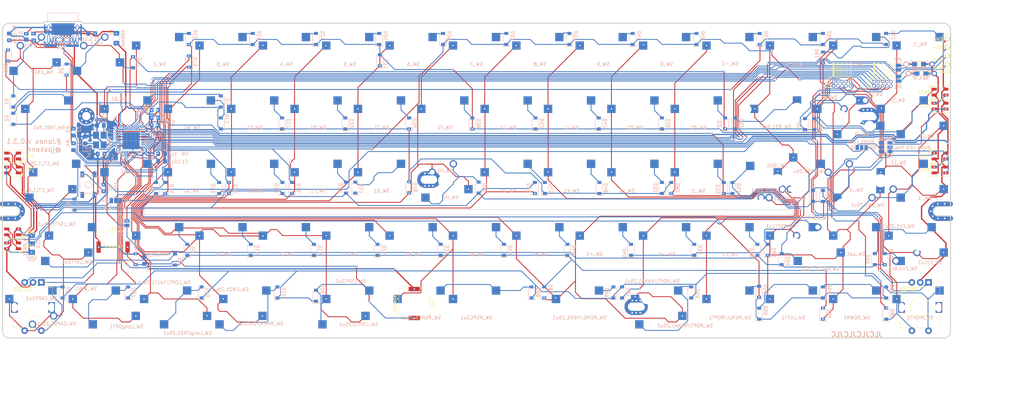
<source format=kicad_pcb>
(kicad_pcb (version 20171130) (host pcbnew "(5.1.6-0-10_14)")
  (title_block (title Jones) (rev v.0.2) (company @jpskenn))
  (layers (0 F.Cu signal) (31 B.Cu signal) (34 B.Paste user) (35 F.Paste user) (36 B.SilkS user) (37 F.SilkS user) (38 B.Mask user) (39 F.Mask user) (44 Edge.Cuts user))
  (net 0 "")
  (net 1 "Net-(D1-Pad2)")
  (net 2 "Net-(D2-Pad2)")
  (net 3 "Net-(D3-Pad2)")
  (net 4 "Net-(D4-Pad2)")
  (net 5 "Net-(D6-Pad2)")
  (net 6 "Net-(D7-Pad2)")
  (net 7 "Net-(D8-Pad2)")
  (net 8 "Net-(D9-Pad2)")
  (net 9 "Net-(D10-Pad2)")
  (net 10 "Net-(D11-Pad2)")
  (net 11 "Net-(D12-Pad2)")
  (net 12 "Net-(D13-Pad2)")
  (net 13 "Net-(D14-Pad2)")
  (net 14 "Net-(D16-Pad2)")
  (net 15 "Net-(D17-Pad2)")
  (net 16 "Net-(D18-Pad2)")
  (net 17 "Net-(D19-Pad2)")
  (net 18 "Net-(D20-Pad2)")
  (net 19 "Net-(D21-Pad2)")
  (net 20 "Net-(D22-Pad2)")
  (net 21 "Net-(D23-Pad2)")
  (net 22 "Net-(D24-Pad2)")
  (net 23 "Net-(D25-Pad2)")
  (net 24 "Net-(D26-Pad2)")
  (net 25 "Net-(D27-Pad2)")
  (net 26 "Net-(D28-Pad2)")
  (net 27 "Net-(D29-Pad2)")
  (net 28 "Net-(D30-Pad2)")
  (net 29 "Net-(D31-Pad2)")
  (net 30 "Net-(D32-Pad2)")
  (net 31 "Net-(D33-Pad2)")
  (net 32 "Net-(D34-Pad2)")
  (net 33 "Net-(D35-Pad2)")
  (net 34 "Net-(D36-Pad2)")
  (net 35 "Net-(D37-Pad2)")
  (net 36 "Net-(D38-Pad2)")
  (net 37 "Net-(D39-Pad2)")
  (net 38 "Net-(D40-Pad2)")
  (net 39 "Net-(D41-Pad2)")
  (net 40 "Net-(D42-Pad2)")
  (net 41 "Net-(D43-Pad2)")
  (net 42 "Net-(D44-Pad2)")
  (net 43 "Net-(D45-Pad2)")
  (net 44 "Net-(D46-Pad2)")
  (net 45 "Net-(D47-Pad2)")
  (net 46 "Net-(D48-Pad2)")
  (net 47 "Net-(D49-Pad2)")
  (net 48 "Net-(D50-Pad2)")
  (net 49 "Net-(D51-Pad2)")
  (net 50 "Net-(D52-Pad2)")
  (net 51 "Net-(D53-Pad2)")
  (net 52 "Net-(D54-Pad2)")
  (net 53 "Net-(D55-Pad2)")
  (net 54 "Net-(D56-Pad2)")
  (net 55 "Net-(D57-Pad2)")
  (net 56 "Net-(D58-Pad2)")
  (net 57 "Net-(D59-Pad2)")
  (net 58 "Net-(D60-Pad2)")
  (net 59 "Net-(D61-Pad2)")
  (net 60 "Net-(D62-Pad2)")
  (net 61 "Net-(D63-Pad2)")
  (net 62 +5V)
  (net 63 GND)
  (net 64 VCC)
  (net 65 D-)
  (net 66 D+)
  (net 67 "Net-(D15-Pad2)")
  (net 68 "Net-(C2-Pad1)")
  (net 69 "Net-(C3-Pad1)")
  (net 70 "Net-(R5-Pad2)")
  (net 71 "Net-(R6-Pad2)")
  (net 72 "Net-(C6-Pad1)")
  (net 73 "Net-(LED1-Pad1)")
  (net 74 "Net-(D64-Pad2)")
  (net 75 "Net-(D67-Pad2)")
  (net 76 "Net-(D68-Pad2)")
  (net 77 "Net-(D69-Pad2)")
  (net 78 "Net-(D70-Pad2)")
  (net 79 "Net-(D71-Pad2)")
  (net 80 "Net-(D71-Pad3)")
  (net 81 "Net-(J1-PadA5)")
  (net 82 "Net-(J1-PadB5)")
  (net 83 pin7)
  (net 84 pin8)
  (net 85 pin9)
  (net 86 pin10)
  (net 87 pin11)
  (net 88 RE2_2)
  (net 89 pin6)
  (net 90 pin2)
  (net 91 pin3)
  (net 92 pin4)
  (net 93 pin5)
  (net 94 pin1)
  (net 95 RE1_2)
  (net 96 RE2_1)
  (net 97 "Net-(D72-Pad1)")
  (net 98 "Net-(D73-Pad1)")
  (net 99 "Net-(D74-Pad1)")
  (net 100 "Net-(D75-Pad1)")
  (net 101 "Net-(D76-Pad1)")
  (net 102 "Net-(D77-Pad1)")
  (net 103 "Net-(D78-Pad1)")
  (net 104 "Net-(D79-Pad1)")
  (net 105 "Net-(D80-Pad1)")
  (net 106 "Net-(D81-Pad1)")
  (net 107 "Net-(D82-Pad1)")
  (net 108 "Net-(D83-Pad1)")
  (net 109 "Net-(D84-Pad1)")
  (net 110 RE1_1)
  (net 111 "Net-(D86-Pad1)")
  (net 112 "Net-(JP_LED1-Pad3)")
  (net 113 "Net-(JP_LED1-Pad1)")
  (net 114 "Net-(JP_LED2-Pad1)")
  (net 115 "Net-(JP_LED3-Pad3)")
  (net 116 "Net-(LED3-Pad1)")
  (net 117 "Net-(LED5-Pad1)")
  (net 118 "Net-(LED7-Pad1)")
  (net 119 SDA)
  (net 120 SCL)
  (net 121 AUDIO)
  (net 122 RE1_B)
  (net 123 RE1_A)
  (net 124 RE2_B)
  (net 125 RE2_A)
  (net 126 Reserve_PD2-RX)
  (net 127 Reserve_PD3-TX)
  (net 128 Reserve_PB4)
  (net 129 Reserve_PB5)
  (net 130 LED)
  (net 131 "Net-(JP_LED2-Pad3)")
  (net 132 "Net-(JP_LED3-Pad1)")
  (net 133 "Net-(LED2-Pad1)")
  (net 134 Reserve_PB6)
  (net 135 Reserve_PC6)
  (net 136 "Net-(JP1-Pad2)")
  (net 137 "Net-(JP2-Pad2)")
  (net 138 "Net-(JP_LED4-Pad1)")
  (net 139 "Net-(JP_LED4-Pad3)")
  (module MX_Alps_Hybrid:MXOnly-1U-Hotswap (layer F.Cu) (at 260.37484 31.77504)
    (fp_text reference SW_=1)
    (fp_text value SW_Push)
    (fp_text user %R (at 0.17516 3.02496) (layer B.SilkS) (effects (justify mirror)))
    (pad 2 smd rect (at 5.842 -5.08) (size 2.55 2.5) (layers B.Cu B.Paste B.Mask) (net 54 "Net-(D56-Pad2)"))
    (pad 1 smd rect (at -7.085 -2.54) (size 2.55 2.5) (layers B.Cu B.Paste B.Mask) (net 108 "Net-(D83-Pad1)"))
    (pad "" np_thru_hole circle (at 5.08 0 48.0996) (size 1.75 1.75) (drill 1.75) (layers *.Cu *.Mask))
    (pad "" np_thru_hole circle (at -5.08 0 48.0996) (size 1.75 1.75) (drill 1.75) (layers *.Cu *.Mask))
    (pad "" np_thru_hole circle (at -3.81 -2.54) (size 3 3) (drill 3) (layers *.Cu *.Mask))
    (pad "" np_thru_hole circle (at 0 0) (size 3.9878 3.9878) (drill 3.9878) (layers *.Cu *.Mask))
    (pad "" np_thru_hole circle (at 2.54 -5.08) (size 3 3) (drill 3) (layers *.Cu *.Mask))
  )
  (module MX_Alps_Hybrid:MXOnly-1U-Hotswap (layer F.Cu) (at 279.42608 31.77508)
    (fp_text reference SW_\1)
    (fp_text value SW_Push)
    (fp_text user %R (at 0 3.048) (layer B.SilkS) (effects (justify mirror)))
    (pad "" np_thru_hole circle (at 2.54 -5.08) (size 3 3) (drill 3) (layers *.Cu *.Mask))
    (pad "" np_thru_hole circle (at 0 0) (size 3.9878 3.9878) (drill 3.9878) (layers *.Cu *.Mask))
    (pad "" np_thru_hole circle (at -3.81 -2.54) (size 3 3) (drill 3) (layers *.Cu *.Mask))
    (pad "" np_thru_hole circle (at -5.08 0 48.0996) (size 1.75 1.75) (drill 1.75) (layers *.Cu *.Mask))
    (pad "" np_thru_hole circle (at 5.08 0 48.0996) (size 1.75 1.75) (drill 1.75) (layers *.Cu *.Mask))
    (pad 1 smd rect (at -7.085 -2.54) (size 2.55 2.5) (layers B.Cu B.Paste B.Mask) (net 109 "Net-(D84-Pad1)"))
    (pad 2 smd rect (at 5.842 -5.08) (size 2.55 2.5) (layers B.Cu B.Paste B.Mask) (net 59 "Net-(D61-Pad2)"))
  )
  (module MX_Alps_Hybrid:MXOnly-1U-Hotswap (layer F.Cu) (at 117.5 69.8752)
    (fp_text reference SW_F1)
    (fp_text value SW_Push)
    (fp_text user %R (at 0 3.048) (layer B.SilkS) (effects (justify mirror)))
    (pad "" np_thru_hole circle (at 2.54 -5.08) (size 3 3) (drill 3) (layers *.Cu *.Mask))
    (pad "" np_thru_hole circle (at 0 0) (size 3.9878 3.9878) (drill 3.9878) (layers *.Cu *.Mask))
    (pad "" np_thru_hole circle (at -3.81 -2.54) (size 3 3) (drill 3) (layers *.Cu *.Mask))
    (pad "" np_thru_hole circle (at -5.08 0 48.0996) (size 1.75 1.75) (drill 1.75) (layers *.Cu *.Mask))
    (pad "" np_thru_hole circle (at 5.08 0 48.0996) (size 1.75 1.75) (drill 1.75) (layers *.Cu *.Mask))
    (pad 1 smd rect (at -7.085 -2.54) (size 2.55 2.5) (layers B.Cu B.Paste B.Mask) (net 101 "Net-(D76-Pad1)"))
    (pad 2 smd rect (at 5.842 -5.08) (size 2.55 2.5) (layers B.Cu B.Paste B.Mask) (net 21 "Net-(D23-Pad2)"))
  )
  (module Resistor_SMD:R_0805_2012Metric_Pad1.15x1.40mm_HandSolder (layer B.Cu) (at 24.65 26.65004 270)
    (fp_text reference R2 (at -2.6 -1.6 90) (layer B.SilkS) (effects (justify mirror)))
    (fp_text value 5.1k (at 0.4 -1.65 90) (layer B.SilkS) (effects (justify mirror)))
    (pad 1 smd roundrect (at -1.025 0 270) (size 1.15 1.4) (layers B.Cu B.Paste B.Mask) (roundrect_rratio 0.217391) (net 63 GND))
    (pad 2 smd roundrect (at 1.025 0 270) (size 1.15 1.4) (layers B.Cu B.Paste B.Mask) (roundrect_rratio 0.217391) (net 81 "Net-(J1-PadA5)"))
  )
  (module Package_TO_SOT_SMD:SOT-143 (layer B.Cu) (at 30.85 26.65004)
    (fp_text reference D71 (at -2.8 -0.3 90) (layer B.SilkS) (effects (justify mirror)))
    (fp_text value PRTR5V0U2X)
    (pad 1 smd rect (at -1.1 0.77 90) (size 1.2 1.4) (layers B.Cu B.Paste B.Mask) (net 63 GND))
    (pad 2 smd rect (at -1.1 -0.95 90) (size 1 1.4) (layers B.Cu B.Paste B.Mask) (net 79 "Net-(D71-Pad2)"))
    (pad 3 smd rect (at 1.1 -0.95 90) (size 1 1.4) (layers B.Cu B.Paste B.Mask) (net 80 "Net-(D71-Pad3)"))
    (pad 4 smd rect (at 1.1 0.95 90) (size 1 1.4) (layers B.Cu B.Paste B.Mask) (net 64 VCC))
  )
  (module locallib:60_Outline-Modded_TinyHole (layer F.Cu) (at 165.1 69.85)
    (fp_text reference REF** hide)
    (fp_text value 60_Outline hide)
    (fp_line (start 142.45 7.05) (end 138.65 7.05) (layer B.Cu) (width 1.5))
    (fp_line (start 142.5 11.35) (end 138.7 11.35) (layer B.Cu) (width 1.5))
    (fp_line (start 142.45 7.05) (end 138.65 7.05) (layer F.Cu) (width 1.5))
    (fp_line (start 142.5 11.35) (end 138.7 11.35) (layer F.Cu) (width 1.5))
    (fp_line (start -142.45 11.35) (end -138.65 11.35) (layer B.Cu) (width 1.5))
    (fp_line (start 140.5 -47.3) (end -118.3 -47.3) (layer Edge.Cuts) (width 0.3))
    (fp_line (start -142.5 45.3) (end -142.5 10.6) (layer Edge.Cuts) (width 0.3))
    (fp_line (start -142.5 10.6) (end -138.7 10.6) (layer Edge.Cuts) (width 0.3))
    (fp_line (start -138.7 7.8) (end -142.5 7.8) (layer Edge.Cuts) (width 0.3))
    (fp_line (start -142.5 7.8) (end -142.5 -45.3) (layer Edge.Cuts) (width 0.3))
    (fp_line (start 142.5 10.6) (end 142.5 45.3) (layer Edge.Cuts) (width 0.3))
    (fp_line (start 142.5 7.8) (end 142.5 -45.3) (layer Edge.Cuts) (width 0.3))
    (fp_line (start 138.7 10.6) (end 142.5 10.6) (layer Edge.Cuts) (width 0.3))
    (fp_line (start 138.7 7.8) (end 142.5 7.8) (layer Edge.Cuts) (width 0.3))
    (fp_line (start -142.5 7.05) (end -138.7 7.05) (layer B.Cu) (width 1.5))
    (fp_line (start -142.45 11.35) (end -138.65 11.35) (layer F.Cu) (width 1.5))
    (fp_line (start -129.8 -47.8) (end -118.8 -47.8) (layer Edge.Cuts) (width 0.3))
    (fp_line (start -140.5 -47.3) (end -130.3 -47.3) (layer Edge.Cuts) (width 0.3))
    (fp_line (start -142.5 7.05) (end -138.7 7.05) (layer F.Cu) (width 1.5))
    (fp_arc (start 138.7 9.2) (end 138.7 11.35) (angle 90) (layer F.Cu) (width 1.5))
    (fp_arc (start 138.7 9.2) (end 138.7 11.35) (angle 90) (layer B.Cu) (width 1.5))
    (fp_arc (start 138.7 9.2) (end 138.7 7.05) (angle -90) (layer B.Cu) (width 1.5))
    (fp_arc (start 138.7 9.2) (end 138.7 7.05) (angle -90) (layer F.Cu) (width 1.5))
    (fp_arc (start -138.7 9.2) (end -138.7 11.35) (angle -90) (layer F.Cu) (width 1.5))
    (fp_arc (start -138.7 9.2) (end -138.7 11.35) (angle -90) (layer B.Cu) (width 1.5))
    (fp_arc (start -118.3 -47.8) (end -118.3 -47.3) (angle 90) (layer Edge.Cuts) (width 0.3))
    (fp_arc (start -130.3 -47.8) (end -129.8 -47.8) (angle 90) (layer Edge.Cuts) (width 0.3))
    (fp_arc (start -138.7 9.2) (end -138.7 7.05) (angle 90) (layer B.Cu) (width 1.5))
    (fp_arc (start -138.7 9.2) (end -138.7 7.05) (angle 90) (layer F.Cu) (width 1.5))
    (fp_arc (start -138.7 9.2) (end -137.3 9.2) (angle 90) (layer Edge.Cuts) (width 0.3))
    (fp_arc (start 138.7 9.2) (end 137.3 9.2) (angle -90) (layer Edge.Cuts) (width 0.3))
    (fp_arc (start 138.7 9.2) (end 138.7 7.8) (angle -90) (layer Edge.Cuts) (width 0.3))
    (fp_arc (start -138.7 9.2) (end -138.7 7.8) (angle 90) (layer Edge.Cuts) (width 0.3))
    (fp_arc (start 140.5 -45.3) (end 140.5 -47.3) (angle 90) (layer Edge.Cuts) (width 0.3))
    (fp_arc (start 140.5 45.3) (end 142.5 45.3) (angle 90) (layer Edge.Cuts) (width 0.3))
    (fp_arc (start -140.5 45.3) (end -140.5 47.3) (angle 90) (layer Edge.Cuts) (width 0.3))
    (fp_arc (start -140.5 -45.3) (end -142.5 -45.3) (angle 90) (layer Edge.Cuts) (width 0.3))
    (pad 1 thru_hole circle (at 140.742035 7 180) (size 1 1) (drill 0.5) (layers *.Cu *.Mask))
    (pad 1 thru_hole circle (at 140.75 11.35 180) (size 1 1) (drill 0.5) (layers *.Cu *.Mask))
    (pad 1 thru_hole circle (at 137.15 10.7 180) (size 1 1) (drill 0.5) (layers *.Cu *.Mask))
    (pad 1 thru_hole circle (at 138.7 7 180) (size 1 1) (drill 0.5) (layers *.Cu *.Mask))
    (pad 1 thru_hole circle (at 138.7 11.35 180) (size 1 1) (drill 0.5) (layers *.Cu *.Mask))
    (pad 1 thru_hole circle (at 136.55 9.2 180) (size 1 1) (drill 0.5) (layers *.Cu *.Mask))
    (pad 1 thru_hole circle (at 137.15 7.7) (size 1 1) (drill 0.5) (layers *.Cu *.Mask))
    (pad 1 thru_hole circle (at -137.15 10.7 180) (size 1 1) (drill 0.5) (layers *.Cu *.Mask))
    (pad 1 thru_hole circle (at -117.3 -19.4) (size 5 5) (drill 2.4994) (layers *.Cu *.Mask))
    (pad 1 thru_hole oval (at -14.3 -0.3) (size 7.00024 5) (drill oval 5.00126 2.49936) (layers *.Cu *.Mask))
    (pad 1 thru_hole oval (at 48 37.9) (size 7.00024 5) (drill oval 5.00126 2.49936) (layers *.Cu *.Mask))
    (pad 1 thru_hole oval (at 117.55 -19.4) (size 7.00024 5) (drill oval 5.00126 2.49936) (layers *.Cu *.Mask))
    (pad 1 thru_hole circle (at -117.3 -21.3) (size 1 1) (drill 0.5) (layers *.Cu *.Mask))
    (pad 1 thru_hole circle (at -119.2 -19.4) (size 1 1) (drill 0.5) (layers *.Cu *.Mask))
    (pad 1 thru_hole circle (at -115.4 -19.4) (size 1 1) (drill 0.5) (layers *.Cu *.Mask))
    (pad 1 thru_hole circle (at -117.3 -17.5) (size 1 1) (drill 0.5) (layers *.Cu *.Mask))
    (pad 1 thru_hole circle (at -118.65 -20.75) (size 1 1) (drill 0.5) (layers *.Cu *.Mask))
    (pad 1 thru_hole circle (at -116.05 -20.75) (size 1 1) (drill 0.5) (layers *.Cu *.Mask))
    (pad 1 thru_hole circle (at -118.65 -18.1) (size 1 1) (drill 0.5) (layers *.Cu *.Mask))
    (pad 1 thru_hole circle (at -116.05 -18.05) (size 1 1) (drill 0.5) (layers *.Cu *.Mask))
    (pad 1 thru_hole circle (at 117.55 -21.25) (size 1 1) (drill 0.5) (layers *.Cu *.Mask))
    (pad 1 thru_hole circle (at 117.55 -17.55) (size 1 1) (drill 0.5) (layers *.Cu *.Mask))
    (pad 1 thru_hole circle (at 118.75 -17.55) (size 1 1) (drill 0.5) (layers *.Cu *.Mask))
    (pad 1 thru_hole circle (at 116.35 -17.55) (size 1 1) (drill 0.5) (layers *.Cu *.Mask))
    (pad 1 thru_hole circle (at 116.35 -21.25) (size 1 1) (drill 0.5) (layers *.Cu *.Mask))
    (pad 1 thru_hole circle (at 118.75 -21.267) (size 1 1) (drill 0.5) (layers *.Cu *.Mask))
    (pad 1 thru_hole circle (at 48.05 36.05) (size 1 1) (drill 0.5) (layers *.Cu *.Mask))
    (pad 1 thru_hole circle (at 48 39.75) (size 1 1) (drill 0.5) (layers *.Cu *.Mask))
    (pad 1 thru_hole circle (at 49.25 36.05) (size 1 1) (drill 0.5) (layers *.Cu *.Mask))
    (pad 1 thru_hole circle (at 46.85 36.05) (size 1 1) (drill 0.5) (layers *.Cu *.Mask))
    (pad 1 thru_hole circle (at 46.8 39.75) (size 1 1) (drill 0.5) (layers *.Cu *.Mask))
    (pad 1 thru_hole circle (at 49.2 39.75) (size 1 1) (drill 0.5) (layers *.Cu *.Mask))
    (pad 1 thru_hole circle (at -14.3 -2.15) (size 1 1) (drill 0.5) (layers *.Cu *.Mask))
    (pad 1 thru_hole circle (at -13.1 -2.15) (size 1 1) (drill 0.5) (layers *.Cu *.Mask))
    (pad 1 thru_hole circle (at -15.5 -2.15) (size 1 1) (drill 0.5) (layers *.Cu *.Mask))
    (pad 1 thru_hole circle (at -14.3 1.6) (size 1 1) (drill 0.5) (layers *.Cu *.Mask))
    (pad 1 thru_hole circle (at -15.5 1.6) (size 1 1) (drill 0.5) (layers *.Cu *.Mask))
    (pad 1 thru_hole circle (at -13.1 1.6) (size 1 1) (drill 0.5) (layers *.Cu *.Mask))
    (pad 1 thru_hole circle (at -136.55 9.2) (size 1 1) (drill 0.5) (layers *.Cu *.Mask))
    (pad 1 thru_hole circle (at -138.7 7.05) (size 1 1) (drill 0.5) (layers *.Cu *.Mask))
    (pad 1 thru_hole circle (at -138.7 11.4) (size 1 1) (drill 0.5) (layers *.Cu *.Mask))
    (pad 1 thru_hole circle (at -137.15 7.7) (size 1 1) (drill 0.5) (layers *.Cu *.Mask))
    (pad 1 thru_hole circle (at -140.75 7.05) (size 1 1) (drill 0.5) (layers *.Cu *.Mask))
    (pad 1 thru_hole circle (at -140.742035 11.4) (size 1 1) (drill 0.5) (layers *.Cu *.Mask))
  )
  (module MX_Alps_Hybrid:MXOnly-1U-Hotswap (layer F.Cu) (at 60.35 50.82512)
    (fp_text reference SW_Q1 (at -2.7 -5.57508) (layer B.SilkS) (effects (justify mirror)))
    (fp_text value SW_Push)
    (pad 2 smd rect (at 5.842 -5.08) (size 2.55 2.5) (layers B.Cu B.Paste B.Mask) (net 6 "Net-(D7-Pad2)"))
    (pad 1 smd rect (at -7.085 -2.54) (size 2.55 2.5) (layers B.Cu B.Paste B.Mask) (net 98 "Net-(D73-Pad1)"))
    (pad "" np_thru_hole circle (at 5.08 0 48.0996) (size 1.75 1.75) (drill 1.75) (layers *.Cu *.Mask))
    (pad "" np_thru_hole circle (at -5.08 0 48.0996) (size 1.75 1.75) (drill 1.75) (layers *.Cu *.Mask))
    (pad "" np_thru_hole circle (at -3.81 -2.54) (size 3 3) (drill 3) (layers *.Cu *.Mask))
    (pad "" np_thru_hole circle (at 0 0) (size 3.9878 3.9878) (drill 3.9878) (layers *.Cu *.Mask))
    (pad "" np_thru_hole circle (at 2.54 -5.08) (size 3 3) (drill 3) (layers *.Cu *.Mask))
  )
  (module MX_Alps_Hybrid:MXOnly-1U-Hotswap (layer F.Cu) (at 60.35 69.8752)
    (fp_text reference SW_A1)
    (fp_text value SW_Push)
    (fp_text user %R (at 0.1 -2.82516) (layer B.SilkS) (effects (justify mirror)))
    (pad "" np_thru_hole circle (at 2.54 -5.08) (size 3 3) (drill 3) (layers *.Cu *.Mask))
    (pad "" np_thru_hole circle (at 0 0) (size 3.9878 3.9878) (drill 3.9878) (layers *.Cu *.Mask))
    (pad "" np_thru_hole circle (at -3.81 -2.54) (size 3 3) (drill 3) (layers *.Cu *.Mask))
    (pad "" np_thru_hole circle (at -5.08 0 48.0996) (size 1.75 1.75) (drill 1.75) (layers *.Cu *.Mask))
    (pad "" np_thru_hole circle (at 5.08 0 48.0996) (size 1.75 1.75) (drill 1.75) (layers *.Cu *.Mask))
    (pad 1 smd rect (at -7.085 -2.54) (size 2.55 2.5) (layers B.Cu B.Paste B.Mask) (net 98 "Net-(D73-Pad1)"))
    (pad 2 smd rect (at 5.842 -5.08) (size 2.55 2.5) (layers B.Cu B.Paste B.Mask) (net 7 "Net-(D8-Pad2)"))
  )
  (module MX_Alps_Hybrid:MXOnly-1U-Hotswap (layer F.Cu) (at 174.65064 69.8752)
    (fp_text reference SW_J1)
    (fp_text value SW_Push)
    (fp_text user %R (at 0 3.048) (layer B.SilkS) (effects (justify mirror)))
    (pad 2 smd rect (at 5.842 -5.08) (size 2.55 2.5) (layers B.Cu B.Paste B.Mask) (net 41 "Net-(D43-Pad2)"))
    (pad 1 smd rect (at -7.085 -2.54) (size 2.55 2.5) (layers B.Cu B.Paste B.Mask) (net 104 "Net-(D79-Pad1)"))
    (pad "" np_thru_hole circle (at 5.08 0 48.0996) (size 1.75 1.75) (drill 1.75) (layers *.Cu *.Mask))
    (pad "" np_thru_hole circle (at -5.08 0 48.0996) (size 1.75 1.75) (drill 1.75) (layers *.Cu *.Mask))
    (pad "" np_thru_hole circle (at -3.81 -2.54) (size 3 3) (drill 3) (layers *.Cu *.Mask))
    (pad "" np_thru_hole circle (at 0 0) (size 3.9878 3.9878) (drill 3.9878) (layers *.Cu *.Mask))
    (pad "" np_thru_hole circle (at 2.54 -5.08) (size 3 3) (drill 3) (layers *.Cu *.Mask))
  )
  (module MX_Alps_Hybrid:MXOnly-1.5U-Hotswap (layer F.Cu) (at 36.5375 50.82512)
    (fp_text reference SW_TAB1.5u1)
    (fp_text value SW_Push)
    (fp_text user %R (at 0 3.048) (layer B.SilkS) (effects (justify mirror)))
    (pad "" np_thru_hole circle (at 2.54 -5.08) (size 3 3) (drill 3) (layers *.Cu *.Mask))
    (pad "" np_thru_hole circle (at 0 0) (size 3.9878 3.9878) (drill 3.9878) (layers *.Cu *.Mask))
    (pad "" np_thru_hole circle (at -3.81 -2.54) (size 3 3) (drill 3) (layers *.Cu *.Mask))
    (pad "" np_thru_hole circle (at -5.08 0 48.0996) (size 1.75 1.75) (drill 1.75) (layers *.Cu *.Mask))
    (pad "" np_thru_hole circle (at 5.08 0 48.0996) (size 1.75 1.75) (drill 1.75) (layers *.Cu *.Mask))
    (pad 1 smd rect (at -7.085 -2.54) (size 2.55 2.5) (layers B.Cu B.Paste B.Mask) (net 96 RE2_1))
    (pad 2 smd rect (at 5.842 -5.08) (size 2.55 2.5) (layers B.Cu B.Paste B.Mask) (net 2 "Net-(D2-Pad2)"))
  )
  (module Crystal:Crystal_SMD_3225-4Pin_3.2x2.5mm_HandSoldering (layer B.Cu) (at 51.85 57.65004 270)
    (fp_text reference Y1 (at -2.6 -3.1 270) (layer B.SilkS) (effects (justify mirror)))
    (fp_text value 16MHz (at 1.1 -3.1 90) (layer B.SilkS) (effects (justify mirror)))
    (pad 1 smd rect (at -1.45 -1.15 270) (size 2.1 1.8) (layers B.Cu B.Paste B.Mask) (net 68 "Net-(C2-Pad1)"))
    (pad 2 smd rect (at 1.45 -1.15 270) (size 2.1 1.8) (layers B.Cu B.Paste B.Mask) (net 63 GND))
    (pad 3 smd rect (at 1.45 1.15 270) (size 2.1 1.8) (layers B.Cu B.Paste B.Mask) (net 69 "Net-(C3-Pad1)"))
    (pad 4 smd rect (at -1.45 1.15 270) (size 2.1 1.8) (layers B.Cu B.Paste B.Mask) (net 63 GND))
  )
  (module Capacitor_SMD:C_0805_2012Metric_Pad1.15x1.40mm_HandSolder (layer B.Cu) (at 52.05 53.25004 180)
    (fp_text reference C2 (at -1.2 2.8) (layer B.SilkS) (effects (justify mirror)))
    (fp_text value 22pF (at -0.2 1.6) (layer B.SilkS) (effects (justify mirror)))
    (pad 2 smd roundrect (at 1.025 0 180) (size 1.15 1.4) (layers B.Cu B.Paste B.Mask) (roundrect_rratio 0.217391) (net 63 GND))
    (pad 1 smd roundrect (at -1.025 0 180) (size 1.15 1.4) (layers B.Cu B.Paste B.Mask) (roundrect_rratio 0.217391) (net 68 "Net-(C2-Pad1)"))
  )
  (module Capacitor_SMD:C_0805_2012Metric_Pad1.15x1.40mm_HandSolder (layer B.Cu) (at 47.45 57.65004 90)
    (fp_text reference C3 (at -2.8 -0.2 90) (layer B.SilkS) (effects (justify mirror)))
    (fp_text value 22pF (at -3.7 1.1 90) (layer B.SilkS) (effects (justify mirror)))
    (pad 2 smd roundrect (at 1.025 0 90) (size 1.15 1.4) (layers B.Cu B.Paste B.Mask) (roundrect_rratio 0.217391) (net 63 GND))
    (pad 1 smd roundrect (at -1.025 0 90) (size 1.15 1.4) (layers B.Cu B.Paste B.Mask) (roundrect_rratio 0.217391) (net 69 "Net-(C3-Pad1)"))
  )
  (module Capacitor_SMD:C_0805_2012Metric_Pad1.15x1.40mm_HandSolder (layer B.Cu) (at 52.25 61.85004)
    (fp_text reference C7 (at 2.932 0.646) (layer B.SilkS) (effects (justify mirror)))
    (fp_text value 0.1uF (at 1.8 1.9) (layer B.SilkS) (effects (justify mirror)))
    (pad 1 smd roundrect (at -1.025 0) (size 1.15 1.4) (layers B.Cu B.Paste B.Mask) (roundrect_rratio 0.217391) (net 63 GND))
    (pad 2 smd roundrect (at 1.025 0) (size 1.15 1.4) (layers B.Cu B.Paste B.Mask) (roundrect_rratio 0.217391) (net 62 +5V))
  )
  (module Rotary_Encoder:RotaryEncoder_Alps_EC11E-Switch_Vertical_H20mm (layer F.Cu) (at 300.99358 100.46555 270)
    (fp_text reference SW_RE1 (at 2.18449 5.54358 180) (layer F.SilkS))
    (fp_text value Rotary_Encoder_Switch)
    (pad A thru_hole rect (at 0 0 270) (size 2 2) (drill 1) (layers *.Cu *.Mask) (net 123 RE1_A))
    (pad C thru_hole circle (at 0 2.5 270) (size 2 2) (drill 1) (layers *.Cu *.Mask) (net 63 GND))
    (pad B thru_hole circle (at 0 5 270) (size 2 2) (drill 1) (layers *.Cu *.Mask) (net 122 RE1_B))
    (pad MP thru_hole rect (at 7.5 -3.1 270) (size 3.2 2) (drill oval 2.8 1.5) (layers *.Cu *.Mask))
    (pad MP thru_hole rect (at 7.5 8.1 270) (size 3.2 2) (drill oval 2.8 1.5) (layers *.Cu *.Mask))
    (pad S2 thru_hole circle (at 14.5 0 270) (size 2 2) (drill 1) (layers *.Cu *.Mask) (net 95 RE1_2))
    (pad S1 thru_hole circle (at 14.5 5 270) (size 2 2) (drill 1) (layers *.Cu *.Mask) (net 110 RE1_1))
  )
  (module MX_Alps_Hybrid:MXOnly-1U-Hotswap (layer F.Cu) (at 50.825 31.77504 180)
    (fp_text reference SW_1)
    (fp_text value SW_Push)
    (fp_text user %R (at 0 3.048) (layer B.SilkS) (effects (justify mirror)))
    (pad 2 smd rect (at 5.842 -5.08 180) (size 2.55 2.5) (layers B.Cu B.Paste B.Mask) (net 5 "Net-(D6-Pad2)"))
    (pad 1 smd rect (at -7.085 -2.54 180) (size 2.55 2.5) (layers B.Cu B.Paste B.Mask) (net 97 "Net-(D72-Pad1)"))
    (pad "" np_thru_hole circle (at 5.08 0 228.0996) (size 1.75 1.75) (drill 1.75) (layers *.Cu *.Mask))
    (pad "" np_thru_hole circle (at -5.08 0 228.0996) (size 1.75 1.75) (drill 1.75) (layers *.Cu *.Mask))
    (pad "" np_thru_hole circle (at -3.81 -2.54 180) (size 3 3) (drill 3) (layers *.Cu *.Mask))
    (pad "" np_thru_hole circle (at 0 0 180) (size 3.9878 3.9878) (drill 3.9878) (layers *.Cu *.Mask))
    (pad "" np_thru_hole circle (at 2.54 -5.08 180) (size 3 3) (drill 3) (layers *.Cu *.Mask))
  )
  (module SMK_ai03_RandomKeyboardParts:D_SOD-123-Pretty (layer B.Cu) (at 106.65 52.65004 90)
    (fp_text reference D17 (at 0 2 90) (layer B.SilkS) (effects (justify mirror)))
    (fp_text value D)
    (pad 2 smd rect (at 1.65 0 90) (size 0.9 1.2) (layers B.Cu B.Paste B.Mask) (net 15 "Net-(D17-Pad2)"))
    (pad 1 smd rect (at -1.65 0 90) (size 0.9 1.2) (layers B.Cu B.Paste B.Mask) (net 84 pin8))
  )
  (module SMK_ai03_RandomKeyboardParts:D_SOD-123-Pretty (layer B.Cu) (at 25.85 46.05004 90)
    (fp_text reference D1 (at 0 -2.032 90) (layer B.SilkS) (effects (justify mirror)))
    (fp_text value D)
    (pad 2 smd rect (at 1.65 0 90) (size 0.9 1.2) (layers B.Cu B.Paste B.Mask) (net 1 "Net-(D1-Pad2)"))
    (pad 1 smd rect (at -1.65 0 90) (size 0.9 1.2) (layers B.Cu B.Paste B.Mask) (net 83 pin7))
  )
  (module SMK_ai03_RandomKeyboardParts:D_SOD-123-Pretty (layer B.Cu) (at 41.85 36.45004 90)
    (fp_text reference D6 (at -0.4 -1.8 90) (layer B.SilkS) (effects (justify mirror)))
    (fp_text value D)
    (pad 2 smd rect (at 1.65 0 90) (size 0.9 1.2) (layers B.Cu B.Paste B.Mask) (net 5 "Net-(D6-Pad2)"))
    (pad 1 smd rect (at -1.65 0 90) (size 0.9 1.2) (layers B.Cu B.Paste B.Mask) (net 83 pin7))
  )
  (module SMK_ai03_RandomKeyboardParts:D_SOD-123-Pretty (layer B.Cu) (at 78.65 27.25004 90)
    (fp_text reference D11 (at 1.4 2 90) (layer B.SilkS) (effects (justify mirror)))
    (fp_text value D)
    (pad 2 smd rect (at 1.65 0 90) (size 0.9 1.2) (layers B.Cu B.Paste B.Mask) (net 10 "Net-(D11-Pad2)"))
    (pad 1 smd rect (at -1.65 0 90) (size 0.9 1.2) (layers B.Cu B.Paste B.Mask) (net 83 pin7))
  )
  (module SMK_ai03_RandomKeyboardParts:D_SOD-123-Pretty (layer B.Cu) (at 97.85 27.25004 90)
    (fp_text reference D16 (at 1 2 90) (layer B.SilkS) (effects (justify mirror)))
    (fp_text value D)
    (pad 2 smd rect (at 1.65 0 90) (size 0.9 1.2) (layers B.Cu B.Paste B.Mask) (net 14 "Net-(D16-Pad2)"))
    (pad 1 smd rect (at -1.65 0 90) (size 0.9 1.2) (layers B.Cu B.Paste B.Mask) (net 83 pin7))
  )
  (module SMK_ai03_RandomKeyboardParts:D_SOD-123-Pretty (layer B.Cu) (at 116.85 27.25004 90)
    (fp_text reference D21 (at 1 2 90) (layer B.SilkS) (effects (justify mirror)))
    (fp_text value D)
    (pad 2 smd rect (at 1.65 0 90) (size 0.9 1.2) (layers B.Cu B.Paste B.Mask) (net 19 "Net-(D21-Pad2)"))
    (pad 1 smd rect (at -1.65 0 90) (size 0.9 1.2) (layers B.Cu B.Paste B.Mask) (net 83 pin7))
  )
  (module SMK_ai03_RandomKeyboardParts:D_SOD-123-Pretty (layer B.Cu) (at 135.85 27.25004 90)
    (fp_text reference D25 (at 1 2 90) (layer B.SilkS) (effects (justify mirror)))
    (fp_text value D)
    (pad 2 smd rect (at 1.65 0 90) (size 0.9 1.2) (layers B.Cu B.Paste B.Mask) (net 23 "Net-(D25-Pad2)"))
    (pad 1 smd rect (at -1.65 0 90) (size 0.9 1.2) (layers B.Cu B.Paste B.Mask) (net 83 pin7))
  )
  (module SMK_ai03_RandomKeyboardParts:D_SOD-123-Pretty (layer B.Cu) (at 155.05 27.25004 90)
    (fp_text reference D29 (at 1 2 90) (layer B.SilkS) (effects (justify mirror)))
    (fp_text value D)
    (pad 2 smd rect (at 1.65 0 90) (size 0.9 1.2) (layers B.Cu B.Paste B.Mask) (net 27 "Net-(D29-Pad2)"))
    (pad 1 smd rect (at -1.65 0 90) (size 0.9 1.2) (layers B.Cu B.Paste B.Mask) (net 89 pin6))
  )
  (module SMK_ai03_RandomKeyboardParts:D_SOD-123-Pretty (layer B.Cu) (at 174.05 27.25004 90)
    (fp_text reference D33 (at 1 2 90) (layer B.SilkS) (effects (justify mirror)))
    (fp_text value D)
    (pad 2 smd rect (at 1.65 0 90) (size 0.9 1.2) (layers B.Cu B.Paste B.Mask) (net 31 "Net-(D33-Pad2)"))
    (pad 1 smd rect (at -1.65 0 90) (size 0.9 1.2) (layers B.Cu B.Paste B.Mask) (net 89 pin6))
  )
  (module SMK_ai03_RandomKeyboardParts:D_SOD-123-Pretty (layer B.Cu) (at 193.05 27.25004 90)
    (fp_text reference D37 (at 1 2 90) (layer B.SilkS) (effects (justify mirror)))
    (fp_text value D)
    (pad 2 smd rect (at 1.65 0 90) (size 0.9 1.2) (layers B.Cu B.Paste B.Mask) (net 35 "Net-(D37-Pad2)"))
    (pad 1 smd rect (at -1.65 0 90) (size 0.9 1.2) (layers B.Cu B.Paste B.Mask) (net 89 pin6))
  )
  (module SMK_ai03_RandomKeyboardParts:D_SOD-123-Pretty (layer B.Cu) (at 212.05 27.25004 90)
    (fp_text reference D41 (at 1 2 90) (layer B.SilkS) (effects (justify mirror)))
    (fp_text value D)
    (pad 2 smd rect (at 1.65 0 90) (size 0.9 1.2) (layers B.Cu B.Paste B.Mask) (net 39 "Net-(D41-Pad2)"))
    (pad 1 smd rect (at -1.65 0 90) (size 0.9 1.2) (layers B.Cu B.Paste B.Mask) (net 89 pin6))
  )
  (module SMK_ai03_RandomKeyboardParts:D_SOD-123-Pretty (layer B.Cu) (at 231.25 27.25004 90)
    (fp_text reference D46 (at 1 2 90) (layer B.SilkS) (effects (justify mirror)))
    (fp_text value D)
    (pad 2 smd rect (at 1.65 0 90) (size 0.9 1.2) (layers B.Cu B.Paste B.Mask) (net 44 "Net-(D46-Pad2)"))
    (pad 1 smd rect (at -1.65 0 90) (size 0.9 1.2) (layers B.Cu B.Paste B.Mask) (net 89 pin6))
  )
  (module SMK_ai03_RandomKeyboardParts:D_SOD-123-Pretty (layer B.Cu) (at 250.25 27.25004 90)
    (fp_text reference D51 (at 1 2 90) (layer B.SilkS) (effects (justify mirror)))
    (fp_text value D)
    (pad 2 smd rect (at 1.65 0 90) (size 0.9 1.2) (layers B.Cu B.Paste B.Mask) (net 49 "Net-(D51-Pad2)"))
    (pad 1 smd rect (at -1.65 0 90) (size 0.9 1.2) (layers B.Cu B.Paste B.Mask) (net 94 pin1))
  )
  (module SMK_ai03_RandomKeyboardParts:D_SOD-123-Pretty (layer B.Cu) (at 269.25 27.25004 90)
    (fp_text reference D56 (at 1 2 90) (layer B.SilkS) (effects (justify mirror)))
    (fp_text value D)
    (pad 2 smd rect (at 1.65 0 90) (size 0.9 1.2) (layers B.Cu B.Paste B.Mask) (net 54 "Net-(D56-Pad2)"))
    (pad 1 smd rect (at -1.65 0 90) (size 0.9 1.2) (layers B.Cu B.Paste B.Mask) (net 94 pin1))
  )
  (module SMK_ai03_RandomKeyboardParts:D_SOD-123-Pretty (layer B.Cu) (at 269.25 32.85004 90)
    (fp_text reference D61 (at 1.2 -1.8 90) (layer B.SilkS) (effects (justify mirror)))
    (fp_text value D)
    (pad 2 smd rect (at 1.65 0 90) (size 0.9 1.2) (layers B.Cu B.Paste B.Mask) (net 59 "Net-(D61-Pad2)"))
    (pad 1 smd rect (at -1.65 0 90) (size 0.9 1.2) (layers B.Cu B.Paste B.Mask) (net 94 pin1))
  )
  (module SMK_ai03_RandomKeyboardParts:D_SOD-123-Pretty (layer B.Cu) (at 266.25 74.45004 90)
    (fp_text reference D58 (at 3.8 -0.4 90) (layer B.SilkS) (effects (justify mirror)))
    (fp_text value D)
    (pad 2 smd rect (at 1.65 0 90) (size 0.9 1.2) (layers B.Cu B.Paste B.Mask) (net 56 "Net-(D58-Pad2)"))
    (pad 1 smd rect (at -1.65 0 90) (size 0.9 1.2) (layers B.Cu B.Paste B.Mask) (net 91 pin3))
  )
  (module SMK_ai03_RandomKeyboardParts:D_SOD-123-Pretty (layer B.Cu) (at 25.85 51.25004 90)
    (fp_text reference D2 (at 0.2 -2 90) (layer B.SilkS) (effects (justify mirror)))
    (fp_text value D)
    (pad 1 smd rect (at -1.65 0 90) (size 0.9 1.2) (layers B.Cu B.Paste B.Mask) (net 84 pin8))
    (pad 2 smd rect (at 1.65 0 90) (size 0.9 1.2) (layers B.Cu B.Paste B.Mask) (net 2 "Net-(D2-Pad2)"))
  )
  (module SMK_ai03_RandomKeyboardParts:D_SOD-123-Pretty (layer B.Cu) (at 88.25 46.05004 90)
    (fp_text reference D7 (at 0 2 90) (layer B.SilkS) (effects (justify mirror)))
    (fp_text value D)
    (pad 1 smd rect (at -1.65 0 90) (size 0.9 1.2) (layers B.Cu B.Paste B.Mask) (net 84 pin8))
    (pad 2 smd rect (at 1.65 0 90) (size 0.9 1.2) (layers B.Cu B.Paste B.Mask) (net 6 "Net-(D7-Pad2)"))
  )
  (module SMK_ai03_RandomKeyboardParts:D_SOD-123-Pretty (layer B.Cu) (at 88.25 52.65004 90)
    (fp_text reference D12 (at 1.397 1.905 90) (layer B.SilkS) (effects (justify mirror)))
    (fp_text value D)
    (pad 2 smd rect (at 1.65 0 90) (size 0.9 1.2) (layers B.Cu B.Paste B.Mask) (net 11 "Net-(D12-Pad2)"))
    (pad 1 smd rect (at -1.65 0 90) (size 0.9 1.2) (layers B.Cu B.Paste B.Mask) (net 84 pin8))
  )
  (module SMK_ai03_RandomKeyboardParts:D_SOD-123-Pretty (layer B.Cu) (at 125.65 52.65004 90)
    (fp_text reference D22 (at 0 2 90) (layer B.SilkS) (effects (justify mirror)))
    (fp_text value D)
    (pad 1 smd rect (at -1.65 0 90) (size 0.9 1.2) (layers B.Cu B.Paste B.Mask) (net 84 pin8))
    (pad 2 smd rect (at 1.65 0 90) (size 0.9 1.2) (layers B.Cu B.Paste B.Mask) (net 20 "Net-(D22-Pad2)"))
  )
  (module SMK_ai03_RandomKeyboardParts:D_SOD-123-Pretty (layer B.Cu) (at 144.85 52.65004 90)
    (fp_text reference D26 (at 0 2 90) (layer B.SilkS) (effects (justify mirror)))
    (fp_text value D)
    (pad 2 smd rect (at 1.65 0 90) (size 0.9 1.2) (layers B.Cu B.Paste B.Mask) (net 24 "Net-(D26-Pad2)"))
    (pad 1 smd rect (at -1.65 0 90) (size 0.9 1.2) (layers B.Cu B.Paste B.Mask) (net 84 pin8))
  )
  (module SMK_ai03_RandomKeyboardParts:D_SOD-123-Pretty (layer B.Cu) (at 220.85 52.65004 90)
    (fp_text reference D30 (at 0 2 90) (layer B.SilkS) (effects (justify mirror)))
    (fp_text value D)
    (pad 1 smd rect (at -1.65 0 90) (size 0.9 1.2) (layers B.Cu B.Paste B.Mask) (net 83 pin7))
    (pad 2 smd rect (at 1.65 0 90) (size 0.9 1.2) (layers B.Cu B.Paste B.Mask) (net 28 "Net-(D30-Pad2)"))
  )
  (module SMK_ai03_RandomKeyboardParts:D_SOD-123-Pretty (layer B.Cu) (at 239.85 52.65004 90)
    (fp_text reference D34 (at -0.6 -1.8 90) (layer B.SilkS) (effects (justify mirror)))
    (fp_text value D)
    (pad 1 smd rect (at -1.65 0 90) (size 0.9 1.2) (layers B.Cu B.Paste B.Mask) (net 90 pin2))
    (pad 2 smd rect (at 1.65 0 90) (size 0.9 1.2) (layers B.Cu B.Paste B.Mask) (net 32 "Net-(D34-Pad2)"))
  )
  (module SMK_ai03_RandomKeyboardParts:D_SOD-123-Pretty (layer B.Cu) (at 163.85 52.65004 90)
    (fp_text reference D38 (at 0 2 90) (layer B.SilkS) (effects (justify mirror)))
    (fp_text value D)
    (pad 2 smd rect (at 1.65 0 90) (size 0.9 1.2) (layers B.Cu B.Paste B.Mask) (net 36 "Net-(D38-Pad2)"))
    (pad 1 smd rect (at -1.65 0 90) (size 0.9 1.2) (layers B.Cu B.Paste B.Mask) (net 83 pin7))
  )
  (module SMK_ai03_RandomKeyboardParts:D_SOD-123-Pretty (layer B.Cu) (at 182.85 52.65004 90)
    (fp_text reference D42 (at 0 2 90) (layer B.SilkS) (effects (justify mirror)))
    (fp_text value D)
    (pad 2 smd rect (at 1.65 0 90) (size 0.9 1.2) (layers B.Cu B.Paste B.Mask) (net 40 "Net-(D42-Pad2)"))
    (pad 1 smd rect (at -1.65 0 90) (size 0.9 1.2) (layers B.Cu B.Paste B.Mask) (net 83 pin7))
  )
  (module SMK_ai03_RandomKeyboardParts:D_SOD-123-Pretty (layer B.Cu) (at 201.85 52.65004 90)
    (fp_text reference D47 (at 0 2 90) (layer B.SilkS) (effects (justify mirror)))
    (fp_text value D)
    (pad 2 smd rect (at 1.65 0 90) (size 0.9 1.2) (layers B.Cu B.Paste B.Mask) (net 45 "Net-(D47-Pad2)"))
    (pad 1 smd rect (at -1.65 0 90) (size 0.9 1.2) (layers B.Cu B.Paste B.Mask) (net 83 pin7))
  )
  (module SMK_ai03_RandomKeyboardParts:D_SOD-123-Pretty (layer B.Cu) (at 242.85 52.65004 90)
    (fp_text reference D52 (at 0 2 90) (layer B.SilkS) (effects (justify mirror)))
    (fp_text value D)
    (pad 2 smd rect (at 1.65 0 90) (size 0.9 1.2) (layers B.Cu B.Paste B.Mask) (net 50 "Net-(D52-Pad2)"))
    (pad 1 smd rect (at -1.65 0 90) (size 0.9 1.2) (layers B.Cu B.Paste B.Mask) (net 90 pin2))
  )
  (module SMK_ai03_RandomKeyboardParts:D_SOD-123-Pretty (layer B.Cu) (at 263.85 52.85004 90)
    (fp_text reference D57 (at -0.8 -1.8 90) (layer B.SilkS) (effects (justify mirror)))
    (fp_text value D)
    (pad 2 smd rect (at 1.65 0 90) (size 0.9 1.2) (layers B.Cu B.Paste B.Mask) (net 55 "Net-(D57-Pad2)"))
    (pad 1 smd rect (at -1.65 0 90) (size 0.9 1.2) (layers B.Cu B.Paste B.Mask) (net 90 pin2))
  )
  (module SMK_ai03_RandomKeyboardParts:D_SOD-123-Pretty (layer B.Cu) (at 288.25 27.25004 90)
    (fp_text reference D62 (at 1.2 2.2 90) (layer B.SilkS) (effects (justify mirror)))
    (fp_text value D)
    (pad 2 smd rect (at 1.65 0 90) (size 0.9 1.2) (layers B.Cu B.Paste B.Mask) (net 60 "Net-(D62-Pad2)"))
    (pad 1 smd rect (at -1.65 0 90) (size 0.9 1.2) (layers B.Cu B.Paste B.Mask) (net 94 pin1))
  )
  (module SMK_ai03_RandomKeyboardParts:D_SOD-123-Pretty (layer B.Cu) (at 44.25 77.05004 90)
    (fp_text reference D3 (at 0 -1.905 90) (layer B.SilkS) (effects (justify mirror)))
    (fp_text value D)
    (pad 2 smd rect (at 1.65 0 90) (size 0.9 1.2) (layers B.Cu B.Paste B.Mask) (net 3 "Net-(D3-Pad2)"))
    (pad 1 smd rect (at -1.65 0 90) (size 0.9 1.2) (layers B.Cu B.Paste B.Mask) (net 85 pin9))
  )
  (module SMK_ai03_RandomKeyboardParts:D_SOD-123-Pretty (layer B.Cu) (at 68.75 72.05004 90)
    (fp_text reference D8 (at 0 -1.8 90) (layer B.SilkS) (effects (justify mirror)))
    (fp_text value D)
    (pad 2 smd rect (at 1.65 0 90) (size 0.9 1.2) (layers B.Cu B.Paste B.Mask) (net 7 "Net-(D8-Pad2)"))
    (pad 1 smd rect (at -1.65 0 90) (size 0.9 1.2) (layers B.Cu B.Paste B.Mask) (net 85 pin9))
  )
  (module SMK_ai03_RandomKeyboardParts:D_SOD-123-Pretty (layer B.Cu) (at 87.75 72.05004 90)
    (fp_text reference D13 (at -0.1 -1.9 90) (layer B.SilkS) (effects (justify mirror)))
    (fp_text value D)
    (pad 2 smd rect (at 1.65 0 90) (size 0.9 1.2) (layers B.Cu B.Paste B.Mask) (net 12 "Net-(D13-Pad2)"))
    (pad 1 smd rect (at -1.65 0 90) (size 0.9 1.2) (layers B.Cu B.Paste B.Mask) (net 85 pin9))
  )
  (module SMK_ai03_RandomKeyboardParts:D_SOD-123-Pretty (layer B.Cu) (at 106.75 72.05004 90)
    (fp_text reference D18 (at 0 -1.9 90) (layer B.SilkS) (effects (justify mirror)))
    (fp_text value D)
    (pad 2 smd rect (at 1.65 0 90) (size 0.9 1.2) (layers B.Cu B.Paste B.Mask) (net 16 "Net-(D18-Pad2)"))
    (pad 1 smd rect (at -1.65 0 90) (size 0.9 1.2) (layers B.Cu B.Paste B.Mask) (net 85 pin9))
  )
  (module SMK_ai03_RandomKeyboardParts:D_SOD-123-Pretty (layer B.Cu) (at 125.85 71.95004 90)
    (fp_text reference D23 (at -0.1 -1.8 90) (layer B.SilkS) (effects (justify mirror)))
    (fp_text value D)
    (pad 1 smd rect (at -1.65 0 90) (size 0.9 1.2) (layers B.Cu B.Paste B.Mask) (net 85 pin9))
    (pad 2 smd rect (at 1.65 0 90) (size 0.9 1.2) (layers B.Cu B.Paste B.Mask) (net 21 "Net-(D23-Pad2)"))
  )
  (module SMK_ai03_RandomKeyboardParts:D_SOD-123-Pretty (layer B.Cu) (at 128.65 71.95004 90)
    (fp_text reference D27 (at -0.3 2 90) (layer B.SilkS) (effects (justify mirror)))
    (fp_text value D)
    (pad 1 smd rect (at -1.65 0 90) (size 0.9 1.2) (layers B.Cu B.Paste B.Mask) (net 85 pin9))
    (pad 2 smd rect (at 1.65 0 90) (size 0.9 1.2) (layers B.Cu B.Paste B.Mask) (net 25 "Net-(D27-Pad2)"))
  )
  (module SMK_ai03_RandomKeyboardParts:D_SOD-123-Pretty (layer B.Cu) (at 220.85 72.05004 90)
    (fp_text reference D31 (at 0 -1.905 90) (layer B.SilkS) (effects (justify mirror)))
    (fp_text value D)
    (pad 1 smd rect (at -1.65 0 90) (size 0.9 1.2) (layers B.Cu B.Paste B.Mask) (net 84 pin8))
    (pad 2 smd rect (at 1.65 0 90) (size 0.9 1.2) (layers B.Cu B.Paste B.Mask) (net 29 "Net-(D31-Pad2)"))
  )
  (module SMK_ai03_RandomKeyboardParts:D_SOD-123-Pretty (layer B.Cu) (at 239.45 72.05004 90)
    (fp_text reference D35 (at -0.4 -1.8 90) (layer B.SilkS) (effects (justify mirror)))
    (fp_text value D)
    (pad 1 smd rect (at -1.65 0 90) (size 0.9 1.2) (layers B.Cu B.Paste B.Mask) (net 91 pin3))
    (pad 2 smd rect (at 1.65 0 90) (size 0.9 1.2) (layers B.Cu B.Paste B.Mask) (net 33 "Net-(D35-Pad2)"))
  )
  (module SMK_ai03_RandomKeyboardParts:D_SOD-123-Pretty (layer B.Cu) (at 165.75 71.95004 90)
    (fp_text reference D39 (at 0 2 90) (layer B.SilkS) (effects (justify mirror)))
    (fp_text value D)
    (pad 1 smd rect (at -1.65 0 90) (size 0.9 1.2) (layers B.Cu B.Paste B.Mask) (net 85 pin9))
    (pad 2 smd rect (at 1.65 0 90) (size 0.9 1.2) (layers B.Cu B.Paste B.Mask) (net 37 "Net-(D39-Pad2)"))
  )
  (module SMK_ai03_RandomKeyboardParts:D_SOD-123-Pretty (layer B.Cu) (at 185.65 72.05004 90)
    (fp_text reference D43 (at 0 2 90) (layer B.SilkS) (effects (justify mirror)))
    (fp_text value D)
    (pad 1 smd rect (at -1.65 0 90) (size 0.9 1.2) (layers B.Cu B.Paste B.Mask) (net 84 pin8))
    (pad 2 smd rect (at 1.65 0 90) (size 0.9 1.2) (layers B.Cu B.Paste B.Mask) (net 41 "Net-(D43-Pad2)"))
  )
  (module SMK_ai03_RandomKeyboardParts:D_SOD-123-Pretty (layer B.Cu) (at 202.05 72.05004 90)
    (fp_text reference D48 (at 0 2 90) (layer B.SilkS) (effects (justify mirror)))
    (fp_text value D)
    (pad 1 smd rect (at -1.65 0 90) (size 0.9 1.2) (layers B.Cu B.Paste B.Mask) (net 84 pin8))
    (pad 2 smd rect (at 1.65 0 90) (size 0.9 1.2) (layers B.Cu B.Paste B.Mask) (net 46 "Net-(D48-Pad2)"))
  )
  (module SMK_ai03_RandomKeyboardParts:D_SOD-123-Pretty (layer B.Cu) (at 242.05 72.05004 90)
    (fp_text reference D53 (at 0 2 90) (layer B.SilkS) (effects (justify mirror)))
    (fp_text value D)
    (pad 1 smd rect (at -1.65 0 90) (size 0.9 1.2) (layers B.Cu B.Paste B.Mask) (net 91 pin3))
    (pad 2 smd rect (at 1.65 0 90) (size 0.9 1.2) (layers B.Cu B.Paste B.Mask) (net 51 "Net-(D53-Pad2)"))
  )
  (module SMK_ai03_RandomKeyboardParts:D_SOD-123-Pretty (layer B.Cu) (at 266.65 52.85004 90)
    (fp_text reference D63 (at -1 2 90) (layer B.SilkS) (effects (justify mirror)))
    (fp_text value D)
    (pad 1 smd rect (at -1.65 0 90) (size 0.9 1.2) (layers B.Cu B.Paste B.Mask) (net 90 pin2))
    (pad 2 smd rect (at 1.65 0 90) (size 0.9 1.2) (layers B.Cu B.Paste B.Mask) (net 61 "Net-(D63-Pad2)"))
  )
  (module SMK_ai03_RandomKeyboardParts:D_SOD-123-Pretty (layer B.Cu) (at 74.45 93.55004 90)
    (fp_text reference D4 (at -0.3 1.9 90) (layer B.SilkS) (effects (justify mirror)))
    (fp_text value D)
    (pad 1 smd rect (at -1.65 0 90) (size 0.9 1.2) (layers B.Cu B.Paste B.Mask) (net 86 pin10))
    (pad 2 smd rect (at 1.65 0 90) (size 0.9 1.2) (layers B.Cu B.Paste B.Mask) (net 4 "Net-(D4-Pad2)"))
  )
  (module SMK_ai03_RandomKeyboardParts:D_SOD-123-Pretty (layer B.Cu) (at 78.15 90.65004 90)
    (fp_text reference D9 (at 0 2 90) (layer B.SilkS) (effects (justify mirror)))
    (fp_text value D)
    (pad 1 smd rect (at -1.65 0 90) (size 0.9 1.2) (layers B.Cu B.Paste B.Mask) (net 86 pin10))
    (pad 2 smd rect (at 1.65 0 90) (size 0.9 1.2) (layers B.Cu B.Paste B.Mask) (net 8 "Net-(D9-Pad2)"))
  )
  (module SMK_ai03_RandomKeyboardParts:D_SOD-123-Pretty (layer B.Cu) (at 97.25 90.65004 90)
    (fp_text reference D14 (at 0 2 90) (layer B.SilkS) (effects (justify mirror)))
    (fp_text value D)
    (pad 1 smd rect (at -1.65 0 90) (size 0.9 1.2) (layers B.Cu B.Paste B.Mask) (net 86 pin10))
    (pad 2 smd rect (at 1.65 0 90) (size 0.9 1.2) (layers B.Cu B.Paste B.Mask) (net 13 "Net-(D14-Pad2)"))
  )
  (module SMK_ai03_RandomKeyboardParts:D_SOD-123-Pretty (layer B.Cu) (at 116.25 90.65004 90)
    (fp_text reference D19 (at 0 2 90) (layer B.SilkS) (effects (justify mirror)))
    (fp_text value D)
    (pad 1 smd rect (at -1.65 0 90) (size 0.9 1.2) (layers B.Cu B.Paste B.Mask) (net 86 pin10))
    (pad 2 smd rect (at 1.65 0 90) (size 0.9 1.2) (layers B.Cu B.Paste B.Mask) (net 17 "Net-(D19-Pad2)"))
  )
  (module SMK_ai03_RandomKeyboardParts:D_SOD-123-Pretty (layer B.Cu) (at 135.35 90.65004 90)
    (fp_text reference D24 (at 0 2 90) (layer B.SilkS) (effects (justify mirror)))
    (fp_text value D)
    (pad 1 smd rect (at -1.65 0 90) (size 0.9 1.2) (layers B.Cu B.Paste B.Mask) (net 86 pin10))
    (pad 2 smd rect (at 1.65 0 90) (size 0.9 1.2) (layers B.Cu B.Paste B.Mask) (net 22 "Net-(D24-Pad2)"))
  )
  (module SMK_ai03_RandomKeyboardParts:D_SOD-123-Pretty (layer B.Cu) (at 154.35 90.65004 90)
    (fp_text reference D28 (at 0 2 90) (layer B.SilkS) (effects (justify mirror)))
    (fp_text value D)
    (pad 1 smd rect (at -1.65 0 90) (size 0.9 1.2) (layers B.Cu B.Paste B.Mask) (net 86 pin10))
    (pad 2 smd rect (at 1.65 0 90) (size 0.9 1.2) (layers B.Cu B.Paste B.Mask) (net 26 "Net-(D28-Pad2)"))
  )
  (module SMK_ai03_RandomKeyboardParts:D_SOD-123-Pretty (layer B.Cu) (at 230.55 90.65004 90)
    (fp_text reference D32 (at 0 2 90) (layer B.SilkS) (effects (justify mirror)))
    (fp_text value D)
    (pad 1 smd rect (at -1.65 0 90) (size 0.9 1.2) (layers B.Cu B.Paste B.Mask) (net 85 pin9))
    (pad 2 smd rect (at 1.65 0 90) (size 0.9 1.2) (layers B.Cu B.Paste B.Mask) (net 30 "Net-(D32-Pad2)"))
  )
  (module SMK_ai03_RandomKeyboardParts:D_SOD-123-Pretty (layer B.Cu) (at 249.55 90.65004 90)
    (fp_text reference D36 (at -0.9 -1.8 90) (layer B.SilkS) (effects (justify mirror)))
    (fp_text value D)
    (pad 1 smd rect (at -1.65 0 90) (size 0.9 1.2) (layers B.Cu B.Paste B.Mask) (net 92 pin4))
    (pad 2 smd rect (at 1.65 0 90) (size 0.9 1.2) (layers B.Cu B.Paste B.Mask) (net 34 "Net-(D36-Pad2)"))
  )
  (module SMK_ai03_RandomKeyboardParts:D_SOD-123-Pretty (layer B.Cu) (at 173.35 90.65004 90)
    (fp_text reference D40 (at 0 2 90) (layer B.SilkS) (effects (justify mirror)))
    (fp_text value D)
    (pad 1 smd rect (at -1.65 0 90) (size 0.9 1.2) (layers B.Cu B.Paste B.Mask) (net 86 pin10))
    (pad 2 smd rect (at 1.65 0 90) (size 0.9 1.2) (layers B.Cu B.Paste B.Mask) (net 38 "Net-(D40-Pad2)"))
  )
  (module SMK_ai03_RandomKeyboardParts:D_SOD-123-Pretty (layer B.Cu) (at 192.45 90.65004 90)
    (fp_text reference D44 (at 0 2 90) (layer B.SilkS) (effects (justify mirror)))
    (fp_text value D)
    (pad 1 smd rect (at -1.65 0 90) (size 0.9 1.2) (layers B.Cu B.Paste B.Mask) (net 86 pin10))
    (pad 2 smd rect (at 1.65 0 90) (size 0.9 1.2) (layers B.Cu B.Paste B.Mask) (net 42 "Net-(D44-Pad2)"))
  )
  (module SMK_ai03_RandomKeyboardParts:D_SOD-123-Pretty (layer B.Cu) (at 211.55 90.65004 90)
    (fp_text reference D49 (at -1.016 -1.905 90) (layer B.SilkS) (effects (justify mirror)))
    (fp_text value D)
    (pad 1 smd rect (at -1.65 0 90) (size 0.9 1.2) (layers B.Cu B.Paste B.Mask) (net 85 pin9))
    (pad 2 smd rect (at 1.65 0 90) (size 0.9 1.2) (layers B.Cu B.Paste B.Mask) (net 47 "Net-(D49-Pad2)"))
  )
  (module SMK_ai03_RandomKeyboardParts:D_SOD-123-Pretty (layer B.Cu) (at 256.85 93.45004 90)
    (fp_text reference D54 (at -0.55 1.95 90) (layer B.SilkS) (effects (justify mirror)))
    (fp_text value D)
    (pad 1 smd rect (at -1.65 0 90) (size 0.9 1.2) (layers B.Cu B.Paste B.Mask) (net 92 pin4))
    (pad 2 smd rect (at 1.65 0 90) (size 0.9 1.2) (layers B.Cu B.Paste B.Mask) (net 52 "Net-(D54-Pad2)"))
  )
  (module SMK_ai03_RandomKeyboardParts:D_SOD-123-Pretty (layer B.Cu) (at 284.85 93.45004 90)
    (fp_text reference D59 (at 0 -2.032 90) (layer B.SilkS) (effects (justify mirror)))
    (fp_text value D)
    (pad 1 smd rect (at -1.65 0 90) (size 0.9 1.2) (layers B.Cu B.Paste B.Mask) (net 92 pin4))
    (pad 2 smd rect (at 1.65 0 90) (size 0.9 1.2) (layers B.Cu B.Paste B.Mask) (net 57 "Net-(D59-Pad2)"))
  )
  (module SMK_ai03_RandomKeyboardParts:D_SOD-123-Pretty (layer B.Cu) (at 40.65 103.45004 90)
    (fp_text reference D5 (at 0.8 2 90) (layer B.SilkS) (effects (justify mirror)))
    (fp_text value D)
    (pad 1 smd rect (at -1.65 0 90) (size 0.9 1.2) (layers B.Cu B.Paste B.Mask) (net 87 pin11))
    (pad 2 smd rect (at 1.65 0 90) (size 0.9 1.2) (layers B.Cu B.Paste B.Mask) (net 88 RE2_2))
  )
  (module SMK_ai03_RandomKeyboardParts:D_SOD-123-Pretty (layer B.Cu) (at 82.45 103.45004 90)
    (fp_text reference D10 (at 0 2 90) (layer B.SilkS) (effects (justify mirror)))
    (fp_text value D)
    (pad 1 smd rect (at -1.65 0 90) (size 0.9 1.2) (layers B.Cu B.Paste B.Mask) (net 87 pin11))
    (pad 2 smd rect (at 1.65 0 90) (size 0.9 1.2) (layers B.Cu B.Paste B.Mask) (net 9 "Net-(D10-Pad2)"))
  )
  (module SMK_ai03_RandomKeyboardParts:D_SOD-123-Pretty (layer B.Cu) (at 105.25 103.45004 90)
    (fp_text reference D15 (at 0.0635 2 90) (layer B.SilkS) (effects (justify mirror)))
    (fp_text value D)
    (pad 1 smd rect (at -1.65 0 90) (size 0.9 1.2) (layers B.Cu B.Paste B.Mask) (net 87 pin11))
    (pad 2 smd rect (at 1.65 0 90) (size 0.9 1.2) (layers B.Cu B.Paste B.Mask) (net 67 "Net-(D15-Pad2)"))
  )
  (module SMK_ai03_RandomKeyboardParts:D_SOD-123-Pretty (layer B.Cu) (at 116.85 104.45004 90)
    (fp_text reference D20 (at 2 2 90) (layer B.SilkS) (effects (justify mirror)))
    (fp_text value D)
    (pad 1 smd rect (at -1.65 0 90) (size 0.9 1.2) (layers B.Cu B.Paste B.Mask) (net 87 pin11))
    (pad 2 smd rect (at 1.65 0 90) (size 0.9 1.2) (layers B.Cu B.Paste B.Mask) (net 18 "Net-(D20-Pad2)"))
  )
  (module SMK_ai03_RandomKeyboardParts:D_SOD-123-Pretty (layer B.Cu) (at 229.65 103.45004 90)
    (fp_text reference D45 (at -0.4 2 90) (layer B.SilkS) (effects (justify mirror)))
    (fp_text value D)
    (pad 1 smd rect (at -1.65 0 90) (size 0.9 1.2) (layers B.Cu B.Paste B.Mask) (net 87 pin11))
    (pad 2 smd rect (at 1.65 0 90) (size 0.9 1.2) (layers B.Cu B.Paste B.Mask) (net 43 "Net-(D45-Pad2)"))
  )
  (module SMK_ai03_RandomKeyboardParts:D_SOD-123-Pretty (layer B.Cu) (at 269.25 103.45004 90)
    (fp_text reference D60 (at 1 2 90) (layer B.SilkS) (effects (justify mirror)))
    (fp_text value D)
    (pad 1 smd rect (at -1.65 0 90) (size 0.9 1.2) (layers B.Cu B.Paste B.Mask) (net 93 pin5))
    (pad 2 smd rect (at 1.65 0 90) (size 0.9 1.2) (layers B.Cu B.Paste B.Mask) (net 58 "Net-(D60-Pad2)"))
  )
  (module SMK_ai03_RandomKeyboardParts:D_SOD-123-Pretty (layer B.Cu) (at 288.25 103.45004 90)
    (fp_text reference D65 (at 1 1.8 270) (layer B.SilkS) (effects (justify mirror)))
    (fp_text value D)
    (pad 2 smd rect (at 1.65 0 90) (size 0.9 1.2) (layers B.Cu B.Paste B.Mask) (net 95 RE1_2))
    (pad 1 smd rect (at -1.65 0 90) (size 0.9 1.2) (layers B.Cu B.Paste B.Mask) (net 93 pin5))
  )
  (module Fuse:Fuse_1206_3216Metric_Pad1.42x1.75mm_HandSolder (layer B.Cu) (at 56.85 27.05004 90)
    (fp_text reference F1 (at 1.7 -1.8 90) (layer B.SilkS) (effects (justify mirror)))
    (fp_text value 500mA (at 0 2 90) (layer B.SilkS) (effects (justify mirror)))
    (pad 1 smd roundrect (at -1.4875 0 90) (size 1.425 1.75) (layers B.Cu B.Paste B.Mask) (roundrect_rratio 0.175439) (net 62 +5V))
    (pad 2 smd roundrect (at 1.4875 0 90) (size 1.425 1.75) (layers B.Cu B.Paste B.Mask) (roundrect_rratio 0.175439) (net 64 VCC))
  )
  (module SMK_ai03_RandomKeyboardParts:SKQG-1155865 (layer B.Cu) (at 48.44386 71.06587 270)
    (fp_text reference ResetSW1 (at 0.48417 -3.20614 270) (layer B.SilkS) (effects (font (size 0.8 0.8) (thickness 0.1)) (justify mirror)))
    (fp_text value 5.2x5.2mm)
    (pad 1 smd rect (at 3.1 -1.85 270) (size 1.8 1.1) (layers B.Cu B.Paste B.Mask) (net 63 GND))
    (pad 2 smd rect (at -3.1 1.85 270) (size 1.8 1.1) (layers B.Cu B.Paste B.Mask) (net 70 "Net-(R5-Pad2)"))
    (pad 3 smd rect (at 3.1 1.85 270) (size 1.8 1.1) (layers B.Cu B.Paste B.Mask))
    (pad 4 smd rect (at -3.1 -1.85 270) (size 1.8 1.1) (layers B.Cu B.Paste B.Mask))
  )
  (module SMK_ai03_RandomKeyboardParts:D_SOD-123-Pretty (layer B.Cu) (at 250.05 103.25004 90)
    (fp_text reference D50 (at 0.8 2 90) (layer B.SilkS) (effects (justify mirror)))
    (fp_text value D)
    (pad 1 smd rect (at -1.65 0 90) (size 0.9 1.2) (layers B.Cu B.Paste B.Mask) (net 93 pin5))
    (pad 2 smd rect (at 1.65 0 90) (size 0.9 1.2) (layers B.Cu B.Paste B.Mask) (net 48 "Net-(D50-Pad2)"))
  )
  (module SMK_ai03_RandomKeyboardParts:D_SOD-123-Pretty (layer B.Cu) (at 250.05 109.85004 90)
    (fp_text reference D55 (at 1 2 90) (layer B.SilkS) (effects (justify mirror)))
    (fp_text value D)
    (pad 2 smd rect (at 1.65 0 90) (size 0.9 1.2) (layers B.Cu B.Paste B.Mask) (net 53 "Net-(D55-Pad2)"))
    (pad 1 smd rect (at -1.65 0 90) (size 0.9 1.2) (layers B.Cu B.Paste B.Mask) (net 93 pin5))
  )
  (module MX_Alps_Hybrid:MXOnly-1U-Hotswap (layer F.Cu) (at 31.775 31.77504 180)
    (fp_text reference SW_ESC1 (at -0.475 2.525) (layer B.SilkS) (effects (justify mirror)))
    (fp_text value SW_Push)
    (pad "" np_thru_hole circle (at 2.54 -5.08 180) (size 3 3) (drill 3) (layers *.Cu *.Mask))
    (pad "" np_thru_hole circle (at 0 0 180) (size 3.9878 3.9878) (drill 3.9878) (layers *.Cu *.Mask))
    (pad "" np_thru_hole circle (at -3.81 -2.54 180) (size 3 3) (drill 3) (layers *.Cu *.Mask))
    (pad "" np_thru_hole circle (at -5.08 0 228.0996) (size 1.75 1.75) (drill 1.75) (layers *.Cu *.Mask))
    (pad "" np_thru_hole circle (at 5.08 0 228.0996) (size 1.75 1.75) (drill 1.75) (layers *.Cu *.Mask))
    (pad 1 smd rect (at -7.085 -2.54 180) (size 2.55 2.5) (layers B.Cu B.Paste B.Mask) (net 96 RE2_1))
    (pad 2 smd rect (at 5.842 -5.08 180) (size 2.55 2.5) (layers B.Cu B.Paste B.Mask) (net 1 "Net-(D1-Pad2)"))
  )
  (module MX_Alps_Hybrid:MXOnly-1U-Hotswap (layer F.Cu) (at 69.875 88.92528)
    (fp_text reference SW_Z1)
    (fp_text value SW_Push)
    (fp_text user %R (at 0 3.048) (layer B.SilkS) (effects (justify mirror)))
    (pad "" np_thru_hole circle (at 2.54 -5.08) (size 3 3) (drill 3) (layers *.Cu *.Mask))
    (pad "" np_thru_hole circle (at 0 0) (size 3.9878 3.9878) (drill 3.9878) (layers *.Cu *.Mask))
    (pad "" np_thru_hole circle (at -3.81 -2.54) (size 3 3) (drill 3) (layers *.Cu *.Mask))
    (pad "" np_thru_hole circle (at -5.08 0 48.0996) (size 1.75 1.75) (drill 1.75) (layers *.Cu *.Mask))
    (pad "" np_thru_hole circle (at 5.08 0 48.0996) (size 1.75 1.75) (drill 1.75) (layers *.Cu *.Mask))
    (pad 1 smd rect (at -7.085 -2.54) (size 2.55 2.5) (layers B.Cu B.Paste B.Mask) (net 98 "Net-(D73-Pad1)"))
    (pad 2 smd rect (at 5.842 -5.08) (size 2.55 2.5) (layers B.Cu B.Paste B.Mask) (net 8 "Net-(D9-Pad2)"))
  )
  (module MX_Alps_Hybrid:MXOnly-1U-Hotswap (layer F.Cu) (at 69.875 31.77504)
    (fp_text reference SW_2)
    (fp_text value SW_Push)
    (fp_text user %R (at 0 3.048) (layer B.SilkS) (effects (justify mirror)))
    (pad "" np_thru_hole circle (at 2.54 -5.08) (size 3 3) (drill 3) (layers *.Cu *.Mask))
    (pad "" np_thru_hole circle (at 0 0) (size 3.9878 3.9878) (drill 3.9878) (layers *.Cu *.Mask))
    (pad "" np_thru_hole circle (at -3.81 -2.54) (size 3 3) (drill 3) (layers *.Cu *.Mask))
    (pad "" np_thru_hole circle (at -5.08 0 48.0996) (size 1.75 1.75) (drill 1.75) (layers *.Cu *.Mask))
    (pad "" np_thru_hole circle (at 5.08 0 48.0996) (size 1.75 1.75) (drill 1.75) (layers *.Cu *.Mask))
    (pad 1 smd rect (at -7.085 -2.54) (size 2.55 2.5) (layers B.Cu B.Paste B.Mask) (net 98 "Net-(D73-Pad1)"))
    (pad 2 smd rect (at 5.842 -5.08) (size 2.55 2.5) (layers B.Cu B.Paste B.Mask) (net 10 "Net-(D11-Pad2)"))
  )
  (module MX_Alps_Hybrid:MXOnly-1U-Hotswap (layer F.Cu) (at 79.4 50.82512)
    (fp_text reference SW_W1 (at 0.156 3.04088) (layer B.SilkS) (effects (justify mirror)))
    (fp_text value SW_Push)
    (pad 2 smd rect (at 5.842 -5.08) (size 2.55 2.5) (layers B.Cu B.Paste B.Mask) (net 11 "Net-(D12-Pad2)"))
    (pad 1 smd rect (at -7.085 -2.54) (size 2.55 2.5) (layers B.Cu B.Paste B.Mask) (net 99 "Net-(D74-Pad1)"))
    (pad "" np_thru_hole circle (at 5.08 0 48.0996) (size 1.75 1.75) (drill 1.75) (layers *.Cu *.Mask))
    (pad "" np_thru_hole circle (at -5.08 0 48.0996) (size 1.75 1.75) (drill 1.75) (layers *.Cu *.Mask))
    (pad "" np_thru_hole circle (at -3.81 -2.54) (size 3 3) (drill 3) (layers *.Cu *.Mask))
    (pad "" np_thru_hole circle (at 0 0) (size 3.9878 3.9878) (drill 3.9878) (layers *.Cu *.Mask))
    (pad "" np_thru_hole circle (at 2.54 -5.08) (size 3 3) (drill 3) (layers *.Cu *.Mask))
  )
  (module MX_Alps_Hybrid:MXOnly-1U-Hotswap (layer F.Cu) (at 79.4 69.8752)
    (fp_text reference SW_S1)
    (fp_text value SW_Push)
    (fp_text user %R (at 0.05 2.97484) (layer B.SilkS) (effects (justify mirror)))
    (pad "" np_thru_hole circle (at 2.54 -5.08) (size 3 3) (drill 3) (layers *.Cu *.Mask))
    (pad "" np_thru_hole circle (at 0 0) (size 3.9878 3.9878) (drill 3.9878) (layers *.Cu *.Mask))
    (pad "" np_thru_hole circle (at -3.81 -2.54) (size 3 3) (drill 3) (layers *.Cu *.Mask))
    (pad "" np_thru_hole circle (at -5.08 0 48.0996) (size 1.75 1.75) (drill 1.75) (layers *.Cu *.Mask))
    (pad "" np_thru_hole circle (at 5.08 0 48.0996) (size 1.75 1.75) (drill 1.75) (layers *.Cu *.Mask))
    (pad 1 smd rect (at -7.085 -2.54) (size 2.55 2.5) (layers B.Cu B.Paste B.Mask) (net 99 "Net-(D74-Pad1)"))
    (pad 2 smd rect (at 5.842 -5.08) (size 2.55 2.5) (layers B.Cu B.Paste B.Mask) (net 12 "Net-(D13-Pad2)"))
  )
  (module MX_Alps_Hybrid:MXOnly-1U-Hotswap (layer F.Cu) (at 88.925 88.92528)
    (fp_text reference SW_X1)
    (fp_text value SW_Push)
    (fp_text user %R (at 0 3.048) (layer B.SilkS) (effects (justify mirror)))
    (pad "" np_thru_hole circle (at 2.54 -5.08) (size 3 3) (drill 3) (layers *.Cu *.Mask))
    (pad "" np_thru_hole circle (at 0 0) (size 3.9878 3.9878) (drill 3.9878) (layers *.Cu *.Mask))
    (pad "" np_thru_hole circle (at -3.81 -2.54) (size 3 3) (drill 3) (layers *.Cu *.Mask))
    (pad "" np_thru_hole circle (at -5.08 0 48.0996) (size 1.75 1.75) (drill 1.75) (layers *.Cu *.Mask))
    (pad "" np_thru_hole circle (at 5.08 0 48.0996) (size 1.75 1.75) (drill 1.75) (layers *.Cu *.Mask))
    (pad 1 smd rect (at -7.085 -2.54) (size 2.55 2.5) (layers B.Cu B.Paste B.Mask) (net 99 "Net-(D74-Pad1)"))
    (pad 2 smd rect (at 5.842 -5.08) (size 2.55 2.5) (layers B.Cu B.Paste B.Mask) (net 13 "Net-(D14-Pad2)"))
  )
  (module MX_Alps_Hybrid:MXOnly-1U-Hotswap (layer F.Cu) (at 88.925 31.77504)
    (fp_text reference SW_3)
    (fp_text value SW_Push)
    (fp_text user %R (at 0 3.048) (layer B.SilkS) (effects (justify mirror)))
    (pad "" np_thru_hole circle (at 2.54 -5.08) (size 3 3) (drill 3) (layers *.Cu *.Mask))
    (pad "" np_thru_hole circle (at 0 0) (size 3.9878 3.9878) (drill 3.9878) (layers *.Cu *.Mask))
    (pad "" np_thru_hole circle (at -3.81 -2.54) (size 3 3) (drill 3) (layers *.Cu *.Mask))
    (pad "" np_thru_hole circle (at -5.08 0 48.0996) (size 1.75 1.75) (drill 1.75) (layers *.Cu *.Mask))
    (pad "" np_thru_hole circle (at 5.08 0 48.0996) (size 1.75 1.75) (drill 1.75) (layers *.Cu *.Mask))
    (pad 1 smd rect (at -7.085 -2.54) (size 2.55 2.5) (layers B.Cu B.Paste B.Mask) (net 99 "Net-(D74-Pad1)"))
    (pad 2 smd rect (at 5.842 -5.08) (size 2.55 2.5) (layers B.Cu B.Paste B.Mask) (net 14 "Net-(D16-Pad2)"))
  )
  (module MX_Alps_Hybrid:MXOnly-1U-Hotswap (layer F.Cu) (at 98.45 50.82512)
    (fp_text reference SW_E1)
    (fp_text value SW_Push)
    (fp_text user %R (at 0 3.048) (layer B.SilkS) (effects (justify mirror)))
    (pad 2 smd rect (at 5.842 -5.08) (size 2.55 2.5) (layers B.Cu B.Paste B.Mask) (net 15 "Net-(D17-Pad2)"))
    (pad 1 smd rect (at -7.085 -2.54) (size 2.55 2.5) (layers B.Cu B.Paste B.Mask) (net 100 "Net-(D75-Pad1)"))
    (pad "" np_thru_hole circle (at 5.08 0 48.0996) (size 1.75 1.75) (drill 1.75) (layers *.Cu *.Mask))
    (pad "" np_thru_hole circle (at -5.08 0 48.0996) (size 1.75 1.75) (drill 1.75) (layers *.Cu *.Mask))
    (pad "" np_thru_hole circle (at -3.81 -2.54) (size 3 3) (drill 3) (layers *.Cu *.Mask))
    (pad "" np_thru_hole circle (at 0 0) (size 3.9878 3.9878) (drill 3.9878) (layers *.Cu *.Mask))
    (pad "" np_thru_hole circle (at 2.54 -5.08) (size 3 3) (drill 3) (layers *.Cu *.Mask))
  )
  (module MX_Alps_Hybrid:MXOnly-1U-Hotswap (layer F.Cu) (at 98.45 69.8752)
    (fp_text reference SW_D1)
    (fp_text value SW_Push)
    (fp_text user %R (at 0 3.048) (layer B.SilkS) (effects (justify mirror)))
    (pad "" np_thru_hole circle (at 2.54 -5.08) (size 3 3) (drill 3) (layers *.Cu *.Mask))
    (pad "" np_thru_hole circle (at 0 0) (size 3.9878 3.9878) (drill 3.9878) (layers *.Cu *.Mask))
    (pad "" np_thru_hole circle (at -3.81 -2.54) (size 3 3) (drill 3) (layers *.Cu *.Mask))
    (pad "" np_thru_hole circle (at -5.08 0 48.0996) (size 1.75 1.75) (drill 1.75) (layers *.Cu *.Mask))
    (pad "" np_thru_hole circle (at 5.08 0 48.0996) (size 1.75 1.75) (drill 1.75) (layers *.Cu *.Mask))
    (pad 1 smd rect (at -7.085 -2.54) (size 2.55 2.5) (layers B.Cu B.Paste B.Mask) (net 100 "Net-(D75-Pad1)"))
    (pad 2 smd rect (at 5.842 -5.08) (size 2.55 2.5) (layers B.Cu B.Paste B.Mask) (net 16 "Net-(D18-Pad2)"))
  )
  (module MX_Alps_Hybrid:MXOnly-1U-Hotswap (layer F.Cu) (at 107.975 88.92528)
    (fp_text reference SW_C1)
    (fp_text value SW_Push)
    (fp_text user %R (at 0 3.048) (layer B.SilkS) (effects (justify mirror)))
    (pad "" np_thru_hole circle (at 2.54 -5.08) (size 3 3) (drill 3) (layers *.Cu *.Mask))
    (pad "" np_thru_hole circle (at 0 0) (size 3.9878 3.9878) (drill 3.9878) (layers *.Cu *.Mask))
    (pad "" np_thru_hole circle (at -3.81 -2.54) (size 3 3) (drill 3) (layers *.Cu *.Mask))
    (pad "" np_thru_hole circle (at -5.08 0 48.0996) (size 1.75 1.75) (drill 1.75) (layers *.Cu *.Mask))
    (pad "" np_thru_hole circle (at 5.08 0 48.0996) (size 1.75 1.75) (drill 1.75) (layers *.Cu *.Mask))
    (pad 1 smd rect (at -7.085 -2.54) (size 2.55 2.5) (layers B.Cu B.Paste B.Mask) (net 100 "Net-(D75-Pad1)"))
    (pad 2 smd rect (at 5.842 -5.08) (size 2.55 2.5) (layers B.Cu B.Paste B.Mask) (net 17 "Net-(D19-Pad2)"))
  )
  (module MX_Alps_Hybrid:MXOnly-1U-Hotswap (layer F.Cu) (at 107.975 31.77504)
    (fp_text reference SW_4)
    (fp_text value SW_Push)
    (fp_text user %R (at 0 3.048) (layer B.SilkS) (effects (justify mirror)))
    (pad "" np_thru_hole circle (at 2.54 -5.08) (size 3 3) (drill 3) (layers *.Cu *.Mask))
    (pad "" np_thru_hole circle (at 0 0) (size 3.9878 3.9878) (drill 3.9878) (layers *.Cu *.Mask))
    (pad "" np_thru_hole circle (at -3.81 -2.54) (size 3 3) (drill 3) (layers *.Cu *.Mask))
    (pad "" np_thru_hole circle (at -5.08 0 48.0996) (size 1.75 1.75) (drill 1.75) (layers *.Cu *.Mask))
    (pad "" np_thru_hole circle (at 5.08 0 48.0996) (size 1.75 1.75) (drill 1.75) (layers *.Cu *.Mask))
    (pad 1 smd rect (at -7.085 -2.54) (size 2.55 2.5) (layers B.Cu B.Paste B.Mask) (net 100 "Net-(D75-Pad1)"))
    (pad 2 smd rect (at 5.842 -5.08) (size 2.55 2.5) (layers B.Cu B.Paste B.Mask) (net 19 "Net-(D21-Pad2)"))
  )
  (module MX_Alps_Hybrid:MXOnly-1U-Hotswap (layer F.Cu) (at 117.5 50.82512)
    (fp_text reference SW_R1)
    (fp_text value SW_Push)
    (fp_text user %R (at 0 3.048) (layer B.SilkS) (effects (justify mirror)))
    (pad 2 smd rect (at 5.842 -5.08) (size 2.55 2.5) (layers B.Cu B.Paste B.Mask) (net 20 "Net-(D22-Pad2)"))
    (pad 1 smd rect (at -7.085 -2.54) (size 2.55 2.5) (layers B.Cu B.Paste B.Mask) (net 101 "Net-(D76-Pad1)"))
    (pad "" np_thru_hole circle (at 5.08 0 48.0996) (size 1.75 1.75) (drill 1.75) (layers *.Cu *.Mask))
    (pad "" np_thru_hole circle (at -5.08 0 48.0996) (size 1.75 1.75) (drill 1.75) (layers *.Cu *.Mask))
    (pad "" np_thru_hole circle (at -3.81 -2.54) (size 3 3) (drill 3) (layers *.Cu *.Mask))
    (pad "" np_thru_hole circle (at 0 0) (size 3.9878 3.9878) (drill 3.9878) (layers *.Cu *.Mask))
    (pad "" np_thru_hole circle (at 2.54 -5.08) (size 3 3) (drill 3) (layers *.Cu *.Mask))
  )
  (module MX_Alps_Hybrid:MXOnly-1U-Hotswap (layer F.Cu) (at 127.025 88.92528)
    (fp_text reference SW_V1)
    (fp_text value SW_Push)
    (fp_text user %R (at 0 3.048) (layer B.SilkS) (effects (justify mirror)))
    (pad "" np_thru_hole circle (at 2.54 -5.08) (size 3 3) (drill 3) (layers *.Cu *.Mask))
    (pad "" np_thru_hole circle (at 0 0) (size 3.9878 3.9878) (drill 3.9878) (layers *.Cu *.Mask))
    (pad "" np_thru_hole circle (at -3.81 -2.54) (size 3 3) (drill 3) (layers *.Cu *.Mask))
    (pad "" np_thru_hole circle (at -5.08 0 48.0996) (size 1.75 1.75) (drill 1.75) (layers *.Cu *.Mask))
    (pad "" np_thru_hole circle (at 5.08 0 48.0996) (size 1.75 1.75) (drill 1.75) (layers *.Cu *.Mask))
    (pad 1 smd rect (at -7.085 -2.54) (size 2.55 2.5) (layers B.Cu B.Paste B.Mask) (net 101 "Net-(D76-Pad1)"))
    (pad 2 smd rect (at 5.842 -5.08) (size 2.55 2.5) (layers B.Cu B.Paste B.Mask) (net 22 "Net-(D24-Pad2)"))
  )
  (module MX_Alps_Hybrid:MXOnly-1U-Hotswap (layer F.Cu) (at 127.025 31.77504)
    (fp_text reference SW_5)
    (fp_text value SW_Push)
    (fp_text user %R (at 0 3.048) (layer B.SilkS) (effects (justify mirror)))
    (pad "" np_thru_hole circle (at 2.54 -5.08) (size 3 3) (drill 3) (layers *.Cu *.Mask))
    (pad "" np_thru_hole circle (at 0 0) (size 3.9878 3.9878) (drill 3.9878) (layers *.Cu *.Mask))
    (pad "" np_thru_hole circle (at -3.81 -2.54) (size 3 3) (drill 3) (layers *.Cu *.Mask))
    (pad "" np_thru_hole circle (at -5.08 0 48.0996) (size 1.75 1.75) (drill 1.75) (layers *.Cu *.Mask))
    (pad "" np_thru_hole circle (at 5.08 0 48.0996) (size 1.75 1.75) (drill 1.75) (layers *.Cu *.Mask))
    (pad 1 smd rect (at -7.085 -2.54) (size 2.55 2.5) (layers B.Cu B.Paste B.Mask) (net 101 "Net-(D76-Pad1)"))
    (pad 2 smd rect (at 5.842 -5.08) (size 2.55 2.5) (layers B.Cu B.Paste B.Mask) (net 23 "Net-(D25-Pad2)"))
  )
  (module MX_Alps_Hybrid:MXOnly-1U-Hotswap (layer F.Cu) (at 136.55 50.82512)
    (fp_text reference SW_T1)
    (fp_text value SW_Push)
    (fp_text user %R (at 0 3.048) (layer B.SilkS) (effects (justify mirror)))
    (pad 2 smd rect (at 5.842 -5.08) (size 2.55 2.5) (layers B.Cu B.Paste B.Mask) (net 24 "Net-(D26-Pad2)"))
    (pad 1 smd rect (at -7.085 -2.54) (size 2.55 2.5) (layers B.Cu B.Paste B.Mask) (net 102 "Net-(D77-Pad1)"))
    (pad "" np_thru_hole circle (at 5.08 0 48.0996) (size 1.75 1.75) (drill 1.75) (layers *.Cu *.Mask))
    (pad "" np_thru_hole circle (at -5.08 0 48.0996) (size 1.75 1.75) (drill 1.75) (layers *.Cu *.Mask))
    (pad "" np_thru_hole circle (at -3.81 -2.54) (size 3 3) (drill 3) (layers *.Cu *.Mask))
    (pad "" np_thru_hole circle (at 0 0) (size 3.9878 3.9878) (drill 3.9878) (layers *.Cu *.Mask))
    (pad "" np_thru_hole circle (at 2.54 -5.08) (size 3 3) (drill 3) (layers *.Cu *.Mask))
  )
  (module MX_Alps_Hybrid:MXOnly-1U-Hotswap (layer F.Cu) (at 136.55 69.8752)
    (fp_text reference SW_G1)
    (fp_text value SW_Push)
    (fp_text user %R (at 0 3.048) (layer B.SilkS) (effects (justify mirror)))
    (pad "" np_thru_hole circle (at 2.54 -5.08) (size 3 3) (drill 3) (layers *.Cu *.Mask))
    (pad "" np_thru_hole circle (at 0 0) (size 3.9878 3.9878) (drill 3.9878) (layers *.Cu *.Mask))
    (pad "" np_thru_hole circle (at -3.81 -2.54) (size 3 3) (drill 3) (layers *.Cu *.Mask))
    (pad "" np_thru_hole circle (at -5.08 0 48.0996) (size 1.75 1.75) (drill 1.75) (layers *.Cu *.Mask))
    (pad "" np_thru_hole circle (at 5.08 0 48.0996) (size 1.75 1.75) (drill 1.75) (layers *.Cu *.Mask))
    (pad 1 smd rect (at -7.085 -2.54) (size 2.55 2.5) (layers B.Cu B.Paste B.Mask) (net 102 "Net-(D77-Pad1)"))
    (pad 2 smd rect (at 5.842 -5.08) (size 2.55 2.5) (layers B.Cu B.Paste B.Mask) (net 25 "Net-(D27-Pad2)"))
  )
  (module MX_Alps_Hybrid:MXOnly-1U-Hotswap (layer F.Cu) (at 146.075 88.92528)
    (fp_text reference SW_B1)
    (fp_text value SW_Push)
    (fp_text user %R (at 0 3.048) (layer B.SilkS) (effects (justify mirror)))
    (pad "" np_thru_hole circle (at 2.54 -5.08) (size 3 3) (drill 3) (layers *.Cu *.Mask))
    (pad "" np_thru_hole circle (at 0 0) (size 3.9878 3.9878) (drill 3.9878) (layers *.Cu *.Mask))
    (pad "" np_thru_hole circle (at -3.81 -2.54) (size 3 3) (drill 3) (layers *.Cu *.Mask))
    (pad "" np_thru_hole circle (at -5.08 0 48.0996) (size 1.75 1.75) (drill 1.75) (layers *.Cu *.Mask))
    (pad "" np_thru_hole circle (at 5.08 0 48.0996) (size 1.75 1.75) (drill 1.75) (layers *.Cu *.Mask))
    (pad 1 smd rect (at -7.085 -2.54) (size 2.55 2.5) (layers B.Cu B.Paste B.Mask) (net 102 "Net-(D77-Pad1)"))
    (pad 2 smd rect (at 5.842 -5.08) (size 2.55 2.5) (layers B.Cu B.Paste B.Mask) (net 26 "Net-(D28-Pad2)"))
  )
  (module MX_Alps_Hybrid:MXOnly-1U-Hotswap (layer F.Cu) (at 146.075 31.77504)
    (fp_text reference SW_6)
    (fp_text value SW_Push)
    (fp_text user %R (at 0 3.048) (layer B.SilkS) (effects (justify mirror)))
    (pad 2 smd rect (at 5.842 -5.08) (size 2.55 2.5) (layers B.Cu B.Paste B.Mask) (net 27 "Net-(D29-Pad2)"))
    (pad 1 smd rect (at -7.085 -2.54) (size 2.55 2.5) (layers B.Cu B.Paste B.Mask) (net 102 "Net-(D77-Pad1)"))
    (pad "" np_thru_hole circle (at 5.08 0 48.0996) (size 1.75 1.75) (drill 1.75) (layers *.Cu *.Mask))
    (pad "" np_thru_hole circle (at -5.08 0 48.0996) (size 1.75 1.75) (drill 1.75) (layers *.Cu *.Mask))
    (pad "" np_thru_hole circle (at -3.81 -2.54) (size 3 3) (drill 3) (layers *.Cu *.Mask))
    (pad "" np_thru_hole circle (at 0 0) (size 3.9878 3.9878) (drill 3.9878) (layers *.Cu *.Mask))
    (pad "" np_thru_hole circle (at 2.54 -5.08) (size 3 3) (drill 3) (layers *.Cu *.Mask))
  )
  (module MX_Alps_Hybrid:MXOnly-1U-Hotswap (layer F.Cu) (at 212.7508 50.82516)
    (fp_text reference SW_O1)
    (fp_text value SW_Push)
    (fp_text user %R (at 0 3.048) (layer B.SilkS) (effects (justify mirror)))
    (pad 2 smd rect (at 5.842 -5.08) (size 2.55 2.5) (layers B.Cu B.Paste B.Mask) (net 28 "Net-(D30-Pad2)"))
    (pad 1 smd rect (at -7.085 -2.54) (size 2.55 2.5) (layers B.Cu B.Paste B.Mask) (net 106 "Net-(D81-Pad1)"))
    (pad "" np_thru_hole circle (at 5.08 0 48.0996) (size 1.75 1.75) (drill 1.75) (layers *.Cu *.Mask))
    (pad "" np_thru_hole circle (at -5.08 0 48.0996) (size 1.75 1.75) (drill 1.75) (layers *.Cu *.Mask))
    (pad "" np_thru_hole circle (at -3.81 -2.54) (size 3 3) (drill 3) (layers *.Cu *.Mask))
    (pad "" np_thru_hole circle (at 0 0) (size 3.9878 3.9878) (drill 3.9878) (layers *.Cu *.Mask))
    (pad "" np_thru_hole circle (at 2.54 -5.08) (size 3 3) (drill 3) (layers *.Cu *.Mask))
  )
  (module MX_Alps_Hybrid:MXOnly-1U-Hotswap (layer F.Cu) (at 212.7508 69.87524)
    (fp_text reference SW_L1)
    (fp_text value SW_Push)
    (fp_text user %R (at -2.44628 3.048) (layer B.SilkS) (effects (justify mirror)))
    (pad "" np_thru_hole circle (at 2.54 -5.08) (size 3 3) (drill 3) (layers *.Cu *.Mask))
    (pad "" np_thru_hole circle (at 0 0) (size 3.9878 3.9878) (drill 3.9878) (layers *.Cu *.Mask))
    (pad "" np_thru_hole circle (at -3.81 -2.54) (size 3 3) (drill 3) (layers *.Cu *.Mask))
    (pad "" np_thru_hole circle (at -5.08 0 48.0996) (size 1.75 1.75) (drill 1.75) (layers *.Cu *.Mask))
    (pad "" np_thru_hole circle (at 5.08 0 48.0996) (size 1.75 1.75) (drill 1.75) (layers *.Cu *.Mask))
    (pad 1 smd rect (at -7.085 -2.54) (size 2.55 2.5) (layers B.Cu B.Paste B.Mask) (net 106 "Net-(D81-Pad1)"))
    (pad 2 smd rect (at 5.842 -5.08) (size 2.55 2.5) (layers B.Cu B.Paste B.Mask) (net 29 "Net-(D31-Pad2)"))
  )
  (module MX_Alps_Hybrid:MXOnly-1U-Hotswap (layer F.Cu) (at 222.27584 88.92532)
    (fp_text reference SW_>1)
    (fp_text value SW_Push)
    (fp_text user %R (at 0 3.048) (layer B.SilkS) (effects (justify mirror)))
    (pad "" np_thru_hole circle (at 2.54 -5.08) (size 3 3) (drill 3) (layers *.Cu *.Mask))
    (pad "" np_thru_hole circle (at 0 0) (size 3.9878 3.9878) (drill 3.9878) (layers *.Cu *.Mask))
    (pad "" np_thru_hole circle (at -3.81 -2.54) (size 3 3) (drill 3) (layers *.Cu *.Mask))
    (pad "" np_thru_hole circle (at -5.08 0 48.0996) (size 1.75 1.75) (drill 1.75) (layers *.Cu *.Mask))
    (pad "" np_thru_hole circle (at 5.08 0 48.0996) (size 1.75 1.75) (drill 1.75) (layers *.Cu *.Mask))
    (pad 1 smd rect (at -7.085 -2.54) (size 2.55 2.5) (layers B.Cu B.Paste B.Mask) (net 106 "Net-(D81-Pad1)"))
    (pad 2 smd rect (at 5.842 -5.08) (size 2.55 2.5) (layers B.Cu B.Paste B.Mask) (net 30 "Net-(D32-Pad2)"))
  )
  (module MX_Alps_Hybrid:MXOnly-1U-Hotswap (layer F.Cu) (at 231.80088 50.82516)
    (fp_text reference SW_P1)
    (fp_text value SW_Push)
    (fp_text user %R (at 0 3.048) (layer B.SilkS) (effects (justify mirror)))
    (pad 2 smd rect (at 5.842 -5.08) (size 2.55 2.5) (layers B.Cu B.Paste B.Mask) (net 32 "Net-(D34-Pad2)"))
    (pad 1 smd rect (at -7.085 -2.54) (size 2.55 2.5) (layers B.Cu B.Paste B.Mask) (net 107 "Net-(D82-Pad1)"))
    (pad "" np_thru_hole circle (at 5.08 0 48.0996) (size 1.75 1.75) (drill 1.75) (layers *.Cu *.Mask))
    (pad "" np_thru_hole circle (at -5.08 0 48.0996) (size 1.75 1.75) (drill 1.75) (layers *.Cu *.Mask))
    (pad "" np_thru_hole circle (at -3.81 -2.54) (size 3 3) (drill 3) (layers *.Cu *.Mask))
    (pad "" np_thru_hole circle (at 0 0) (size 3.9878 3.9878) (drill 3.9878) (layers *.Cu *.Mask))
    (pad "" np_thru_hole circle (at 2.54 -5.08) (size 3 3) (drill 3) (layers *.Cu *.Mask))
  )
  (module MX_Alps_Hybrid:MXOnly-1U-Hotswap (layer F.Cu) (at 231.80088 69.87524)
    (fp_text reference SW_;1)
    (fp_text value SW_Push)
    (fp_text user %R (at 0 3.048) (layer B.SilkS) (effects (justify mirror)))
    (pad 2 smd rect (at 5.842 -5.08) (size 2.55 2.5) (layers B.Cu B.Paste B.Mask) (net 33 "Net-(D35-Pad2)"))
    (pad 1 smd rect (at -7.085 -2.54) (size 2.55 2.5) (layers B.Cu B.Paste B.Mask) (net 107 "Net-(D82-Pad1)"))
    (pad "" np_thru_hole circle (at 5.08 0 48.0996) (size 1.75 1.75) (drill 1.75) (layers *.Cu *.Mask))
    (pad "" np_thru_hole circle (at -5.08 0 48.0996) (size 1.75 1.75) (drill 1.75) (layers *.Cu *.Mask))
    (pad "" np_thru_hole circle (at -3.81 -2.54) (size 3 3) (drill 3) (layers *.Cu *.Mask))
    (pad "" np_thru_hole circle (at 0 0) (size 3.9878 3.9878) (drill 3.9878) (layers *.Cu *.Mask))
    (pad "" np_thru_hole circle (at 2.54 -5.08) (size 3 3) (drill 3) (layers *.Cu *.Mask))
  )
  (module MX_Alps_Hybrid:MXOnly-1U-Hotswap (layer F.Cu) (at 241.32592 88.92532)
    (fp_text reference SW_/1)
    (fp_text value SW_Push)
    (fp_text user %R (at 0 3.048) (layer B.SilkS) (effects (justify mirror)))
    (pad "" np_thru_hole circle (at 2.54 -5.08) (size 3 3) (drill 3) (layers *.Cu *.Mask))
    (pad "" np_thru_hole circle (at 0 0) (size 3.9878 3.9878) (drill 3.9878) (layers *.Cu *.Mask))
    (pad "" np_thru_hole circle (at -3.81 -2.54) (size 3 3) (drill 3) (layers *.Cu *.Mask))
    (pad "" np_thru_hole circle (at -5.08 0 48.0996) (size 1.75 1.75) (drill 1.75) (layers *.Cu *.Mask))
    (pad "" np_thru_hole circle (at 5.08 0 48.0996) (size 1.75 1.75) (drill 1.75) (layers *.Cu *.Mask))
    (pad 1 smd rect (at -7.085 -2.54) (size 2.55 2.5) (layers B.Cu B.Paste B.Mask) (net 107 "Net-(D82-Pad1)"))
    (pad 2 smd rect (at 5.842 -5.08) (size 2.55 2.5) (layers B.Cu B.Paste B.Mask) (net 34 "Net-(D36-Pad2)"))
  )
  (module MX_Alps_Hybrid:MXOnly-1U-Hotswap (layer F.Cu) (at 298.47616 31.77508)
    (fp_text reference SW_`1)
    (fp_text value SW_Push)
    (fp_text user %R (at -0.02616 -2.92504) (layer B.SilkS) (effects (justify mirror)))
    (pad 2 smd rect (at 5.842 -5.08) (size 2.55 2.5) (layers B.Cu B.Paste B.Mask) (net 60 "Net-(D62-Pad2)"))
    (pad 1 smd rect (at -7.085 -2.54) (size 2.55 2.5) (layers B.Cu B.Paste B.Mask) (net 110 RE1_1))
    (pad "" np_thru_hole circle (at 5.08 0 48.0996) (size 1.75 1.75) (drill 1.75) (layers *.Cu *.Mask))
    (pad "" np_thru_hole circle (at -5.08 0 48.0996) (size 1.75 1.75) (drill 1.75) (layers *.Cu *.Mask))
    (pad "" np_thru_hole circle (at -3.81 -2.54) (size 3 3) (drill 3) (layers *.Cu *.Mask))
    (pad "" np_thru_hole circle (at 0 0) (size 3.9878 3.9878) (drill 3.9878) (layers *.Cu *.Mask))
    (pad "" np_thru_hole circle (at 2.54 -5.08) (size 3 3) (drill 3) (layers *.Cu *.Mask))
  )
  (module MX_Alps_Hybrid:MXOnly-1U-Hotswap (layer F.Cu) (at 155.60056 50.82512)
    (fp_text reference SW_Y1)
    (fp_text value SW_Push)
    (fp_text user %R (at 0 3.048) (layer B.SilkS) (effects (justify mirror)))
    (pad 2 smd rect (at 5.842 -5.08) (size 2.55 2.5) (layers B.Cu B.Paste B.Mask) (net 36 "Net-(D38-Pad2)"))
    (pad 1 smd rect (at -7.085 -2.54) (size 2.55 2.5) (layers B.Cu B.Paste B.Mask) (net 103 "Net-(D78-Pad1)"))
    (pad "" np_thru_hole circle (at 5.08 0 48.0996) (size 1.75 1.75) (drill 1.75) (layers *.Cu *.Mask))
    (pad "" np_thru_hole circle (at -5.08 0 48.0996) (size 1.75 1.75) (drill 1.75) (layers *.Cu *.Mask))
    (pad "" np_thru_hole circle (at -3.81 -2.54) (size 3 3) (drill 3) (layers *.Cu *.Mask))
    (pad "" np_thru_hole circle (at 0 0) (size 3.9878 3.9878) (drill 3.9878) (layers *.Cu *.Mask))
    (pad "" np_thru_hole circle (at 2.54 -5.08) (size 3 3) (drill 3) (layers *.Cu *.Mask))
  )
  (module MX_Alps_Hybrid:MXOnly-1U-Hotswap (layer F.Cu) (at 165.1256 88.92528)
    (fp_text reference SW_N1)
    (fp_text value SW_Push)
    (fp_text user %R (at 0 3.048) (layer B.SilkS) (effects (justify mirror)))
    (pad "" np_thru_hole circle (at 2.54 -5.08) (size 3 3) (drill 3) (layers *.Cu *.Mask))
    (pad "" np_thru_hole circle (at 0 0) (size 3.9878 3.9878) (drill 3.9878) (layers *.Cu *.Mask))
    (pad "" np_thru_hole circle (at -3.81 -2.54) (size 3 3) (drill 3) (layers *.Cu *.Mask))
    (pad "" np_thru_hole circle (at -5.08 0 48.0996) (size 1.75 1.75) (drill 1.75) (layers *.Cu *.Mask))
    (pad "" np_thru_hole circle (at 5.08 0 48.0996) (size 1.75 1.75) (drill 1.75) (layers *.Cu *.Mask))
    (pad 1 smd rect (at -7.085 -2.54) (size 2.55 2.5) (layers B.Cu B.Paste B.Mask) (net 103 "Net-(D78-Pad1)"))
    (pad 2 smd rect (at 5.842 -5.08) (size 2.55 2.5) (layers B.Cu B.Paste B.Mask) (net 38 "Net-(D40-Pad2)"))
  )
  (module MX_Alps_Hybrid:MXOnly-1U-Hotswap (layer F.Cu) (at 165.1256 31.77508)
    (fp_text reference SW_7)
    (fp_text value SW_Push)
    (fp_text user %R (at 0 3.048) (layer B.SilkS) (effects (justify mirror)))
    (pad "" np_thru_hole circle (at 2.54 -5.08) (size 3 3) (drill 3) (layers *.Cu *.Mask))
    (pad "" np_thru_hole circle (at 0 0) (size 3.9878 3.9878) (drill 3.9878) (layers *.Cu *.Mask))
    (pad "" np_thru_hole circle (at -3.81 -2.54) (size 3 3) (drill 3) (layers *.Cu *.Mask))
    (pad "" np_thru_hole circle (at -5.08 0 48.0996) (size 1.75 1.75) (drill 1.75) (layers *.Cu *.Mask))
    (pad "" np_thru_hole circle (at 5.08 0 48.0996) (size 1.75 1.75) (drill 1.75) (layers *.Cu *.Mask))
    (pad 1 smd rect (at -7.085 -2.54) (size 2.55 2.5) (layers B.Cu B.Paste B.Mask) (net 103 "Net-(D78-Pad1)"))
    (pad 2 smd rect (at 5.842 -5.08) (size 2.55 2.5) (layers B.Cu B.Paste B.Mask) (net 31 "Net-(D33-Pad2)"))
  )
  (module MX_Alps_Hybrid:MXOnly-1U-Hotswap (layer F.Cu) (at 174.65064 50.82516)
    (fp_text reference SW_U1)
    (fp_text value SW_Push)
    (fp_text user %R (at 0 3.048) (layer B.SilkS) (effects (justify mirror)))
    (pad 2 smd rect (at 5.842 -5.08) (size 2.55 2.5) (layers B.Cu B.Paste B.Mask) (net 40 "Net-(D42-Pad2)"))
    (pad 1 smd rect (at -7.085 -2.54) (size 2.55 2.5) (layers B.Cu B.Paste B.Mask) (net 104 "Net-(D79-Pad1)"))
    (pad "" np_thru_hole circle (at 5.08 0 48.0996) (size 1.75 1.75) (drill 1.75) (layers *.Cu *.Mask))
    (pad "" np_thru_hole circle (at -5.08 0 48.0996) (size 1.75 1.75) (drill 1.75) (layers *.Cu *.Mask))
    (pad "" np_thru_hole circle (at -3.81 -2.54) (size 3 3) (drill 3) (layers *.Cu *.Mask))
    (pad "" np_thru_hole circle (at 0 0) (size 3.9878 3.9878) (drill 3.9878) (layers *.Cu *.Mask))
    (pad "" np_thru_hole circle (at 2.54 -5.08) (size 3 3) (drill 3) (layers *.Cu *.Mask))
  )
  (module MX_Alps_Hybrid:MXOnly-1U-Hotswap (layer F.Cu) (at 184.17568 88.92528)
    (fp_text reference SW_M1)
    (fp_text value SW_Push)
    (fp_text user %R (at 0 3.048) (layer B.SilkS) (effects (justify mirror)))
    (pad "" np_thru_hole circle (at 2.54 -5.08) (size 3 3) (drill 3) (layers *.Cu *.Mask))
    (pad "" np_thru_hole circle (at 0 0) (size 3.9878 3.9878) (drill 3.9878) (layers *.Cu *.Mask))
    (pad "" np_thru_hole circle (at -3.81 -2.54) (size 3 3) (drill 3) (layers *.Cu *.Mask))
    (pad "" np_thru_hole circle (at -5.08 0 48.0996) (size 1.75 1.75) (drill 1.75) (layers *.Cu *.Mask))
    (pad "" np_thru_hole circle (at 5.08 0 48.0996) (size 1.75 1.75) (drill 1.75) (layers *.Cu *.Mask))
    (pad 1 smd rect (at -7.085 -2.54) (size 2.55 2.5) (layers B.Cu B.Paste B.Mask) (net 104 "Net-(D79-Pad1)"))
    (pad 2 smd rect (at 5.842 -5.08) (size 2.55 2.5) (layers B.Cu B.Paste B.Mask) (net 42 "Net-(D44-Pad2)"))
  )
  (module MX_Alps_Hybrid:MXOnly-1U-Hotswap (layer F.Cu) (at 184.17568 31.77504)
    (fp_text reference SW_8)
    (fp_text value SW_Push)
    (fp_text user %R (at 0 3.048) (layer B.SilkS) (effects (justify mirror)))
    (pad 2 smd rect (at 5.842 -5.08) (size 2.55 2.5) (layers B.Cu B.Paste B.Mask) (net 35 "Net-(D37-Pad2)"))
    (pad 1 smd rect (at -7.085 -2.54) (size 2.55 2.5) (layers B.Cu B.Paste B.Mask) (net 104 "Net-(D79-Pad1)"))
    (pad "" np_thru_hole circle (at 5.08 0 48.0996) (size 1.75 1.75) (drill 1.75) (layers *.Cu *.Mask))
    (pad "" np_thru_hole circle (at -5.08 0 48.0996) (size 1.75 1.75) (drill 1.75) (layers *.Cu *.Mask))
    (pad "" np_thru_hole circle (at -3.81 -2.54) (size 3 3) (drill 3) (layers *.Cu *.Mask))
    (pad "" np_thru_hole circle (at 0 0) (size 3.9878 3.9878) (drill 3.9878) (layers *.Cu *.Mask))
    (pad "" np_thru_hole circle (at 2.54 -5.08) (size 3 3) (drill 3) (layers *.Cu *.Mask))
  )
  (module MX_Alps_Hybrid:MXOnly-1U-Hotswap (layer F.Cu) (at 193.70072 50.82516)
    (fp_text reference SW_I1)
    (fp_text value SW_Push)
    (fp_text user %R (at 0 3.048) (layer B.SilkS) (effects (justify mirror)))
    (pad 2 smd rect (at 5.842 -5.08) (size 2.55 2.5) (layers B.Cu B.Paste B.Mask) (net 45 "Net-(D47-Pad2)"))
    (pad 1 smd rect (at -7.085 -2.54) (size 2.55 2.5) (layers B.Cu B.Paste B.Mask) (net 105 "Net-(D80-Pad1)"))
    (pad "" np_thru_hole circle (at 5.08 0 48.0996) (size 1.75 1.75) (drill 1.75) (layers *.Cu *.Mask))
    (pad "" np_thru_hole circle (at -5.08 0 48.0996) (size 1.75 1.75) (drill 1.75) (layers *.Cu *.Mask))
    (pad "" np_thru_hole circle (at -3.81 -2.54) (size 3 3) (drill 3) (layers *.Cu *.Mask))
    (pad "" np_thru_hole circle (at 0 0) (size 3.9878 3.9878) (drill 3.9878) (layers *.Cu *.Mask))
    (pad "" np_thru_hole circle (at 2.54 -5.08) (size 3 3) (drill 3) (layers *.Cu *.Mask))
  )
  (module MX_Alps_Hybrid:MXOnly-1U-Hotswap (layer F.Cu) (at 193.70072 69.87524)
    (fp_text reference SW_K1)
    (fp_text value SW_Push)
    (fp_text user %R (at 0 3.048) (layer B.SilkS) (effects (justify mirror)))
    (pad 2 smd rect (at 5.842 -5.08) (size 2.55 2.5) (layers B.Cu B.Paste B.Mask) (net 46 "Net-(D48-Pad2)"))
    (pad 1 smd rect (at -7.085 -2.54) (size 2.55 2.5) (layers B.Cu B.Paste B.Mask) (net 105 "Net-(D80-Pad1)"))
    (pad "" np_thru_hole circle (at 5.08 0 48.0996) (size 1.75 1.75) (drill 1.75) (layers *.Cu *.Mask))
    (pad "" np_thru_hole circle (at -5.08 0 48.0996) (size 1.75 1.75) (drill 1.75) (layers *.Cu *.Mask))
    (pad "" np_thru_hole circle (at -3.81 -2.54) (size 3 3) (drill 3) (layers *.Cu *.Mask))
    (pad "" np_thru_hole circle (at 0 0) (size 3.9878 3.9878) (drill 3.9878) (layers *.Cu *.Mask))
    (pad "" np_thru_hole circle (at 2.54 -5.08) (size 3 3) (drill 3) (layers *.Cu *.Mask))
  )
  (module MX_Alps_Hybrid:MXOnly-1U-Hotswap (layer F.Cu) (at 203.22576 31.77504)
    (fp_text reference SW_9)
    (fp_text value SW_Push)
    (fp_text user %R (at 0 3.048) (layer B.SilkS) (effects (justify mirror)))
    (pad "" np_thru_hole circle (at 2.54 -5.08) (size 3 3) (drill 3) (layers *.Cu *.Mask))
    (pad "" np_thru_hole circle (at 0 0) (size 3.9878 3.9878) (drill 3.9878) (layers *.Cu *.Mask))
    (pad "" np_thru_hole circle (at -3.81 -2.54) (size 3 3) (drill 3) (layers *.Cu *.Mask))
    (pad "" np_thru_hole circle (at -5.08 0 48.0996) (size 1.75 1.75) (drill 1.75) (layers *.Cu *.Mask))
    (pad "" np_thru_hole circle (at 5.08 0 48.0996) (size 1.75 1.75) (drill 1.75) (layers *.Cu *.Mask))
    (pad 1 smd rect (at -7.085 -2.54) (size 2.55 2.5) (layers B.Cu B.Paste B.Mask) (net 105 "Net-(D80-Pad1)"))
    (pad 2 smd rect (at 5.842 -5.08) (size 2.55 2.5) (layers B.Cu B.Paste B.Mask) (net 39 "Net-(D41-Pad2)"))
  )
  (module MX_Alps_Hybrid:MXOnly-1U-Hotswap (layer F.Cu) (at 222.27484 31.77504)
    (fp_text reference SW_0)
    (fp_text value SW_Push)
    (fp_text user %R (at 0 3.048) (layer B.SilkS) (effects (justify mirror)))
    (pad 2 smd rect (at 5.842 -5.08) (size 2.55 2.5) (layers B.Cu B.Paste B.Mask) (net 44 "Net-(D46-Pad2)"))
    (pad 1 smd rect (at -7.085 -2.54) (size 2.55 2.5) (layers B.Cu B.Paste B.Mask) (net 106 "Net-(D81-Pad1)"))
    (pad "" np_thru_hole circle (at 5.08 0 48.0996) (size 1.75 1.75) (drill 1.75) (layers *.Cu *.Mask))
    (pad "" np_thru_hole circle (at -5.08 0 48.0996) (size 1.75 1.75) (drill 1.75) (layers *.Cu *.Mask))
    (pad "" np_thru_hole circle (at -3.81 -2.54) (size 3 3) (drill 3) (layers *.Cu *.Mask))
    (pad "" np_thru_hole circle (at 0 0) (size 3.9878 3.9878) (drill 3.9878) (layers *.Cu *.Mask))
    (pad "" np_thru_hole circle (at 2.54 -5.08) (size 3 3) (drill 3) (layers *.Cu *.Mask))
  )
  (module MX_Alps_Hybrid:MXOnly-1U-Hotswap (layer F.Cu) (at 241.32484 31.77504)
    (fp_text reference SW_-1)
    (fp_text value SW_Push)
    (fp_text user %R (at 0.02516 2.875) (layer B.SilkS) (effects (justify mirror)))
    (pad "" np_thru_hole circle (at 2.54 -5.08) (size 3 3) (drill 3) (layers *.Cu *.Mask))
    (pad "" np_thru_hole circle (at 0 0) (size 3.9878 3.9878) (drill 3.9878) (layers *.Cu *.Mask))
    (pad "" np_thru_hole circle (at -3.81 -2.54) (size 3 3) (drill 3) (layers *.Cu *.Mask))
    (pad "" np_thru_hole circle (at -5.08 0 48.0996) (size 1.75 1.75) (drill 1.75) (layers *.Cu *.Mask))
    (pad "" np_thru_hole circle (at 5.08 0 48.0996) (size 1.75 1.75) (drill 1.75) (layers *.Cu *.Mask))
    (pad 1 smd rect (at -7.085 -2.54) (size 2.55 2.5) (layers B.Cu B.Paste B.Mask) (net 107 "Net-(D82-Pad1)"))
    (pad 2 smd rect (at 5.842 -5.08) (size 2.55 2.5) (layers B.Cu B.Paste B.Mask) (net 49 "Net-(D51-Pad2)"))
  )
  (module MX_Alps_Hybrid:MXOnly-1U-Hotswap (layer F.Cu) (at 279.42608 88.92532)
    (fp_text reference SW_up1 (at -0.22608 2.97472) (layer B.SilkS) (effects (justify mirror)))
    (fp_text value SW_Push)
    (pad 2 smd rect (at 5.842 -5.08) (size 2.55 2.5) (layers B.Cu B.Paste B.Mask) (net 57 "Net-(D59-Pad2)"))
    (pad 1 smd rect (at -7.085 -2.54) (size 2.55 2.5) (layers B.Cu B.Paste B.Mask) (net 109 "Net-(D84-Pad1)"))
    (pad "" np_thru_hole circle (at 5.08 0 48.0996) (size 1.75 1.75) (drill 1.75) (layers *.Cu *.Mask))
    (pad "" np_thru_hole circle (at -5.08 0 48.0996) (size 1.75 1.75) (drill 1.75) (layers *.Cu *.Mask))
    (pad "" np_thru_hole circle (at -3.81 -2.54) (size 3 3) (drill 3) (layers *.Cu *.Mask))
    (pad "" np_thru_hole circle (at 0 0) (size 3.9878 3.9878) (drill 3.9878) (layers *.Cu *.Mask))
    (pad "" np_thru_hole circle (at 2.54 -5.08) (size 3 3) (drill 3) (layers *.Cu *.Mask))
  )
  (module SMK_ai03_RandomKeyboardParts:D_SOD-123-Pretty (layer B.Cu) (at 269.25 74.45004 90)
    (fp_text reference D64 (at 0 2 90) (layer B.SilkS) (effects (justify mirror)))
    (fp_text value D)
    (pad 1 smd rect (at -1.65 0 90) (size 0.9 1.2) (layers B.Cu B.Paste B.Mask) (net 91 pin3))
    (pad 2 smd rect (at 1.65 0 90) (size 0.9 1.2) (layers B.Cu B.Paste B.Mask) (net 74 "Net-(D64-Pad2)"))
  )
  (module SMK_ai03_RandomKeyboardParts:D_SOD-123-Pretty (layer B.Cu) (at 60.35 103.45004 90)
    (fp_text reference D67 (at 0 1.9 270) (layer B.SilkS) (effects (justify mirror)))
    (fp_text value D)
    (pad 1 smd rect (at -1.65 0 90) (size 0.9 1.2) (layers B.Cu B.Paste B.Mask) (net 87 pin11))
    (pad 2 smd rect (at 1.65 0 90) (size 0.9 1.2) (layers B.Cu B.Paste B.Mask) (net 75 "Net-(D67-Pad2)"))
  )
  (module SMK_ai03_RandomKeyboardParts:D_SOD-123-Pretty (layer B.Cu) (at 181.65 103.45004 90)
    (fp_text reference D68 (at 0 2 90) (layer B.SilkS) (effects (justify mirror)))
    (fp_text value D)
    (pad 1 smd rect (at -1.65 0 90) (size 0.9 1.2) (layers B.Cu B.Paste B.Mask) (net 87 pin11))
    (pad 2 smd rect (at 1.65 0 90) (size 0.9 1.2) (layers B.Cu B.Paste B.Mask) (net 76 "Net-(D68-Pad2)"))
  )
  (module SMK_ai03_RandomKeyboardParts:D_SOD-123-Pretty (layer B.Cu) (at 206.25 103.45004 90)
    (fp_text reference D69 (at 0 -2 90) (layer B.SilkS) (effects (justify mirror)))
    (fp_text value D)
    (pad 2 smd rect (at 1.65 0 90) (size 0.9 1.2) (layers B.Cu B.Paste B.Mask) (net 77 "Net-(D69-Pad2)"))
    (pad 1 smd rect (at -1.65 0 90) (size 0.9 1.2) (layers B.Cu B.Paste B.Mask) (net 87 pin11))
  )
  (module SMK_ai03_RandomKeyboardParts:D_SOD-123-Pretty (layer B.Cu) (at 287.85 93.45004 90)
    (fp_text reference D70 (at 1.7 2 90) (layer B.SilkS) (effects (justify mirror)))
    (fp_text value D)
    (pad 2 smd rect (at 1.65 0 90) (size 0.9 1.2) (layers B.Cu B.Paste B.Mask) (net 78 "Net-(D70-Pad2)"))
    (pad 1 smd rect (at -1.65 0 90) (size 0.9 1.2) (layers B.Cu B.Paste B.Mask) (net 92 pin4))
  )
  (module MX_Alps_Hybrid:MXOnly-1U-Hotswap (layer F.Cu) (at 298.47616 88.92532 180)
    (fp_text reference SW_Fn1u1)
    (fp_text value SW_Push)
    (fp_text user %R (at -2.97384 -5.52472) (layer B.SilkS) (effects (justify mirror)))
    (pad 2 smd rect (at 5.842 -5.08 180) (size 2.55 2.5) (layers B.Cu B.Paste B.Mask) (net 78 "Net-(D70-Pad2)"))
    (pad 1 smd rect (at -7.085 -2.54 180) (size 2.55 2.5) (layers B.Cu B.Paste B.Mask) (net 110 RE1_1))
    (pad "" np_thru_hole circle (at 5.08 0 228.0996) (size 1.75 1.75) (drill 1.75) (layers *.Cu *.Mask))
    (pad "" np_thru_hole circle (at -5.08 0 228.0996) (size 1.75 1.75) (drill 1.75) (layers *.Cu *.Mask))
    (pad "" np_thru_hole circle (at -3.81 -2.54 180) (size 3 3) (drill 3) (layers *.Cu *.Mask))
    (pad "" np_thru_hole circle (at 0 0 180) (size 3.9878 3.9878) (drill 3.9878) (layers *.Cu *.Mask))
    (pad "" np_thru_hole circle (at 2.54 -5.08 180) (size 3 3) (drill 3) (layers *.Cu *.Mask))
  )
  (module MX_Alps_Hybrid:MXOnly-1U-Hotswap (layer F.Cu) (at 279.42608 107.97536)
    (fp_text reference SW_DOWN1)
    (fp_text value SW_Push)
    (fp_text user %R (at 0 3.048) (layer B.SilkS) (effects (justify mirror)))
    (pad "" np_thru_hole circle (at 2.54 -5.08) (size 3 3) (drill 3) (layers *.Cu *.Mask))
    (pad "" np_thru_hole circle (at 0 0) (size 3.9878 3.9878) (drill 3.9878) (layers *.Cu *.Mask))
    (pad "" np_thru_hole circle (at -3.81 -2.54) (size 3 3) (drill 3) (layers *.Cu *.Mask))
    (pad "" np_thru_hole circle (at -5.08 0 48.0996) (size 1.75 1.75) (drill 1.75) (layers *.Cu *.Mask))
    (pad "" np_thru_hole circle (at 5.08 0 48.0996) (size 1.75 1.75) (drill 1.75) (layers *.Cu *.Mask))
    (pad 1 smd rect (at -7.085 -2.54) (size 2.55 2.5) (layers B.Cu B.Paste B.Mask) (net 109 "Net-(D84-Pad1)"))
    (pad 2 smd rect (at 5.842 -5.08) (size 2.55 2.5) (layers B.Cu B.Paste B.Mask) (net 58 "Net-(D60-Pad2)"))
  )
  (module MX_Alps_Hybrid:MXOnly-1U-Hotswap (layer F.Cu) (at 203.22576 88.92532)
    (fp_text reference SW_<1)
    (fp_text value SW_Push)
    (fp_text user %R (at -2.62592 2.97472) (layer B.SilkS) (effects (justify mirror)))
    (pad "" np_thru_hole circle (at 2.54 -5.08) (size 3 3) (drill 3) (layers *.Cu *.Mask))
    (pad "" np_thru_hole circle (at 0 0) (size 3.9878 3.9878) (drill 3.9878) (layers *.Cu *.Mask))
    (pad "" np_thru_hole circle (at -3.81 -2.54) (size 3 3) (drill 3) (layers *.Cu *.Mask))
    (pad "" np_thru_hole circle (at -5.08 0 48.0996) (size 1.75 1.75) (drill 1.75) (layers *.Cu *.Mask))
    (pad "" np_thru_hole circle (at 5.08 0 48.0996) (size 1.75 1.75) (drill 1.75) (layers *.Cu *.Mask))
    (pad 1 smd rect (at -7.085 -2.54) (size 2.55 2.5) (layers B.Cu B.Paste B.Mask) (net 105 "Net-(D80-Pad1)"))
    (pad 2 smd rect (at 5.842 -5.08) (size 2.55 2.5) (layers B.Cu B.Paste B.Mask) (net 47 "Net-(D49-Pad2)"))
  )
  (module Capacitor_SMD:C_0805_2012Metric_Pad1.15x1.40mm_HandSolder (layer B.Cu) (at 68.45 53.25004)
    (fp_text reference C4 (at 0 1.65) (layer B.SilkS) (effects (justify mirror)))
    (fp_text value 0.1uF (at -0.2 2.9) (layer B.SilkS) (effects (justify mirror)))
    (pad 1 smd roundrect (at -1.025 0) (size 1.15 1.4) (layers B.Cu B.Paste B.Mask) (roundrect_rratio 0.217391) (net 63 GND))
    (pad 2 smd roundrect (at 1.025 0) (size 1.15 1.4) (layers B.Cu B.Paste B.Mask) (roundrect_rratio 0.217391) (net 62 +5V))
  )
  (module Capacitor_SMD:C_0805_2012Metric_Pad1.15x1.40mm_HandSolder (layer B.Cu) (at 68.45 50.95004)
    (fp_text reference C5 (at 2.9 0) (layer B.SilkS) (effects (justify mirror)))
    (fp_text value 0.1uF (at 3.9 1.4) (layer B.SilkS) (effects (justify mirror)))
    (pad 2 smd roundrect (at 1.025 0) (size 1.15 1.4) (layers B.Cu B.Paste B.Mask) (roundrect_rratio 0.217391) (net 62 +5V))
    (pad 1 smd roundrect (at -1.025 0) (size 1.15 1.4) (layers B.Cu B.Paste B.Mask) (roundrect_rratio 0.217391) (net 63 GND))
  )
  (module Capacitor_SMD:C_0805_2012Metric_Pad1.15x1.40mm_HandSolder (layer B.Cu) (at 70.45 61.75004)
    (fp_text reference C6 (at 7 0) (layer B.SilkS) (effects (justify mirror)))
    (fp_text value 1uF (at 3.3 0) (layer B.SilkS) (effects (justify mirror)))
    (pad 1 smd roundrect (at -1.025 0) (size 1.15 1.4) (layers B.Cu B.Paste B.Mask) (roundrect_rratio 0.217391) (net 72 "Net-(C6-Pad1)"))
    (pad 2 smd roundrect (at 1.025 0) (size 1.15 1.4) (layers B.Cu B.Paste B.Mask) (roundrect_rratio 0.217391) (net 63 GND))
  )
  (module Jumper:SolderJumper-3_P1.3mm_Open_Pad1.0x1.5mm_NumberLabels (layer B.Cu) (at 56.65 75.85004)
    (fp_text reference JP_LED1 hide)
    (fp_text value SolderJumper_3_Open)
    (fp_text user On (at -4.35 0.04996 180) (layer B.SilkS) (effects (justify right mirror)))
    (fp_text user Off (at 4.85 0.14996) (layer B.SilkS) (effects (justify left mirror)))
    (fp_text user "Left LEDs" (at -0.25 2.14996) (layer B.SilkS) (effects (justify mirror)))
    (pad 3 smd rect (at 1.3 0) (size 1 1.5) (layers B.Cu B.Mask) (net 112 "Net-(JP_LED1-Pad3)"))
    (pad 2 smd rect (at 0 0) (size 1 1.5) (layers B.Cu B.Mask) (net 130 LED))
    (pad 1 smd rect (at -1.3 0) (size 1 1.5) (layers B.Cu B.Mask) (net 113 "Net-(JP_LED1-Pad1)"))
  )
  (module SMK_foostan:OLED_1side (layer F.Cu) (at 306.65 34.85004 90)
    (fp_text reference EXT3)
    (fp_text value OLED (at -2.19996 -0.7 180) (layer F.SilkS) (effects (font (size 0.8128 0.8128))))
    (fp_text user SDA (at -1.09996 -2.7) (layer F.SilkS))
    (fp_text user SCL (at 1.40004 -2.8) (layer F.SilkS))
    (fp_text user +5V (at 5.00004 -2.95 180) (layer F.SilkS))
    (fp_text user GND (at 7.55004 -2.8) (layer F.SilkS))
    (pad 1 thru_hole circle (at 0 0 90) (size 1.397 1.397) (drill 0.8128) (layers *.Cu F.SilkS B.Mask) (net 119 SDA))
    (pad 2 thru_hole circle (at 2.54 0 90) (size 1.397 1.397) (drill 0.8128) (layers *.Cu F.SilkS B.Mask) (net 120 SCL))
    (pad 3 thru_hole circle (at 5.08 0 90) (size 1.397 1.397) (drill 0.8128) (layers *.Cu F.SilkS B.Mask) (net 62 +5V))
    (pad 4 thru_hole circle (at 7.62 0 90) (size 1.397 1.397) (drill 0.8128) (layers *.Cu F.SilkS B.Mask) (net 63 GND))
  )
  (module Resistor_SMD:R_0805_2012Metric_Pad1.15x1.40mm_HandSolder (layer B.Cu) (at 43.95 55.25004 90)
    (fp_text reference R3 (at 0.9 -1.6 90) (layer B.SilkS) (effects (justify mirror)))
    (fp_text value 22 (at 0.9 1.7 90) (layer B.SilkS) (effects (justify mirror)))
    (pad 2 smd roundrect (at 1.025 0 90) (size 1.15 1.4) (layers B.Cu B.Paste B.Mask) (roundrect_rratio 0.217391) (net 79 "Net-(D71-Pad2)"))
    (pad 1 smd roundrect (at -1.025 0 90) (size 1.15 1.4) (layers B.Cu B.Paste B.Mask) (roundrect_rratio 0.217391) (net 66 D+))
  )
  (module Resistor_SMD:R_0805_2012Metric_Pad1.15x1.40mm_HandSolder (layer B.Cu) (at 43.95 59.65004 90)
    (fp_text reference R4 (at 1 -1.6 90) (layer B.SilkS) (effects (justify mirror)))
    (fp_text value 22 (at 1 1.7 90) (layer B.SilkS) (effects (justify mirror)))
    (pad 1 smd roundrect (at -1.025 0 90) (size 1.15 1.4) (layers B.Cu B.Paste B.Mask) (roundrect_rratio 0.217391) (net 65 D-))
    (pad 2 smd roundrect (at 1.025 0 90) (size 1.15 1.4) (layers B.Cu B.Paste B.Mask) (roundrect_rratio 0.217391) (net 80 "Net-(D71-Pad3)"))
  )
  (module Resistor_SMD:R_0805_2012Metric_Pad1.15x1.40mm_HandSolder (layer B.Cu) (at 53.05 72.05004 270)
    (fp_text reference R5 (at -0.1 -1.8 90) (layer B.SilkS) (effects (justify mirror)))
    (fp_text value 10k (at -0.4 -3.7 90) (layer B.SilkS) (effects (justify mirror)))
    (pad 2 smd roundrect (at 1.025 0 270) (size 1.15 1.4) (layers B.Cu B.Paste B.Mask) (roundrect_rratio 0.217391) (net 70 "Net-(R5-Pad2)"))
    (pad 1 smd roundrect (at -1.025 0 270) (size 1.15 1.4) (layers B.Cu B.Paste B.Mask) (roundrect_rratio 0.217391) (net 62 +5V))
  )
  (module Resistor_SMD:R_0805_2012Metric_Pad1.15x1.40mm_HandSolder (layer B.Cu) (at 68.45 48.65004 180)
    (fp_text reference R6 (at 2.8 0.8) (layer B.SilkS) (effects (justify mirror)))
    (fp_text value 10k (at 3.2 -0.5) (layer B.SilkS) (effects (justify mirror)))
    (pad 1 smd roundrect (at -1.025 0 180) (size 1.15 1.4) (layers B.Cu B.Paste B.Mask) (roundrect_rratio 0.217391) (net 63 GND))
    (pad 2 smd roundrect (at 1.025 0 180) (size 1.15 1.4) (layers B.Cu B.Paste B.Mask) (roundrect_rratio 0.217391) (net 71 "Net-(R6-Pad2)"))
  )
  (module MX_Alps_Hybrid:MXOnly-1.5U-Hotswap (layer F.Cu) (at 36.5375 69.8752 180)
    (fp_text reference SW_CTL1.25u1 (at 2.1875 5.1752) (layer B.SilkS) (effects (justify mirror)))
    (fp_text value SW_Push)
    (pad 2 smd rect (at 5.842 -5.08 180) (size 2.55 2.5) (layers B.Cu B.Paste B.Mask) (net 3 "Net-(D3-Pad2)"))
    (pad 1 smd rect (at -7.085 -2.54 180) (size 2.55 2.5) (layers B.Cu B.Paste B.Mask) (net 96 RE2_1))
    (pad "" np_thru_hole circle (at 5.08 0 228.0996) (size 1.75 1.75) (drill 1.75) (layers *.Cu *.Mask))
    (pad "" np_thru_hole circle (at -5.08 0 228.0996) (size 1.75 1.75) (drill 1.75) (layers *.Cu *.Mask))
    (pad "" np_thru_hole circle (at -3.81 -2.54 180) (size 3 3) (drill 3) (layers *.Cu *.Mask))
    (pad "" np_thru_hole circle (at 0 0 180) (size 3.9878 3.9878) (drill 3.9878) (layers *.Cu *.Mask))
    (pad "" np_thru_hole circle (at 2.54 -5.08 180) (size 3 3) (drill 3) (layers *.Cu *.Mask))
  )
  (module MX_Alps_Hybrid:MXOnly-1.5U-Hotswap (layer F.Cu) (at 255.61348 50.82516)
    (fp_text reference SW_BS1.5u1)
    (fp_text value SW_Push)
    (fp_text user %R (at -0.38652 2.82512) (layer B.SilkS) (effects (justify mirror)))
    (pad "" np_thru_hole circle (at 2.54 -5.08) (size 3 3) (drill 3) (layers *.Cu *.Mask))
    (pad "" np_thru_hole circle (at 0 0) (size 3.9878 3.9878) (drill 3.9878) (layers *.Cu *.Mask))
    (pad "" np_thru_hole circle (at -3.81 -2.54) (size 3 3) (drill 3) (layers *.Cu *.Mask))
    (pad "" np_thru_hole circle (at -5.08 0 48.0996) (size 1.75 1.75) (drill 1.75) (layers *.Cu *.Mask))
    (pad "" np_thru_hole circle (at 5.08 0 48.0996) (size 1.75 1.75) (drill 1.75) (layers *.Cu *.Mask))
    (pad 1 smd rect (at -7.085 -2.54) (size 2.55 2.5) (layers B.Cu B.Paste B.Mask) (net 108 "Net-(D83-Pad1)"))
    (pad 2 smd rect (at 5.842 -5.08) (size 2.55 2.5) (layers B.Cu B.Paste B.Mask) (net 50 "Net-(D52-Pad2)"))
  )
  (module MX_Alps_Hybrid:MXOnly-1U-Hotswap (layer F.Cu) (at 260.376 107.97536)
    (fp_text reference SW_LEFT1)
    (fp_text value SW_Push)
    (fp_text user %R (at 0 3.048) (layer B.SilkS) (effects (justify mirror)))
    (pad "" np_thru_hole circle (at 2.54 -5.08) (size 3 3) (drill 3) (layers *.Cu *.Mask))
    (pad "" np_thru_hole circle (at 0 0) (size 3.9878 3.9878) (drill 3.9878) (layers *.Cu *.Mask))
    (pad "" np_thru_hole circle (at -3.81 -2.54) (size 3 3) (drill 3) (layers *.Cu *.Mask))
    (pad "" np_thru_hole circle (at -5.08 0 48.0996) (size 1.75 1.75) (drill 1.75) (layers *.Cu *.Mask))
    (pad "" np_thru_hole circle (at 5.08 0 48.0996) (size 1.75 1.75) (drill 1.75) (layers *.Cu *.Mask))
    (pad 1 smd rect (at -7.085 -2.54) (size 2.55 2.5) (layers B.Cu B.Paste B.Mask) (net 108 "Net-(D83-Pad1)"))
    (pad 2 smd rect (at 5.842 -5.08) (size 2.55 2.5) (layers B.Cu B.Paste B.Mask) (net 53 "Net-(D55-Pad2)"))
  )
  (module Resistor_SMD:R_0805_2012Metric_Pad1.15x1.40mm_HandSolder (layer B.Cu) (at 49.45 25.65004)
    (fp_text reference R1 (at 1.6 1.65) (layer B.SilkS) (effects (justify mirror)))
    (fp_text value 5.1k (at -1.4 1.7) (layer B.SilkS) (effects (justify mirror)))
    (pad 2 smd roundrect (at 1.025 0) (size 1.15 1.4) (layers B.Cu B.Paste B.Mask) (roundrect_rratio 0.217391) (net 82 "Net-(J1-PadB5)"))
    (pad 1 smd roundrect (at -1.025 0) (size 1.15 1.4) (layers B.Cu B.Paste B.Mask) (roundrect_rratio 0.217391) (net 63 GND))
  )
  (module SMK_keebio:QFN-44-1EP_7x7mm_Pitch0.5mm (layer B.Cu) (at 61.25 57.85004 90)
    (fp_text reference U2 (at 0 4.75 90) (layer B.SilkS) (effects (justify mirror)))
    (fp_text value ATmega32U4-MU)
    (pad 1 smd rect (at -3.4 2.5 90) (size 0.7 0.25) (layers B.Cu B.Paste B.Mask) (net 85 pin9))
    (pad 2 smd rect (at -3.4 2 90) (size 0.7 0.25) (layers B.Cu B.Paste B.Mask) (net 62 +5V))
    (pad 3 smd rect (at -3.4 1.5 90) (size 0.7 0.25) (layers B.Cu B.Paste B.Mask) (net 65 D-))
    (pad 4 smd rect (at -3.4 1 90) (size 0.7 0.25) (layers B.Cu B.Paste B.Mask) (net 66 D+))
    (pad 5 smd rect (at -3.4 0.5 90) (size 0.7 0.25) (layers B.Cu B.Paste B.Mask) (net 63 GND))
    (pad 6 smd rect (at -3.4 0 90) (size 0.7 0.25) (layers B.Cu B.Paste B.Mask) (net 72 "Net-(C6-Pad1)"))
    (pad 7 smd rect (at -3.4 -0.5 90) (size 0.7 0.25) (layers B.Cu B.Paste B.Mask) (net 62 +5V))
    (pad 8 smd rect (at -3.4 -1 90) (size 0.7 0.25) (layers B.Cu B.Paste B.Mask) (net 86 pin10))
    (pad 9 smd rect (at -3.4 -1.5 90) (size 0.7 0.25) (layers B.Cu B.Paste B.Mask) (net 87 pin11))
    (pad 10 smd rect (at -3.4 -2 90) (size 0.7 0.25) (layers B.Cu B.Paste B.Mask) (net 125 RE2_A))
    (pad 11 smd rect (at -3.4 -2.5 90) (size 0.7 0.25) (layers B.Cu B.Paste B.Mask) (net 124 RE2_B))
    (pad 12 smd rect (at -2.5 -3.4) (size 0.7 0.25) (layers B.Cu B.Paste B.Mask) (net 121 AUDIO))
    (pad 13 smd rect (at -2 -3.4) (size 0.7 0.25) (layers B.Cu B.Paste B.Mask) (net 70 "Net-(R5-Pad2)"))
    (pad 14 smd rect (at -1.5 -3.4) (size 0.7 0.25) (layers B.Cu B.Paste B.Mask) (net 62 +5V))
    (pad 15 smd rect (at -1 -3.4) (size 0.7 0.25) (layers B.Cu B.Paste B.Mask) (net 63 GND))
    (pad 16 smd rect (at -0.5 -3.4) (size 0.7 0.25) (layers B.Cu B.Paste B.Mask) (net 69 "Net-(C3-Pad1)"))
    (pad 17 smd rect (at 0 -3.4) (size 0.7 0.25) (layers B.Cu B.Paste B.Mask) (net 68 "Net-(C2-Pad1)"))
    (pad 18 smd rect (at 0.5 -3.4) (size 0.7 0.25) (layers B.Cu B.Paste B.Mask) (net 120 SCL))
    (pad 19 smd rect (at 1 -3.4) (size 0.7 0.25) (layers B.Cu B.Paste B.Mask) (net 119 SDA))
    (pad 20 smd rect (at 1.5 -3.4) (size 0.7 0.25) (layers B.Cu B.Paste B.Mask) (net 126 Reserve_PD2-RX))
    (pad 21 smd rect (at 2 -3.4) (size 0.7 0.25) (layers B.Cu B.Paste B.Mask) (net 127 Reserve_PD3-TX))
    (pad 22 smd rect (at 2.5 -3.4) (size 0.7 0.25) (layers B.Cu B.Paste B.Mask) (net 84 pin8))
    (pad 23 smd rect (at 3.4 -2.5 90) (size 0.7 0.25) (layers B.Cu B.Paste B.Mask) (net 63 GND))
    (pad 24 smd rect (at 3.4 -2 90) (size 0.7 0.25) (layers B.Cu B.Paste B.Mask) (net 62 +5V))
    (pad 25 smd rect (at 3.4 -1.5 90) (size 0.7 0.25) (layers B.Cu B.Paste B.Mask) (net 94 pin1))
    (pad 26 smd rect (at 3.4 -1 90) (size 0.7 0.25) (layers B.Cu B.Paste B.Mask) (net 83 pin7))
    (pad 27 smd rect (at 3.4 -0.5 90) (size 0.7 0.25) (layers B.Cu B.Paste B.Mask) (net 90 pin2))
    (pad 28 smd rect (at 3.4 0 90) (size 0.7 0.25) (layers B.Cu B.Paste B.Mask) (net 128 Reserve_PB4))
    (pad 29 smd rect (at 3.4 0.5 90) (size 0.7 0.25) (layers B.Cu B.Paste B.Mask) (net 129 Reserve_PB5))
    (pad 30 smd rect (at 3.4 1 90) (size 0.7 0.25) (layers B.Cu B.Paste B.Mask) (net 134 Reserve_PB6))
    (pad 31 smd rect (at 3.4 1.5 90) (size 0.7 0.25) (layers B.Cu B.Paste B.Mask) (net 135 Reserve_PC6))
    (pad 32 smd rect (at 3.4 2 90) (size 0.7 0.25) (layers B.Cu B.Paste B.Mask) (net 91 pin3))
    (pad 33 smd rect (at 3.4 2.5 90) (size 0.7 0.25) (layers B.Cu B.Paste B.Mask) (net 71 "Net-(R6-Pad2)"))
    (pad 34 smd rect (at 2.5 3.4) (size 0.7 0.25) (layers B.Cu B.Paste B.Mask) (net 62 +5V))
    (pad 35 smd rect (at 2 3.4) (size 0.7 0.25) (layers B.Cu B.Paste B.Mask) (net 63 GND))
    (pad 36 smd rect (at 1.5 3.4) (size 0.7 0.25) (layers B.Cu B.Paste B.Mask) (net 123 RE1_A))
    (pad 37 smd rect (at 1 3.4) (size 0.7 0.25) (layers B.Cu B.Paste B.Mask) (net 122 RE1_B))
    (pad 38 smd rect (at 0.5 3.4) (size 0.7 0.25) (layers B.Cu B.Paste B.Mask) (net 89 pin6))
    (pad 39 smd rect (at 0 3.4) (size 0.7 0.25) (layers B.Cu B.Paste B.Mask) (net 93 pin5))
    (pad 40 smd rect (at -0.5 3.4) (size 0.7 0.25) (layers B.Cu B.Paste B.Mask) (net 92 pin4))
    (pad 41 smd rect (at -1 3.4) (size 0.7 0.25) (layers B.Cu B.Paste B.Mask) (net 130 LED))
    (pad 42 smd rect (at -1.5 3.4) (size 0.7 0.25) (layers B.Cu B.Paste B.Mask))
    (pad 43 smd rect (at -2 3.4) (size 0.7 0.25) (layers B.Cu B.Paste B.Mask) (net 63 GND))
    (pad 44 smd rect (at -2.5 3.4) (size 0.7 0.25) (layers B.Cu B.Paste B.Mask) (net 62 +5V))
    (pad 45 smd rect (at 1.93125 -1.93125 90) (size 1.2875 1.2875) (layers B.Cu B.Paste B.Mask) (net 63 GND))
    (pad 45 smd rect (at 1.93125 -0.64375 90) (size 1.2875 1.2875) (layers B.Cu B.Paste B.Mask) (net 63 GND))
    (pad 45 smd rect (at 1.93125 0.64375 90) (size 1.2875 1.2875) (layers B.Cu B.Paste B.Mask) (net 63 GND))
    (pad 45 smd rect (at 1.93125 1.93125 90) (size 1.2875 1.2875) (layers B.Cu B.Paste B.Mask) (net 63 GND))
    (pad 45 smd rect (at 0.64375 -1.93125 90) (size 1.2875 1.2875) (layers B.Cu B.Paste B.Mask) (net 63 GND))
    (pad 45 smd rect (at 0.64375 -0.64375 90) (size 1.2875 1.2875) (layers B.Cu B.Paste B.Mask) (net 63 GND))
    (pad 45 smd rect (at 0.64375 0.64375 90) (size 1.2875 1.2875) (layers B.Cu B.Paste B.Mask) (net 63 GND))
    (pad 45 smd rect (at 0.64375 1.93125 90) (size 1.2875 1.2875) (layers B.Cu B.Paste B.Mask) (net 63 GND))
    (pad 45 smd rect (at -0.64375 -1.93125 90) (size 1.2875 1.2875) (layers B.Cu B.Paste B.Mask) (net 63 GND))
    (pad 45 smd rect (at -0.64375 -0.64375 90) (size 1.2875 1.2875) (layers B.Cu B.Paste B.Mask) (net 63 GND))
    (pad 45 smd rect (at -0.64375 0.64375 90) (size 1.2875 1.2875) (layers B.Cu B.Paste B.Mask) (net 63 GND))
    (pad 45 smd rect (at -0.64375 1.93125 90) (size 1.2875 1.2875) (layers B.Cu B.Paste B.Mask) (net 63 GND))
    (pad 45 smd rect (at -1.93125 -1.93125 90) (size 1.2875 1.2875) (layers B.Cu B.Paste B.Mask) (net 63 GND))
    (pad 45 smd rect (at -1.93125 -0.64375 90) (size 1.2875 1.2875) (layers B.Cu B.Paste B.Mask) (net 63 GND))
    (pad 45 smd rect (at -1.93125 0.64375 90) (size 1.2875 1.2875) (layers B.Cu B.Paste B.Mask) (net 63 GND))
    (pad 45 smd rect (at -1.93125 1.93125 90) (size 1.2875 1.2875) (layers B.Cu B.Paste B.Mask) (net 63 GND))
  )
  (module SMK_ai03_RandomKeyboardParts:D_SOD-123-Pretty (layer B.Cu) (at 24.25 32.25004 90)
    (fp_text reference D66 (at -3.8 -0.6 90) (layer B.SilkS) (effects (justify mirror)))
    (fp_text value D)
    (pad 1 smd rect (at -1.65 0 90) (size 0.9 1.2) (layers B.Cu B.Paste B.Mask) (net 96 RE2_1))
    (pad 2 smd rect (at 1.65 0 90) (size 0.9 1.2) (layers B.Cu B.Paste B.Mask) (net 94 pin1))
  )
  (module SMK_ai03_RandomKeyboardParts:D_SOD-123-Pretty (layer B.Cu) (at 61.85 34.25004 90)
    (fp_text reference D72 (at 0 2 90) (layer B.SilkS) (effects (justify mirror)))
    (fp_text value D)
    (pad 2 smd rect (at 1.65 0 90) (size 0.9 1.2) (layers B.Cu B.Paste B.Mask) (net 90 pin2))
    (pad 1 smd rect (at -1.65 0 90) (size 0.9 1.2) (layers B.Cu B.Paste B.Mask) (net 97 "Net-(D72-Pad1)"))
  )
  (module SMK_ai03_RandomKeyboardParts:D_SOD-123-Pretty (layer B.Cu) (at 78.65 34.05004 90)
    (fp_text reference D73 (at 0 2 90) (layer B.SilkS) (effects (justify mirror)))
    (fp_text value D)
    (pad 1 smd rect (at -1.65 0 90) (size 0.9 1.2) (layers B.Cu B.Paste B.Mask) (net 98 "Net-(D73-Pad1)"))
    (pad 2 smd rect (at 1.65 0 90) (size 0.9 1.2) (layers B.Cu B.Paste B.Mask) (net 91 pin3))
  )
  (module SMK_ai03_RandomKeyboardParts:D_SOD-123-Pretty (layer B.Cu) (at 71.55 72.05004 90)
    (fp_text reference D74 (at -0.2 2 90) (layer B.SilkS) (effects (justify mirror)))
    (fp_text value D)
    (pad 2 smd rect (at 1.65 0 90) (size 0.9 1.2) (layers B.Cu B.Paste B.Mask) (net 92 pin4))
    (pad 1 smd rect (at -1.65 0 90) (size 0.9 1.2) (layers B.Cu B.Paste B.Mask) (net 99 "Net-(D74-Pad1)"))
  )
  (module SMK_ai03_RandomKeyboardParts:D_SOD-123-Pretty (layer B.Cu) (at 90.65 72.05004 90)
    (fp_text reference D75 (at -0.2 2 90) (layer B.SilkS) (effects (justify mirror)))
    (fp_text value D)
    (pad 1 smd rect (at -1.65 0 90) (size 0.9 1.2) (layers B.Cu B.Paste B.Mask) (net 100 "Net-(D75-Pad1)"))
    (pad 2 smd rect (at 1.65 0 90) (size 0.9 1.2) (layers B.Cu B.Paste B.Mask) (net 93 pin5))
  )
  (module SMK_ai03_RandomKeyboardParts:D_SOD-123-Pretty (layer B.Cu) (at 109.65 72.05004 90)
    (fp_text reference D76 (at 0 2 90) (layer B.SilkS) (effects (justify mirror)))
    (fp_text value D)
    (pad 2 smd rect (at 1.65 0 90) (size 0.9 1.2) (layers B.Cu B.Paste B.Mask) (net 89 pin6))
    (pad 1 smd rect (at -1.65 0 90) (size 0.9 1.2) (layers B.Cu B.Paste B.Mask) (net 101 "Net-(D76-Pad1)"))
  )
  (module SMK_ai03_RandomKeyboardParts:D_SOD-123-Pretty (layer B.Cu) (at 136.05 33.65004 90)
    (fp_text reference D77 (at -1.1 2 90) (layer B.SilkS) (effects (justify mirror)))
    (fp_text value D)
    (pad 1 smd rect (at -1.65 0 90) (size 0.9 1.2) (layers B.Cu B.Paste B.Mask) (net 102 "Net-(D77-Pad1)"))
    (pad 2 smd rect (at 1.65 0 90) (size 0.9 1.2) (layers B.Cu B.Paste B.Mask) (net 83 pin7))
  )
  (module SMK_ai03_RandomKeyboardParts:D_SOD-123-Pretty (layer B.Cu) (at 144.85 71.85004 90)
    (fp_text reference D78 (at 0 2 90) (layer B.SilkS) (effects (justify mirror)))
    (fp_text value D)
    (pad 2 smd rect (at 1.65 0 90) (size 0.9 1.2) (layers B.Cu B.Paste B.Mask) (net 84 pin8))
    (pad 1 smd rect (at -1.65 0 90) (size 0.9 1.2) (layers B.Cu B.Paste B.Mask) (net 103 "Net-(D78-Pad1)"))
  )
  (module SMK_ai03_RandomKeyboardParts:D_SOD-123-Pretty (layer B.Cu) (at 182.65 72.05004 90)
    (fp_text reference D79 (at 0 -1.8 90) (layer B.SilkS) (effects (justify mirror)))
    (fp_text value D)
    (pad 1 smd rect (at -1.65 0 90) (size 0.9 1.2) (layers B.Cu B.Paste B.Mask) (net 104 "Net-(D79-Pad1)"))
    (pad 2 smd rect (at 1.65 0 90) (size 0.9 1.2) (layers B.Cu B.Paste B.Mask) (net 85 pin9))
  )
  (module SMK_ai03_RandomKeyboardParts:D_SOD-123-Pretty (layer B.Cu) (at 185.45 103.45004 90)
    (fp_text reference D80 (at 1 2 90) (layer B.SilkS) (effects (justify mirror)))
    (fp_text value D)
    (pad 2 smd rect (at 1.65 0 90) (size 0.9 1.2) (layers B.Cu B.Paste B.Mask) (net 86 pin10))
    (pad 1 smd rect (at -1.65 0 90) (size 0.9 1.2) (layers B.Cu B.Paste B.Mask) (net 105 "Net-(D80-Pad1)"))
  )
  (module SMK_ai03_RandomKeyboardParts:D_SOD-123-Pretty (layer B.Cu) (at 208.85 103.45004 90)
    (fp_text reference D81 (at 0 2 90) (layer B.SilkS) (effects (justify mirror)))
    (fp_text value D)
    (pad 1 smd rect (at -1.65 0 90) (size 0.9 1.2) (layers B.Cu B.Paste B.Mask) (net 106 "Net-(D81-Pad1)"))
    (pad 2 smd rect (at 1.65 0 90) (size 0.9 1.2) (layers B.Cu B.Paste B.Mask) (net 87 pin11))
  )
  (module SMK_ai03_RandomKeyboardParts:D_SOD-123-Pretty (layer B.Cu) (at 223.65 72.05004 90)
    (fp_text reference D82 (at 0 2 90) (layer B.SilkS) (effects (justify mirror)))
    (fp_text value D)
    (pad 2 smd rect (at 1.65 0 90) (size 0.9 1.2) (layers B.Cu B.Paste B.Mask) (net 84 pin8))
    (pad 1 smd rect (at -1.65 0 90) (size 0.9 1.2) (layers B.Cu B.Paste B.Mask) (net 107 "Net-(D82-Pad1)"))
  )
  (module SMK_ai03_RandomKeyboardParts:D_SOD-123-Pretty (layer B.Cu) (at 252.65 90.65004 90)
    (fp_text reference D83 (at -0.8 2 90) (layer B.SilkS) (effects (justify mirror)))
    (fp_text value D)
    (pad 1 smd rect (at -1.65 0 90) (size 0.9 1.2) (layers B.Cu B.Paste B.Mask) (net 108 "Net-(D83-Pad1)"))
    (pad 2 smd rect (at 1.65 0 90) (size 0.9 1.2) (layers B.Cu B.Paste B.Mask) (net 85 pin9))
  )
  (module SMK_ai03_RandomKeyboardParts:D_SOD-123-Pretty (layer B.Cu) (at 269.25 109.85004 90)
    (fp_text reference D84 (at 0 2 90) (layer B.SilkS) (effects (justify mirror)))
    (fp_text value D)
    (pad 2 smd rect (at 1.65 0 90) (size 0.9 1.2) (layers B.Cu B.Paste B.Mask) (net 86 pin10))
    (pad 1 smd rect (at -1.65 0 90) (size 0.9 1.2) (layers B.Cu B.Paste B.Mask) (net 109 "Net-(D84-Pad1)"))
  )
  (module SMK_ai03_RandomKeyboardParts:D_SOD-123-Pretty (layer B.Cu) (at 288.25 109.85004 90)
    (fp_text reference D85 (at 0 2 90) (layer B.SilkS) (effects (justify mirror)))
    (fp_text value D)
    (pad 1 smd rect (at -1.65 0 90) (size 0.9 1.2) (layers B.Cu B.Paste B.Mask) (net 110 RE1_1))
    (pad 2 smd rect (at 1.65 0 90) (size 0.9 1.2) (layers B.Cu B.Paste B.Mask) (net 87 pin11))
  )
  (module SMK_ai03_RandomKeyboardParts:D_SOD-123-Pretty (layer B.Cu) (at 62.65 93.45004 90)
    (fp_text reference D86 (at 3.8 0.2 90) (layer B.SilkS) (effects (justify mirror)))
    (fp_text value D)
    (pad 2 smd rect (at 1.65 0 90) (size 0.9 1.2) (layers B.Cu B.Paste B.Mask) (net 63 GND))
    (pad 1 smd rect (at -1.65 0 90) (size 0.9 1.2) (layers B.Cu B.Paste B.Mask) (net 111 "Net-(D86-Pad1)"))
  )
  (module Buzzer_Beeper:Buzzer_Murata_PKMCS0909E4000-R1 (layer F.Cu) (at 55.85 89.85004)
    (fp_text reference LS1 (at 0 -5.5) (layer F.SilkS))
    (fp_text value Speaker (at 0 -0.2) (layer F.SilkS))
    (pad 1 smd rect (at -4.35 0) (size 1.3 3.4) (layers F.Cu F.Paste F.Mask) (net 63 GND))
    (pad 2 smd rect (at 4.35 0) (size 1.3 3.4) (layers F.Cu F.Paste F.Mask) (net 111 "Net-(D86-Pad1)"))
  )
  (module Resistor_SMD:R_0805_2012Metric_Pad1.15x1.40mm_HandSolder (layer B.Cu) (at 65.25 93.85004 270)
    (fp_text reference R7 (at -1.7 -1.7 90) (layer B.SilkS) (effects (justify mirror)))
    (fp_text value 1k (at 1.1 -1.7 90) (layer B.SilkS) (effects (justify mirror)))
    (pad 1 smd roundrect (at -1.025 0 270) (size 1.15 1.4) (layers B.Cu B.Paste B.Mask) (roundrect_rratio 0.217391) (net 121 AUDIO))
    (pad 2 smd roundrect (at 1.025 0 270) (size 1.15 1.4) (layers B.Cu B.Paste B.Mask) (roundrect_rratio 0.217391) (net 111 "Net-(D86-Pad1)"))
  )
  (module MX_Alps_Hybrid:MXOnly-1U-Hotswap (layer F.Cu) (at 293.71364 50.82516)
    (fp_text reference SW_[3 (at 6.83636 5.62488) (layer B.SilkS) (effects (justify mirror)))
    (fp_text value SW_Push)
    (pad 2 smd rect (at 5.842 -5.08) (size 2.55 2.5) (layers B.Cu B.Paste B.Mask) (net 61 "Net-(D63-Pad2)"))
    (pad 1 smd rect (at -7.085 -2.54) (size 2.55 2.5) (layers B.Cu B.Paste B.Mask) (net 110 RE1_1))
    (pad "" np_thru_hole circle (at 5.08 0 48.0996) (size 1.75 1.75) (drill 1.75) (layers *.Cu *.Mask))
    (pad "" np_thru_hole circle (at -5.08 0 48.0996) (size 1.75 1.75) (drill 1.75) (layers *.Cu *.Mask))
    (pad "" np_thru_hole circle (at -3.81 -2.54) (size 3 3) (drill 3) (layers *.Cu *.Mask))
    (pad "" np_thru_hole circle (at 0 0) (size 3.9878 3.9878) (drill 3.9878) (layers *.Cu *.Mask))
    (pad "" np_thru_hole circle (at 2.54 -5.08) (size 3 3) (drill 3) (layers *.Cu *.Mask))
  )
  (module Rotary_Encoder:RotaryEncoder_Alps_EC11E-Switch_Vertical_H20mm (layer F.Cu) (at 34.271347 100.452828 270)
    (fp_text reference SW_RE2 (at 2.197212 5.421347 180) (layer F.SilkS))
    (fp_text value Rotary_Encoder_Switch)
    (pad A thru_hole rect (at 0 0 270) (size 2 2) (drill 1) (layers *.Cu *.Mask) (net 125 RE2_A))
    (pad C thru_hole circle (at 0 2.5 270) (size 2 2) (drill 1) (layers *.Cu *.Mask) (net 63 GND))
    (pad B thru_hole circle (at 0 5 270) (size 2 2) (drill 1) (layers *.Cu *.Mask) (net 124 RE2_B))
    (pad MP thru_hole rect (at 7.5 -3.1 270) (size 3.2 2) (drill oval 2.8 1.5) (layers *.Cu *.Mask))
    (pad MP thru_hole rect (at 7.5 8.1 270) (size 3.2 2) (drill oval 2.8 1.5) (layers *.Cu *.Mask))
    (pad S2 thru_hole circle (at 14.5 0 270) (size 2 2) (drill 1) (layers *.Cu *.Mask) (net 88 RE2_2))
    (pad S1 thru_hole circle (at 14.5 5 270) (size 2 2) (drill 1) (layers *.Cu *.Mask) (net 96 RE2_1))
  )
  (module Connector_USB:USB_C_Receptacle_GCT_USB4085_pad_modified (layer B.Cu) (at 37.801552 28.187233)
    (fp_text reference J1 (at 2.975 1.8) (layer B.SilkS) (effects (justify mirror)))
    (fp_text value USB4085-GF-A_REVA)
    (pad A1 thru_hole circle (at 0 0) (size 0.7 0.7) (drill 0.4) (layers *.Cu *.Mask) (net 63 GND))
    (pad A4 thru_hole circle (at 0.85 0) (size 0.7 0.7) (drill 0.4) (layers *.Cu *.Mask) (net 64 VCC))
    (pad A5 thru_hole circle (at 1.7 0) (size 0.7 0.7) (drill 0.4) (layers *.Cu *.Mask) (net 81 "Net-(J1-PadA5)"))
    (pad A6 thru_hole circle (at 2.55 0) (size 0.7 0.7) (drill 0.4) (layers *.Cu *.Mask) (net 79 "Net-(D71-Pad2)"))
    (pad A7 thru_hole circle (at 3.4 0) (size 0.7 0.7) (drill 0.4) (layers *.Cu *.Mask) (net 80 "Net-(D71-Pad3)"))
    (pad A8 thru_hole circle (at 4.25 0) (size 0.7 0.7) (drill 0.4) (layers *.Cu *.Mask))
    (pad A9 thru_hole circle (at 5.1 0) (size 0.7 0.7) (drill 0.4) (layers *.Cu *.Mask) (net 64 VCC))
    (pad A12 thru_hole circle (at 5.95 0) (size 0.7 0.7) (drill 0.4) (layers *.Cu *.Mask) (net 63 GND))
    (pad B9 thru_hole circle (at 0.85 -1.35) (size 0.7 0.7) (drill 0.4) (layers *.Cu *.Mask) (net 64 VCC))
    (pad B7 thru_hole circle (at 2.55 -1.35) (size 0.7 0.7) (drill 0.4) (layers *.Cu *.Mask) (net 80 "Net-(D71-Pad3)"))
    (pad B8 thru_hole circle (at 1.7 -1.35) (size 0.7 0.7) (drill 0.4) (layers *.Cu *.Mask))
    (pad B12 thru_hole circle (at 0 -1.35) (size 0.7 0.7) (drill 0.4) (layers *.Cu *.Mask) (net 63 GND))
    (pad B5 thru_hole circle (at 4.25 -1.35) (size 0.7 0.7) (drill 0.4) (layers *.Cu *.Mask) (net 82 "Net-(J1-PadB5)"))
    (pad B4 thru_hole circle (at 5.1 -1.35) (size 0.7 0.7) (drill 0.4) (layers *.Cu *.Mask) (net 64 VCC))
    (pad B1 thru_hole circle (at 5.95 -1.35) (size 0.7 0.7) (drill 0.4) (layers *.Cu *.Mask) (net 63 GND))
    (pad B6 thru_hole circle (at 3.4 -1.35) (size 0.7 0.7) (drill 0.4) (layers *.Cu *.Mask) (net 79 "Net-(D71-Pad2)"))
    (pad P1 thru_hole oval (at -1.35 -0.98) (size 0.9 2.4) (drill oval 0.6 2.1) (layers *.Cu *.Mask) (net 63 GND))
    (pad P2 thru_hole oval (at 7.3 -0.98) (size 0.9 2.4) (drill oval 0.6 2.1) (layers *.Cu *.Mask) (net 63 GND))
    (pad P4 thru_hole oval (at -1.35 -4.36) (size 0.9 1.7) (drill oval 0.6 1.4) (layers *.Cu *.Mask) (net 63 GND))
    (pad P3 thru_hole oval (at 7.3 -4.36) (size 0.9 1.7) (drill oval 0.6 1.4) (layers *.Cu *.Mask) (net 63 GND))
  )
  (module MX_Alps_Hybrid:MXOnly-1U-Hotswap (layer F.Cu) (at 293.71364 69.87524)
    (fp_text reference SW_'1 (at 6.2 5.248) (layer B.SilkS) (effects (justify mirror)))
    (fp_text value SW_Push)
    (pad 2 smd rect (at 5.842 -5.08) (size 2.55 2.5) (layers B.Cu B.Paste B.Mask) (net 74 "Net-(D64-Pad2)"))
    (pad 1 smd rect (at -7.085 -2.54) (size 2.55 2.5) (layers B.Cu B.Paste B.Mask) (net 110 RE1_1))
    (pad "" np_thru_hole circle (at 5.08 0 48.0996) (size 1.75 1.75) (drill 1.75) (layers *.Cu *.Mask))
    (pad "" np_thru_hole circle (at -5.08 0 48.0996) (size 1.75 1.75) (drill 1.75) (layers *.Cu *.Mask))
    (pad "" np_thru_hole circle (at -3.81 -2.54) (size 3 3) (drill 3) (layers *.Cu *.Mask))
    (pad "" np_thru_hole circle (at 0 0) (size 3.9878 3.9878) (drill 3.9878) (layers *.Cu *.Mask))
    (pad "" np_thru_hole circle (at 2.54 -5.08) (size 3 3) (drill 3) (layers *.Cu *.Mask))
  )
  (module MX_Alps_Hybrid:MXOnly-1U-Hotswap (layer F.Cu) (at 274.66356 50.82516)
    (fp_text reference SW_@1)
    (fp_text value SW_Push)
    (fp_text user %R (at -3.57189 -5.95315) (layer B.SilkS) (effects (justify mirror)))
    (pad "" np_thru_hole circle (at 2.54 -5.08) (size 3 3) (drill 3) (layers *.Cu *.Mask))
    (pad "" np_thru_hole circle (at 0 0) (size 3.9878 3.9878) (drill 3.9878) (layers *.Cu *.Mask))
    (pad "" np_thru_hole circle (at -3.81 -2.54) (size 3 3) (drill 3) (layers *.Cu *.Mask))
    (pad "" np_thru_hole circle (at -5.08 0 48.0996) (size 1.75 1.75) (drill 1.75) (layers *.Cu *.Mask))
    (pad "" np_thru_hole circle (at 5.08 0 48.0996) (size 1.75 1.75) (drill 1.75) (layers *.Cu *.Mask))
    (pad 1 smd rect (at -7.085 -2.54) (size 2.55 2.5) (layers B.Cu B.Paste B.Mask) (net 109 "Net-(D84-Pad1)"))
    (pad 2 smd rect (at 5.842 -5.08) (size 2.55 2.5) (layers B.Cu B.Paste B.Mask) (net 55 "Net-(D57-Pad2)"))
  )
  (module MX_Alps_Hybrid:MXOnly-1U-Hotswap (layer F.Cu) (at 298.47616 50.82516 180)
    (fp_text reference SW_]1 (at 6.72616 5.17512) (layer B.SilkS) (effects (justify mirror)))
    (fp_text value SW_Push)
    (pad 2 smd rect (at 5.842 -5.08 180) (size 2.55 2.5) (layers B.Cu B.Paste B.Mask) (net 61 "Net-(D63-Pad2)"))
    (pad 1 smd rect (at -7.085 -2.54 180) (size 2.55 2.5) (layers B.Cu B.Paste B.Mask) (net 110 RE1_1))
    (pad "" np_thru_hole circle (at 5.08 0 228.0996) (size 1.75 1.75) (drill 1.75) (layers *.Cu *.Mask))
    (pad "" np_thru_hole circle (at -5.08 0 228.0996) (size 1.75 1.75) (drill 1.75) (layers *.Cu *.Mask))
    (pad "" np_thru_hole circle (at -3.81 -2.54 180) (size 3 3) (drill 3) (layers *.Cu *.Mask))
    (pad "" np_thru_hole circle (at 0 0 180) (size 3.9878 3.9878) (drill 3.9878) (layers *.Cu *.Mask))
    (pad "" np_thru_hole circle (at 2.54 -5.08 180) (size 3 3) (drill 3) (layers *.Cu *.Mask))
  )
  (module MX_Alps_Hybrid:MXOnly-1U-Hotswap (layer F.Cu) (at 298.47616 69.87524 180)
    (fp_text reference SW_]2 (at 6.4 5.4252) (layer B.SilkS) (effects (justify mirror)))
    (fp_text value SW_Push)
    (pad 2 smd rect (at 5.842 -5.08 180) (size 2.55 2.5) (layers B.Cu B.Paste B.Mask) (net 74 "Net-(D64-Pad2)"))
    (pad 1 smd rect (at -7.085 -2.54 180) (size 2.55 2.5) (layers B.Cu B.Paste B.Mask) (net 110 RE1_1))
    (pad "" np_thru_hole circle (at 5.08 0 228.0996) (size 1.75 1.75) (drill 1.75) (layers *.Cu *.Mask))
    (pad "" np_thru_hole circle (at -5.08 0 228.0996) (size 1.75 1.75) (drill 1.75) (layers *.Cu *.Mask))
    (pad "" np_thru_hole circle (at -3.81 -2.54 180) (size 3 3) (drill 3) (layers *.Cu *.Mask))
    (pad "" np_thru_hole circle (at 0 0 180) (size 3.9878 3.9878) (drill 3.9878) (layers *.Cu *.Mask))
    (pad "" np_thru_hole circle (at 2.54 -5.08 180) (size 3 3) (drill 3) (layers *.Cu *.Mask))
  )
  (module MX_Alps_Hybrid:MXOnly-1.25U-Hotswap (layer F.Cu) (at 96.06906 107.9754)
    (fp_text reference SW_CMD1.25u1)
    (fp_text value SW_Push)
    (fp_text user %R (at -5.01906 -5.42536) (layer B.SilkS) (effects (justify mirror)))
    (pad 2 smd rect (at 5.842 -5.08) (size 2.55 2.5) (layers B.Cu B.Paste B.Mask) (net 67 "Net-(D15-Pad2)"))
    (pad 1 smd rect (at -7.085 -2.54) (size 2.55 2.5) (layers B.Cu B.Paste B.Mask) (net 99 "Net-(D74-Pad1)"))
    (pad "" np_thru_hole circle (at 5.08 0 48.0996) (size 1.75 1.75) (drill 1.75) (layers *.Cu *.Mask))
    (pad "" np_thru_hole circle (at -5.08 0 48.0996) (size 1.75 1.75) (drill 1.75) (layers *.Cu *.Mask))
    (pad "" np_thru_hole circle (at -3.81 -2.54) (size 3 3) (drill 3) (layers *.Cu *.Mask))
    (pad "" np_thru_hole circle (at 0 0) (size 3.9878 3.9878) (drill 3.9878) (layers *.Cu *.Mask))
    (pad "" np_thru_hole circle (at 2.54 -5.08) (size 3 3) (drill 3) (layers *.Cu *.Mask))
  )
  (module MX_Alps_Hybrid:MXOnly-1.25U-Hotswap (layer F.Cu) (at 38.91882 69.87524)
    (fp_text reference SW_CTL1.5u1 (at -5.66882 2.8748) (layer B.SilkS) (effects (justify mirror)))
    (fp_text value SW_Push)
    (pad "" np_thru_hole circle (at 2.54 -5.08) (size 3 3) (drill 3) (layers *.Cu *.Mask))
    (pad "" np_thru_hole circle (at 0 0) (size 3.9878 3.9878) (drill 3.9878) (layers *.Cu *.Mask))
    (pad "" np_thru_hole circle (at -3.81 -2.54) (size 3 3) (drill 3) (layers *.Cu *.Mask))
    (pad "" np_thru_hole circle (at -5.08 0 48.0996) (size 1.75 1.75) (drill 1.75) (layers *.Cu *.Mask))
    (pad "" np_thru_hole circle (at 5.08 0 48.0996) (size 1.75 1.75) (drill 1.75) (layers *.Cu *.Mask))
    (pad 1 smd rect (at -7.085 -2.54) (size 2.55 2.5) (layers B.Cu B.Paste B.Mask) (net 96 RE2_1))
    (pad 2 smd rect (at 5.842 -5.08) (size 2.55 2.5) (layers B.Cu B.Paste B.Mask) (net 3 "Net-(D3-Pad2)"))
  )
  (module MX_Alps_Hybrid:MXOnly-1.5U-NoLED (layer F.Cu) (at 255.61348 69.87524 180)
    (fp_text reference SW_ENT1.5u1 (at -3.63652 -5.3748) (layer B.SilkS) (effects (justify mirror)))
    (fp_text value SW_Push)
    (pad "" np_thru_hole circle (at 5.08 0 228.0996) (size 1.75 1.75) (drill 1.75) (layers *.Cu *.Mask))
    (pad "" np_thru_hole circle (at -5.08 0 228.0996) (size 1.75 1.75) (drill 1.75) (layers *.Cu *.Mask))
    (pad 1 thru_hole circle (at -3.81 -2.54 180) (size 2.25 2.25) (drill 1.47) (layers *.Cu B.Mask) (net 108 "Net-(D83-Pad1)"))
    (pad "" np_thru_hole circle (at 0 0 180) (size 3.9878 3.9878) (drill 3.9878) (layers *.Cu *.Mask))
    (pad 2 thru_hole circle (at 2.54 -5.08 180) (size 2.25 2.25) (drill 1.47) (layers *.Cu B.Mask) (net 51 "Net-(D53-Pad2)"))
  )
  (module MX_Alps_Hybrid:MXOnly-1.5U-NoLED (layer F.Cu) (at 293.71364 88.92532 180)
    (fp_text reference SW_Fn1.5u1 (at 0.46364 -7.32472) (layer B.SilkS) (effects (justify mirror)))
    (fp_text value SW_Push)
    (pad 2 thru_hole circle (at 2.54 -5.08 180) (size 2.25 2.25) (drill 1.47) (layers *.Cu B.Mask) (net 78 "Net-(D70-Pad2)"))
    (pad "" np_thru_hole circle (at 0 0 180) (size 3.9878 3.9878) (drill 3.9878) (layers *.Cu *.Mask))
    (pad 1 thru_hole circle (at -3.81 -2.54 180) (size 2.25 2.25) (drill 1.47) (layers *.Cu B.Mask) (net 110 RE1_1))
    (pad "" np_thru_hole circle (at -5.08 0 228.0996) (size 1.75 1.75) (drill 1.75) (layers *.Cu *.Mask))
    (pad "" np_thru_hole circle (at 5.08 0 228.0996) (size 1.75 1.75) (drill 1.75) (layers *.Cu *.Mask))
  )
  (module MX_Alps_Hybrid:MXOnly-1.75U-NoLED (layer F.Cu) (at 286.56986 69.87524 180)
    (fp_text reference SW_FN1.75u1 (at 3.91986 -7.3748) (layer B.SilkS) (effects (justify mirror)))
    (fp_text value SW_Push)
    (pad "" np_thru_hole circle (at 5.08 0 228.0996) (size 1.75 1.75) (drill 1.75) (layers *.Cu *.Mask))
    (pad "" np_thru_hole circle (at -5.08 0 228.0996) (size 1.75 1.75) (drill 1.75) (layers *.Cu *.Mask))
    (pad 1 thru_hole circle (at -3.81 -2.54 180) (size 2.25 2.25) (drill 1.47) (layers *.Cu B.Mask) (net 110 RE1_1))
    (pad "" np_thru_hole circle (at 0 0 180) (size 3.9878 3.9878) (drill 3.9878) (layers *.Cu *.Mask))
    (pad 2 thru_hole circle (at 2.54 -5.08 180) (size 2.25 2.25) (drill 1.47) (layers *.Cu B.Mask) (net 74 "Net-(D64-Pad2)"))
  )
  (module MX_Alps_Hybrid:MXOnly-1.25U-Hotswap (layer F.Cu) (at 77.01898 107.9754 180)
    (fp_text reference SW_LongCMD1.25u1)
    (fp_text value SW_Push)
    (fp_text user %R (at -1.23102 -7.67464) (layer B.SilkS) (effects (justify mirror)))
    (pad 2 smd rect (at 5.842 -5.08 180) (size 2.55 2.5) (layers B.Cu B.Paste B.Mask) (net 9 "Net-(D10-Pad2)"))
    (pad 1 smd rect (at -7.085 -2.54 180) (size 2.55 2.5) (layers B.Cu B.Paste B.Mask) (net 98 "Net-(D73-Pad1)"))
    (pad "" np_thru_hole circle (at 5.08 0 228.0996) (size 1.75 1.75) (drill 1.75) (layers *.Cu *.Mask))
    (pad "" np_thru_hole circle (at -5.08 0 228.0996) (size 1.75 1.75) (drill 1.75) (layers *.Cu *.Mask))
    (pad "" np_thru_hole circle (at -3.81 -2.54 180) (size 3 3) (drill 3) (layers *.Cu *.Mask))
    (pad "" np_thru_hole circle (at 0 0 180) (size 3.9878 3.9878) (drill 3.9878) (layers *.Cu *.Mask))
    (pad "" np_thru_hole circle (at 2.54 -5.08 180) (size 3 3) (drill 3) (layers *.Cu *.Mask))
  )
  (module MX_Alps_Hybrid:MXOnly-1U-Hotswap (layer F.Cu) (at 55.58764 107.9754 180)
    (fp_text reference SW_LongOPT1)
    (fp_text value SW_Push)
    (fp_text user %R (at -4.26236 -5.77464) (layer B.SilkS) (effects (justify mirror)))
    (pad 2 smd rect (at 5.842 -5.08 180) (size 2.55 2.5) (layers B.Cu B.Paste B.Mask) (net 75 "Net-(D67-Pad2)"))
    (pad 1 smd rect (at -7.085 -2.54 180) (size 2.55 2.5) (layers B.Cu B.Paste B.Mask) (net 97 "Net-(D72-Pad1)"))
    (pad "" np_thru_hole circle (at 5.08 0 228.0996) (size 1.75 1.75) (drill 1.75) (layers *.Cu *.Mask))
    (pad "" np_thru_hole circle (at -5.08 0 228.0996) (size 1.75 1.75) (drill 1.75) (layers *.Cu *.Mask))
    (pad "" np_thru_hole circle (at -3.81 -2.54 180) (size 3 3) (drill 3) (layers *.Cu *.Mask))
    (pad "" np_thru_hole circle (at 0 0 180) (size 3.9878 3.9878) (drill 3.9878) (layers *.Cu *.Mask))
    (pad "" np_thru_hole circle (at 2.54 -5.08 180) (size 3 3) (drill 3) (layers *.Cu *.Mask))
  )
  (module MX_Alps_Hybrid:MXOnly-1.25U-Hotswap (layer F.Cu) (at 72.25646 107.9754)
    (fp_text reference SW_LOPT/LALT1.25u1)
    (fp_text value SW_Push)
    (fp_text user %R (at -1.10646 -7.52536) (layer B.SilkS) (effects (justify mirror)))
    (pad 2 smd rect (at 5.842 -5.08) (size 2.55 2.5) (layers B.Cu B.Paste B.Mask) (net 9 "Net-(D10-Pad2)"))
    (pad 1 smd rect (at -7.085 -2.54) (size 2.55 2.5) (layers B.Cu B.Paste B.Mask) (net 98 "Net-(D73-Pad1)"))
    (pad "" np_thru_hole circle (at 5.08 0 48.0996) (size 1.75 1.75) (drill 1.75) (layers *.Cu *.Mask))
    (pad "" np_thru_hole circle (at -5.08 0 48.0996) (size 1.75 1.75) (drill 1.75) (layers *.Cu *.Mask))
    (pad "" np_thru_hole circle (at -3.81 -2.54) (size 3 3) (drill 3) (layers *.Cu *.Mask))
    (pad "" np_thru_hole circle (at 0 0) (size 3.9878 3.9878) (drill 3.9878) (layers *.Cu *.Mask))
    (pad "" np_thru_hole circle (at 2.54 -5.08) (size 3 3) (drill 3) (layers *.Cu *.Mask))
  )
  (module MX_Alps_Hybrid:MXOnly-1.75U-Hotswap (layer F.Cu) (at 43.68134 88.92532)
    (fp_text reference SW_LSFT1.75u1 (at -4.83134 -5.97528) (layer B.SilkS) (effects (justify mirror)))
    (fp_text value SW_Push)
    (pad "" np_thru_hole circle (at 2.54 -5.08) (size 3 3) (drill 3) (layers *.Cu *.Mask))
    (pad "" np_thru_hole circle (at 0 0) (size 3.9878 3.9878) (drill 3.9878) (layers *.Cu *.Mask))
    (pad "" np_thru_hole circle (at -3.81 -2.54) (size 3 3) (drill 3) (layers *.Cu *.Mask))
    (pad "" np_thru_hole circle (at -5.08 0 48.0996) (size 1.75 1.75) (drill 1.75) (layers *.Cu *.Mask))
    (pad "" np_thru_hole circle (at 5.08 0 48.0996) (size 1.75 1.75) (drill 1.75) (layers *.Cu *.Mask))
    (pad 1 smd rect (at -7.085 -2.54) (size 2.55 2.5) (layers B.Cu B.Paste B.Mask) (net 96 RE2_1))
    (pad 2 smd rect (at 5.842 -5.08) (size 2.55 2.5) (layers B.Cu B.Paste B.Mask) (net 4 "Net-(D4-Pad2)"))
  )
  (module MX_Alps_Hybrid:MXOnly-1U-Hotswap (layer F.Cu) (at 241.32592 107.9754)
    (fp_text reference SW_MENU/ROPT1)
    (fp_text value SW_Push)
    (fp_text user %R (at 0 3.048) (layer B.SilkS) (effects (justify mirror)))
    (pad "" np_thru_hole circle (at 2.54 -5.08) (size 3 3) (drill 3) (layers *.Cu *.Mask))
    (pad "" np_thru_hole circle (at 0 0) (size 3.9878 3.9878) (drill 3.9878) (layers *.Cu *.Mask))
    (pad "" np_thru_hole circle (at -3.81 -2.54) (size 3 3) (drill 3) (layers *.Cu *.Mask))
    (pad "" np_thru_hole circle (at -5.08 0 48.0996) (size 1.75 1.75) (drill 1.75) (layers *.Cu *.Mask))
    (pad "" np_thru_hole circle (at 5.08 0 48.0996) (size 1.75 1.75) (drill 1.75) (layers *.Cu *.Mask))
    (pad 1 smd rect (at -7.085 -2.54) (size 2.55 2.5) (layers B.Cu B.Paste B.Mask) (net 107 "Net-(D82-Pad1)"))
    (pad 2 smd rect (at 5.842 -5.08) (size 2.55 2.5) (layers B.Cu B.Paste B.Mask) (net 48 "Net-(D50-Pad2)"))
  )
  (module MX_Alps_Hybrid:MXOnly-1U-Hotswap (layer F.Cu) (at 93.6878 107.9754 180)
    (fp_text reference SW_MHEN/CMD1u1)
    (fp_text value SW_Push)
    (fp_text user %R (at -6.3622 -4.87464) (layer B.SilkS) (effects (justify mirror)))
    (pad 2 smd rect (at 5.842 -5.08 180) (size 2.55 2.5) (layers B.Cu B.Paste B.Mask) (net 67 "Net-(D15-Pad2)"))
    (pad 1 smd rect (at -7.085 -2.54 180) (size 2.55 2.5) (layers B.Cu B.Paste B.Mask) (net 99 "Net-(D74-Pad1)"))
    (pad "" np_thru_hole circle (at 5.08 0 228.0996) (size 1.75 1.75) (drill 1.75) (layers *.Cu *.Mask))
    (pad "" np_thru_hole circle (at -5.08 0 228.0996) (size 1.75 1.75) (drill 1.75) (layers *.Cu *.Mask))
    (pad "" np_thru_hole circle (at -3.81 -2.54 180) (size 3 3) (drill 3) (layers *.Cu *.Mask))
    (pad "" np_thru_hole circle (at 0 0 180) (size 3.9878 3.9878) (drill 3.9878) (layers *.Cu *.Mask))
    (pad "" np_thru_hole circle (at 2.54 -5.08 180) (size 3 3) (drill 3) (layers *.Cu *.Mask))
  )
  (module MX_Alps_Hybrid:MXOnly-1.25U-Hotswap (layer F.Cu) (at 196.08198 107.9754)
    (fp_text reference SW_RCMD/HEN1.25u1)
    (fp_text value SW_Push)
    (fp_text user %R (at 0 3.048) (layer B.SilkS) (effects (justify mirror)))
    (pad "" np_thru_hole circle (at 2.54 -5.08) (size 3 3) (drill 3) (layers *.Cu *.Mask))
    (pad "" np_thru_hole circle (at 0 0) (size 3.9878 3.9878) (drill 3.9878) (layers *.Cu *.Mask))
    (pad "" np_thru_hole circle (at -3.81 -2.54) (size 3 3) (drill 3) (layers *.Cu *.Mask))
    (pad "" np_thru_hole circle (at -5.08 0 48.0996) (size 1.75 1.75) (drill 1.75) (layers *.Cu *.Mask))
    (pad "" np_thru_hole circle (at 5.08 0 48.0996) (size 1.75 1.75) (drill 1.75) (layers *.Cu *.Mask))
    (pad 1 smd rect (at -7.085 -2.54) (size 2.55 2.5) (layers B.Cu B.Paste B.Mask) (net 104 "Net-(D79-Pad1)"))
    (pad 2 smd rect (at 5.842 -5.08) (size 2.55 2.5) (layers B.Cu B.Paste B.Mask) (net 77 "Net-(D69-Pad2)"))
  )
  (module MX_Alps_Hybrid:MXOnly-1.25U-Hotswap (layer F.Cu) (at 219.89458 107.9754)
    (fp_text reference SW_ROPT/KANA1.25u1)
    (fp_text value SW_Push)
    (fp_text user %R (at -2.04458 -7.92536) (layer B.SilkS) (effects (justify mirror)))
    (pad "" np_thru_hole circle (at 2.54 -5.08) (size 3 3) (drill 3) (layers *.Cu *.Mask))
    (pad "" np_thru_hole circle (at 0 0) (size 3.9878 3.9878) (drill 3.9878) (layers *.Cu *.Mask))
    (pad "" np_thru_hole circle (at -3.81 -2.54) (size 3 3) (drill 3) (layers *.Cu *.Mask))
    (pad "" np_thru_hole circle (at -5.08 0 48.0996) (size 1.75 1.75) (drill 1.75) (layers *.Cu *.Mask))
    (pad "" np_thru_hole circle (at 5.08 0 48.0996) (size 1.75 1.75) (drill 1.75) (layers *.Cu *.Mask))
    (pad 1 smd rect (at -7.085 -2.54) (size 2.55 2.5) (layers B.Cu B.Paste B.Mask) (net 105 "Net-(D80-Pad1)"))
    (pad 2 smd rect (at 5.842 -5.08) (size 2.55 2.5) (layers B.Cu B.Paste B.Mask) (net 43 "Net-(D45-Pad2)"))
  )
  (module MX_Alps_Hybrid:MXOnly-1.5U-NoLED (layer F.Cu) (at 265.13852 88.92532)
    (fp_text reference SW_RSFT1.5u1 (at 0.71148 -7.87528) (layer B.SilkS) (effects (justify mirror)))
    (fp_text value SW_Push)
    (pad "" np_thru_hole circle (at 5.08 0 48.0996) (size 1.75 1.75) (drill 1.75) (layers *.Cu *.Mask))
    (pad "" np_thru_hole circle (at -5.08 0 48.0996) (size 1.75 1.75) (drill 1.75) (layers *.Cu *.Mask))
    (pad 1 thru_hole circle (at -3.81 -2.54) (size 2.25 2.25) (drill 1.47) (layers *.Cu B.Mask) (net 108 "Net-(D83-Pad1)"))
    (pad "" np_thru_hole circle (at 0 0) (size 3.9878 3.9878) (drill 3.9878) (layers *.Cu *.Mask))
    (pad 2 thru_hole circle (at 2.54 -5.08) (size 2.25 2.25) (drill 1.47) (layers *.Cu B.Mask) (net 52 "Net-(D54-Pad2)"))
  )
  (module MX_Alps_Hybrid:MXOnly-1.75U-Hotswap (layer F.Cu) (at 267.51978 88.92532 180)
    (fp_text reference SW_RSFT1.75u1 (at -0.9 -7.452) (layer B.SilkS) (effects (justify mirror)))
    (fp_text value SW_Push)
    (pad "" np_thru_hole circle (at 2.54 -5.08 180) (size 3 3) (drill 3) (layers *.Cu *.Mask))
    (pad "" np_thru_hole circle (at 0 0 180) (size 3.9878 3.9878) (drill 3.9878) (layers *.Cu *.Mask))
    (pad "" np_thru_hole circle (at -3.81 -2.54 180) (size 3 3) (drill 3) (layers *.Cu *.Mask))
    (pad "" np_thru_hole circle (at -5.08 0 228.0996) (size 1.75 1.75) (drill 1.75) (layers *.Cu *.Mask))
    (pad "" np_thru_hole circle (at 5.08 0 228.0996) (size 1.75 1.75) (drill 1.75) (layers *.Cu *.Mask))
    (pad 1 smd rect (at -7.085 -2.54 180) (size 2.55 2.5) (layers B.Cu B.Paste B.Mask) (net 108 "Net-(D83-Pad1)"))
    (pad 2 smd rect (at 5.842 -5.08 180) (size 2.55 2.5) (layers B.Cu B.Paste B.Mask) (net 52 "Net-(D54-Pad2)"))
  )
  (module MX_Alps_Hybrid:MXOnly-1U-Hotswap (layer F.Cu) (at 260.376 88.92532)
    (fp_text reference SW_RSFT1u1 (at -3.726 -5.37528) (layer B.SilkS) (effects (justify mirror)))
    (fp_text value SW_Push)
    (pad "" np_thru_hole circle (at 2.54 -5.08) (size 3 3) (drill 3) (layers *.Cu *.Mask))
    (pad "" np_thru_hole circle (at 0 0) (size 3.9878 3.9878) (drill 3.9878) (layers *.Cu *.Mask))
    (pad "" np_thru_hole circle (at -3.81 -2.54) (size 3 3) (drill 3) (layers *.Cu *.Mask))
    (pad "" np_thru_hole circle (at -5.08 0 48.0996) (size 1.75 1.75) (drill 1.75) (layers *.Cu *.Mask))
    (pad "" np_thru_hole circle (at 5.08 0 48.0996) (size 1.75 1.75) (drill 1.75) (layers *.Cu *.Mask))
    (pad 1 smd rect (at -7.085 -2.54) (size 2.55 2.5) (layers B.Cu B.Paste B.Mask) (net 108 "Net-(D83-Pad1)"))
    (pad 2 smd rect (at 5.842 -5.08) (size 2.55 2.5) (layers B.Cu B.Paste B.Mask) (net 52 "Net-(D54-Pad2)"))
  )
  (module MX_Alps_Hybrid:MXOnly-2U-Hotswap-ReversedStabilizers (layer F.Cu) (at 165.1256 107.9754)
    (fp_text reference SW_RSPC2u1)
    (fp_text value SW_Push)
    (fp_text user %R (at 0 3.048) (layer B.SilkS) (effects (justify mirror)))
    (pad "" np_thru_hole circle (at 2.54 -5.08) (size 3 3) (drill 3) (layers *.Cu *.Mask))
    (pad "" np_thru_hole circle (at 0 0) (size 3.9878 3.9878) (drill 3.9878) (layers *.Cu *.Mask))
    (pad "" np_thru_hole circle (at -3.81 -2.54) (size 3 3) (drill 3) (layers *.Cu *.Mask))
    (pad "" np_thru_hole circle (at -5.08 0 48.0996) (size 1.75 1.75) (drill 1.75) (layers *.Cu *.Mask))
    (pad "" np_thru_hole circle (at 5.08 0 48.0996) (size 1.75 1.75) (drill 1.75) (layers *.Cu *.Mask))
    (pad 1 smd rect (at -7.085 -2.54) (size 2.55 2.5) (layers B.Cu B.Paste B.Mask) (net 103 "Net-(D78-Pad1)"))
    (pad 2 smd rect (at 5.842 -5.08) (size 2.55 2.5) (layers B.Cu B.Paste B.Mask) (net 76 "Net-(D68-Pad2)"))
    (pad "" np_thru_hole circle (at 11.938 6.985) (size 3.048 3.048) (drill 3.048) (layers *.Cu *.Mask))
    (pad "" np_thru_hole circle (at -11.938 6.985) (size 3.048 3.048) (drill 3.048) (layers *.Cu *.Mask))
    (pad "" np_thru_hole circle (at 11.938 -8.255) (size 3.9878 3.9878) (drill 3.9878) (layers *.Cu *.Mask))
    (pad "" np_thru_hole circle (at -11.938 -8.255) (size 3.9878 3.9878) (drill 3.9878) (layers *.Cu *.Mask))
  )
  (module MX_Alps_Hybrid:MXOnly-6.25U-Hotswap-ReversedStabilizers (layer F.Cu) (at 148.45678 107.9754)
    (fp_text reference SW_RSPC6.25u1)
    (fp_text value SW_Push)
    (fp_text user %R (at 0 3.048) (layer B.SilkS) (effects (justify mirror)))
    (pad "" np_thru_hole circle (at 2.54 -5.08) (size 3 3) (drill 3) (layers *.Cu *.Mask))
    (pad "" np_thru_hole circle (at 0 0) (size 3.9878 3.9878) (drill 3.9878) (layers *.Cu *.Mask))
    (pad "" np_thru_hole circle (at -3.81 -2.54) (size 3 3) (drill 3) (layers *.Cu *.Mask))
    (pad "" np_thru_hole circle (at -5.08 0 48.0996) (size 1.75 1.75) (drill 1.75) (layers *.Cu *.Mask))
    (pad "" np_thru_hole circle (at 5.08 0 48.0996) (size 1.75 1.75) (drill 1.75) (layers *.Cu *.Mask))
    (pad 1 smd rect (at -7.085 -2.54) (size 2.55 2.5) (layers B.Cu B.Paste B.Mask) (net 103 "Net-(D78-Pad1)"))
    (pad 2 smd rect (at 5.842 -5.08) (size 2.55 2.5) (layers B.Cu B.Paste B.Mask) (net 76 "Net-(D68-Pad2)"))
    (pad "" np_thru_hole circle (at 49.9999 6.985) (size 3.048 3.048) (drill 3.048) (layers *.Cu *.Mask))
    (pad "" np_thru_hole circle (at -49.9999 6.985) (size 3.048 3.048) (drill 3.048) (layers *.Cu *.Mask))
    (pad "" np_thru_hole circle (at 49.9999 -8.255) (size 3.9878 3.9878) (drill 3.9878) (layers *.Cu *.Mask))
    (pad "" np_thru_hole circle (at -49.9999 -8.255) (size 3.9878 3.9878) (drill 3.9878) (layers *.Cu *.Mask))
  )
  (module MX_Alps_Hybrid:MXOnly-1U-Hotswap (layer F.Cu) (at 50.82512 107.9754)
    (fp_text reference SW_WIN1)
    (fp_text value SW_Push)
    (fp_text user %R (at -3.07512 -5.62536) (layer B.SilkS) (effects (justify mirror)))
    (pad "" np_thru_hole circle (at 2.54 -5.08) (size 3 3) (drill 3) (layers *.Cu *.Mask))
    (pad "" np_thru_hole circle (at 0 0) (size 3.9878 3.9878) (drill 3.9878) (layers *.Cu *.Mask))
    (pad "" np_thru_hole circle (at -3.81 -2.54) (size 3 3) (drill 3) (layers *.Cu *.Mask))
    (pad "" np_thru_hole circle (at -5.08 0 48.0996) (size 1.75 1.75) (drill 1.75) (layers *.Cu *.Mask))
    (pad "" np_thru_hole circle (at 5.08 0 48.0996) (size 1.75 1.75) (drill 1.75) (layers *.Cu *.Mask))
    (pad 1 smd rect (at -7.085 -2.54) (size 2.55 2.5) (layers B.Cu B.Paste B.Mask) (net 97 "Net-(D72-Pad1)"))
    (pad 2 smd rect (at 5.842 -5.08) (size 2.55 2.5) (layers B.Cu B.Paste B.Mask) (net 75 "Net-(D67-Pad2)"))
  )
  (module MX_Alps_Hybrid:MXOnly-2U-Hotswap-ReversedStabilizers (layer F.Cu) (at 41.30008 88.92532 180)
    (fp_text reference SW_LSFT2u1 (at -3.64992 -5.32472) (layer B.SilkS) (effects (justify mirror)))
    (fp_text value SW_Push)
    (pad "" np_thru_hole circle (at 2.54 -5.08 180) (size 3 3) (drill 3) (layers *.Cu *.Mask))
    (pad "" np_thru_hole circle (at 0 0 180) (size 3.9878 3.9878) (drill 3.9878) (layers *.Cu *.Mask))
    (pad "" np_thru_hole circle (at -3.81 -2.54 180) (size 3 3) (drill 3) (layers *.Cu *.Mask))
    (pad "" np_thru_hole circle (at -5.08 0 228.0996) (size 1.75 1.75) (drill 1.75) (layers *.Cu *.Mask))
    (pad "" np_thru_hole circle (at 5.08 0 228.0996) (size 1.75 1.75) (drill 1.75) (layers *.Cu *.Mask))
    (pad 1 smd rect (at -7.085 -2.54 180) (size 2.55 2.5) (layers B.Cu B.Paste B.Mask) (net 96 RE2_1))
    (pad 2 smd rect (at 5.842 -5.08 180) (size 2.55 2.5) (layers B.Cu B.Paste B.Mask) (net 4 "Net-(D4-Pad2)"))
    (pad "" np_thru_hole circle (at 11.938 6.985 180) (size 3.048 3.048) (drill 3.048) (layers *.Cu *.Mask))
    (pad "" np_thru_hole circle (at -11.938 6.985 180) (size 3.048 3.048) (drill 3.048) (layers *.Cu *.Mask))
    (pad "" np_thru_hole circle (at 11.938 -8.255 180) (size 3.9878 3.9878) (drill 3.9878) (layers *.Cu *.Mask))
    (pad "" np_thru_hole circle (at -11.938 -8.255 180) (size 3.9878 3.9878) (drill 3.9878) (layers *.Cu *.Mask))
  )
  (module MX_Alps_Hybrid:MXOnly-1.25U-NoLED (layer F.Cu) (at 34.1563 107.9754 180)
    (fp_text reference SW_CAPS1.25u1 (at -4.6937 -4.87464) (layer B.SilkS) (effects (justify mirror)))
    (fp_text value SW_Push)
    (pad "" np_thru_hole circle (at 5.08 0 228.0996) (size 1.75 1.75) (drill 1.75) (layers *.Cu *.Mask))
    (pad "" np_thru_hole circle (at -5.08 0 228.0996) (size 1.75 1.75) (drill 1.75) (layers *.Cu *.Mask))
    (pad 1 thru_hole circle (at -3.81 -2.54 180) (size 2.25 2.25) (drill 1.47) (layers *.Cu B.Mask) (net 96 RE2_1))
    (pad "" np_thru_hole circle (at 0 0 180) (size 3.9878 3.9878) (drill 3.9878) (layers *.Cu *.Mask))
    (pad 2 thru_hole circle (at 2.54 -5.08 180) (size 2.25 2.25) (drill 1.47) (layers *.Cu B.Mask) (net 88 RE2_2))
  )
  (module MX_Alps_Hybrid:MXOnly-2.25U-Hotswap (layer F.Cu) (at 124.64418 107.9754 180)
    (fp_text reference SW_LSPC2.25u1)
    (fp_text value SW_Push)
    (fp_text user %R (at -5.00582 -5.07464) (layer B.SilkS) (effects (justify mirror)))
    (pad "" np_thru_hole circle (at 2.54 -5.08 180) (size 3 3) (drill 3) (layers *.Cu *.Mask))
    (pad "" np_thru_hole circle (at 0 0 180) (size 3.9878 3.9878) (drill 3.9878) (layers *.Cu *.Mask))
    (pad "" np_thru_hole circle (at -3.81 -2.54 180) (size 3 3) (drill 3) (layers *.Cu *.Mask))
    (pad "" np_thru_hole circle (at -5.08 0 228.0996) (size 1.75 1.75) (drill 1.75) (layers *.Cu *.Mask))
    (pad "" np_thru_hole circle (at 5.08 0 228.0996) (size 1.75 1.75) (drill 1.75) (layers *.Cu *.Mask))
    (pad 1 smd rect (at -7.085 -2.54 180) (size 2.55 2.5) (layers B.Cu B.Paste B.Mask) (net 101 "Net-(D76-Pad1)"))
    (pad 2 smd rect (at 5.842 -5.08 180) (size 2.55 2.5) (layers B.Cu B.Paste B.Mask) (net 18 "Net-(D20-Pad2)"))
    (pad "" np_thru_hole circle (at 11.938 -6.985 180) (size 3.048 3.048) (drill 3.048) (layers *.Cu *.Mask))
    (pad "" np_thru_hole circle (at -11.938 -6.985 180) (size 3.048 3.048) (drill 3.048) (layers *.Cu *.Mask))
    (pad "" np_thru_hole circle (at 11.938 8.255 180) (size 3.9878 3.9878) (drill 3.9878) (layers *.Cu *.Mask))
    (pad "" np_thru_hole circle (at -11.938 8.255 180) (size 3.9878 3.9878) (drill 3.9878) (layers *.Cu *.Mask))
  )
  (module MX_Alps_Hybrid:MXOnly-2U-Hotswap-ReversedStabilizers (layer F.Cu) (at 127.02544 107.9754)
    (fp_text reference SW_LSPC2u1)
    (fp_text value SW_Push)
    (fp_text user %R (at 0.22456 -7.92536) (layer B.SilkS) (effects (justify mirror)))
    (pad "" np_thru_hole circle (at 2.54 -5.08) (size 3 3) (drill 3) (layers *.Cu *.Mask))
    (pad "" np_thru_hole circle (at 0 0) (size 3.9878 3.9878) (drill 3.9878) (layers *.Cu *.Mask))
    (pad "" np_thru_hole circle (at -3.81 -2.54) (size 3 3) (drill 3) (layers *.Cu *.Mask))
    (pad "" np_thru_hole circle (at -5.08 0 48.0996) (size 1.75 1.75) (drill 1.75) (layers *.Cu *.Mask))
    (pad "" np_thru_hole circle (at 5.08 0 48.0996) (size 1.75 1.75) (drill 1.75) (layers *.Cu *.Mask))
    (pad 1 smd rect (at -7.085 -2.54) (size 2.55 2.5) (layers B.Cu B.Paste B.Mask) (net 101 "Net-(D76-Pad1)"))
    (pad 2 smd rect (at 5.842 -5.08) (size 2.55 2.5) (layers B.Cu B.Paste B.Mask) (net 18 "Net-(D20-Pad2)"))
    (pad "" np_thru_hole circle (at 11.938 6.985) (size 3.048 3.048) (drill 3.048) (layers *.Cu *.Mask))
    (pad "" np_thru_hole circle (at -11.938 6.985) (size 3.048 3.048) (drill 3.048) (layers *.Cu *.Mask))
    (pad "" np_thru_hole circle (at 11.938 -8.255) (size 3.9878 3.9878) (drill 3.9878) (layers *.Cu *.Mask))
    (pad "" np_thru_hole circle (at -11.938 -8.255) (size 3.9878 3.9878) (drill 3.9878) (layers *.Cu *.Mask))
  )
  (module Capacitor_SMD:C_0805_2012Metric_Pad1.15x1.40mm_HandSolder (layer B.Cu) (at 70.45 64.05004 180)
    (fp_text reference C1 (at -7 -0.1) (layer B.SilkS) (effects (justify mirror)))
    (fp_text value 10uF (at -3.8 -0.1) (layer B.SilkS) (effects (justify mirror)))
    (pad 1 smd roundrect (at -1.025 0 180) (size 1.15 1.4) (layers B.Cu B.Paste B.Mask) (roundrect_rratio 0.217391) (net 63 GND))
    (pad 2 smd roundrect (at 1.025 0 180) (size 1.15 1.4) (layers B.Cu B.Paste B.Mask) (roundrect_rratio 0.217391) (net 62 +5V))
  )
  (module MX_Alps_Hybrid:MXOnly-1U-Hotswap (layer F.Cu) (at 253.23222 60.3502 180)
    (fp_text reference SW_ISO1 (at -2.2 -4.952) (layer B.SilkS) (effects (justify mirror)))
    (fp_text value SW_Push)
    (pad "" np_thru_hole circle (at 2.54 -5.08 180) (size 3 3) (drill 3) (layers *.Cu *.Mask))
    (pad "" np_thru_hole circle (at 0 0 180) (size 3.9878 3.9878) (drill 3.9878) (layers *.Cu *.Mask))
    (pad "" np_thru_hole circle (at -3.81 -2.54 180) (size 3 3) (drill 3) (layers *.Cu *.Mask))
    (pad "" np_thru_hole circle (at -5.08 0 228.0996) (size 1.75 1.75) (drill 1.75) (layers *.Cu *.Mask))
    (pad "" np_thru_hole circle (at 5.08 0 228.0996) (size 1.75 1.75) (drill 1.75) (layers *.Cu *.Mask))
    (pad 1 smd rect (at -7.085 -2.54 180) (size 2.55 2.5) (layers B.Cu B.Paste B.Mask) (net 108 "Net-(D83-Pad1)"))
    (pad 2 smd rect (at 5.842 -5.08 180) (size 2.55 2.5) (layers B.Cu B.Paste B.Mask) (net 51 "Net-(D53-Pad2)"))
  )
  (module MX_Alps_Hybrid:MXOnly-1U-Hotswap (layer F.Cu) (at 155.60056 69.87524 180)
    (fp_text reference SW_H1)
    (fp_text value SW_Push)
    (fp_text user %R (at 0 3.048) (layer B.SilkS) (effects (justify mirror)))
    (pad "" np_thru_hole circle (at 2.54 -5.08 180) (size 3 3) (drill 3) (layers *.Cu *.Mask))
    (pad "" np_thru_hole circle (at 0 0 180) (size 3.9878 3.9878) (drill 3.9878) (layers *.Cu *.Mask))
    (pad "" np_thru_hole circle (at -3.81 -2.54 180) (size 3 3) (drill 3) (layers *.Cu *.Mask))
    (pad "" np_thru_hole circle (at -5.08 0 228.0996) (size 1.75 1.75) (drill 1.75) (layers *.Cu *.Mask))
    (pad "" np_thru_hole circle (at 5.08 0 228.0996) (size 1.75 1.75) (drill 1.75) (layers *.Cu *.Mask))
    (pad 1 smd rect (at -7.085 -2.54 180) (size 2.55 2.5) (layers B.Cu B.Paste B.Mask) (net 103 "Net-(D78-Pad1)"))
    (pad 2 smd rect (at 5.842 -5.08 180) (size 2.55 2.5) (layers B.Cu B.Paste B.Mask) (net 37 "Net-(D39-Pad2)"))
  )
  (module MX_Alps_Hybrid:MXOnly-1U-NoLED (layer F.Cu) (at 155.60056 69.87524)
    (fp_text reference SW_H2)
    (fp_text value SW_Push)
    (fp_text user SW_H2 (at 1.74944 4.9748) (layer B.SilkS) (effects (justify mirror)))
    (pad "" np_thru_hole circle (at 5.08 0 48.0996) (size 1.75 1.75) (drill 1.75) (layers *.Cu *.Mask))
    (pad "" np_thru_hole circle (at -5.08 0 48.0996) (size 1.75 1.75) (drill 1.75) (layers *.Cu *.Mask))
    (pad 1 thru_hole circle (at -3.81 -2.54) (size 2.25 2.25) (drill 1.47) (layers *.Cu B.Mask) (net 103 "Net-(D78-Pad1)"))
    (pad "" np_thru_hole circle (at 0 0) (size 3.9878 3.9878) (drill 3.9878) (layers *.Cu *.Mask))
    (pad 2 thru_hole circle (at 2.54 -5.08) (size 2.25 2.25) (drill 1.47) (layers *.Cu B.Mask) (net 37 "Net-(D39-Pad2)"))
  )
  (module MX_Alps_Hybrid:MXOnly-2.25U-Hotswap-ReversedStabilizers (layer F.Cu) (at 262.75726 69.87524)
    (fp_text reference SW_ENT2.25u1)
    (fp_text value SW_Push)
    (fp_text user %R (at 2.09274 -2.8252) (layer B.SilkS) (effects (justify mirror)))
    (pad "" np_thru_hole circle (at 2.54 -5.08) (size 3 3) (drill 3) (layers *.Cu *.Mask))
    (pad "" np_thru_hole circle (at 0 0) (size 3.9878 3.9878) (drill 3.9878) (layers *.Cu *.Mask))
    (pad "" np_thru_hole circle (at -3.81 -2.54) (size 3 3) (drill 3) (layers *.Cu *.Mask))
    (pad "" np_thru_hole circle (at -5.08 0 48.0996) (size 1.75 1.75) (drill 1.75) (layers *.Cu *.Mask))
    (pad "" np_thru_hole circle (at 5.08 0 48.0996) (size 1.75 1.75) (drill 1.75) (layers *.Cu *.Mask))
    (pad 1 smd rect (at -7.085 -2.54) (size 2.55 2.5) (layers B.Cu B.Paste B.Mask) (net 108 "Net-(D83-Pad1)"))
    (pad 2 smd rect (at 5.842 -5.08) (size 2.55 2.5) (layers B.Cu B.Paste B.Mask) (net 51 "Net-(D53-Pad2)"))
    (pad "" np_thru_hole circle (at 11.938 6.985) (size 3.048 3.048) (drill 3.048) (layers *.Cu *.Mask))
    (pad "" np_thru_hole circle (at -11.938 6.985) (size 3.048 3.048) (drill 3.048) (layers *.Cu *.Mask))
    (pad "" np_thru_hole circle (at 11.938 -8.255) (size 3.9878 3.9878) (drill 3.9878) (layers *.Cu *.Mask))
    (pad "" np_thru_hole circle (at -11.938 -8.255) (size 3.9878 3.9878) (drill 3.9878) (layers *.Cu *.Mask))
  )
  (module SMK_hsgw:LED_WS2812_tape_10mm (layer B.Cu) (at 31.35 88.85004 180)
    (fp_text reference LED_PAD1 (at 1.95 -0.14996 270) (layer B.SilkS) (effects (justify mirror)))
    (fp_text value Conn_01x03)
    (fp_text user +5V (at 1.7 4.2) (layer B.SilkS) (effects (justify right mirror)))
    (fp_text user LED (at -2.05 -1.44996 270) (layer B.SilkS) (effects (justify right mirror)))
    (fp_text user GND (at 1.6 -4.1) (layer B.SilkS) (effects (justify right mirror)))
    (pad 1 smd rect (at 0 2.54 180) (size 2 1.524) (layers B.Cu B.Paste B.Mask) (net 62 +5V))
    (pad 2 smd rect (at 0 0 180) (size 2 1.524) (layers B.Cu B.Paste B.Mask) (net 131 "Net-(JP_LED2-Pad3)"))
    (pad 3 smd rect (at 0 -2.54 180) (size 2 1.524) (layers B.Cu B.Paste B.Mask) (net 63 GND))
  )
  (module MX_Alps_Hybrid:MXOnly-1.25U-Hotswap (layer F.Cu) (at 296.0949 88.92532)
    (fp_text reference SW_Fn1.25u1 (at -4.1449 -5.37528) (layer B.SilkS) (effects (justify mirror)))
    (fp_text value SW_Push)
    (pad "" np_thru_hole circle (at 2.54 -5.08) (size 3 3) (drill 3) (layers *.Cu *.Mask))
    (pad "" np_thru_hole circle (at 0 0) (size 3.9878 3.9878) (drill 3.9878) (layers *.Cu *.Mask))
    (pad "" np_thru_hole circle (at -3.81 -2.54) (size 3 3) (drill 3) (layers *.Cu *.Mask))
    (pad "" np_thru_hole circle (at -5.08 0 48.0996) (size 1.75 1.75) (drill 1.75) (layers *.Cu *.Mask))
    (pad "" np_thru_hole circle (at 5.08 0 48.0996) (size 1.75 1.75) (drill 1.75) (layers *.Cu *.Mask))
    (pad 1 smd rect (at -7.085 -2.54) (size 2.55 2.5) (layers B.Cu B.Paste B.Mask) (net 110 RE1_1))
    (pad 2 smd rect (at 5.842 -5.08) (size 2.55 2.5) (layers B.Cu B.Paste B.Mask) (net 78 "Net-(D70-Pad2)"))
  )
  (module MX_Alps_Hybrid:MXOnly-1.25U-Hotswap (layer F.Cu) (at 219.89458 107.9754 180)
    (fp_text reference SW_ROPT/KANA1.25u2)
    (fp_text value SW_Push)
    (fp_text user %R (at -7.95542 -5.47464) (layer B.SilkS) (effects (justify mirror)))
    (pad "" np_thru_hole circle (at 2.54 -5.08 180) (size 3 3) (drill 3) (layers *.Cu *.Mask))
    (pad "" np_thru_hole circle (at 0 0 180) (size 3.9878 3.9878) (drill 3.9878) (layers *.Cu *.Mask))
    (pad "" np_thru_hole circle (at -3.81 -2.54 180) (size 3 3) (drill 3) (layers *.Cu *.Mask))
    (pad "" np_thru_hole circle (at -5.08 0 228.0996) (size 1.75 1.75) (drill 1.75) (layers *.Cu *.Mask))
    (pad "" np_thru_hole circle (at 5.08 0 228.0996) (size 1.75 1.75) (drill 1.75) (layers *.Cu *.Mask))
    (pad 1 smd rect (at -7.085 -2.54 180) (size 2.55 2.5) (layers B.Cu B.Paste B.Mask) (net 105 "Net-(D80-Pad1)"))
    (pad 2 smd rect (at 5.842 -5.08 180) (size 2.55 2.5) (layers B.Cu B.Paste B.Mask) (net 43 "Net-(D45-Pad2)"))
  )
  (module Jumper:SolderJumper-3_P1.3mm_Open_Pad1.0x1.5mm_NumberLabels (layer B.Cu) (at 286.85 59.8 270)
    (fp_text reference JP_LED3 hide)
    (fp_text value SolderJumper_3_Open)
    (fp_text user R3 (at 2.9 0 180) (layer B.SilkS) (effects (justify mirror)))
    (fp_text user R2 (at -2.9 0 180) (layer B.SilkS) (effects (justify mirror)))
    (pad 3 smd rect (at 1.3 0 270) (size 1 1.5) (layers B.Cu B.Mask) (net 115 "Net-(JP_LED3-Pad3)"))
    (pad 2 smd rect (at 0 0 270) (size 1 1.5) (layers B.Cu B.Mask) (net 114 "Net-(JP_LED2-Pad1)"))
    (pad 1 smd rect (at -1.3 0 270) (size 1 1.5) (layers B.Cu B.Mask) (net 132 "Net-(JP_LED3-Pad1)"))
  )
  (module Jumper:SolderJumper-3_P1.3mm_Open_Pad1.0x1.5mm_NumberLabels (layer B.Cu) (at 289.4 59.8 90)
    (fp_text reference JP_LED4 hide)
    (fp_text value SolderJumper_3_Open)
    (fp_text user R3 (at -2.9 0 180) (layer B.SilkS) (effects (justify mirror)))
    (fp_text user R2 (at 2.9 0 180) (layer B.SilkS) (effects (justify mirror)))
    (fp_text user "Right LED Pos." (at -0.15 6.65) (layer B.SilkS) (effects (justify mirror)))
    (pad 1 smd rect (at -1.3 0 90) (size 1 1.5) (layers B.Cu B.Mask) (net 138 "Net-(JP_LED4-Pad1)"))
    (pad 2 smd rect (at 0 0 90) (size 1 1.5) (layers B.Cu B.Mask) (net 131 "Net-(JP_LED2-Pad3)"))
    (pad 3 smd rect (at 1.3 0 90) (size 1 1.5) (layers B.Cu B.Mask) (net 139 "Net-(JP_LED4-Pad3)"))
  )
  (module MX_Alps_Hybrid:MXOnly-1U-NoLED (layer F.Cu) (at 274.66356 69.87524)
    (fp_text reference SW_'2)
    (fp_text value SW_Push)
    (pad 2 thru_hole circle (at 2.54 -5.08) (size 2.25 2.25) (drill 1.47) (layers *.Cu B.Mask) (net 56 "Net-(D58-Pad2)"))
    (pad "" np_thru_hole circle (at 0 0) (size 3.9878 3.9878) (drill 3.9878) (layers *.Cu *.Mask))
    (pad 1 thru_hole circle (at -3.81 -2.54) (size 2.25 2.25) (drill 1.47) (layers *.Cu B.Mask) (net 109 "Net-(D84-Pad1)"))
    (pad "" np_thru_hole circle (at -5.08 0 48.0996) (size 1.75 1.75) (drill 1.75) (layers *.Cu *.Mask))
    (pad "" np_thru_hole circle (at 5.08 0 48.0996) (size 1.75 1.75) (drill 1.75) (layers *.Cu *.Mask))
  )
  (module MX_Alps_Hybrid:MXOnly-1U-Hotswap (layer F.Cu) (at 279.42608 69.87524 180)
    (fp_text reference SW_:1 (at 0.17608 -2.7748) (layer B.SilkS) (effects (justify mirror)))
    (fp_text value SW_Push)
    (pad "" np_thru_hole circle (at 2.54 -5.08 180) (size 3 3) (drill 3) (layers *.Cu *.Mask))
    (pad "" np_thru_hole circle (at 0 0 180) (size 3.9878 3.9878) (drill 3.9878) (layers *.Cu *.Mask))
    (pad "" np_thru_hole circle (at -3.81 -2.54 180) (size 3 3) (drill 3) (layers *.Cu *.Mask))
    (pad "" np_thru_hole circle (at -5.08 0 228.0996) (size 1.75 1.75) (drill 1.75) (layers *.Cu *.Mask))
    (pad "" np_thru_hole circle (at 5.08 0 228.0996) (size 1.75 1.75) (drill 1.75) (layers *.Cu *.Mask))
    (pad 1 smd rect (at -7.085 -2.54 180) (size 2.55 2.5) (layers B.Cu B.Paste B.Mask) (net 109 "Net-(D84-Pad1)"))
    (pad 2 smd rect (at 5.842 -5.08 180) (size 2.55 2.5) (layers B.Cu B.Paste B.Mask) (net 56 "Net-(D58-Pad2)"))
  )
  (module MX_Alps_Hybrid:MXOnly-1.25U-NoLED (layer F.Cu) (at 253.23222 69.87524 180)
    (fp_text reference SW_ENT1.25u1 (at 0.18222 -2.9748) (layer B.SilkS) (effects (justify mirror)))
    (fp_text value SW_Push)
    (pad "" np_thru_hole circle (at 5.08 0 228.0996) (size 1.75 1.75) (drill 1.75) (layers *.Cu *.Mask))
    (pad "" np_thru_hole circle (at -5.08 0 228.0996) (size 1.75 1.75) (drill 1.75) (layers *.Cu *.Mask))
    (pad 1 thru_hole circle (at -3.81 -2.54 180) (size 2.25 2.25) (drill 1.47) (layers *.Cu B.Mask) (net 108 "Net-(D83-Pad1)"))
    (pad "" np_thru_hole circle (at 0 0 180) (size 3.9878 3.9878) (drill 3.9878) (layers *.Cu *.Mask))
    (pad 2 thru_hole circle (at 2.54 -5.08 180) (size 2.25 2.25) (drill 1.47) (layers *.Cu B.Mask) (net 51 "Net-(D53-Pad2)"))
  )
  (module MX_Alps_Hybrid:MXOnly-ISO-StabilizerOnly-Reversed (layer F.Cu) (at 253.23222 60.3502 180)
    (fp_text reference ISO-Stab1)
    (fp_text value ISO-Stabilizer)
    (pad "" np_thru_hole circle (at 6.985 11.938 180) (size 3.048 3.048) (drill 3.048) (layers *.Cu *.Mask))
    (pad "" np_thru_hole circle (at 6.985 -11.938 180) (size 3.048 3.048) (drill 3.048) (layers *.Cu *.Mask))
    (pad "" np_thru_hole circle (at -8.255 11.938 180) (size 3.9878 3.9878) (drill 3.9878) (layers *.Cu *.Mask))
    (pad "" np_thru_hole circle (at -8.255 -11.938 180) (size 3.9878 3.9878) (drill 3.9878) (layers *.Cu *.Mask))
  )
  (module Buzzer_Beeper:Buzzer_Murata_PKMCS0909E4000-R1 (layer F.Cu) (at 146.4 106.8 270)
    (fp_text reference LS2 (at 0 -5.5 90) (layer F.SilkS))
    (fp_text value Speaker (at -0.3 5.9 90) (layer F.SilkS))
    (pad 1 smd rect (at -4.35 0 270) (size 1.3 3.4) (layers F.Cu F.Paste F.Mask) (net 63 GND))
    (pad 2 smd rect (at 4.35 0 270) (size 1.3 3.4) (layers F.Cu F.Paste F.Mask) (net 111 "Net-(D86-Pad1)"))
  )
  (module Connector_PinHeader_1.27mm:PinHeader_2x05_P1.27mm_Horizontal (layer F.Cu) (at 272.45 41.35 90)
    (fp_text reference EXT1 (at 1.05 -1.5 270) (layer F.SilkS))
    (fp_text value Conn_02x05_Odd_Even)
    (pad 1 thru_hole rect (at 0 0 90) (size 1 1) (drill 0.65) (layers *.Cu *.Mask) (net 94 pin1))
    (pad 2 thru_hole oval (at 1.27 0 90) (size 1 1) (drill 0.65) (layers *.Cu *.Mask) (net 90 pin2))
    (pad 3 thru_hole oval (at 0 1.27 90) (size 1 1) (drill 0.65) (layers *.Cu *.Mask) (net 91 pin3))
    (pad 4 thru_hole oval (at 1.27 1.27 90) (size 1 1) (drill 0.65) (layers *.Cu *.Mask) (net 92 pin4))
    (pad 5 thru_hole oval (at 0 2.54 90) (size 1 1) (drill 0.65) (layers *.Cu *.Mask) (net 93 pin5))
    (pad 6 thru_hole oval (at 1.27 2.54 90) (size 1 1) (drill 0.65) (layers *.Cu *.Mask) (net 89 pin6))
    (pad 7 thru_hole oval (at 0 3.81 90) (size 1 1) (drill 0.65) (layers *.Cu *.Mask) (net 83 pin7))
    (pad 8 thru_hole oval (at 1.27 3.81 90) (size 1 1) (drill 0.65) (layers *.Cu *.Mask) (net 123 RE1_A))
    (pad 9 thru_hole oval (at 0 5.08 90) (size 1 1) (drill 0.65) (layers *.Cu *.Mask))
    (pad 10 thru_hole oval (at 1.27 5.08 90) (size 1 1) (drill 0.65) (layers *.Cu *.Mask) (net 122 RE1_B))
  )
  (module Connector_PinHeader_1.27mm:PinHeader_2x05_P1.27mm_Horizontal (layer F.Cu) (at 284.65 41.35 90)
    (fp_text reference EXT2 (at 1 -1.5 90) (layer F.SilkS))
    (fp_text value Conn_02x05_Odd_Even)
    (pad 10 thru_hole oval (at 1.27 5.08 90) (size 1 1) (drill 0.65) (layers *.Cu *.Mask) (net 124 RE2_B))
    (pad 9 thru_hole oval (at 0 5.08 90) (size 1 1) (drill 0.65) (layers *.Cu *.Mask) (net 122 RE1_B))
    (pad 8 thru_hole oval (at 1.27 3.81 90) (size 1 1) (drill 0.65) (layers *.Cu *.Mask) (net 125 RE2_A))
    (pad 7 thru_hole oval (at 0 3.81 90) (size 1 1) (drill 0.65) (layers *.Cu *.Mask) (net 123 RE1_A))
    (pad 6 thru_hole oval (at 1.27 2.54 90) (size 1 1) (drill 0.65) (layers *.Cu *.Mask) (net 134 Reserve_PB6))
    (pad 5 thru_hole oval (at 0 2.54 90) (size 1 1) (drill 0.65) (layers *.Cu *.Mask) (net 135 Reserve_PC6))
    (pad 4 thru_hole oval (at 1.27 1.27 90) (size 1 1) (drill 0.65) (layers *.Cu *.Mask) (net 129 Reserve_PB5))
    (pad 3 thru_hole oval (at 0 1.27 90) (size 1 1) (drill 0.65) (layers *.Cu *.Mask) (net 127 Reserve_PD3-TX))
    (pad 2 thru_hole oval (at 1.27 0 90) (size 1 1) (drill 0.65) (layers *.Cu *.Mask) (net 128 Reserve_PB4))
    (pad 1 thru_hole rect (at 0 0 90) (size 1 1) (drill 0.65) (layers *.Cu *.Mask) (net 126 Reserve_PD2-RX))
  )
  (module Jumper:SolderJumper-2_P1.3mm_Open_Pad1.0x1.5mm (layer B.Cu) (at 291.95 39.25004 270)
    (fp_text reference JP1 (at 2.4 0 180) (layer B.SilkS) (effects (justify mirror)))
    (fp_text value SolderJumper_2_Open)
    (pad 1 smd rect (at -0.65 0 270) (size 1 1.5) (layers B.Cu B.Mask) (net 119 SDA))
    (pad 2 smd rect (at 0.65 0 270) (size 1 1.5) (layers B.Cu B.Mask) (net 136 "Net-(JP1-Pad2)"))
  )
  (module Jumper:SolderJumper-2_P1.3mm_Open_Pad1.0x1.5mm (layer B.Cu) (at 291.95 35.90004 90)
    (fp_text reference JP2 (at 2.45 0.1 180) (layer B.SilkS) (effects (justify mirror)))
    (fp_text value SolderJumper_2_Open)
    (pad 2 smd rect (at 0.65 0 90) (size 1 1.5) (layers B.Cu B.Mask) (net 137 "Net-(JP2-Pad2)"))
    (pad 1 smd rect (at -0.65 0 90) (size 1 1.5) (layers B.Cu B.Mask) (net 120 SCL))
  )
  (module SMK_keebio:Resistor-Hybrid (layer B.Cu) (at 298.85 37.65004)
    (fp_text reference R8 (at 1.3 1.5) (layer B.SilkS) (effects (font (size 0.8 0.8)) (justify mirror)))
    (fp_text value 4.7k (at -1.1 1.5) (layer B.SilkS) (effects (font (size 0.8 0.8)) (justify mirror)))
    (pad 2 smd rect (at -2.5 0) (size 2.9 0.5) (layers F.Cu) (net 136 "Net-(JP1-Pad2)"))
    (pad 2 smd rect (at -1.35 0) (size 1.5 1.2) (layers F.Cu F.Paste F.Mask) (net 136 "Net-(JP1-Pad2)"))
    (pad 1 smd rect (at 1.35 0) (size 1.5 1.2) (layers F.Cu F.Paste F.Mask) (net 62 +5V))
    (pad 1 smd rect (at 2.5 0) (size 2.9 0.5) (layers F.Cu) (net 62 +5V))
    (pad 1 smd rect (at 1.35 0) (size 1.5 1.2) (layers B.Cu B.Paste B.Mask) (net 62 +5V))
    (pad 2 smd rect (at -1.35 0) (size 1.5 1.2) (layers B.Cu B.Paste B.Mask) (net 136 "Net-(JP1-Pad2)"))
    (pad 2 thru_hole circle (at -3.9 0) (size 1.6 1.6) (drill 1) (layers *.Cu *.Mask B.SilkS) (net 136 "Net-(JP1-Pad2)"))
    (pad 1 thru_hole circle (at 3.9 0) (size 1.6 1.6) (drill 1) (layers *.Cu *.Mask) (net 62 +5V))
    (pad 2 smd rect (at -2.5 0) (size 2.9 0.5) (layers B.Cu) (net 136 "Net-(JP1-Pad2)"))
    (pad 1 smd rect (at 2.5 0) (size 2.9 0.5) (layers B.Cu) (net 62 +5V))
  )
  (module SMK_keebio:Resistor-Hybrid (layer B.Cu) (at 298.15 34.85004)
    (fp_text reference R9 (at 1.3 1.4) (layer B.SilkS) (effects (font (size 0.8 0.8)) (justify mirror)))
    (fp_text value 4.7k (at -1.1 1.4) (layer B.SilkS) (effects (font (size 0.8 0.8)) (justify mirror)))
    (pad 1 smd rect (at 2.5 0) (size 2.9 0.5) (layers B.Cu) (net 62 +5V))
    (pad 2 smd rect (at -2.5 0) (size 2.9 0.5) (layers B.Cu) (net 137 "Net-(JP2-Pad2)"))
    (pad 1 thru_hole circle (at 3.9 0) (size 1.6 1.6) (drill 1) (layers *.Cu *.Mask) (net 62 +5V))
    (pad 2 thru_hole circle (at -3.9 0) (size 1.6 1.6) (drill 1) (layers *.Cu *.Mask B.SilkS) (net 137 "Net-(JP2-Pad2)"))
    (pad 2 smd rect (at -1.35 0) (size 1.5 1.2) (layers B.Cu B.Paste B.Mask) (net 137 "Net-(JP2-Pad2)"))
    (pad 1 smd rect (at 1.35 0) (size 1.5 1.2) (layers B.Cu B.Paste B.Mask) (net 62 +5V))
    (pad 1 smd rect (at 2.5 0) (size 2.9 0.5) (layers F.Cu) (net 62 +5V))
    (pad 1 smd rect (at 1.35 0) (size 1.5 1.2) (layers F.Cu F.Paste F.Mask) (net 62 +5V))
    (pad 2 smd rect (at -1.35 0) (size 1.5 1.2) (layers F.Cu F.Paste F.Mask) (net 137 "Net-(JP2-Pad2)"))
    (pad 2 smd rect (at -2.5 0) (size 2.9 0.5) (layers F.Cu) (net 137 "Net-(JP2-Pad2)"))
  )
  (module MX_Alps_Hybrid:MXOnly-1U-NoLED (layer F.Cu) (at 50.825 31.77504)
    (fp_text reference SW_10)
    (fp_text value SW_Push)
    (pad "" np_thru_hole circle (at 5.08 0 48.0996) (size 1.75 1.75) (drill 1.75) (layers *.Cu *.Mask))
    (pad "" np_thru_hole circle (at -5.08 0 48.0996) (size 1.75 1.75) (drill 1.75) (layers *.Cu *.Mask))
    (pad 1 thru_hole circle (at -3.81 -2.54) (size 2.25 2.25) (drill 1.47) (layers *.Cu B.Mask) (net 97 "Net-(D72-Pad1)"))
    (pad "" np_thru_hole circle (at 0 0) (size 3.9878 3.9878) (drill 3.9878) (layers *.Cu *.Mask))
    (pad 2 thru_hole circle (at 2.54 -5.08) (size 2.25 2.25) (drill 1.47) (layers *.Cu B.Mask) (net 5 "Net-(D6-Pad2)"))
  )
  (module MX_Alps_Hybrid:MXOnly-1U-NoLED (layer F.Cu) (at 31.77504 31.77508)
    (fp_text reference SW_ESC2)
    (fp_text value SW_Push)
    (fp_text user %R (at 2.67496 5.47496) (layer B.SilkS) (effects (justify mirror)))
    (pad 2 thru_hole circle (at 2.54 -5.08) (size 2.25 2.25) (drill 1.47) (layers *.Cu B.Mask) (net 1 "Net-(D1-Pad2)"))
    (pad "" np_thru_hole circle (at 0 0) (size 3.9878 3.9878) (drill 3.9878) (layers *.Cu *.Mask))
    (pad 1 thru_hole circle (at -3.81 -2.54) (size 2.25 2.25) (drill 1.47) (layers *.Cu B.Mask) (net 96 RE2_1))
    (pad "" np_thru_hole circle (at -5.08 0 48.0996) (size 1.75 1.75) (drill 1.75) (layers *.Cu *.Mask))
    (pad "" np_thru_hole circle (at 5.08 0 48.0996) (size 1.75 1.75) (drill 1.75) (layers *.Cu *.Mask))
  )
  (module LED_SMD:LED_SK6812MINI_PLCC4_3.5x3.5mm_P1.75mm_TriangleMark (layer F.Cu) (at 25.65 62.45004)
    (fp_text reference LED1 (at 4.8 -0.05004 -180) (layer F.SilkS))
    (fp_text value SK6812MINI)
    (pad 3 smd rect (at 1.75 0.875) (size 1.6 0.85) (layers F.Cu F.Paste F.Mask) (net 113 "Net-(JP_LED1-Pad1)"))
    (pad 4 smd rect (at 1.75 -0.875) (size 1.6 0.85) (layers F.Cu F.Paste F.Mask) (net 62 +5V))
    (pad 2 smd rect (at -1.75 0.875) (size 1.6 0.85) (layers F.Cu F.Paste F.Mask) (net 63 GND))
    (pad 1 smd rect (at -1.75 -0.875) (size 1.6 0.85) (layers F.Cu F.Paste F.Mask) (net 73 "Net-(LED1-Pad1)"))
  )
  (module LED_SMD:LED_SK6812MINI_PLCC4_3.5x3.5mm_P1.75mm_TriangleMark (layer F.Cu) (at 25.65 66.65004)
    (fp_text reference LED2 (at 4.75 -0.25004 -180) (layer F.SilkS))
    (fp_text value SK6812MINI)
    (pad 1 smd rect (at -1.75 -0.875) (size 1.6 0.85) (layers F.Cu F.Paste F.Mask) (net 133 "Net-(LED2-Pad1)"))
    (pad 2 smd rect (at -1.75 0.875) (size 1.6 0.85) (layers F.Cu F.Paste F.Mask) (net 63 GND))
    (pad 4 smd rect (at 1.75 -0.875) (size 1.6 0.85) (layers F.Cu F.Paste F.Mask) (net 62 +5V))
    (pad 3 smd rect (at 1.75 0.875) (size 1.6 0.85) (layers F.Cu F.Paste F.Mask) (net 73 "Net-(LED1-Pad1)"))
  )
  (module LED_SMD:LED_SK6812MINI_PLCC4_3.5x3.5mm_P1.75mm_TriangleMark (layer F.Cu) (at 25.65 85.25004)
    (fp_text reference LED3 (at 4.8 0.09996 -180) (layer F.SilkS))
    (fp_text value SK6812MINI)
    (pad 3 smd rect (at 1.75 0.875) (size 1.6 0.85) (layers F.Cu F.Paste F.Mask) (net 133 "Net-(LED2-Pad1)"))
    (pad 4 smd rect (at 1.75 -0.875) (size 1.6 0.85) (layers F.Cu F.Paste F.Mask) (net 62 +5V))
    (pad 2 smd rect (at -1.75 0.875) (size 1.6 0.85) (layers F.Cu F.Paste F.Mask) (net 63 GND))
    (pad 1 smd rect (at -1.75 -0.875) (size 1.6 0.85) (layers F.Cu F.Paste F.Mask) (net 116 "Net-(LED3-Pad1)"))
  )
  (module LED_SMD:LED_SK6812MINI_PLCC4_3.5x3.5mm_P1.75mm_TriangleMark (layer F.Cu) (at 25.65 89.45004)
    (fp_text reference LED4 (at 4.8 -0.00004 -180) (layer F.SilkS))
    (fp_text value SK6812MINI)
    (pad 1 smd rect (at -1.75 -0.875) (size 1.6 0.85) (layers F.Cu F.Paste F.Mask) (net 112 "Net-(JP_LED1-Pad3)"))
    (pad 2 smd rect (at -1.75 0.875) (size 1.6 0.85) (layers F.Cu F.Paste F.Mask) (net 63 GND))
    (pad 4 smd rect (at 1.75 -0.875) (size 1.6 0.85) (layers F.Cu F.Paste F.Mask) (net 62 +5V))
    (pad 3 smd rect (at 1.75 0.875) (size 1.6 0.85) (layers F.Cu F.Paste F.Mask) (net 116 "Net-(LED3-Pad1)"))
  )
  (module LED_SMD:LED_SK6812MINI_PLCC4_3.5x3.5mm_P1.75mm_TriangleMark (layer F.Cu) (at 304.45 43.25004 180)
    (fp_text reference LED5 (at 4.7 -0.04996 180) (layer F.SilkS))
    (fp_text value SK6812MINI)
    (pad 1 smd rect (at -1.75 -0.875 180) (size 1.6 0.85) (layers F.Cu F.Paste F.Mask) (net 117 "Net-(LED5-Pad1)"))
    (pad 2 smd rect (at -1.75 0.875 180) (size 1.6 0.85) (layers F.Cu F.Paste F.Mask) (net 63 GND))
    (pad 4 smd rect (at 1.75 -0.875 180) (size 1.6 0.85) (layers F.Cu F.Paste F.Mask) (net 62 +5V))
    (pad 3 smd rect (at 1.75 0.875 180) (size 1.6 0.85) (layers F.Cu F.Paste F.Mask) (net 132 "Net-(JP_LED3-Pad1)"))
  )
  (module LED_SMD:LED_SK6812MINI_PLCC4_3.5x3.5mm_P1.75mm_TriangleMark (layer F.Cu) (at 304.45 47.45004 180)
    (fp_text reference LED6 (at 4.75 -0.04996 180) (layer F.SilkS))
    (fp_text value SK6812MINI)
    (pad 3 smd rect (at 1.75 0.875 180) (size 1.6 0.85) (layers F.Cu F.Paste F.Mask) (net 117 "Net-(LED5-Pad1)"))
    (pad 4 smd rect (at 1.75 -0.875 180) (size 1.6 0.85) (layers F.Cu F.Paste F.Mask) (net 62 +5V))
    (pad 2 smd rect (at -1.75 0.875 180) (size 1.6 0.85) (layers F.Cu F.Paste F.Mask) (net 63 GND))
    (pad 1 smd rect (at -1.75 -0.875 180) (size 1.6 0.85) (layers F.Cu F.Paste F.Mask) (net 139 "Net-(JP_LED4-Pad3)"))
  )
  (module LED_SMD:LED_SK6812MINI_PLCC4_3.5x3.5mm_P1.75mm_TriangleMark (layer F.Cu) (at 304.45 62.45004 180)
    (fp_text reference LED7 (at 4.75 0.00004 180) (layer F.SilkS))
    (fp_text value SK6812MINI)
    (pad 3 smd rect (at 1.75 0.875 180) (size 1.6 0.85) (layers F.Cu F.Paste F.Mask) (net 115 "Net-(JP_LED3-Pad3)"))
    (pad 4 smd rect (at 1.75 -0.875 180) (size 1.6 0.85) (layers F.Cu F.Paste F.Mask) (net 62 +5V))
    (pad 2 smd rect (at -1.75 0.875 180) (size 1.6 0.85) (layers F.Cu F.Paste F.Mask) (net 63 GND))
    (pad 1 smd rect (at -1.75 -0.875 180) (size 1.6 0.85) (layers F.Cu F.Paste F.Mask) (net 118 "Net-(LED7-Pad1)"))
  )
  (module LED_SMD:LED_SK6812MINI_PLCC4_3.5x3.5mm_P1.75mm_TriangleMark (layer F.Cu) (at 304.45 66.65004 180)
    (fp_text reference LED8 (at 4.75 0.00004 180) (layer F.SilkS))
    (fp_text value SK6812MINI)
    (pad 1 smd rect (at -1.75 -0.875 180) (size 1.6 0.85) (layers F.Cu F.Paste F.Mask) (net 138 "Net-(JP_LED4-Pad1)"))
    (pad 2 smd rect (at -1.75 0.875 180) (size 1.6 0.85) (layers F.Cu F.Paste F.Mask) (net 63 GND))
    (pad 4 smd rect (at 1.75 -0.875 180) (size 1.6 0.85) (layers F.Cu F.Paste F.Mask) (net 62 +5V))
    (pad 3 smd rect (at 1.75 0.875 180) (size 1.6 0.85) (layers F.Cu F.Paste F.Mask) (net 118 "Net-(LED7-Pad1)"))
  )
  (module MX_Alps_Hybrid:MXOnly-1U-Hotswap (layer F.Cu) (at 298.47616 107.9754)
    (fp_text reference SW_RIGHT1)
    (fp_text value SW_Push)
    (fp_text user %R (at 0 3.048) (layer B.SilkS) (effects (justify mirror)))
    (pad "" np_thru_hole circle (at 2.54 -5.08) (size 3 3) (drill 3) (layers *.Cu *.Mask))
    (pad "" np_thru_hole circle (at 0 0) (size 3.9878 3.9878) (drill 3.9878) (layers *.Cu *.Mask))
    (pad "" np_thru_hole circle (at -3.81 -2.54) (size 3 3) (drill 3) (layers *.Cu *.Mask))
    (pad "" np_thru_hole circle (at -5.08 0 48.0996) (size 1.75 1.75) (drill 1.75) (layers *.Cu *.Mask))
    (pad "" np_thru_hole circle (at 5.08 0 48.0996) (size 1.75 1.75) (drill 1.75) (layers *.Cu *.Mask))
    (pad 1 smd rect (at -7.085 -2.54) (size 2.55 2.5) (layers B.Cu B.Paste B.Mask) (net 110 RE1_1))
    (pad 2 smd rect (at 5.842 -5.08) (size 2.55 2.5) (layers B.Cu B.Paste B.Mask) (net 95 RE1_2))
  )
  (module MX_Alps_Hybrid:MXOnly-1U-Hotswap (layer F.Cu) (at 31.77504 107.9754)
    (fp_text reference SW_CAPS1u1)
    (fp_text value SW_Push)
    (fp_text user %R (at 2.47496 -2.72536) (layer B.SilkS) (effects (justify mirror)))
    (pad "" np_thru_hole circle (at 2.54 -5.08) (size 3 3) (drill 3) (layers *.Cu *.Mask))
    (pad "" np_thru_hole circle (at 0 0) (size 3.9878 3.9878) (drill 3.9878) (layers *.Cu *.Mask))
    (pad "" np_thru_hole circle (at -3.81 -2.54) (size 3 3) (drill 3) (layers *.Cu *.Mask))
    (pad "" np_thru_hole circle (at -5.08 0 48.0996) (size 1.75 1.75) (drill 1.75) (layers *.Cu *.Mask))
    (pad "" np_thru_hole circle (at 5.08 0 48.0996) (size 1.75 1.75) (drill 1.75) (layers *.Cu *.Mask))
    (pad 1 smd rect (at -7.085 -2.54) (size 2.55 2.5) (layers B.Cu B.Paste B.Mask) (net 96 RE2_1))
    (pad 2 smd rect (at 5.842 -5.08) (size 2.55 2.5) (layers B.Cu B.Paste B.Mask) (net 88 RE2_2))
  )
  (module Jumper:SolderJumper-2_P1.3mm_Open_Pad1.0x1.5mm (layer B.Cu) (at 60 82.65 270)
    (fp_text reference JP_AUDIO1 (at 0 1.8 270) (layer B.SilkS) (effects (justify mirror)))
    (fp_text value SolderJumper_2_Open)
    (pad 2 smd rect (at 0.65 0 270) (size 1 1.5) (layers B.Cu B.Mask) (net 121 AUDIO))
    (pad 1 smd rect (at -0.65 0 270) (size 1 1.5) (layers B.Cu B.Mask) (net 135 Reserve_PC6))
  )
  (module MX_Alps_Hybrid:MXOnly-1U-Hotswap (layer F.Cu) (at 279.42608 50.82516 180)
    (fp_text reference SW_[1)
    (fp_text value SW_Push)
    (fp_text user %R (at -1.47392 -4.97484) (layer B.SilkS) (effects (justify mirror)))
    (pad "" np_thru_hole circle (at 2.54 -5.08 180) (size 3 3) (drill 3) (layers *.Cu *.Mask))
    (pad "" np_thru_hole circle (at 0 0 180) (size 3.9878 3.9878) (drill 3.9878) (layers *.Cu *.Mask))
    (pad "" np_thru_hole circle (at -3.81 -2.54 180) (size 3 3) (drill 3) (layers *.Cu *.Mask))
    (pad "" np_thru_hole circle (at -5.08 0 228.0996) (size 1.75 1.75) (drill 1.75) (layers *.Cu *.Mask))
    (pad "" np_thru_hole circle (at 5.08 0 228.0996) (size 1.75 1.75) (drill 1.75) (layers *.Cu *.Mask))
    (pad 1 smd rect (at -7.085 -2.54 180) (size 2.55 2.5) (layers B.Cu B.Paste B.Mask) (net 109 "Net-(D84-Pad1)"))
    (pad 2 smd rect (at 5.842 -5.08 180) (size 2.55 2.5) (layers B.Cu B.Paste B.Mask) (net 55 "Net-(D57-Pad2)"))
  )
  (module MX_Alps_Hybrid:MXOnly-1U-NoLED (layer F.Cu) (at 279.42608 50.82516)
    (fp_text reference SW_[2)
    (fp_text value SW_Push)
    (fp_text user %R (at 5.62392 -6.97512) (layer B.SilkS) (effects (justify mirror)))
    (pad "" np_thru_hole circle (at 5.08 0 48.0996) (size 1.75 1.75) (drill 1.75) (layers *.Cu *.Mask))
    (pad "" np_thru_hole circle (at -5.08 0 48.0996) (size 1.75 1.75) (drill 1.75) (layers *.Cu *.Mask))
    (pad 1 thru_hole circle (at -3.81 -2.54) (size 2.25 2.25) (drill 1.47) (layers *.Cu B.Mask) (net 109 "Net-(D84-Pad1)"))
    (pad "" np_thru_hole circle (at 0 0) (size 3.9878 3.9878) (drill 3.9878) (layers *.Cu *.Mask))
    (pad 2 thru_hole circle (at 2.54 -5.08) (size 2.25 2.25) (drill 1.47) (layers *.Cu B.Mask) (net 55 "Net-(D57-Pad2)"))
  )
  (module Jumper:SolderJumper-3_P1.3mm_Open_Pad1.0x1.5mm_NumberLabels (layer B.Cu) (at 280.9 59.9)
    (fp_text reference JP_LED2 hide)
    (fp_text value SolderJumper_3_Open)
    (fp_text user "Right LEDs" (at -0.3 -1.8) (layer B.SilkS) (effects (justify mirror)))
    (fp_text user On (at -3.15 0) (layer B.SilkS) (effects (justify mirror)))
    (fp_text user Off (at 3.35 0) (layer B.SilkS) (effects (justify mirror)))
    (pad 1 smd rect (at -1.3 0) (size 1 1.5) (layers B.Cu B.Mask) (net 114 "Net-(JP_LED2-Pad1)"))
    (pad 2 smd rect (at 0 0) (size 1 1.5) (layers B.Cu B.Mask) (net 112 "Net-(JP_LED1-Pad3)"))
    (pad 3 smd rect (at 1.3 0) (size 1 1.5) (layers B.Cu B.Mask) (net 131 "Net-(JP_LED2-Pad3)"))
  )
  (gr_text JLCJLCJLCJLC (at 279.37915 116.08) (layer B.SilkS) (effects (font (size 1.5 1.5) (thickness 0.3)) (justify mirror)))
  (gr_line (start 305.54628 117.14948) (end 305.6 117.15) (layer Edge.Cuts) (width 0.3))
  (gr_line (start 27.29628 117.14948) (end 305.54628 117.14948) (layer Edge.Cuts) (width 0.3))
  (gr_text "#Jones v.0.3.1\n@jpskenn" (at 40.4 59.25) (layer B.SilkS) (effects (font (size 1.5 1.5) (thickness 0.2)) (justify left mirror)))
  (gr_line (start 24.6 117.15) (end 27.29628 117.14948) (layer Edge.Cuts) (width 0.3))
  (gr_line (start 65.88125 80.16875) (end 259.55625 80.16875) (layer Edge.Cuts) (width 0.15))
  (gr_line (start 259.55625 78.58125) (end 65.88125 78.58125) (layer Edge.Cuts) (width 0.15))
  (gr_arc (start 259.55625 79.375) (end 259.55625 80.16875) (angle -180) (layer Edge.Cuts) (width 0.2))
  (gr_arc (start 65.88125 79.375) (end 65.88125 78.58125) (angle -180) (layer Edge.Cuts) (width 0.2))
  (segment (start 25.933 44.36704) (end 25.85 44.45004) (width 0.254) (layer B.Cu) (net 1))
  (segment (start 25.933 36.85504) (end 25.933 44.36704) (width 0.254) (layer B.Cu) (net 1))
  (segment (start 28.85 33.93804) (end 25.933 36.85504) (width 0.254) (layer B.Cu) (net 1))
  (segment (start 31.669799 28.430241) (end 28.85 31.25004) (width 0.254) (layer B.Cu) (net 1))
  (segment (start 33.069799 28.430241) (end 31.669799 28.430241) (width 0.254) (layer B.Cu) (net 1))
  (segment (start 34.31504 27.185) (end 33.069799 28.430241) (width 0.254) (layer B.Cu) (net 1))
  (segment (start 28.85 31.25004) (end 28.85 33.93804) (width 0.254) (layer B.Cu) (net 1))
  (segment (start 34.31504 26.69508) (end 34.31504 27.185) (width 0.254) (layer B.Cu) (net 1))
  (segment (start 26.780201 48.669839) (end 25.85 49.60004) (width 0.254) (layer B.Cu) (net 2))
  (segment (start 40.549299 43.914919) (end 30.703339 43.914919) (width 0.254) (layer B.Cu) (net 2))
  (segment (start 26.780201 47.838057) (end 26.780201 48.669839) (width 0.254) (layer B.Cu) (net 2))
  (segment (start 30.703339 43.914919) (end 26.780201 47.838057) (width 0.254) (layer B.Cu) (net 2))
  (segment (start 42.3795 45.74512) (end 40.549299 43.914919) (width 0.254) (layer B.Cu) (net 2))
  (segment (start 45.227701 74.422339) (end 44.25 75.40004) (width 0.254) (layer B.Cu) (net 3))
  (segment (start 45.227701 65.262121) (end 45.227701 74.422339) (width 0.254) (layer B.Cu) (net 3))
  (segment (start 44.76082 64.79524) (end 45.227701 65.262121) (width 0.254) (layer B.Cu) (net 3))
  (segment (start 32.525701 76.785401) (end 39.238281 76.785401) (width 0.254) (layer B.Cu) (net 3))
  (segment (start 30.6955 74.9552) (end 32.525701 76.785401) (width 0.254) (layer B.Cu) (net 3))
  (segment (start 40.623642 75.40004) (end 44.25 75.40004) (width 0.254) (layer B.Cu) (net 3))
  (segment (start 39.238281 76.785401) (end 40.623642 75.40004) (width 0.254) (layer B.Cu) (net 3))
  (segment (start 50.05 84.37198) (end 50.05 93.85004) (width 0.254) (layer B.Cu) (net 4))
  (segment (start 49.52334 83.84532) (end 50.05 84.37198) (width 0.254) (layer B.Cu) (net 4))
  (segment (start 48.064519 95.835521) (end 50.05 93.85004) (width 0.254) (layer B.Cu) (net 4))
  (segment (start 37.288281 95.835521) (end 48.064519 95.835521) (width 0.254) (layer B.Cu) (net 4))
  (segment (start 35.45808 94.00532) (end 37.288281 95.835521) (width 0.254) (layer B.Cu) (net 4))
  (segment (start 72.580241 93.769799) (end 74.45 91.90004) (width 0.254) (layer B.Cu) (net 4))
  (segment (start 50.130241 93.769799) (end 72.580241 93.769799) (width 0.254) (layer B.Cu) (net 4))
  (segment (start 50.05 93.85004) (end 50.130241 93.769799) (width 0.254) (layer B.Cu) (net 4))
  (segment (start 42.928 34.80004) (end 44.983 36.85504) (width 0.254) (layer B.Cu) (net 5))
  (segment (start 41.85 34.80004) (end 42.928 34.80004) (width 0.254) (layer B.Cu) (net 5))
  (segment (start 52.605 26.69504) (end 47.65 31.65004) (width 0.254) (layer B.Cu) (net 5))
  (segment (start 47.65 34.18804) (end 44.983 36.85504) (width 0.254) (layer B.Cu) (net 5))
  (segment (start 47.65 31.65004) (end 47.65 34.18804) (width 0.254) (layer B.Cu) (net 5))
  (segment (start 53.365 26.69504) (end 52.605 26.69504) (width 0.254) (layer B.Cu) (net 5))
  (segment (start 68.022201 43.914919) (end 66.192 45.74512) (width 0.254) (layer B.Cu) (net 6))
  (segment (start 87.764879 43.914919) (end 68.022201 43.914919) (width 0.254) (layer B.Cu) (net 6))
  (segment (start 88.25 44.40004) (end 87.764879 43.914919) (width 0.254) (layer B.Cu) (net 6))
  (segment (start 66.192 64.7952) (end 67.721 64.7952) (width 0.254) (layer B.Cu) (net 7))
  (segment (start 68.919865 70.230175) (end 68.75 70.40004) (width 0.254) (layer B.Cu) (net 7))
  (segment (start 67.721 64.7952) (end 68.919865 65.994065) (width 0.254) (layer B.Cu) (net 7))
  (segment (start 68.919865 65.994065) (end 68.919865 70.230175) (width 0.254) (layer B.Cu) (net 7))
  (segment (start 75.717 86.56704) (end 78.15 89.00004) (width 0.254) (layer B.Cu) (net 8))
  (segment (start 75.717 83.84528) (end 75.717 86.56704) (width 0.254) (layer B.Cu) (net 8))
  (segment (start 74.694879 109.537501) (end 71.17698 113.0554) (width 0.254) (layer B.Cu) (net 9))
  (segment (start 74.694879 106.298981) (end 74.694879 109.537501) (width 0.254) (layer B.Cu) (net 9))
  (segment (start 78.09846 102.8954) (end 74.694879 106.298981) (width 0.254) (layer B.Cu) (net 9))
  (segment (start 78.14382 102.85004) (end 78.09846 102.8954) (width 0.254) (layer B.Cu) (net 9))
  (segment (start 81.45 102.85004) (end 78.14382 102.85004) (width 0.254) (layer B.Cu) (net 9))
  (segment (start 82.45 101.85004) (end 81.45 102.85004) (width 0.254) (layer B.Cu) (net 9))
  (segment (start 76.9 25.65004) (end 78.65 25.65004) (width 0.254) (layer B.Cu) (net 10))
  (segment (start 75.855 26.69504) (end 76.9 25.65004) (width 0.254) (layer B.Cu) (net 10))
  (segment (start 75.717 26.69504) (end 75.855 26.69504) (width 0.254) (layer B.Cu) (net 10))
  (segment (start 89.180201 46.985879) (end 89.180201 50.069839) (width 0.254) (layer B.Cu) (net 11))
  (segment (start 87.939442 45.74512) (end 89.180201 46.985879) (width 0.254) (layer B.Cu) (net 11))
  (segment (start 89.180201 50.069839) (end 88.25 51.00004) (width 0.254) (layer B.Cu) (net 11))
  (segment (start 85.242 45.74512) (end 87.939442 45.74512) (width 0.254) (layer B.Cu) (net 11))
  (segment (start 85.242 67.89204) (end 87.75 70.40004) (width 0.254) (layer B.Cu) (net 12))
  (segment (start 85.242 64.7952) (end 85.242 67.89204) (width 0.254) (layer B.Cu) (net 12))
  (segment (start 94.767 86.51704) (end 97.25 89.00004) (width 0.254) (layer B.Cu) (net 13))
  (segment (start 94.767 83.84528) (end 94.767 86.51704) (width 0.254) (layer B.Cu) (net 13))
  (segment (start 95.9 25.65004) (end 97.95 25.65004) (width 0.254) (layer B.Cu) (net 14))
  (segment (start 94.855 26.69504) (end 95.9 25.65004) (width 0.254) (layer B.Cu) (net 14))
  (segment (start 94.767 26.69504) (end 94.855 26.69504) (width 0.254) (layer B.Cu) (net 14))
  (segment (start 104.292 48.64204) (end 106.65 51.00004) (width 0.254) (layer B.Cu) (net 15))
  (segment (start 104.292 45.74512) (end 104.292 48.64204) (width 0.254) (layer B.Cu) (net 15))
  (segment (start 104.292 67.84204) (end 106.75 70.30004) (width 0.254) (layer B.Cu) (net 16))
  (segment (start 104.292 64.7952) (end 104.292 67.84204) (width 0.254) (layer B.Cu) (net 16))
  (segment (start 113.817 86.56704) (end 116.25 89.00004) (width 0.254) (layer B.Cu) (net 17))
  (segment (start 113.817 83.84528) (end 113.817 86.56704) (width 0.254) (layer B.Cu) (net 17))
  (segment (start 118.335239 104.335279) (end 116.85 102.85004) (width 0.254) (layer B.Cu) (net 18))
  (segment (start 118.335239 112.588459) (end 118.335239 104.335279) (width 0.254) (layer B.Cu) (net 18))
  (segment (start 118.80218 113.0554) (end 118.335239 112.588459) (width 0.254) (layer B.Cu) (net 18))
  (segment (start 118.584841 101.065199) (end 116.85 102.80004) (width 0.254) (layer B.Cu) (net 18))
  (segment (start 131.037239 101.065199) (end 118.584841 101.065199) (width 0.254) (layer B.Cu) (net 18))
  (segment (start 132.86744 102.8954) (end 131.037239 101.065199) (width 0.254) (layer B.Cu) (net 18))
  (segment (start 115 25.65004) (end 117.05 25.65004) (width 0.254) (layer B.Cu) (net 19))
  (segment (start 113.955 26.69504) (end 115 25.65004) (width 0.254) (layer B.Cu) (net 19))
  (segment (start 113.817 26.69504) (end 113.955 26.69504) (width 0.254) (layer B.Cu) (net 19))
  (segment (start 123.342 48.69204) (end 125.65 51.00004) (width 0.254) (layer B.Cu) (net 20))
  (segment (start 123.342 45.74512) (end 123.342 48.69204) (width 0.254) (layer B.Cu) (net 20))
  (segment (start 123.342 67.79204) (end 125.85 70.30004) (width 0.254) (layer B.Cu) (net 21))
  (segment (start 123.342 64.7952) (end 123.342 67.79204) (width 0.254) (layer B.Cu) (net 21))
  (segment (start 132.867 86.51704) (end 135.35 89.00004) (width 0.254) (layer B.Cu) (net 22))
  (segment (start 132.867 83.84528) (end 132.867 86.51704) (width 0.254) (layer B.Cu) (net 22))
  (segment (start 134 25.65004) (end 136.05 25.65004) (width 0.254) (layer B.Cu) (net 23))
  (segment (start 132.955 26.69504) (end 134 25.65004) (width 0.254) (layer B.Cu) (net 23))
  (segment (start 132.867 26.69504) (end 132.955 26.69504) (width 0.254) (layer B.Cu) (net 23))
  (segment (start 142.392 48.54204) (end 144.85 51.00004) (width 0.254) (layer B.Cu) (net 24))
  (segment (start 142.392 45.74512) (end 142.392 48.54204) (width 0.254) (layer B.Cu) (net 24))
  (segment (start 139.73716 67.45004) (end 142.392 64.7952) (width 0.254) (layer B.Cu) (net 25))
  (segment (start 135.53549 67.45004) (end 139.73716 67.45004) (width 0.254) (layer B.Cu) (net 25))
  (segment (start 134.225899 68.759631) (end 135.53549 67.45004) (width 0.254) (layer B.Cu) (net 25))
  (segment (start 134.225899 69.674141) (end 134.225899 68.759631) (width 0.254) (layer B.Cu) (net 25))
  (segment (start 132.819639 71.080401) (end 134.225899 69.674141) (width 0.254) (layer B.Cu) (net 25))
  (segment (start 129.430361 71.080401) (end 132.819639 71.080401) (width 0.254) (layer B.Cu) (net 25))
  (segment (start 128.65 70.30004) (end 129.430361 71.080401) (width 0.254) (layer B.Cu) (net 25))
  (segment (start 151.917 86.56704) (end 154.35 89.00004) (width 0.254) (layer B.Cu) (net 26))
  (segment (start 151.917 83.84528) (end 151.917 86.56704) (width 0.254) (layer B.Cu) (net 26))
  (segment (start 152.962 25.65004) (end 151.917 26.69504) (width 0.254) (layer B.Cu) (net 27))
  (segment (start 155.05 25.65004) (end 152.962 25.65004) (width 0.254) (layer B.Cu) (net 27))
  (segment (start 218.5928 48.74284) (end 220.85 51.00004) (width 0.254) (layer B.Cu) (net 28))
  (segment (start 218.5928 45.74516) (end 218.5928 48.74284) (width 0.254) (layer B.Cu) (net 28))
  (segment (start 218.5928 67.94284) (end 221.05 70.40004) (width 0.254) (layer B.Cu) (net 29))
  (segment (start 218.5928 64.79524) (end 218.5928 67.94284) (width 0.254) (layer B.Cu) (net 29))
  (segment (start 228.11784 86.56788) (end 230.55 89.00004) (width 0.254) (layer B.Cu) (net 30))
  (segment (start 228.11784 83.84532) (end 228.11784 86.56788) (width 0.254) (layer B.Cu) (net 30))
  (segment (start 172.01264 25.65004) (end 170.9676 26.69508) (width 0.254) (layer B.Cu) (net 31))
  (segment (start 174.05 25.65004) (end 172.01264 25.65004) (width 0.254) (layer B.Cu) (net 31))
  (segment (start 237.64288 48.79292) (end 239.85 51.00004) (width 0.254) (layer B.Cu) (net 32))
  (segment (start 237.64288 45.74516) (end 237.64288 48.79292) (width 0.254) (layer B.Cu) (net 32))
  (segment (start 237.64288 68.59292) (end 239.45 70.40004) (width 0.254) (layer B.Cu) (net 33))
  (segment (start 237.64288 64.79524) (end 237.64288 68.59292) (width 0.254) (layer B.Cu) (net 33))
  (segment (start 247.16792 86.61796) (end 249.55 89.00004) (width 0.254) (layer B.Cu) (net 34))
  (segment (start 247.16792 83.84532) (end 247.16792 86.61796) (width 0.254) (layer B.Cu) (net 34))
  (segment (start 191.26268 25.45004) (end 190.01768 26.69504) (width 0.254) (layer B.Cu) (net 35))
  (segment (start 193.05 25.45004) (end 191.26268 25.45004) (width 0.254) (layer B.Cu) (net 35))
  (segment (start 161.44256 48.5926) (end 163.85 51.00004) (width 0.254) (layer B.Cu) (net 36))
  (segment (start 161.44256 45.74512) (end 161.44256 48.5926) (width 0.254) (layer B.Cu) (net 36))
  (segment (start 153.939057 76.785441) (end 153.939057 76.789057) (width 0.254) (layer B.Cu) (net 37))
  (segment (start 151.60332 76.8) (end 149.75856 74.95524) (width 0.254) (layer B.Cu) (net 37))
  (segment (start 154.890761 75.833737) (end 153.939057 76.785441) (width 0.254) (layer B.Cu) (net 37))
  (segment (start 158.15 70.85) (end 154.890761 74.109239) (width 0.254) (layer B.Cu) (net 37))
  (segment (start 154.890761 74.109239) (end 154.890761 75.833737) (width 0.254) (layer B.Cu) (net 37))
  (segment (start 153.95 76.8) (end 151.60332 76.8) (width 0.254) (layer B.Cu) (net 37))
  (segment (start 153.939057 76.789057) (end 153.95 76.8) (width 0.254) (layer B.Cu) (net 37))
  (segment (start 159.9 68.670039) (end 164.119999 68.670039) (width 0.254) (layer B.Cu) (net 37))
  (segment (start 158.14056 66.910599) (end 159.9 68.670039) (width 0.254) (layer B.Cu) (net 37))
  (segment (start 164.119999 68.670039) (end 165.75 70.30004) (width 0.254) (layer B.Cu) (net 37))
  (segment (start 158.14056 64.79524) (end 158.14056 66.910599) (width 0.254) (layer B.Cu) (net 37))
  (segment (start 158.15 70.420039) (end 158.15 70.85) (width 0.254) (layer B.Cu) (net 37))
  (segment (start 159.9 68.670039) (end 158.15 70.420039) (width 0.254) (layer B.Cu) (net 37))
  (segment (start 170.9676 86.56764) (end 170.9676 83.84528) (width 0.254) (layer B.Cu) (net 38))
  (segment (start 173.35 88.95004) (end 170.9676 86.56764) (width 0.254) (layer B.Cu) (net 38))
  (segment (start 173.35 89.00004) (end 173.35 88.95004) (width 0.254) (layer B.Cu) (net 38))
  (segment (start 210.11276 25.65004) (end 209.06776 26.69504) (width 0.254) (layer B.Cu) (net 39))
  (segment (start 212.05 25.65004) (end 210.11276 25.65004) (width 0.254) (layer B.Cu) (net 39))
  (segment (start 180.49264 48.64268) (end 182.85 51.00004) (width 0.254) (layer B.Cu) (net 40))
  (segment (start 180.49264 45.74516) (end 180.49264 48.64268) (width 0.254) (layer B.Cu) (net 40))
  (segment (start 185.6 70.40004) (end 185.65 70.40004) (width 0.254) (layer B.Cu) (net 41))
  (segment (start 180.49264 65.29268) (end 185.6 70.40004) (width 0.254) (layer B.Cu) (net 41))
  (segment (start 180.49264 64.7952) (end 180.49264 65.29268) (width 0.254) (layer B.Cu) (net 41))
  (segment (start 190.01768 86.56772) (end 192.45 89.00004) (width 0.254) (layer B.Cu) (net 42))
  (segment (start 190.01768 83.84528) (end 190.01768 86.56772) (width 0.254) (layer B.Cu) (net 42))
  (segment (start 228.584781 105.743601) (end 225.73658 102.8954) (width 0.254) (layer B.Cu) (net 43))
  (segment (start 228.584781 112.029561) (end 228.584781 105.743601) (width 0.254) (layer B.Cu) (net 43))
  (segment (start 225.728741 114.885601) (end 228.584781 112.029561) (width 0.254) (layer B.Cu) (net 43))
  (segment (start 215.882781 114.885601) (end 225.728741 114.885601) (width 0.254) (layer B.Cu) (net 43))
  (segment (start 214.05258 113.0554) (end 215.882781 114.885601) (width 0.254) (layer B.Cu) (net 43))
  (segment (start 226.98194 101.65004) (end 225.73658 102.8954) (width 0.254) (layer B.Cu) (net 43))
  (segment (start 229.65 101.65004) (end 226.98194 101.65004) (width 0.254) (layer B.Cu) (net 43))
  (segment (start 229.16184 25.65004) (end 228.11684 26.69504) (width 0.254) (layer B.Cu) (net 44))
  (segment (start 231.25 25.65004) (end 229.16184 25.65004) (width 0.254) (layer B.Cu) (net 44))
  (segment (start 199.54272 48.69276) (end 201.85 51.00004) (width 0.254) (layer B.Cu) (net 45))
  (segment (start 199.54272 45.74516) (end 199.54272 48.69276) (width 0.254) (layer B.Cu) (net 45))
  (segment (start 199.54272 67.89276) (end 202.05 70.40004) (width 0.254) (layer B.Cu) (net 46))
  (segment (start 199.54272 64.79524) (end 199.54272 67.89276) (width 0.254) (layer B.Cu) (net 46))
  (segment (start 209.06776 86.5178) (end 211.55 89.00004) (width 0.254) (layer B.Cu) (net 47))
  (segment (start 209.06776 83.84532) (end 209.06776 86.5178) (width 0.254) (layer B.Cu) (net 47))
  (segment (start 247.16792 102.38212) (end 247.9 101.65004) (width 0.254) (layer B.Cu) (net 48))
  (segment (start 247.9 101.65004) (end 250.05 101.65004) (width 0.254) (layer B.Cu) (net 48))
  (segment (start 247.16792 102.8954) (end 247.16792 102.38212) (width 0.254) (layer B.Cu) (net 48))
  (segment (start 248.21184 25.65004) (end 247.16684 26.69504) (width 0.254) (layer B.Cu) (net 49))
  (segment (start 250.25 25.65004) (end 248.21184 25.65004) (width 0.254) (layer B.Cu) (net 49))
  (segment (start 243.880321 52.030361) (end 242.85 51.00004) (width 0.254) (layer B.Cu) (net 50))
  (segment (start 251.111977 52.030361) (end 243.880321 52.030361) (width 0.254) (layer B.Cu) (net 50))
  (segment (start 254.641279 48.501059) (end 251.111977 52.030361) (width 0.254) (layer B.Cu) (net 50))
  (segment (start 258.106279 48.501059) (end 254.641279 48.501059) (width 0.254) (layer B.Cu) (net 50))
  (segment (start 260.862178 45.74516) (end 258.106279 48.501059) (width 0.254) (layer B.Cu) (net 50))
  (segment (start 261.45548 45.74516) (end 260.862178 45.74516) (width 0.254) (layer B.Cu) (net 50))
  (segment (start 242.42038 70.40004) (end 247.39022 65.4302) (width 0.254) (layer B.Cu) (net 51))
  (segment (start 242.05 70.40004) (end 242.42038 70.40004) (width 0.254) (layer B.Cu) (net 51))
  (segment (start 253.07348 74.95524) (end 250.69222 74.95524) (width 0.254) (layer B.Cu) (net 51))
  (via (at 259.891781 77.057535) (size 0.6) (drill 0.4) (layers F.Cu B.Cu) (net 51))
  (segment (start 253.07348 74.95524) (end 255.175775 77.057535) (width 0.254) (layer F.Cu) (net 51))
  (segment (start 255.175775 77.057535) (end 259.891781 77.057535) (width 0.254) (layer F.Cu) (net 51))
  (segment (start 261.042505 77.057535) (end 259.891781 77.057535) (width 0.254) (layer B.Cu) (net 51))
  (segment (start 268.59926 64.79524) (end 265.081361 68.313139) (width 0.254) (layer B.Cu) (net 51))
  (segment (start 265.081361 73.018679) (end 261.042505 77.057535) (width 0.254) (layer B.Cu) (net 51))
  (segment (start 265.081361 68.313139) (end 265.081361 73.018679) (width 0.254) (layer B.Cu) (net 51))
  (segment (start 259.467517 77.057535) (end 259.891781 77.057535) (width 0.254) (layer B.Cu) (net 51))
  (segment (start 249.36442 72.43562) (end 254.845602 72.43562) (width 0.254) (layer B.Cu) (net 51))
  (segment (start 247.35 74.45004) (end 249.36442 72.43562) (width 0.254) (layer B.Cu) (net 51))
  (segment (start 244.55 74.45004) (end 247.35 74.45004) (width 0.254) (layer B.Cu) (net 51))
  (segment (start 242.05 71.95004) (end 244.55 74.45004) (width 0.254) (layer B.Cu) (net 51))
  (segment (start 242.05 70.40004) (end 242.05 71.95004) (width 0.254) (layer B.Cu) (net 51))
  (segment (start 254.845602 72.43562) (end 259.467517 77.057535) (width 0.254) (layer B.Cu) (net 51))
  (segment (start 259.4725 91.80004) (end 261.67778 94.00532) (width 0.254) (layer B.Cu) (net 52))
  (segment (start 256.85 91.80004) (end 259.4725 91.80004) (width 0.254) (layer B.Cu) (net 52))
  (segment (start 267.67852 83.84532) (end 266.218 83.84532) (width 0.254) (layer B.Cu) (net 52))
  (segment (start 266.218 83.84532) (end 264.22272 81.85004) (width 0.254) (layer B.Cu) (net 52))
  (segment (start 256.85 89.155018) (end 256.85 91.80004) (width 0.254) (layer B.Cu) (net 52))
  (segment (start 258.396201 87.608817) (end 256.85 89.155018) (width 0.254) (layer B.Cu) (net 52))
  (segment (start 258.396201 85.656421) (end 258.396201 87.608817) (width 0.254) (layer B.Cu) (net 52))
  (segment (start 262.202582 81.85004) (end 258.396201 85.656421) (width 0.254) (layer B.Cu) (net 52))
  (segment (start 264.22272 81.85004) (end 262.202582 81.85004) (width 0.254) (layer B.Cu) (net 52))
  (segment (start 264.387799 101.065159) (end 266.218 102.89536) (width 0.254) (layer B.Cu) (net 53))
  (segment (start 251.685799 103.921199) (end 254.541839 101.065159) (width 0.254) (layer B.Cu) (net 53))
  (segment (start 254.541839 101.065159) (end 264.387799 101.065159) (width 0.254) (layer B.Cu) (net 53))
  (segment (start 251.685799 106.564241) (end 251.685799 103.921199) (width 0.254) (layer B.Cu) (net 53))
  (segment (start 250.05 108.20004) (end 251.685799 106.564241) (width 0.254) (layer B.Cu) (net 53))
  (segment (start 267.26184 25.65004) (end 266.21684 26.69504) (width 0.254) (layer B.Cu) (net 54))
  (segment (start 269.25 25.65004) (end 267.26184 25.65004) (width 0.254) (layer B.Cu) (net 54))
  (via (at 273.6 55.9) (size 0.6) (drill 0.4) (layers F.Cu B.Cu) (net 55))
  (segment (start 273.59484 55.90516) (end 273.6 55.9) (width 0.254) (layer B.Cu) (net 55))
  (segment (start 273.58408 55.90516) (end 273.59484 55.90516) (width 0.254) (layer B.Cu) (net 55))
  (via (at 280.049999 45.75) (size 0.6) (drill 0.4) (layers F.Cu B.Cu) (net 55))
  (segment (start 278.214958 43.914959) (end 280.049999 45.75) (width 0.254) (layer B.Cu) (net 55))
  (segment (start 277.101979 52.398021) (end 277.101979 48.69802) (width 0.254) (layer F.Cu) (net 55))
  (segment (start 274.494862 45.74516) (end 276.325063 43.914959) (width 0.254) (layer B.Cu) (net 55))
  (segment (start 281.96608 45.74516) (end 280.054839 45.74516) (width 0.254) (layer B.Cu) (net 55))
  (segment (start 280.054839 45.74516) (end 280.049999 45.75) (width 0.254) (layer B.Cu) (net 55))
  (segment (start 265.973359 49.076681) (end 265.973359 46.770999) (width 0.254) (layer B.Cu) (net 55))
  (segment (start 265.973359 46.770999) (end 266.999198 45.74516) (width 0.254) (layer B.Cu) (net 55))
  (segment (start 263.85 51.20004) (end 265.973359 49.076681) (width 0.254) (layer B.Cu) (net 55))
  (segment (start 266.999198 45.74516) (end 274.494862 45.74516) (width 0.254) (layer B.Cu) (net 55))
  (segment (start 276.325063 43.914959) (end 278.214958 43.914959) (width 0.254) (layer B.Cu) (net 55))
  (segment (start 273.6 55.9) (end 277.101979 52.398021) (width 0.254) (layer F.Cu) (net 55))
  (segment (start 277.101979 48.69802) (end 280.049999 45.75) (width 0.254) (layer F.Cu) (net 55))
  (segment (start 276.987661 65.011139) (end 277.20356 64.79524) (width 0.254) (layer B.Cu) (net 56))
  (segment (start 276.987661 71.551659) (end 276.987661 65.011139) (width 0.254) (layer B.Cu) (net 56))
  (segment (start 273.58408 74.95524) (end 276.987661 71.551659) (width 0.254) (layer B.Cu) (net 56))
  (segment (start 270.648679 72.019839) (end 273.58408 74.95524) (width 0.254) (layer B.Cu) (net 56))
  (segment (start 267.030201 72.019839) (end 270.648679 72.019839) (width 0.254) (layer B.Cu) (net 56))
  (segment (start 266.25 72.80004) (end 267.030201 72.019839) (width 0.254) (layer B.Cu) (net 56))
  (segment (start 285.711281 90.938759) (end 284.85 91.80004) (width 0.254) (layer B.Cu) (net 57))
  (segment (start 285.711281 84.288521) (end 285.711281 90.938759) (width 0.254) (layer B.Cu) (net 57))
  (segment (start 285.26808 83.84532) (end 285.711281 84.288521) (width 0.254) (layer B.Cu) (net 57))
  (segment (start 283.437879 101.065159) (end 285.26808 102.89536) (width 0.254) (layer B.Cu) (net 58))
  (segment (start 269.984881 101.065159) (end 283.437879 101.065159) (width 0.254) (layer B.Cu) (net 58))
  (segment (start 269.25 101.80004) (end 269.984881 101.065159) (width 0.254) (layer B.Cu) (net 58))
  (segment (start 289.180201 28.185879) (end 289.180201 29.519839) (width 0.254) (layer B.Cu) (net 59))
  (segment (start 288.860201 29.839839) (end 280.930509 29.839839) (width 0.254) (layer B.Cu) (net 59))
  (segment (start 280.541649 29.450979) (end 278.402429 29.450979) (width 0.254) (layer B.Cu) (net 59))
  (segment (start 273.826873 32.980281) (end 272.046632 31.20004) (width 0.254) (layer B.Cu) (net 59))
  (segment (start 278.402429 29.450979) (end 274.873127 32.980281) (width 0.254) (layer B.Cu) (net 59))
  (segment (start 289.180201 29.519839) (end 288.860201 29.839839) (width 0.254) (layer B.Cu) (net 59))
  (segment (start 274.873127 32.980281) (end 273.826873 32.980281) (width 0.254) (layer B.Cu) (net 59))
  (segment (start 280.930509 29.839839) (end 280.541649 29.450979) (width 0.254) (layer B.Cu) (net 59))
  (segment (start 272.046632 31.20004) (end 269.25 31.20004) (width 0.254) (layer B.Cu) (net 59))
  (segment (start 285.26808 26.69508) (end 287.689402 26.69508) (width 0.254) (layer B.Cu) (net 59))
  (segment (start 287.689402 26.69508) (end 289.180201 28.185879) (width 0.254) (layer B.Cu) (net 59))
  (segment (start 291.856838 25.65004) (end 288.25 25.65004) (width 0.254) (layer B.Cu) (net 60))
  (segment (start 292.641999 24.864879) (end 291.856838 25.65004) (width 0.254) (layer B.Cu) (net 60))
  (segment (start 302.487959 24.864879) (end 292.641999 24.864879) (width 0.254) (layer B.Cu) (net 60))
  (segment (start 304.31816 26.69508) (end 302.487959 24.864879) (width 0.254) (layer B.Cu) (net 60))
  (segment (start 296.037741 52.501579) (end 292.63416 55.90516) (width 0.254) (layer B.Cu) (net 61))
  (segment (start 296.037741 49.263059) (end 296.037741 52.501579) (width 0.254) (layer B.Cu) (net 61))
  (segment (start 299.55564 45.74516) (end 296.037741 49.263059) (width 0.254) (layer B.Cu) (net 61))
  (segment (start 284.303959 55.652572) (end 284.761169 55.195361) (width 0.254) (layer B.Cu) (net 61))
  (segment (start 282.168201 55.652572) (end 284.303959 55.652572) (width 0.254) (layer B.Cu) (net 61))
  (segment (start 266.65 51.20004) (end 269.49996 54.05) (width 0.254) (layer B.Cu) (net 61))
  (segment (start 269.49996 54.05) (end 280.565629 54.05) (width 0.254) (layer B.Cu) (net 61))
  (segment (start 284.761169 55.195361) (end 291.924361 55.195361) (width 0.254) (layer B.Cu) (net 61))
  (segment (start 291.924361 55.195361) (end 292.63416 55.90516) (width 0.254) (layer B.Cu) (net 61))
  (segment (start 280.565629 54.05) (end 282.168201 55.652572) (width 0.254) (layer B.Cu) (net 61))
  (segment (start 26.25 64.108702) (end 26.25 64.62504) (width 0.381) (layer F.Cu) (net 62))
  (segment (start 26.206299 64.065001) (end 26.25 64.108702) (width 0.381) (layer F.Cu) (net 62))
  (segment (start 26.206299 62.585079) (end 26.206299 64.065001) (width 0.381) (layer F.Cu) (net 62))
  (segment (start 26.25 62.541378) (end 26.206299 62.585079) (width 0.381) (layer F.Cu) (net 62))
  (segment (start 27.125 61.57504) (end 26.25 62.45004) (width 0.381) (layer F.Cu) (net 62))
  (segment (start 26.25 64.62504) (end 27.4 65.77504) (width 0.381) (layer F.Cu) (net 62))
  (segment (start 26.25 62.45004) (end 26.25 62.541378) (width 0.381) (layer F.Cu) (net 62))
  (segment (start 27.4 61.57504) (end 27.125 61.57504) (width 0.381) (layer F.Cu) (net 62))
  (segment (start 26.25 87.42504) (end 27.4 88.57504) (width 0.381) (layer F.Cu) (net 62))
  (segment (start 26.25 86.908702) (end 26.25 87.42504) (width 0.381) (layer F.Cu) (net 62))
  (segment (start 26.25 85.341378) (end 26.206299 85.385079) (width 0.381) (layer F.Cu) (net 62))
  (segment (start 26.25 85.25004) (end 26.25 85.341378) (width 0.381) (layer F.Cu) (net 62))
  (segment (start 27.125 84.37504) (end 26.25 85.25004) (width 0.381) (layer F.Cu) (net 62))
  (segment (start 26.206299 85.385079) (end 26.206299 86.865001) (width 0.381) (layer F.Cu) (net 62))
  (segment (start 26.206299 86.865001) (end 26.25 86.908702) (width 0.381) (layer F.Cu) (net 62))
  (segment (start 27.4 84.37504) (end 27.125 84.37504) (width 0.381) (layer F.Cu) (net 62))
  (segment (start 57.85 59.35004) (end 57.35 59.35004) (width 0.254) (layer B.Cu) (net 62))
  (segment (start 63.25 61.25004) (end 63.25 62.05004) (width 0.254) (layer B.Cu) (net 62))
  (segment (start 303.893701 45.318741) (end 302.7 44.12504) (width 0.381) (layer F.Cu) (net 62))
  (segment (start 303.893701 48.312339) (end 303.893701 45.318741) (width 0.381) (layer F.Cu) (net 62))
  (segment (start 303.881 48.32504) (end 303.893701 48.312339) (width 0.381) (layer F.Cu) (net 62))
  (segment (start 303.893701 67.512339) (end 303.881 67.52504) (width 0.381) (layer F.Cu) (net 62))
  (segment (start 303.881 67.52504) (end 302.7 67.52504) (width 0.381) (layer F.Cu) (net 62))
  (segment (start 303.893701 64.518741) (end 303.893701 67.512339) (width 0.381) (layer F.Cu) (net 62))
  (segment (start 302.7 63.32504) (end 303.893701 64.518741) (width 0.381) (layer F.Cu) (net 62))
  (segment (start 53.45 61.85004) (end 53.25 61.85004) (width 0.381) (layer B.Cu) (net 62))
  (segment (start 53.275 61.85004) (end 53.45 61.85004) (width 0.381) (layer B.Cu) (net 62))
  (via (at 53.275 61.85004) (size 0.6) (drill 0.4) (layers F.Cu B.Cu) (net 62))
  (segment (start 55.95 59.35004) (end 53.45 61.85004) (width 0.381) (layer B.Cu) (net 62))
  (segment (start 57.35 59.35004) (end 55.95 59.35004) (width 0.381) (layer B.Cu) (net 62))
  (segment (start 302.7 48.32504) (end 303.881 48.32504) (width 0.381) (layer F.Cu) (net 62))
  (via (at 59.715858 47.218139) (size 0.6) (drill 0.4) (layers F.Cu B.Cu) (net 62))
  (via (at 302.7 48.32504) (size 0.6) (drill 0.4) (layers F.Cu B.Cu) (net 62))
  (via (at 56.829893 59.412788) (size 0.6) (drill 0.4) (layers F.Cu B.Cu) (net 62))
  (segment (start 66.25297 49.85633) (end 68.12608 49.85633) (width 0.381) (layer B.Cu) (net 62))
  (segment (start 59.715858 47.218139) (end 60.604057 48.106338) (width 0.381) (layer B.Cu) (net 62))
  (segment (start 60.604057 48.106338) (end 64.502978 48.106338) (width 0.381) (layer B.Cu) (net 62))
  (segment (start 68.12608 49.85633) (end 69.21979 50.95004) (width 0.381) (layer B.Cu) (net 62))
  (segment (start 64.502978 48.106338) (end 66.25297 49.85633) (width 0.381) (layer B.Cu) (net 62))
  (segment (start 69.21979 53.25004) (end 69.21979 50.95004) (width 0.381) (layer F.Cu) (net 62))
  (segment (start 69.45 50.95004) (end 69.21979 50.95004) (width 0.381) (layer B.Cu) (net 62))
  (via (at 69.21979 50.95004) (size 0.6) (drill 0.4) (layers F.Cu B.Cu) (net 62))
  (via (at 69.21979 53.25004) (size 0.6) (drill 0.4) (layers F.Cu B.Cu) (net 62))
  (via (at 56.85 28.45004) (size 0.6) (drill 0.4) (layers F.Cu B.Cu) (net 62))
  (segment (start 302.05 36.95004) (end 302.75 37.65004) (width 0.381) (layer F.Cu) (net 62))
  (segment (start 302.05 34.85004) (end 302.05 36.95004) (width 0.381) (layer F.Cu) (net 62))
  (segment (start 56.85 28.45004) (end 59.65 31.25004) (width 0.381) (layer F.Cu) (net 62))
  (segment (start 59.014131 53.767221) (end 57.875928 53.767221) (width 0.254) (layer B.Cu) (net 62))
  (via (at 57.849194 53.740487) (size 0.6) (drill 0.4) (layers F.Cu B.Cu) (net 62))
  (segment (start 59.65 31.25004) (end 59.65 47.977798) (width 0.381) (layer F.Cu) (net 62))
  (segment (start 57.549195 53.440488) (end 57.849194 53.740487) (width 0.381) (layer F.Cu) (net 62))
  (segment (start 59.252008 54.45004) (end 59.252008 54.005098) (width 0.254) (layer B.Cu) (net 62))
  (segment (start 57.549195 50.078603) (end 57.549195 53.440488) (width 0.381) (layer F.Cu) (net 62))
  (segment (start 57.875928 53.767221) (end 57.849194 53.740487) (width 0.254) (layer B.Cu) (net 62))
  (segment (start 59.65 47.977798) (end 57.549195 50.078603) (width 0.381) (layer F.Cu) (net 62))
  (segment (start 59.252008 54.005098) (end 59.014131 53.767221) (width 0.254) (layer B.Cu) (net 62))
  (segment (start 64.75 55.35004) (end 64.78 55.32004) (width 0.254) (layer B.Cu) (net 62))
  (segment (start 64.65 55.35004) (end 64.75 55.35004) (width 0.254) (layer B.Cu) (net 62))
  (segment (start 63.25 62.05004) (end 63.34644 62.14648) (width 0.381) (layer B.Cu) (net 62))
  (segment (start 63.34644 62.14648) (end 63.34644 62.25004) (width 0.381) (layer B.Cu) (net 62))
  (via (at 63.34644 62.25004) (size 0.6) (drill 0.4) (layers F.Cu B.Cu) (net 62))
  (via (at 32.864421 78.691995) (size 0.6) (drill 0.4) (layers F.Cu B.Cu) (net 62))
  (segment (start 305.45 31.05004) (end 305.45 32.07004) (width 0.381) (layer B.Cu) (net 62))
  (segment (start 302.67 34.85004) (end 302.05 34.85004) (width 0.381) (layer B.Cu) (net 62))
  (segment (start 306.65 29.85004) (end 305.45 31.05004) (width 0.381) (layer B.Cu) (net 62))
  (segment (start 305.45 32.07004) (end 302.67 34.85004) (width 0.381) (layer B.Cu) (net 62))
  (segment (start 306.65 29.77004) (end 306.65 29.85004) (width 0.381) (layer B.Cu) (net 62))
  (segment (start 69.425 64.05004) (end 69.425 63.681622) (width 0.381) (layer B.Cu) (net 62))
  (segment (start 68.093775 62.350397) (end 66.12509 62.350397) (width 0.381) (layer B.Cu) (net 62))
  (segment (start 63.34644 62.25004) (end 64.500443 62.25004) (width 0.381) (layer B.Cu) (net 62))
  (segment (start 66.12509 62.350397) (end 65.262588 61.487895) (width 0.381) (layer B.Cu) (net 62))
  (segment (start 64.500443 62.25004) (end 65.262588 61.487895) (width 0.381) (layer B.Cu) (net 62))
  (segment (start 69.425 63.681622) (end 68.093775 62.350397) (width 0.381) (layer B.Cu) (net 62))
  (segment (start 63.34644 62.25004) (end 62.522046 61.425646) (width 0.381) (layer F.Cu) (net 62))
  (segment (start 60.75 61.25004) (end 60.75 61.755956) (width 0.254) (layer B.Cu) (net 62))
  (segment (start 60.674106 61.83185) (end 60.674106 62.638775) (width 0.254) (layer B.Cu) (net 62))
  (segment (start 60.410007 62.00197) (end 60.410007 62.374676) (width 0.381) (layer F.Cu) (net 62))
  (via (at 60.710006 62.674675) (size 0.6) (drill 0.4) (layers F.Cu B.Cu) (net 62))
  (segment (start 60.75 61.755956) (end 60.674106 61.83185) (width 0.254) (layer B.Cu) (net 62))
  (segment (start 60.986331 61.425646) (end 60.410007 62.00197) (width 0.381) (layer F.Cu) (net 62))
  (segment (start 60.410007 62.374676) (end 60.710006 62.674675) (width 0.381) (layer F.Cu) (net 62))
  (segment (start 60.674106 62.638775) (end 60.710006 62.674675) (width 0.254) (layer B.Cu) (net 62))
  (segment (start 62.522046 61.425646) (end 60.986331 61.425646) (width 0.381) (layer F.Cu) (net 62))
  (segment (start 53.275 62.55004) (end 52.962579 62.862461) (width 0.381) (layer F.Cu) (net 62))
  (via (at 52.962579 71.043563) (size 0.6) (drill 0.4) (layers F.Cu B.Cu) (net 62))
  (segment (start 52.962579 62.862461) (end 52.962579 71.043563) (width 0.381) (layer F.Cu) (net 62))
  (segment (start 53.275 61.85004) (end 53.275 62.55004) (width 0.381) (layer F.Cu) (net 62))
  (segment (start 64.5 55.26004) (end 65.377248 55.26004) (width 0.381) (layer B.Cu) (net 62))
  (segment (start 65.377248 55.26004) (end 66.293538 54.34375) (width 0.381) (layer B.Cu) (net 62))
  (segment (start 68.12608 54.34375) (end 69.21979 53.25004) (width 0.381) (layer B.Cu) (net 62))
  (segment (start 66.293538 54.34375) (end 68.12608 54.34375) (width 0.381) (layer B.Cu) (net 62))
  (via (at 68.093775 62.350397) (size 0.6) (drill 0.4) (layers F.Cu B.Cu) (net 62))
  (segment (start 70.104922 57.831474) (end 70.104922 55.942327) (width 0.381) (layer F.Cu) (net 62))
  (segment (start 68.093775 62.350397) (end 68.093775 59.842621) (width 0.381) (layer F.Cu) (net 62))
  (segment (start 69.21979 55.057195) (end 69.21979 53.25004) (width 0.381) (layer F.Cu) (net 62))
  (segment (start 68.093775 59.842621) (end 70.104922 57.831474) (width 0.381) (layer F.Cu) (net 62))
  (segment (start 70.104922 55.942327) (end 69.21979 55.057195) (width 0.381) (layer F.Cu) (net 62))
  (segment (start 65.262588 61.130718) (end 65.182379 61.050509) (width 0.381) (layer B.Cu) (net 62))
  (segment (start 56.829893 59.412788) (end 63.544658 59.412788) (width 0.381) (layer F.Cu) (net 62))
  (segment (start 64.67071 60.53884) (end 65.182379 61.050509) (width 0.381) (layer B.Cu) (net 62))
  (segment (start 64.67071 60.37075) (end 64.67071 60.53884) (width 0.381) (layer B.Cu) (net 62))
  (segment (start 63.544658 59.412788) (end 65.182379 61.050509) (width 0.381) (layer F.Cu) (net 62))
  (segment (start 65.262588 61.487895) (end 65.262588 61.130718) (width 0.381) (layer B.Cu) (net 62))
  (via (at 65.182379 61.050509) (size 0.6) (drill 0.4) (layers F.Cu B.Cu) (net 62))
  (via (at 31.35 86.31004) (size 0.6) (drill 0.4) (layers F.Cu B.Cu) (net 62))
  (segment (start 31.35 86.35004) (end 31.35 86.31004) (width 0.381) (layer F.Cu) (net 62))
  (segment (start 32.864421 84.795619) (end 31.35 86.31004) (width 0.381) (layer F.Cu) (net 62))
  (segment (start 32.864421 78.691995) (end 32.864421 84.795619) (width 0.381) (layer F.Cu) (net 62))
  (via (at 27.4 84.37504) (size 0.6) (drill 0.4) (layers F.Cu B.Cu) (net 62))
  (segment (start 29.335 86.31004) (end 27.4 84.37504) (width 0.381) (layer B.Cu) (net 62))
  (segment (start 31.35 86.31004) (end 29.335 86.31004) (width 0.381) (layer B.Cu) (net 62))
  (segment (start 27.4 65.77504) (end 28.581 65.77504) (width 0.381) (layer F.Cu) (net 62))
  (segment (start 28.581 65.77504) (end 28.593702 65.787742) (width 0.381) (layer F.Cu) (net 62))
  (segment (start 28.593702 65.787742) (end 28.593702 73.730098) (width 0.381) (layer F.Cu) (net 62))
  (segment (start 32.864421 78.000817) (end 32.864421 78.691995) (width 0.381) (layer F.Cu) (net 62))
  (segment (start 28.593702 73.730098) (end 32.864421 78.000817) (width 0.381) (layer F.Cu) (net 62))
  (segment (start 54.14371 72.224694) (end 52.962579 71.043563) (width 0.381) (layer B.Cu) (net 62))
  (segment (start 40.752025 76.834251) (end 50.976135 76.834251) (width 0.381) (layer B.Cu) (net 62))
  (segment (start 33.666093 77.890323) (end 39.695953 77.890323) (width 0.381) (layer B.Cu) (net 62))
  (segment (start 32.864421 78.691995) (end 33.666093 77.890323) (width 0.381) (layer B.Cu) (net 62))
  (segment (start 54.14371 73.666676) (end 54.14371 72.224694) (width 0.381) (layer B.Cu) (net 62))
  (segment (start 39.695953 77.890323) (end 40.752025 76.834251) (width 0.381) (layer B.Cu) (net 62))
  (segment (start 50.976135 76.834251) (end 54.14371 73.666676) (width 0.381) (layer B.Cu) (net 62))
  (segment (start 284.670839 56.022088) (end 284.519644 56.173283) (width 0.381) (layer B.Cu) (net 62))
  (segment (start 291.361456 57.798861) (end 290.965459 57.402864) (width 0.381) (layer B.Cu) (net 62))
  (segment (start 86.115786 54.546584) (end 70.516334 54.546584) (width 0.381) (layer B.Cu) (net 62))
  (segment (start 302.7 48.32504) (end 301.05 49.97504) (width 0.381) (layer B.Cu) (net 62))
  (segment (start 301.05 49.97504) (end 301.05 51.78497) (width 0.381) (layer B.Cu) (net 62))
  (segment (start 301.05 51.78497) (end 300.392459 52.442511) (width 0.381) (layer B.Cu) (net 62))
  (segment (start 270.419211 55.973953) (end 236.552767 55.973953) (width 0.381) (layer B.Cu) (net 62))
  (segment (start 300.392459 52.442511) (end 300.392459 54.251539) (width 0.381) (layer B.Cu) (net 62))
  (segment (start 70.516334 54.546584) (end 69.21979 53.25004) (width 0.381) (layer B.Cu) (net 62))
  (segment (start 300.392459 54.251539) (end 296.845137 57.798861) (width 0.381) (layer B.Cu) (net 62))
  (segment (start 296.845137 57.798861) (end 291.361456 57.798861) (width 0.381) (layer B.Cu) (net 62))
  (segment (start 290.965459 57.402864) (end 290.965459 56.61258) (width 0.381) (layer B.Cu) (net 62))
  (segment (start 236.182978 56.343742) (end 87.912944 56.343742) (width 0.381) (layer B.Cu) (net 62))
  (segment (start 290.374967 56.022088) (end 284.670839 56.022088) (width 0.381) (layer B.Cu) (net 62))
  (segment (start 87.912944 56.343742) (end 86.115786 54.546584) (width 0.381) (layer B.Cu) (net 62))
  (segment (start 284.519644 56.173283) (end 279.420635 56.173283) (width 0.381) (layer B.Cu) (net 62))
  (segment (start 277.795057 57.798861) (end 272.244119 57.798861) (width 0.381) (layer B.Cu) (net 62))
  (segment (start 236.552767 55.973953) (end 236.182978 56.343742) (width 0.381) (layer B.Cu) (net 62))
  (segment (start 290.965459 56.61258) (end 290.374967 56.022088) (width 0.381) (layer B.Cu) (net 62))
  (segment (start 272.244119 57.798861) (end 270.419211 55.973953) (width 0.381) (layer B.Cu) (net 62))
  (segment (start 279.420635 56.173283) (end 277.795057 57.798861) (width 0.381) (layer B.Cu) (net 62))
  (segment (start 302.7 44.1) (end 302.7 44.12504) (width 0.381) (layer F.Cu) (net 62))
  (segment (start 302.908702 44.1) (end 302.7 44.1) (width 0.381) (layer F.Cu) (net 62))
  (segment (start 303.893701 43.115001) (end 302.908702 44.1) (width 0.381) (layer F.Cu) (net 62))
  (segment (start 303.893701 38.893741) (end 303.893701 43.115001) (width 0.381) (layer F.Cu) (net 62))
  (segment (start 302.75 37.75004) (end 303.893701 38.893741) (width 0.381) (layer F.Cu) (net 62))
  (segment (start 302.75 37.65004) (end 302.75 37.75004) (width 0.381) (layer F.Cu) (net 62))
  (segment (start 303.893701 63.312339) (end 303.881 63.32504) (width 0.381) (layer F.Cu) (net 62))
  (segment (start 306.243701 53.682977) (end 303.893701 56.032977) (width 0.381) (layer F.Cu) (net 62))
  (segment (start 303.881 49.272322) (end 306.243701 51.635023) (width 0.381) (layer F.Cu) (net 62))
  (segment (start 306.243701 51.635023) (end 306.243701 53.682977) (width 0.381) (layer F.Cu) (net 62))
  (segment (start 303.881 48.32504) (end 303.881 49.272322) (width 0.381) (layer F.Cu) (net 62))
  (segment (start 303.893701 56.032977) (end 303.893701 63.312339) (width 0.381) (layer F.Cu) (net 62))
  (segment (start 303.881 63.32504) (end 302.7 63.32504) (width 0.381) (layer F.Cu) (net 62))
  (segment (start 37.801552 28.187233) (end 37.801552 26.837233) (width 0.381) (layer B.Cu) (net 63))
  (segment (start 45.101552 23.827233) (end 45.101552 27.207233) (width 0.381) (layer B.Cu) (net 63))
  (segment (start 43.751552 28.187233) (end 43.751552 26.837233) (width 0.381) (layer B.Cu) (net 63))
  (segment (start 44.121552 28.187233) (end 45.101552 27.207233) (width 0.381) (layer B.Cu) (net 63))
  (segment (start 43.751552 28.187233) (end 44.121552 28.187233) (width 0.381) (layer B.Cu) (net 63))
  (segment (start 37.431552 28.187233) (end 36.451552 27.207233) (width 0.381) (layer B.Cu) (net 63))
  (segment (start 37.801552 28.187233) (end 37.431552 28.187233) (width 0.381) (layer B.Cu) (net 63))
  (segment (start 45.101552 23.827233) (end 36.451552 23.827233) (width 0.381) (layer B.Cu) (net 63))
  (segment (start 24.218701 67.52504) (end 23.9 67.52504) (width 0.381) (layer F.Cu) (net 63))
  (segment (start 25.093701 66.65004) (end 24.218701 67.52504) (width 0.381) (layer F.Cu) (net 63))
  (segment (start 25.093701 64.518741) (end 25.093701 66.65004) (width 0.381) (layer F.Cu) (net 63))
  (segment (start 23.9 63.32504) (end 25.093701 64.518741) (width 0.381) (layer F.Cu) (net 63))
  (segment (start 23.975 90.32504) (end 23.9 90.32504) (width 0.381) (layer F.Cu) (net 63))
  (segment (start 25.093701 89.206339) (end 23.975 90.32504) (width 0.381) (layer F.Cu) (net 63))
  (segment (start 25.093701 87.318741) (end 25.093701 89.206339) (width 0.381) (layer F.Cu) (net 63))
  (segment (start 23.9 86.12504) (end 25.093701 87.318741) (width 0.381) (layer F.Cu) (net 63))
  (segment (start 58.75 55.35004) (end 59.31875 55.91879) (width 0.254) (layer B.Cu) (net 63))
  (segment (start 58.75 54.45004) (end 58.75 55.35004) (width 0.254) (layer B.Cu) (net 63))
  (segment (start 59.31875 55.91879) (end 63.18125 55.91879) (width 0.254) (layer B.Cu) (net 63))
  (segment (start 59.31875 57.20629) (end 63.18125 57.20629) (width 0.254) (layer B.Cu) (net 63))
  (segment (start 59.31875 58.49379) (end 63.18125 58.49379) (width 0.254) (layer B.Cu) (net 63))
  (segment (start 59.31875 59.78129) (end 63.18125 59.78129) (width 0.254) (layer B.Cu) (net 63))
  (segment (start 63.18125 59.78129) (end 63.18125 55.91879) (width 0.254) (layer B.Cu) (net 63))
  (segment (start 61.89375 55.91879) (end 61.89375 59.78129) (width 0.254) (layer B.Cu) (net 63))
  (segment (start 60.60625 59.78129) (end 60.60625 55.91879) (width 0.254) (layer B.Cu) (net 63))
  (segment (start 59.31875 55.91879) (end 59.31875 59.78129) (width 0.254) (layer B.Cu) (net 63))
  (segment (start 58.9625 58.85004) (end 59.31875 58.49379) (width 0.254) (layer B.Cu) (net 63))
  (segment (start 57.85 58.85004) (end 58.9625 58.85004) (width 0.254) (layer B.Cu) (net 63))
  (segment (start 61.75 59.92504) (end 61.75 61.25004) (width 0.254) (layer B.Cu) (net 63))
  (segment (start 61.89375 59.78129) (end 61.75 59.92504) (width 0.254) (layer B.Cu) (net 63))
  (segment (start 63.25 59.85004) (end 64.65 59.85004) (width 0.254) (layer B.Cu) (net 63))
  (segment (start 63.18125 59.78129) (end 63.25 59.85004) (width 0.254) (layer B.Cu) (net 63))
  (segment (start 63.25 55.85004) (end 63.18125 55.91879) (width 0.254) (layer B.Cu) (net 63))
  (segment (start 64.65 55.85004) (end 63.25 55.85004) (width 0.254) (layer B.Cu) (net 63))
  (segment (start 65.25 55.85004) (end 64.65 55.85004) (width 0.254) (layer B.Cu) (net 63))
  (segment (start 71.475 61.75004) (end 71.475 64.05004) (width 0.381) (layer B.Cu) (net 63))
  (segment (start 65.25 59.85004) (end 64.65 59.85004) (width 0.254) (layer B.Cu) (net 63))
  (via (at 51.05 50.45004) (size 0.6) (drill 0.4) (layers F.Cu B.Cu) (net 63))
  (segment (start 305.006299 64.581339) (end 306.2 65.77504) (width 0.381) (layer F.Cu) (net 63))
  (segment (start 306.2 61.57504) (end 305.825 61.57504) (width 0.381) (layer F.Cu) (net 63))
  (segment (start 305.825 61.57504) (end 305.006299 62.393741) (width 0.381) (layer F.Cu) (net 63))
  (segment (start 305.006299 62.393741) (end 305.006299 64.581339) (width 0.381) (layer F.Cu) (net 63))
  (segment (start 50.339654 61.85004) (end 51.25 61.85004) (width 0.381) (layer B.Cu) (net 63))
  (segment (start 48.133364 59.64375) (end 50.339654 61.85004) (width 0.381) (layer B.Cu) (net 63))
  (segment (start 46.35629 58.15004) (end 46.35629 59.266676) (width 0.381) (layer B.Cu) (net 63))
  (segment (start 46.35 58.15004) (end 46.35629 58.15004) (width 0.381) (layer B.Cu) (net 63))
  (segment (start 46.733364 59.64375) (end 48.133364 59.64375) (width 0.381) (layer B.Cu) (net 63))
  (segment (start 46.35629 59.266676) (end 46.733364 59.64375) (width 0.381) (layer B.Cu) (net 63))
  (segment (start 46.35 57.72504) (end 46.35 58.15004) (width 0.381) (layer B.Cu) (net 63))
  (segment (start 47.45 56.62504) (end 46.35 57.72504) (width 0.381) (layer B.Cu) (net 63))
  (segment (start 52.15629 52.15633) (end 52.71871 52.15633) (width 0.381) (layer B.Cu) (net 63))
  (segment (start 51.05 51.05004) (end 52.15629 52.15633) (width 0.381) (layer B.Cu) (net 63))
  (segment (start 51.05 50.45004) (end 51.05 51.05004) (width 0.381) (layer B.Cu) (net 63))
  (segment (start 47.45 56.65004) (end 47.55 56.75004) (width 0.381) (layer B.Cu) (net 63))
  (segment (start 52.25 52.15004) (end 52.15 52.15004) (width 0.381) (layer B.Cu) (net 63))
  (segment (start 52.25629 52.15633) (end 52.25 52.15004) (width 0.381) (layer B.Cu) (net 63))
  (segment (start 52.71871 52.15633) (end 52.25629 52.15633) (width 0.381) (layer B.Cu) (net 63))
  (via (at 51.25 61.85004) (size 0.6) (drill 0.4) (layers F.Cu B.Cu) (net 63))
  (segment (start 51.225 61.85004) (end 51.25 61.85004) (width 0.381) (layer B.Cu) (net 63))
  (segment (start 51.06258 53.25004) (end 52.15629 52.15633) (width 0.381) (layer B.Cu) (net 63))
  (segment (start 51.025 53.25004) (end 51.06258 53.25004) (width 0.381) (layer B.Cu) (net 63))
  (segment (start 51.025 55.87504) (end 50.7 56.20004) (width 0.381) (layer B.Cu) (net 63))
  (segment (start 51.025 53.25004) (end 51.025 55.87504) (width 0.381) (layer B.Cu) (net 63))
  (segment (start 47.875 56.20004) (end 47.45 56.62504) (width 0.381) (layer B.Cu) (net 63))
  (segment (start 50.7 56.20004) (end 47.875 56.20004) (width 0.381) (layer B.Cu) (net 63))
  (segment (start 50.7 56.50004) (end 53 58.80004) (width 0.381) (layer B.Cu) (net 63))
  (segment (start 53 58.80004) (end 53 59.10004) (width 0.381) (layer B.Cu) (net 63))
  (segment (start 50.7 56.20004) (end 50.7 56.50004) (width 0.381) (layer B.Cu) (net 63))
  (via (at 51.5 89.85004) (size 0.6) (drill 0.4) (layers F.Cu B.Cu) (net 63))
  (segment (start 51.25 73.512621) (end 50.596751 74.16587) (width 0.381) (layer F.Cu) (net 63))
  (via (at 50.596751 74.16587) (size 0.6) (drill 0.4) (layers F.Cu B.Cu) (net 63))
  (segment (start 51.5 89.85004) (end 51.5 87.76904) (width 0.381) (layer F.Cu) (net 63))
  (segment (start 50.596751 86.865791) (end 50.596751 74.16587) (width 0.381) (layer F.Cu) (net 63))
  (segment (start 51.25 61.85004) (end 51.25 73.512621) (width 0.381) (layer F.Cu) (net 63))
  (segment (start 51.5 87.76904) (end 50.596751 86.865791) (width 0.381) (layer F.Cu) (net 63))
  (segment (start 305.006299 45.381339) (end 306.2 46.57504) (width 0.381) (layer F.Cu) (net 63))
  (segment (start 305.006299 43.193741) (end 305.006299 45.381339) (width 0.381) (layer F.Cu) (net 63))
  (segment (start 305.825 42.37504) (end 305.006299 43.193741) (width 0.381) (layer F.Cu) (net 63))
  (segment (start 306.2 42.37504) (end 305.825 42.37504) (width 0.381) (layer F.Cu) (net 63))
  (via (at 67.425005 53.032418) (size 0.6) (drill 0.4) (layers F.Cu B.Cu) (net 63))
  (segment (start 67.425005 50.975035) (end 67.45 50.95004) (width 0.381) (layer F.Cu) (net 63))
  (segment (start 67.425005 53.032418) (end 67.425005 50.975035) (width 0.381) (layer F.Cu) (net 63))
  (via (at 67.45 50.95004) (size 0.6) (drill 0.4) (layers F.Cu B.Cu) (net 63))
  (segment (start 67.45 50.95004) (end 69.21979 49.18025) (width 0.381) (layer F.Cu) (net 63))
  (via (at 69.21979 48.65004) (size 0.6) (drill 0.4) (layers F.Cu B.Cu) (net 63))
  (segment (start 69.21979 49.18025) (end 69.21979 48.65004) (width 0.381) (layer F.Cu) (net 63))
  (segment (start 306.25 88.657742) (end 306.25 92.05004) (width 0.381) (layer F.Cu) (net 63))
  (segment (start 306.25 92.05004) (end 298.49358 99.80646) (width 0.381) (layer F.Cu) (net 63))
  (segment (start 298.901641 81.309383) (end 306.25 88.657742) (width 0.381) (layer F.Cu) (net 63))
  (segment (start 298.901641 77.6984) (end 298.901641 81.309383) (width 0.381) (layer F.Cu) (net 63))
  (segment (start 301.833888 74.766152) (end 298.901641 77.6984) (width 0.381) (layer F.Cu) (net 63))
  (segment (start 303.380342 74.766152) (end 301.833888 74.766152) (width 0.381) (layer F.Cu) (net 63))
  (segment (start 304.85 74.65004) (end 303.496454 74.65004) (width 0.381) (layer F.Cu) (net 63))
  (segment (start 305.019 65.77504) (end 305.006299 65.787741) (width 0.381) (layer F.Cu) (net 63))
  (segment (start 305.006299 65.787741) (end 305.006299 70.306339) (width 0.381) (layer F.Cu) (net 63))
  (segment (start 306.65 71.95004) (end 306.65 72.85004) (width 0.381) (layer F.Cu) (net 63))
  (segment (start 306.2 65.77504) (end 305.019 65.77504) (width 0.381) (layer F.Cu) (net 63))
  (segment (start 305.006299 70.306339) (end 306.65 71.95004) (width 0.381) (layer F.Cu) (net 63))
  (segment (start 303.496454 74.65004) (end 303.380342 74.766152) (width 0.381) (layer F.Cu) (net 63))
  (segment (start 298.49358 99.80646) (end 298.49358 100.46555) (width 0.381) (layer F.Cu) (net 63))
  (segment (start 306.65 72.85004) (end 304.85 74.65004) (width 0.381) (layer F.Cu) (net 63))
  (segment (start 57.235724 89.85004) (end 59.342019 91.956335) (width 0.381) (layer B.Cu) (net 63))
  (segment (start 59.342019 91.956335) (end 62.493705 91.956335) (width 0.381) (layer B.Cu) (net 63))
  (segment (start 62.493705 91.956335) (end 62.65 91.80004) (width 0.381) (layer B.Cu) (net 63))
  (segment (start 51.5 89.85004) (end 57.235724 89.85004) (width 0.381) (layer B.Cu) (net 63))
  (segment (start 46.627193 23.827233) (end 48.45 25.65004) (width 0.381) (layer B.Cu) (net 63))
  (segment (start 45.101552 23.827233) (end 46.627193 23.827233) (width 0.381) (layer B.Cu) (net 63))
  (segment (start 26.493701 23.806339) (end 24.65 25.65004) (width 0.381) (layer B.Cu) (net 63))
  (segment (start 25.42 26.42004) (end 28.62 26.42004) (width 0.381) (layer B.Cu) (net 63))
  (segment (start 28.62 26.42004) (end 29.65 27.45004) (width 0.381) (layer B.Cu) (net 63))
  (segment (start 36.430658 23.806339) (end 26.493701 23.806339) (width 0.381) (layer B.Cu) (net 63))
  (segment (start 24.65 25.65004) (end 25.42 26.42004) (width 0.381) (layer B.Cu) (net 63))
  (segment (start 36.451552 23.827233) (end 36.430658 23.806339) (width 0.381) (layer B.Cu) (net 63))
  (segment (start 51.05 50.45004) (end 51.05 43.786436) (width 0.381) (layer F.Cu) (net 63))
  (segment (start 51.05 43.786436) (end 44.227923 36.964359) (width 0.381) (layer F.Cu) (net 63))
  (segment (start 44.227923 36.964359) (end 44.227923 28.663604) (width 0.381) (layer F.Cu) (net 63))
  (segment (start 44.227923 28.663604) (end 43.751552 28.187233) (width 0.381) (layer F.Cu) (net 63))
  (segment (start 58.72845 54.434188) (end 58.731299 54.431339) (width 0.381) (layer B.Cu) (net 63))
  (segment (start 57.516217 54.434188) (end 58.72845 54.434188) (width 0.381) (layer B.Cu) (net 63))
  (segment (start 57.155493 53.753313) (end 57.155493 54.073464) (width 0.381) (layer B.Cu) (net 63))
  (segment (start 52.71871 52.15633) (end 55.55851 52.15633) (width 0.381) (layer B.Cu) (net 63))
  (segment (start 55.55851 52.15633) (end 57.155493 53.753313) (width 0.381) (layer B.Cu) (net 63))
  (segment (start 57.155493 54.073464) (end 57.516217 54.434188) (width 0.381) (layer B.Cu) (net 63))
  (via (at 306.834211 58.634251) (size 0.6) (drill 0.4) (layers F.Cu B.Cu) (net 63))
  (via (at 23.9 90.32504) (size 0.6) (drill 0.4) (layers F.Cu B.Cu) (net 63))
  (segment (start 28.60237 101.846529) (end 23.9 97.144159) (width 0.381) (layer F.Cu) (net 63))
  (segment (start 30.377646 101.846529) (end 28.60237 101.846529) (width 0.381) (layer F.Cu) (net 63))
  (segment (start 23.9 97.144159) (end 23.9 90.32504) (width 0.381) (layer F.Cu) (net 63))
  (segment (start 31.771347 100.452828) (end 30.377646 101.846529) (width 0.381) (layer F.Cu) (net 63))
  (segment (start 305.45 41.62504) (end 306.2 42.37504) (width 0.381) (layer F.Cu) (net 63))
  (segment (start 305.45 28.43004) (end 305.45 41.62504) (width 0.381) (layer F.Cu) (net 63))
  (segment (start 306.65 27.23004) (end 305.45 28.43004) (width 0.381) (layer F.Cu) (net 63))
  (via (at 62.65 91.80004) (size 0.6) (drill 0.4) (layers F.Cu B.Cu) (net 63))
  (segment (start 62.65 91.80004) (end 63.4 91.80004) (width 0.381) (layer F.Cu) (net 63))
  (segment (start 63.4 91.80004) (end 66.25 94.65004) (width 0.381) (layer F.Cu) (net 63))
  (via (at 66.45 96.25004) (size 0.6) (drill 0.4) (layers F.Cu B.Cu) (net 63))
  (segment (start 66.25 94.65004) (end 66.45 94.85004) (width 0.381) (layer F.Cu) (net 63))
  (segment (start 66.45 94.85004) (end 66.45 96.25004) (width 0.381) (layer F.Cu) (net 63))
  (via (at 146.399986 102.45) (size 0.6) (drill 0.4) (layers F.Cu B.Cu) (net 63))
  (via (at 140.4 96.36979) (size 0.6) (drill 0.4) (layers F.Cu B.Cu) (net 63))
  (segment (start 66.45 96.25004) (end 66.56975 96.36979) (width 0.381) (layer B.Cu) (net 63))
  (segment (start 66.56975 96.36979) (end 140.4 96.36979) (width 0.381) (layer B.Cu) (net 63))
  (segment (start 140.4 96.450014) (end 140.4 96.36979) (width 0.381) (layer F.Cu) (net 63))
  (segment (start 146.399986 102.45) (end 140.4 96.450014) (width 0.381) (layer F.Cu) (net 63))
  (segment (start 67.974264 57.668944) (end 69.2 57.668944) (width 0.381) (layer B.Cu) (net 63))
  (segment (start 65.25 55.85004) (end 66.15536 55.85004) (width 0.381) (layer B.Cu) (net 63))
  (segment (start 66.15536 55.85004) (end 67.974264 57.668944) (width 0.381) (layer B.Cu) (net 63))
  (segment (start 69.520711 57.348233) (end 69.2 57.668944) (width 0.381) (layer F.Cu) (net 63))
  (segment (start 67.425005 54.088609) (end 69.520711 56.184315) (width 0.381) (layer F.Cu) (net 63))
  (segment (start 67.425005 53.032418) (end 67.425005 54.088609) (width 0.381) (layer F.Cu) (net 63))
  (via (at 69.2 57.668944) (size 0.6) (drill 0.4) (layers F.Cu B.Cu) (net 63))
  (segment (start 69.520711 56.184315) (end 69.520711 57.348233) (width 0.381) (layer F.Cu) (net 63))
  (segment (start 65.876089 60.476129) (end 65.25 59.85004) (width 0.381) (layer B.Cu) (net 63))
  (segment (start 71.475 61.75004) (end 70.37366 60.6487) (width 0.381) (layer B.Cu) (net 63))
  (segment (start 66.236813 61.543741) (end 65.876089 61.183017) (width 0.381) (layer B.Cu) (net 63))
  (segment (start 68.769273 60.6487) (end 67.874231 61.543742) (width 0.381) (layer B.Cu) (net 63))
  (segment (start 67.874231 61.543742) (end 66.236813 61.543741) (width 0.381) (layer B.Cu) (net 63))
  (segment (start 70.37366 60.6487) (end 68.769273 60.6487) (width 0.381) (layer B.Cu) (net 63))
  (segment (start 65.876089 61.183017) (end 65.876089 60.476129) (width 0.381) (layer B.Cu) (net 63))
  (via (at 31.35 91.39004) (size 0.6) (drill 0.4) (layers F.Cu B.Cu) (net 63))
  (segment (start 31.38008 91.4) (end 24.97496 91.4) (width 0.381) (layer B.Cu) (net 63))
  (segment (start 24.97496 91.4) (end 23.9 90.32504) (width 0.381) (layer B.Cu) (net 63))
  (segment (start 31.39004 91.39004) (end 31.38008 91.4) (width 0.381) (layer B.Cu) (net 63))
  (segment (start 31.35 91.39004) (end 31.39004 91.39004) (width 0.381) (layer B.Cu) (net 63))
  (segment (start 24.970711 68.595751) (end 24.970711 71.088162) (width 0.381) (layer F.Cu) (net 63))
  (via (at 31.697282 77.814733) (size 0.6) (drill 0.4) (layers F.Cu B.Cu) (net 63))
  (segment (start 31.997281 84.102719) (end 31.997281 78.114732) (width 0.381) (layer F.Cu) (net 63))
  (segment (start 30.6 85.5) (end 31.997281 84.102719) (width 0.381) (layer F.Cu) (net 63))
  (segment (start 23.9 67.52504) (end 24.970711 68.595751) (width 0.381) (layer F.Cu) (net 63))
  (segment (start 31.35 91.39004) (end 30.6 90.64004) (width 0.381) (layer F.Cu) (net 63))
  (segment (start 24.970711 71.088162) (end 31.697282 77.814733) (width 0.381) (layer F.Cu) (net 63))
  (segment (start 30.6 90.64004) (end 30.6 85.5) (width 0.381) (layer F.Cu) (net 63))
  (segment (start 31.997281 78.114732) (end 31.697282 77.814733) (width 0.381) (layer F.Cu) (net 63))
  (segment (start 39.453966 77.306112) (end 32.205903 77.306112) (width 0.381) (layer B.Cu) (net 63))
  (segment (start 40.510038 76.25004) (end 39.453966 77.306112) (width 0.381) (layer B.Cu) (net 63))
  (segment (start 48.512581 76.25004) (end 40.510038 76.25004) (width 0.381) (layer B.Cu) (net 63))
  (segment (start 50.596751 74.16587) (end 48.512581 76.25004) (width 0.381) (layer B.Cu) (net 63))
  (segment (start 32.205903 77.306112) (end 31.697282 77.814733) (width 0.381) (layer B.Cu) (net 63))
  (segment (start 248.141875 56.558165) (end 245.943243 58.756797) (width 0.381) (layer B.Cu) (net 63))
  (segment (start 291.119468 58.383072) (end 290.381248 57.644852) (width 0.381) (layer B.Cu) (net 63))
  (segment (start 284.761632 56.757494) (end 279.662623 56.757494) (width 0.381) (layer B.Cu) (net 63))
  (segment (start 278.037045 58.383072) (end 272.002131 58.383072) (width 0.381) (layer B.Cu) (net 63))
  (segment (start 306.834211 58.634251) (end 305.96579 57.76583) (width 0.381) (layer B.Cu) (net 63))
  (segment (start 272.002131 58.383072) (end 270.177224 56.558165) (width 0.381) (layer B.Cu) (net 63))
  (segment (start 86.913429 58.756797) (end 85.825576 57.668944) (width 0.381) (layer B.Cu) (net 63))
  (segment (start 297.704367 57.76583) (end 297.087125 58.383072) (width 0.381) (layer B.Cu) (net 63))
  (segment (start 305.96579 57.76583) (end 297.704367 57.76583) (width 0.381) (layer B.Cu) (net 63))
  (segment (start 297.087125 58.383072) (end 291.119468 58.383072) (width 0.381) (layer B.Cu) (net 63))
  (segment (start 290.381248 56.954564) (end 290.032983 56.606299) (width 0.381) (layer B.Cu) (net 63))
  (segment (start 279.662623 56.757494) (end 278.037045 58.383072) (width 0.381) (layer B.Cu) (net 63))
  (segment (start 284.912827 56.606299) (end 284.761632 56.757494) (width 0.381) (layer B.Cu) (net 63))
  (segment (start 290.381248 57.644852) (end 290.381248 56.954564) (width 0.381) (layer B.Cu) (net 63))
  (segment (start 270.177224 56.558165) (end 248.141875 56.558165) (width 0.381) (layer B.Cu) (net 63))
  (segment (start 245.943243 58.756797) (end 86.913429 58.756797) (width 0.381) (layer B.Cu) (net 63))
  (segment (start 290.032983 56.606299) (end 284.912827 56.606299) (width 0.381) (layer B.Cu) (net 63))
  (segment (start 85.825576 57.668944) (end 69.2 57.668944) (width 0.381) (layer B.Cu) (net 63))
  (segment (start 305.937558 46.57504) (end 306.2 46.57504) (width 0.381) (layer F.Cu) (net 63))
  (segment (start 305.006299 47.506299) (end 305.937558 46.57504) (width 0.381) (layer F.Cu) (net 63))
  (segment (start 306.834211 60.940829) (end 306.834211 51.399334) (width 0.381) (layer F.Cu) (net 63))
  (segment (start 305.006299 49.571422) (end 305.006299 47.506299) (width 0.381) (layer F.Cu) (net 63))
  (segment (start 306.834211 51.399334) (end 305.006299 49.571422) (width 0.381) (layer F.Cu) (net 63))
  (segment (start 306.2 61.57504) (end 306.834211 60.940829) (width 0.381) (layer F.Cu) (net 63))
  (segment (start 38.651552 26.837233) (end 38.651552 28.187233) (width 0.381) (layer B.Cu) (net 64))
  (segment (start 42.901552 26.837233) (end 42.901552 28.187233) (width 0.381) (layer B.Cu) (net 64))
  (segment (start 42.901552 28.682207) (end 42.901552 28.187233) (width 0.381) (layer F.Cu) (net 64))
  (segment (start 39.144575 28.930934) (end 42.652825 28.930934) (width 0.381) (layer F.Cu) (net 64))
  (segment (start 38.651552 28.437911) (end 39.144575 28.930934) (width 0.381) (layer F.Cu) (net 64))
  (segment (start 42.652825 28.930934) (end 42.901552 28.682207) (width 0.381) (layer F.Cu) (net 64))
  (segment (start 38.651552 26.837233) (end 38.651552 28.437911) (width 0.381) (layer F.Cu) (net 64))
  (via (at 56.85 25.65004) (size 0.6) (drill 0.4) (layers F.Cu B.Cu) (net 64))
  (segment (start 56.25 25.05004) (end 56.85 25.65004) (width 0.381) (layer F.Cu) (net 64))
  (segment (start 42.901552 26.342259) (end 43.630288 25.613523) (width 0.381) (layer F.Cu) (net 64))
  (segment (start 42.901552 26.837233) (end 42.901552 26.342259) (width 0.381) (layer F.Cu) (net 64))
  (segment (start 52.65 25.05004) (end 56.25 25.05004) (width 0.381) (layer F.Cu) (net 64))
  (segment (start 49.386803 25.613523) (end 50.117022 26.343742) (width 0.381) (layer F.Cu) (net 64))
  (segment (start 50.117022 26.343742) (end 51.356298 26.343742) (width 0.381) (layer F.Cu) (net 64))
  (segment (start 51.356298 26.343742) (end 52.65 25.05004) (width 0.381) (layer F.Cu) (net 64))
  (segment (start 43.630288 25.613523) (end 49.386803 25.613523) (width 0.381) (layer F.Cu) (net 64))
  (segment (start 38.651552 28.187233) (end 38.651552 28.682207) (width 0.381) (layer F.Cu) (net 64))
  (segment (start 38.651552 28.682207) (end 38.402825 28.930934) (width 0.381) (layer F.Cu) (net 64))
  (segment (start 38.402825 28.930934) (end 33.330892 28.930934) (width 0.381) (layer F.Cu) (net 64))
  (via (at 32.05 27.650042) (size 0.6) (drill 0.4) (layers F.Cu B.Cu) (net 64))
  (segment (start 33.330892 28.930934) (end 32.05 27.650042) (width 0.381) (layer F.Cu) (net 64))
  (segment (start 62.716238 62.348997) (end 62.716238 61.283802) (width 0.254) (layer B.Cu) (net 65))
  (segment (start 62.716238 61.283802) (end 62.75 61.25004) (width 0.254) (layer B.Cu) (net 65))
  (segment (start 43.95 60.796633) (end 47.89659 64.743223) (width 0.254) (layer B.Cu) (net 65))
  (segment (start 60.322012 64.743223) (end 62.716238 62.348997) (width 0.254) (layer B.Cu) (net 65))
  (segment (start 47.89659 64.743223) (end 60.322012 64.743223) (width 0.254) (layer B.Cu) (net 65))
  (segment (start 43.95 60.67504) (end 43.95 60.796633) (width 0.254) (layer B.Cu) (net 65))
  (segment (start 45.05 57.45004) (end 45.05 61.25004) (width 0.254) (layer B.Cu) (net 66))
  (segment (start 60.13263 64.286012) (end 62.25 62.168642) (width 0.254) (layer B.Cu) (net 66))
  (segment (start 48.085972 64.286012) (end 60.13263 64.286012) (width 0.254) (layer B.Cu) (net 66))
  (segment (start 43.95 56.35004) (end 45.05 57.45004) (width 0.254) (layer B.Cu) (net 66))
  (segment (start 62.25 62.168642) (end 62.25 61.25004) (width 0.254) (layer B.Cu) (net 66))
  (segment (start 45.05 61.25004) (end 48.085972 64.286012) (width 0.254) (layer B.Cu) (net 66))
  (segment (start 102.378001 112.029561) (end 102.378001 103.362341) (width 0.254) (layer B.Cu) (net 67))
  (segment (start 102.378001 103.362341) (end 101.91106 102.8954) (width 0.254) (layer B.Cu) (net 67))
  (segment (start 101.957522 112.45004) (end 102.378001 112.029561) (width 0.254) (layer B.Cu) (net 67))
  (segment (start 92.026297 114.885601) (end 94.461858 112.45004) (width 0.254) (layer B.Cu) (net 67))
  (segment (start 87.8458 113.0554) (end 89.676001 114.885601) (width 0.254) (layer B.Cu) (net 67))
  (segment (start 94.461858 112.45004) (end 101.957522 112.45004) (width 0.254) (layer B.Cu) (net 67))
  (segment (start 89.676001 114.885601) (end 92.026297 114.885601) (width 0.254) (layer B.Cu) (net 67))
  (segment (start 104.20464 102.8954) (end 101.91106 102.8954) (width 0.254) (layer B.Cu) (net 67))
  (segment (start 105.25 101.85004) (end 104.20464 102.8954) (width 0.254) (layer B.Cu) (net 67))
  (segment (start 53.075 56.12504) (end 53 56.20004) (width 0.254) (layer B.Cu) (net 68))
  (segment (start 53.075 53.25004) (end 53.075 56.12504) (width 0.254) (layer B.Cu) (net 68))
  (segment (start 57.85 57.85004) (end 57.192676 57.85004) (width 0.254) (layer B.Cu) (net 68))
  (segment (start 57.192676 57.85004) (end 56.71734 58.325376) (width 0.254) (layer B.Cu) (net 68))
  (segment (start 56.71734 58.325376) (end 55.125336 58.325376) (width 0.254) (layer B.Cu) (net 68))
  (segment (start 55.125336 58.325376) (end 53 56.20004) (width 0.254) (layer B.Cu) (net 68))
  (segment (start 56.943339 58.782587) (end 55.781057 58.782587) (width 0.254) (layer B.Cu) (net 69))
  (segment (start 49.946 58.65004) (end 47.45 58.65004) (width 0.254) (layer B.Cu) (net 69))
  (segment (start 57.375886 58.35004) (end 56.943339 58.782587) (width 0.254) (layer B.Cu) (net 69))
  (segment (start 54.083403 60.480241) (end 51.776201 60.480241) (width 0.254) (layer B.Cu) (net 69))
  (segment (start 51.776201 60.480241) (end 49.946 58.65004) (width 0.254) (layer B.Cu) (net 69))
  (segment (start 55.781057 58.782587) (end 54.083403 60.480241) (width 0.254) (layer B.Cu) (net 69))
  (segment (start 57.85 58.35004) (end 57.375886 58.35004) (width 0.254) (layer B.Cu) (net 69))
  (segment (start 47.94083 67.96587) (end 53.05 73.07504) (width 0.254) (layer B.Cu) (net 70))
  (segment (start 46.59386 67.96587) (end 47.94083 67.96587) (width 0.254) (layer B.Cu) (net 70))
  (via (at 46.59386 67.96587) (size 0.6) (drill 0.4) (layers F.Cu B.Cu) (net 70))
  (via (at 53.05 73.07504) (size 0.6) (drill 0.4) (layers F.Cu B.Cu) (net 70))
  (via (at 57.229526 60.960393) (size 0.6) (drill 0.4) (layers F.Cu B.Cu) (net 70))
  (segment (start 56.929527 60.201151) (end 56.929527 60.660394) (width 0.254) (layer B.Cu) (net 70))
  (segment (start 56.929527 60.660394) (end 57.229526 60.960393) (width 0.254) (layer B.Cu) (net 70))
  (segment (start 57.85 59.85004) (end 57.805201 59.894839) (width 0.254) (layer B.Cu) (net 70))
  (segment (start 57.235839 59.894839) (end 56.929527 60.201151) (width 0.254) (layer B.Cu) (net 70))
  (segment (start 57.805201 59.894839) (end 57.235839 59.894839) (width 0.254) (layer B.Cu) (net 70))
  (segment (start 53.05 73.07504) (end 53.592789 72.532251) (width 0.254) (layer F.Cu) (net 70))
  (segment (start 53.592789 64.59713) (end 57.229526 60.960393) (width 0.254) (layer F.Cu) (net 70))
  (segment (start 53.592789 72.532251) (end 53.592789 64.59713) (width 0.254) (layer F.Cu) (net 70))
  (via (at 67.45 48.65004) (size 0.6) (drill 0.4) (layers F.Cu B.Cu) (net 71))
  (via (at 66.247796 53.556544) (size 0.6) (drill 0.4) (layers F.Cu B.Cu) (net 71))
  (segment (start 63.75 54.45004) (end 65.3543 54.45004) (width 0.254) (layer B.Cu) (net 71))
  (segment (start 65.3543 54.45004) (end 66.247796 53.556544) (width 0.254) (layer B.Cu) (net 71))
  (segment (start 66.750001 53.054339) (end 66.247796 53.556544) (width 0.254) (layer F.Cu) (net 71))
  (segment (start 67.45 48.65004) (end 66.750001 49.350039) (width 0.254) (layer F.Cu) (net 71))
  (segment (start 66.750001 49.350039) (end 66.750001 53.054339) (width 0.254) (layer F.Cu) (net 71))
  (via (at 69.333065 61.689564) (size 0.6) (drill 0.4) (layers F.Cu B.Cu) (net 72))
  (via (at 63.855862 63.040216) (size 0.6) (drill 0.4) (layers F.Cu B.Cu) (net 72))
  (segment (start 63.780645 62.964999) (end 63.855862 63.040216) (width 0.254) (layer F.Cu) (net 72))
  (via (at 61.304307 62.134346) (size 0.6) (drill 0.4) (layers F.Cu B.Cu) (net 72))
  (segment (start 61.25 62.080039) (end 61.304307 62.134346) (width 0.254) (layer B.Cu) (net 72))
  (segment (start 61.304307 62.134346) (end 62.13496 62.964999) (width 0.254) (layer F.Cu) (net 72))
  (segment (start 61.25 61.25004) (end 61.25 62.080039) (width 0.254) (layer B.Cu) (net 72))
  (segment (start 62.13496 62.964999) (end 63.780645 62.964999) (width 0.254) (layer F.Cu) (net 72))
  (segment (start 67.71924 63.040216) (end 67.83021 63.151186) (width 0.254) (layer B.Cu) (net 72))
  (segment (start 68.295707 63.151186) (end 67.83021 63.151186) (width 0.254) (layer F.Cu) (net 72))
  (segment (start 69.333065 62.113828) (end 68.295707 63.151186) (width 0.254) (layer F.Cu) (net 72))
  (segment (start 69.333065 61.689564) (end 69.333065 62.113828) (width 0.254) (layer F.Cu) (net 72))
  (via (at 67.83021 63.151186) (size 0.6) (drill 0.4) (layers F.Cu B.Cu) (net 72))
  (segment (start 63.855862 63.040216) (end 67.71924 63.040216) (width 0.254) (layer B.Cu) (net 72))
  (segment (start 25.614412 62.235452) (end 25.614412 65.739452) (width 0.254) (layer F.Cu) (net 73))
  (segment (start 25.614412 65.739452) (end 27.4 67.52504) (width 0.254) (layer F.Cu) (net 73))
  (segment (start 24.954 61.57504) (end 25.614412 62.235452) (width 0.254) (layer F.Cu) (net 73))
  (segment (start 23.9 61.57504) (end 24.954 61.57504) (width 0.254) (layer F.Cu) (net 73))
  (segment (start 296.152059 71.437341) (end 292.63416 74.95524) (width 0.254) (layer B.Cu) (net 74))
  (segment (start 296.152059 68.198821) (end 296.152059 71.437341) (width 0.254) (layer B.Cu) (net 74))
  (segment (start 299.55564 64.79524) (end 296.152059 68.198821) (width 0.254) (layer B.Cu) (net 74))
  (segment (start 284.02986 74.95524) (end 292.5552 74.95524) (width 0.254) (layer B.Cu) (net 74))
  (segment (start 269.25 74.55004) (end 269.25 72.80004) (width 0.254) (layer B.Cu) (net 74))
  (segment (start 273.65 78.95004) (end 269.25 74.55004) (width 0.254) (layer B.Cu) (net 74))
  (segment (start 284.02986 74.95524) (end 280.03506 78.95004) (width 0.254) (layer B.Cu) (net 74))
  (segment (start 280.03506 78.95004) (end 273.65 78.95004) (width 0.254) (layer B.Cu) (net 74))
  (segment (start 56.71248 102.85004) (end 56.66712 102.8954) (width 0.254) (layer B.Cu) (net 75))
  (segment (start 59.25 102.85004) (end 56.71248 102.85004) (width 0.254) (layer B.Cu) (net 75))
  (segment (start 60.25 101.85004) (end 59.25 102.85004) (width 0.254) (layer B.Cu) (net 75))
  (segment (start 48.501019 106.859831) (end 48.501019 111.810779) (width 0.254) (layer B.Cu) (net 75))
  (segment (start 53.911221 105.651299) (end 49.709551 105.651299) (width 0.254) (layer B.Cu) (net 75))
  (segment (start 48.501019 111.810779) (end 49.74564 113.0554) (width 0.254) (layer B.Cu) (net 75))
  (segment (start 49.709551 105.651299) (end 48.501019 106.859831) (width 0.254) (layer B.Cu) (net 75))
  (segment (start 56.66712 102.8954) (end 53.911221 105.651299) (width 0.254) (layer B.Cu) (net 75))
  (segment (start 169.137399 101.065199) (end 170.9676 102.8954) (width 0.254) (layer B.Cu) (net 76))
  (segment (start 154.29878 102.8954) (end 156.128981 101.065199) (width 0.254) (layer B.Cu) (net 76))
  (segment (start 156.128981 101.065199) (end 169.137399 101.065199) (width 0.254) (layer B.Cu) (net 76))
  (segment (start 178.20464 102.8954) (end 170.9676 102.8954) (width 0.254) (layer B.Cu) (net 76))
  (segment (start 181.65 101.85004) (end 179.25 101.85004) (width 0.254) (layer B.Cu) (net 76))
  (segment (start 179.25 101.85004) (end 178.20464 102.8954) (width 0.254) (layer B.Cu) (net 76))
  (segment (start 205.20464 102.8954) (end 206.25 101.85004) (width 0.254) (layer B.Cu) (net 77))
  (segment (start 201.92398 102.8954) (end 205.20464 102.8954) (width 0.254) (layer B.Cu) (net 77))
  (segment (start 291.17364 94.00532) (end 292.63416 94.00532) (width 0.254) (layer B.Cu) (net 78))
  (segment (start 290.42888 91.80004) (end 292.63416 94.00532) (width 0.254) (layer B.Cu) (net 78))
  (segment (start 287.85 91.80004) (end 290.42888 91.80004) (width 0.254) (layer B.Cu) (net 78))
  (segment (start 287.404699 91.354739) (end 287.85 91.80004) (width 0.254) (layer B.Cu) (net 78))
  (segment (start 287.720739 84.555119) (end 287.404699 84.871159) (width 0.254) (layer B.Cu) (net 78))
  (segment (start 293.163397 84.555119) (end 287.720739 84.555119) (width 0.254) (layer B.Cu) (net 78))
  (segment (start 287.404699 84.871159) (end 287.404699 91.354739) (width 0.254) (layer B.Cu) (net 78))
  (segment (start 294.283799 85.675521) (end 293.163397 84.555119) (width 0.254) (layer B.Cu) (net 78))
  (segment (start 300.106699 85.675521) (end 294.283799 85.675521) (width 0.254) (layer B.Cu) (net 78))
  (segment (start 301.9369 83.84532) (end 300.106699 85.675521) (width 0.254) (layer B.Cu) (net 78))
  (segment (start 40.351552 28.030535) (end 40.351552 28.187233) (width 0.254) (layer F.Cu) (net 79))
  (segment (start 41.201552 27.180535) (end 40.351552 28.030535) (width 0.254) (layer F.Cu) (net 79))
  (segment (start 41.201552 26.837233) (end 41.201552 27.180535) (width 0.254) (layer F.Cu) (net 79))
  (via (at 43.95 54.250034) (size 0.6) (drill 0.4) (layers F.Cu B.Cu) (net 79))
  (segment (start 40.351552 28.187233) (end 40.351552 29.751592) (width 0.254) (layer B.Cu) (net 79))
  (segment (start 40.351552 29.751592) (end 40.450001 29.850041) (width 0.254) (layer B.Cu) (net 79))
  (via (at 40.450001 29.850041) (size 0.6) (drill 0.4) (layers F.Cu B.Cu) (net 79))
  (via (at 29.649996 25.65004) (size 0.6) (drill 0.4) (layers F.Cu B.Cu) (net 79))
  (segment (start 36.128379 25.007443) (end 34.970976 23.85004) (width 0.254) (layer F.Cu) (net 79))
  (segment (start 34.970976 23.85004) (end 31.449996 23.85004) (width 0.254) (layer F.Cu) (net 79))
  (segment (start 41.201552 26.837233) (end 41.201552 26.342259) (width 0.254) (layer F.Cu) (net 79))
  (segment (start 31.449996 23.85004) (end 29.649996 25.65004) (width 0.254) (layer F.Cu) (net 79))
  (segment (start 41.201552 26.342259) (end 39.866736 25.007443) (width 0.254) (layer F.Cu) (net 79))
  (segment (start 39.866736 25.007443) (end 36.128379 25.007443) (width 0.254) (layer F.Cu) (net 79))
  (segment (start 43.95 54.250034) (end 43.707212 54.007246) (width 0.254) (layer F.Cu) (net 79))
  (segment (start 43.707212 54.007246) (end 43.707212 33.107252) (width 0.254) (layer F.Cu) (net 79))
  (segment (start 43.707212 33.107252) (end 40.450001 29.850041) (width 0.254) (layer F.Cu) (net 79))
  (segment (start 41.201552 27.843931) (end 41.201552 28.187233) (width 0.254) (layer B.Cu) (net 80))
  (segment (start 40.351552 26.993931) (end 41.201552 27.843931) (width 0.254) (layer B.Cu) (net 80))
  (segment (start 40.351552 26.837233) (end 40.351552 26.993931) (width 0.254) (layer B.Cu) (net 80))
  (segment (start 41.201552 28.187233) (end 41.25 28.235681) (width 0.254) (layer B.Cu) (net 80))
  (via (at 43.95 58.65004) (size 0.6) (drill 0.4) (layers F.Cu B.Cu) (net 80))
  (segment (start 41.201552 31.498488) (end 41.104374 31.595666) (width 0.254) (layer B.Cu) (net 80))
  (via (at 41.104374 31.595666) (size 0.6) (drill 0.4) (layers F.Cu B.Cu) (net 80))
  (segment (start 41.104374 28.284411) (end 41.201552 28.187233) (width 0.254) (layer B.Cu) (net 80))
  (segment (start 41.104374 31.595666) (end 41.104374 28.284411) (width 0.254) (layer B.Cu) (net 80))
  (via (at 31.85 25.65004) (size 0.6) (drill 0.4) (layers F.Cu B.Cu) (net 80))
  (segment (start 32.349999 25.150041) (end 31.85 25.65004) (width 0.254) (layer F.Cu) (net 80))
  (segment (start 40.351552 26.837233) (end 40.351552 26.342259) (width 0.254) (layer F.Cu) (net 80))
  (segment (start 39.473947 25.464654) (end 35.938997 25.464654) (width 0.254) (layer F.Cu) (net 80))
  (segment (start 35.938997 25.464654) (end 35.624384 25.150041) (width 0.254) (layer F.Cu) (net 80))
  (segment (start 40.351552 26.342259) (end 39.473947 25.464654) (width 0.254) (layer F.Cu) (net 80))
  (segment (start 35.624384 25.150041) (end 32.349999 25.150041) (width 0.254) (layer F.Cu) (net 80))
  (segment (start 43.250001 57.950041) (end 43.250001 33.741293) (width 0.254) (layer F.Cu) (net 80))
  (segment (start 43.250001 33.741293) (end 41.104374 31.595666) (width 0.254) (layer F.Cu) (net 80))
  (segment (start 43.95 58.65004) (end 43.250001 57.950041) (width 0.254) (layer F.Cu) (net 80))
  (segment (start 39.501552 28.187233) (end 39.501552 29.798488) (width 0.254) (layer B.Cu) (net 81))
  (segment (start 39.501552 29.798488) (end 39.45 29.85004) (width 0.254) (layer B.Cu) (net 81))
  (via (at 39.45 29.85004) (size 0.6) (drill 0.4) (layers F.Cu B.Cu) (net 81))
  (via (at 24.65 27.65004) (size 0.6) (drill 0.4) (layers F.Cu B.Cu) (net 81))
  (segment (start 33.1173 29.85004) (end 30.9173 27.65004) (width 0.254) (layer F.Cu) (net 81))
  (segment (start 30.9173 27.65004) (end 24.65 27.65004) (width 0.254) (layer F.Cu) (net 81))
  (segment (start 39.45 29.85004) (end 33.1173 29.85004) (width 0.254) (layer F.Cu) (net 81))
  (segment (start 43.343771 25.05004) (end 49.85 25.05004) (width 0.254) (layer F.Cu) (net 82))
  (segment (start 42.051552 26.837233) (end 42.051552 26.342259) (width 0.254) (layer F.Cu) (net 82))
  (via (at 50.45 25.65004) (size 0.6) (drill 0.4) (layers F.Cu B.Cu) (net 82))
  (segment (start 42.051552 26.342259) (end 43.343771 25.05004) (width 0.254) (layer F.Cu) (net 82))
  (segment (start 49.85 25.05004) (end 50.45 25.65004) (width 0.254) (layer F.Cu) (net 82))
  (via (at 58.248538 47.239292) (size 0.6) (drill 0.4) (layers F.Cu B.Cu) (net 83))
  (segment (start 58.248538 47.248578) (end 58.248538 47.239292) (width 0.254) (layer B.Cu) (net 83))
  (segment (start 60.25 54.45004) (end 60.25 53.396416) (width 0.254) (layer B.Cu) (net 83))
  (segment (start 60.25 53.396416) (end 60.169267 53.315683) (width 0.254) (layer B.Cu) (net 83))
  (via (at 60.169267 53.315683) (size 0.6) (drill 0.4) (layers F.Cu B.Cu) (net 83))
  (segment (start 163.85 54.30004) (end 220.85 54.30004) (width 0.254) (layer B.Cu) (net 83))
  (via (at 41.85 38.10004) (size 0.6) (drill 0.4) (layers F.Cu B.Cu) (net 83))
  (segment (start 136.05 32.00004) (end 136.05 28.90004) (width 0.254) (layer B.Cu) (net 83))
  (segment (start 124.093497 27.404839) (end 118.545201 27.404839) (width 0.254) (layer B.Cu) (net 83))
  (segment (start 125.588698 28.90004) (end 124.093497 27.404839) (width 0.254) (layer B.Cu) (net 83))
  (segment (start 118.545201 27.404839) (end 117.05 28.90004) (width 0.254) (layer B.Cu) (net 83))
  (segment (start 136.05 28.90004) (end 125.588698 28.90004) (width 0.254) (layer B.Cu) (net 83))
  (segment (start 99.445201 27.404839) (end 97.95 28.90004) (width 0.254) (layer B.Cu) (net 83))
  (segment (start 106.538698 28.90004) (end 105.043497 27.404839) (width 0.254) (layer B.Cu) (net 83))
  (segment (start 105.043497 27.404839) (end 99.445201 27.404839) (width 0.254) (layer B.Cu) (net 83))
  (segment (start 117.05 28.90004) (end 106.538698 28.90004) (width 0.254) (layer B.Cu) (net 83))
  (segment (start 80.145201 27.404839) (end 78.65 28.90004) (width 0.254) (layer B.Cu) (net 83))
  (segment (start 87.488698 28.90004) (end 85.993497 27.404839) (width 0.254) (layer B.Cu) (net 83))
  (segment (start 85.993497 27.404839) (end 80.145201 27.404839) (width 0.254) (layer B.Cu) (net 83))
  (segment (start 97.95 28.90004) (end 87.488698 28.90004) (width 0.254) (layer B.Cu) (net 83))
  (via (at 163.85 54.30004) (size 0.6) (drill 0.4) (layers F.Cu B.Cu) (net 83))
  (via (at 58.25 43.45004) (size 0.6) (drill 0.4) (layers F.Cu B.Cu) (net 83))
  (segment (start 58.248538 47.239292) (end 58.248538 43.451502) (width 0.254) (layer F.Cu) (net 83))
  (segment (start 58.248538 43.451502) (end 58.25 43.45004) (width 0.254) (layer F.Cu) (net 83))
  (segment (start 58.548537 48.985281) (end 58.025899 49.507919) (width 0.254) (layer B.Cu) (net 83))
  (segment (start 58.025899 52.013722) (end 58.412007 52.39983) (width 0.254) (layer B.Cu) (net 83))
  (segment (start 58.248538 47.239292) (end 58.548537 47.539291) (width 0.254) (layer B.Cu) (net 83))
  (segment (start 59.32786 53.315683) (end 58.412007 52.39983) (width 0.254) (layer F.Cu) (net 83))
  (segment (start 58.548537 47.539291) (end 58.548537 48.985281) (width 0.254) (layer B.Cu) (net 83))
  (via (at 58.412007 52.39983) (size 0.6) (drill 0.4) (layers F.Cu B.Cu) (net 83))
  (segment (start 60.169267 53.315683) (end 59.32786 53.315683) (width 0.254) (layer F.Cu) (net 83))
  (segment (start 58.025899 49.507919) (end 58.025899 52.013722) (width 0.254) (layer B.Cu) (net 83))
  (via (at 76.85 43.25004) (size 0.6) (drill 0.4) (layers F.Cu B.Cu) (net 83))
  (segment (start 76.85 43.25004) (end 79.45 40.65004) (width 0.254) (layer F.Cu) (net 83))
  (via (at 78.65 28.90004) (size 0.6) (drill 0.4) (layers F.Cu B.Cu) (net 83))
  (segment (start 79.45 29.70004) (end 78.65 28.90004) (width 0.254) (layer F.Cu) (net 83))
  (segment (start 79.45 40.65004) (end 79.45 29.70004) (width 0.254) (layer F.Cu) (net 83))
  (via (at 42.080201 43.140633) (size 0.6) (drill 0.4) (layers F.Cu B.Cu) (net 83))
  (segment (start 25.85 47.65004) (end 30.359407 43.140633) (width 0.254) (layer B.Cu) (net 83))
  (segment (start 30.359407 43.140633) (end 42.080201 43.140633) (width 0.254) (layer B.Cu) (net 83))
  (segment (start 41.85 38.10004) (end 41.85 42.910432) (width 0.254) (layer F.Cu) (net 83))
  (segment (start 41.85 42.910432) (end 42.080201 43.140633) (width 0.254) (layer F.Cu) (net 83))
  (segment (start 42.189608 43.25004) (end 42.080201 43.140633) (width 0.254) (layer B.Cu) (net 83))
  (segment (start 58.05 43.25004) (end 42.189608 43.25004) (width 0.254) (layer B.Cu) (net 83))
  (segment (start 58.25 43.45004) (end 58.05 43.25004) (width 0.254) (layer B.Cu) (net 83))
  (segment (start 58.45 43.25004) (end 76.85 43.25004) (width 0.254) (layer B.Cu) (net 83))
  (segment (start 58.25 43.45004) (end 58.45 43.25004) (width 0.254) (layer B.Cu) (net 83))
  (via (at 268.534902 54.56514) (size 0.6) (drill 0.4) (layers F.Cu B.Cu) (net 83))
  (segment (start 220.85 54.30004) (end 238.205638 54.30004) (width 0.254) (layer B.Cu) (net 83))
  (segment (start 238.205638 54.30004) (end 239.270736 55.365138) (width 0.254) (layer B.Cu) (net 83))
  (segment (start 239.270736 55.365138) (end 267.734904 55.365138) (width 0.254) (layer B.Cu) (net 83))
  (segment (start 267.734904 55.365138) (end 268.534902 54.56514) (width 0.254) (layer B.Cu) (net 83))
  (segment (start 136.05 32.00004) (end 140.5 36.45004) (width 0.254) (layer B.Cu) (net 83))
  (segment (start 140.5 36.45004) (end 158.05 36.45004) (width 0.254) (layer B.Cu) (net 83))
  (via (at 158.05 36.45004) (size 0.6) (drill 0.4) (layers F.Cu B.Cu) (net 83))
  (segment (start 163.85 54.30004) (end 163.85 42.25004) (width 0.254) (layer F.Cu) (net 83))
  (segment (start 163.85 42.25004) (end 158.05 36.45004) (width 0.254) (layer F.Cu) (net 83))
  (via (at 269.932775 41.880594) (size 0.6) (drill 0.4) (layers F.Cu B.Cu) (net 83))
  (segment (start 268.234901 47.089403) (end 269.932775 45.391529) (width 0.254) (layer F.Cu) (net 83))
  (segment (start 270.232774 42.180593) (end 269.932775 41.880594) (width 0.254) (layer B.Cu) (net 83))
  (segment (start 268.534902 54.56514) (end 268.234901 54.265139) (width 0.254) (layer F.Cu) (net 83))
  (segment (start 275.429407 42.180593) (end 270.232774 42.180593) (width 0.254) (layer B.Cu) (net 83))
  (segment (start 269.932775 45.391529) (end 269.932775 41.880594) (width 0.254) (layer F.Cu) (net 83))
  (segment (start 268.234901 54.265139) (end 268.234901 47.089403) (width 0.254) (layer F.Cu) (net 83))
  (segment (start 276.26 41.35) (end 275.429407 42.180593) (width 0.254) (layer B.Cu) (net 83))
  (via (at 51.81979 46.342652) (size 0.6) (drill 0.4) (layers F.Cu B.Cu) (net 84))
  (via (at 144.85 54.450038) (size 0.6) (drill 0.4) (layers F.Cu B.Cu) (net 84))
  (segment (start 87.319799 53.369839) (end 88.25 54.30004) (width 0.254) (layer B.Cu) (net 84))
  (segment (start 87.319799 48.630241) (end 87.319799 53.369839) (width 0.254) (layer B.Cu) (net 84))
  (segment (start 88.25 47.70004) (end 87.319799 48.630241) (width 0.254) (layer B.Cu) (net 84))
  (segment (start 88.25 54.30004) (end 144.85 54.30004) (width 0.254) (layer B.Cu) (net 84))
  (segment (start 55.867703 54.232013) (end 56.480144 54.232013) (width 0.254) (layer F.Cu) (net 84))
  (via (at 56.480144 54.232013) (size 0.6) (drill 0.4) (layers F.Cu B.Cu) (net 84))
  (segment (start 56.577646 54.232013) (end 56.480144 54.232013) (width 0.254) (layer B.Cu) (net 84))
  (segment (start 57.695673 55.35004) (end 56.577646 54.232013) (width 0.254) (layer B.Cu) (net 84))
  (segment (start 51.81979 46.342652) (end 51.81979 50.1841) (width 0.254) (layer F.Cu) (net 84))
  (segment (start 57.85 55.35004) (end 57.695673 55.35004) (width 0.254) (layer B.Cu) (net 84))
  (segment (start 51.81979 50.1841) (end 55.867703 54.232013) (width 0.254) (layer F.Cu) (net 84))
  (segment (start 221.05 73.70004) (end 202.05 73.70004) (width 0.254) (layer B.Cu) (net 84))
  (segment (start 221.980201 72.769839) (end 221.05 73.70004) (width 0.254) (layer B.Cu) (net 84))
  (segment (start 221.980201 72.119839) (end 221.980201 72.769839) (width 0.254) (layer B.Cu) (net 84))
  (segment (start 223.65 70.45004) (end 221.980201 72.119839) (width 0.254) (layer B.Cu) (net 84))
  (segment (start 202 73.65004) (end 185.65 73.65004) (width 0.254) (layer B.Cu) (net 84))
  (segment (start 202.05 73.70004) (end 202 73.65004) (width 0.254) (layer B.Cu) (net 84))
  (segment (start 144.85 54.450038) (end 144.85 70.25004) (width 0.254) (layer F.Cu) (net 84))
  (segment (start 144.85 70.25004) (end 144.85 70.250044) (width 0.254) (layer F.Cu) (net 84))
  (via (at 144.85 70.25004) (size 0.6) (drill 0.4) (layers F.Cu B.Cu) (net 84))
  (segment (start 51.712402 46.45004) (end 51.81979 46.342652) (width 0.254) (layer B.Cu) (net 84))
  (segment (start 46.5 46.45004) (end 51.712402 46.45004) (width 0.254) (layer B.Cu) (net 84))
  (segment (start 44.449021 48.501019) (end 46.5 46.45004) (width 0.254) (layer B.Cu) (net 84))
  (segment (start 35.565299 48.501019) (end 44.449021 48.501019) (width 0.254) (layer B.Cu) (net 84))
  (segment (start 31.166278 52.90004) (end 35.565299 48.501019) (width 0.254) (layer B.Cu) (net 84))
  (segment (start 25.85 52.90004) (end 31.166278 52.90004) (width 0.254) (layer B.Cu) (net 84))
  (segment (start 77.420201 47.85004) (end 88.25 47.85004) (width 0.254) (layer B.Cu) (net 84))
  (segment (start 77.420201 47.406623) (end 77.420201 47.85004) (width 0.254) (layer B.Cu) (net 84))
  (segment (start 76.468497 46.454919) (end 77.420201 47.406623) (width 0.254) (layer B.Cu) (net 84))
  (segment (start 75.270859 46.454919) (end 76.468497 46.454919) (width 0.254) (layer B.Cu) (net 84))
  (segment (start 75.06598 46.25004) (end 75.270859 46.454919) (width 0.254) (layer B.Cu) (net 84))
  (segment (start 69.304 46.25004) (end 75.06598 46.25004) (width 0.254) (layer B.Cu) (net 84))
  (segment (start 60.886222 46.45004) (end 62.011503 47.575321) (width 0.254) (layer B.Cu) (net 84))
  (segment (start 62.011503 47.575321) (end 67.978719 47.575321) (width 0.254) (layer B.Cu) (net 84))
  (segment (start 51.81979 46.342652) (end 51.927178 46.45004) (width 0.254) (layer B.Cu) (net 84))
  (segment (start 51.927178 46.45004) (end 60.886222 46.45004) (width 0.254) (layer B.Cu) (net 84))
  (segment (start 67.978719 47.575321) (end 69.304 46.25004) (width 0.254) (layer B.Cu) (net 84))
  (segment (start 144.85 66.9) (end 144.85 70.25004) (width 0.254) (layer B.Cu) (net 84))
  (segment (start 148.409961 63.340039) (end 144.85 66.9) (width 0.254) (layer B.Cu) (net 84))
  (segment (start 169.554177 63.340039) (end 148.409961 63.340039) (width 0.254) (layer B.Cu) (net 84))
  (segment (start 181.445421 67.551099) (end 173.765237 67.551099) (width 0.254) (layer B.Cu) (net 84))
  (segment (start 173.765237 67.551099) (end 169.554177 63.340039) (width 0.254) (layer B.Cu) (net 84))
  (segment (start 184.719799 70.825477) (end 181.445421 67.551099) (width 0.254) (layer B.Cu) (net 84))
  (segment (start 184.719799 72.769839) (end 184.719799 70.825477) (width 0.254) (layer B.Cu) (net 84))
  (segment (start 185.65 73.70004) (end 184.719799 72.769839) (width 0.254) (layer B.Cu) (net 84))
  (segment (start 250.130201 91.519839) (end 252.65 89.00004) (width 0.254) (layer B.Cu) (net 85))
  (segment (start 231.330201 91.519839) (end 250.130201 91.519839) (width 0.254) (layer B.Cu) (net 85))
  (segment (start 230.55 92.30004) (end 231.330201 91.519839) (width 0.254) (layer B.Cu) (net 85))
  (segment (start 230.55 92.30004) (end 211.55 92.30004) (width 0.254) (layer B.Cu) (net 85))
  (segment (start 86.969799 74.480241) (end 87.75 73.70004) (width 0.254) (layer B.Cu) (net 85))
  (segment (start 69.530201 74.480241) (end 86.969799 74.480241) (width 0.254) (layer B.Cu) (net 85))
  (segment (start 68.75 73.70004) (end 69.530201 74.480241) (width 0.254) (layer B.Cu) (net 85))
  (segment (start 257.25 84.45004) (end 258.25 83.45004) (width 0.254) (layer B.Cu) (net 85))
  (segment (start 251.685799 88.035839) (end 251.685799 84.871159) (width 0.254) (layer B.Cu) (net 85))
  (segment (start 252.106918 84.45004) (end 257.25 84.45004) (width 0.254) (layer B.Cu) (net 85))
  (segment (start 251.685799 84.871159) (end 252.106918 84.45004) (width 0.254) (layer B.Cu) (net 85))
  (segment (start 252.65 89.00004) (end 251.685799 88.035839) (width 0.254) (layer B.Cu) (net 85))
  (via (at 260.55 82.25004) (size 0.6) (drill 0.4) (layers F.Cu B.Cu) (net 85))
  (segment (start 259.35 83.45004) (end 260.55 82.25004) (width 0.254) (layer B.Cu) (net 85))
  (segment (start 258.25 83.45004) (end 259.35 83.45004) (width 0.254) (layer B.Cu) (net 85))
  (via (at 59.31979 78.130054) (size 0.6) (drill 0.4) (layers F.Cu B.Cu) (net 85))
  (segment (start 59.019791 78.430053) (end 59.31979 78.130054) (width 0.254) (layer B.Cu) (net 85))
  (segment (start 44.519987 78.430053) (end 59.019791 78.430053) (width 0.254) (layer B.Cu) (net 85))
  (segment (start 44.25 78.70004) (end 44.519987 78.430053) (width 0.254) (layer B.Cu) (net 85))
  (segment (start 165.9 73.60004) (end 165.75 73.60004) (width 0.254) (layer B.Cu) (net 85))
  (segment (start 167.280201 72.219839) (end 165.9 73.60004) (width 0.254) (layer B.Cu) (net 85))
  (segment (start 180.830201 72.219839) (end 167.280201 72.219839) (width 0.254) (layer B.Cu) (net 85))
  (segment (start 182.65 70.40004) (end 180.830201 72.219839) (width 0.254) (layer B.Cu) (net 85))
  (segment (start 107.8 74.65004) (end 124.8 74.65004) (width 0.254) (layer B.Cu) (net 85))
  (segment (start 91.544362 72.95004) (end 106.1 72.95004) (width 0.254) (layer B.Cu) (net 85))
  (segment (start 91.514161 72.919839) (end 91.544362 72.95004) (width 0.254) (layer B.Cu) (net 85))
  (segment (start 124.8 74.65004) (end 125.85 73.60004) (width 0.254) (layer B.Cu) (net 85))
  (segment (start 89.785839 72.919839) (end 91.514161 72.919839) (width 0.254) (layer B.Cu) (net 85))
  (segment (start 89.755638 72.95004) (end 89.785839 72.919839) (width 0.254) (layer B.Cu) (net 85))
  (segment (start 88.5 72.95004) (end 89.755638 72.95004) (width 0.254) (layer B.Cu) (net 85))
  (segment (start 106.1 72.95004) (end 107.8 74.65004) (width 0.254) (layer B.Cu) (net 85))
  (segment (start 87.75 73.70004) (end 88.5 72.95004) (width 0.254) (layer B.Cu) (net 85))
  (segment (start 68.75 73.70004) (end 64.319986 78.130054) (width 0.254) (layer B.Cu) (net 85))
  (segment (start 64.319986 78.130054) (end 59.31979 78.130054) (width 0.254) (layer B.Cu) (net 85))
  (via (at 262.45 78.450044) (size 0.6) (drill 0.4) (layers F.Cu B.Cu) (net 85))
  (segment (start 260.55 82.25004) (end 262.45 80.35004) (width 0.254) (layer F.Cu) (net 85))
  (segment (start 262.45 80.35004) (end 262.45 78.450044) (width 0.254) (layer F.Cu) (net 85))
  (segment (start 258.86474 78.144956) (end 262.144912 78.144956) (width 0.254) (layer B.Cu) (net 85))
  (segment (start 262.144912 78.144956) (end 262.45 78.450044) (width 0.254) (layer B.Cu) (net 85))
  (segment (start 165.75 73.60004) (end 167.514422 75.364462) (width 0.254) (layer B.Cu) (net 85))
  (segment (start 167.514422 75.364462) (end 247.735579 75.364462) (width 0.254) (layer B.Cu) (net 85))
  (segment (start 254.199999 73.500039) (end 258.844916 78.144956) (width 0.254) (layer B.Cu) (net 85))
  (segment (start 247.735579 75.364462) (end 249.600002 73.500039) (width 0.254) (layer B.Cu) (net 85))
  (segment (start 249.600002 73.500039) (end 254.199999 73.500039) (width 0.254) (layer B.Cu) (net 85))
  (segment (start 64.379854 61.25004) (end 64.413872 61.284058) (width 0.254) (layer B.Cu) (net 85))
  (via (at 64.413872 61.284058) (size 0.6) (drill 0.4) (layers F.Cu B.Cu) (net 85))
  (segment (start 63.75 61.25004) (end 64.379854 61.25004) (width 0.254) (layer B.Cu) (net 85))
  (segment (start 64.759999 61.630185) (end 64.413872 61.284058) (width 0.254) (layer F.Cu) (net 85))
  (segment (start 59.31979 76.456259) (end 64.218724 71.557325) (width 0.254) (layer F.Cu) (net 85))
  (segment (start 64.218724 66.234724) (end 64.759999 65.693449) (width 0.254) (layer F.Cu) (net 85))
  (segment (start 64.759999 65.693449) (end 64.759999 61.630185) (width 0.254) (layer F.Cu) (net 85))
  (segment (start 59.31979 78.130054) (end 59.31979 76.456259) (width 0.254) (layer F.Cu) (net 85))
  (segment (start 64.218724 71.557325) (end 64.218724 66.234724) (width 0.254) (layer F.Cu) (net 85))
  (segment (start 125.85 73.60004) (end 129.607171 77.357211) (width 0.254) (layer B.Cu) (net 85))
  (segment (start 129.607171 77.357211) (end 161.992829 77.357211) (width 0.254) (layer B.Cu) (net 85))
  (segment (start 161.992829 77.357211) (end 165.75 73.60004) (width 0.254) (layer B.Cu) (net 85))
  (segment (start 192.45 92.30004) (end 173.35 92.30004) (width 0.254) (layer B.Cu) (net 86))
  (segment (start 97.25 92.30004) (end 116.25 92.30004) (width 0.254) (layer B.Cu) (net 86))
  (segment (start 116.25 92.30004) (end 135.35 92.30004) (width 0.254) (layer B.Cu) (net 86))
  (segment (start 135.35 92.30004) (end 173.35 92.30004) (width 0.254) (layer B.Cu) (net 86))
  (segment (start 97.25 92.30004) (end 78.15 92.30004) (width 0.254) (layer B.Cu) (net 86))
  (via (at 270.212729 96.835493) (size 0.6) (drill 0.4) (layers F.Cu B.Cu) (net 86))
  (segment (start 270.212729 107.287311) (end 269.25 108.25004) (width 0.254) (layer F.Cu) (net 86))
  (segment (start 270.212729 96.835493) (end 270.212729 107.287311) (width 0.254) (layer F.Cu) (net 86))
  (via (at 269.25 108.25004) (size 0.6) (drill 0.4) (layers F.Cu B.Cu) (net 86))
  (via (at 60.297536 95.258758) (size 0.6) (drill 0.4) (layers F.Cu B.Cu) (net 86))
  (segment (start 197.035453 96.835493) (end 270.212729 96.835493) (width 0.254) (layer B.Cu) (net 86))
  (segment (start 192.45 92.25004) (end 197.035453 96.835493) (width 0.254) (layer B.Cu) (net 86))
  (segment (start 185.5 101.80004) (end 185.45 101.80004) (width 0.254) (layer B.Cu) (net 86))
  (segment (start 193.725 93.57504) (end 185.5 101.80004) (width 0.254) (layer B.Cu) (net 86))
  (segment (start 192.45 92.30004) (end 193.725 93.57504) (width 0.254) (layer B.Cu) (net 86))
  (segment (start 60.207209 62.265535) (end 60.060201 62.412543) (width 0.254) (layer B.Cu) (net 86))
  (segment (start 60.25 61.25004) (end 60.207209 61.292831) (width 0.254) (layer B.Cu) (net 86))
  (segment (start 60.207209 61.292831) (end 60.207209 62.265535) (width 0.254) (layer B.Cu) (net 86))
  (via (at 60.039314 63.444678) (size 0.6) (drill 0.4) (layers F.Cu B.Cu) (net 86))
  (segment (start 60.060201 63.423791) (end 60.039314 63.444678) (width 0.254) (layer B.Cu) (net 86))
  (segment (start 60.060201 62.412543) (end 60.060201 63.423791) (width 0.254) (layer B.Cu) (net 86))
  (segment (start 61.088818 96.05004) (end 60.297536 95.258758) (width 0.254) (layer B.Cu) (net 86))
  (segment (start 66.147503 95.619839) (end 65.717302 96.05004) (width 0.254) (layer B.Cu) (net 86))
  (segment (start 73.380161 95.619839) (end 66.147503 95.619839) (width 0.254) (layer B.Cu) (net 86))
  (segment (start 73.8 95.2) (end 73.380161 95.619839) (width 0.254) (layer B.Cu) (net 86))
  (segment (start 78.15 92.30004) (end 78.15 92.65) (width 0.254) (layer B.Cu) (net 86))
  (segment (start 65.717302 96.05004) (end 61.088818 96.05004) (width 0.254) (layer B.Cu) (net 86))
  (segment (start 78.15 92.65) (end 75.6 95.2) (width 0.254) (layer B.Cu) (net 86))
  (segment (start 75.6 95.2) (end 73.8 95.2) (width 0.254) (layer B.Cu) (net 86))
  (segment (start 63.761513 71.367943) (end 63.761513 68.267752) (width 0.254) (layer F.Cu) (net 86))
  (segment (start 60.297536 95.258758) (end 58.689589 93.650811) (width 0.254) (layer F.Cu) (net 86))
  (segment (start 58.689589 93.650811) (end 58.689589 76.439867) (width 0.254) (layer F.Cu) (net 86))
  (segment (start 58.689589 76.439867) (end 63.761513 71.367943) (width 0.254) (layer F.Cu) (net 86))
  (segment (start 63.761513 68.267752) (end 60.393005 64.899244) (width 0.254) (layer F.Cu) (net 86))
  (segment (start 60.393005 64.899244) (end 60.393005 63.798369) (width 0.254) (layer F.Cu) (net 86))
  (segment (start 60.393005 63.798369) (end 60.039314 63.444678) (width 0.254) (layer F.Cu) (net 86))
  (via (at 288.45 108.20004) (size 0.6) (drill 0.4) (layers F.Cu B.Cu) (net 87))
  (segment (start 114.64615 105.10004) (end 105.25 105.10004) (width 0.254) (layer B.Cu) (net 87))
  (segment (start 115.64615 106.10004) (end 114.64615 105.10004) (width 0.254) (layer B.Cu) (net 87))
  (segment (start 116.85 106.10004) (end 115.64615 106.10004) (width 0.254) (layer B.Cu) (net 87))
  (segment (start 206.25 104.40004) (end 208.85 101.80004) (width 0.254) (layer B.Cu) (net 87))
  (segment (start 206.25 105.10004) (end 206.25 104.40004) (width 0.254) (layer B.Cu) (net 87))
  (segment (start 231.130201 101.019839) (end 231.275 100.87504) (width 0.254) (layer B.Cu) (net 87))
  (segment (start 208.85 101.80004) (end 209.630201 101.019839) (width 0.254) (layer B.Cu) (net 87))
  (segment (start 209.630201 101.019839) (end 231.130201 101.019839) (width 0.254) (layer B.Cu) (net 87))
  (segment (start 231.05 103.65004) (end 229.65 105.05004) (width 0.254) (layer B.Cu) (net 87))
  (segment (start 231.05 101.10004) (end 231.05 103.65004) (width 0.254) (layer B.Cu) (net 87))
  (segment (start 231.275 100.87504) (end 231.05 101.10004) (width 0.254) (layer B.Cu) (net 87))
  (segment (start 182.85 103.85004) (end 181.65 105.05004) (width 0.254) (layer B.Cu) (net 87))
  (segment (start 182.85 101.25004) (end 182.85 103.85004) (width 0.254) (layer B.Cu) (net 87))
  (segment (start 231.275 100.87504) (end 234.399999 97.750041) (width 0.254) (layer B.Cu) (net 87))
  (via (at 286.65 100.05004) (size 0.6) (drill 0.4) (layers F.Cu B.Cu) (net 87))
  (segment (start 286.65 106.40004) (end 286.65 100.05004) (width 0.254) (layer F.Cu) (net 87))
  (segment (start 284.350001 97.750041) (end 286.65 100.05004) (width 0.254) (layer B.Cu) (net 87))
  (segment (start 288.45 108.20004) (end 286.65 106.40004) (width 0.254) (layer F.Cu) (net 87))
  (segment (start 234.399999 97.750041) (end 284.350001 97.750041) (width 0.254) (layer B.Cu) (net 87))
  (segment (start 182.85 101.25004) (end 182.85 102.45004) (width 0.254) (layer B.Cu) (net 87))
  (segment (start 192.795318 103.25004) (end 184.85 103.25004) (width 0.254) (layer B.Cu) (net 87))
  (segment (start 194.795318 105.25004) (end 192.795318 103.25004) (width 0.254) (layer B.Cu) (net 87))
  (segment (start 206.05 105.25004) (end 194.795318 105.25004) (width 0.254) (layer B.Cu) (net 87))
  (segment (start 184.85 103.25004) (end 182.85 101.25004) (width 0.254) (layer B.Cu) (net 87))
  (segment (start 206.25 105.05004) (end 206.05 105.25004) (width 0.254) (layer B.Cu) (net 87))
  (segment (start 59.4 62.426151) (end 59.4 62.820044) (width 0.254) (layer B.Cu) (net 87))
  (segment (start 59.75 61.25004) (end 59.75 62.076151) (width 0.254) (layer B.Cu) (net 87))
  (segment (start 59.75 62.076151) (end 59.4 62.426151) (width 0.254) (layer B.Cu) (net 87))
  (via (at 59.4 62.820044) (size 0.6) (drill 0.4) (layers F.Cu B.Cu) (net 87))
  (via (at 62.850002 100.85004) (size 0.6) (drill 0.4) (layers F.Cu B.Cu) (net 87))
  (segment (start 60.35 104.95004) (end 64.392789 100.907251) (width 0.254) (layer B.Cu) (net 87))
  (segment (start 60.35 105.10004) (end 60.35 104.95004) (width 0.254) (layer B.Cu) (net 87))
  (segment (start 111.10004 97) (end 111.25 97) (width 0.254) (layer B.Cu) (net 87))
  (segment (start 106.180201 101.919839) (end 111.10004 97) (width 0.254) (layer B.Cu) (net 87))
  (segment (start 106.180201 104.169839) (end 106.180201 101.919839) (width 0.254) (layer B.Cu) (net 87))
  (segment (start 105.25 105.10004) (end 106.180201 104.169839) (width 0.254) (layer B.Cu) (net 87))
  (segment (start 178.59996 97) (end 182.85 101.25004) (width 0.254) (layer B.Cu) (net 87))
  (segment (start 111.10004 97) (end 178.59996 97) (width 0.254) (layer B.Cu) (net 87))
  (segment (start 90.6 97) (end 111.10004 97) (width 0.254) (layer B.Cu) (net 87))
  (segment (start 90.6 97) (end 68.30004 97) (width 0.254) (layer B.Cu) (net 87))
  (segment (start 68.30004 97) (end 64.392789 100.907251) (width 0.254) (layer B.Cu) (net 87))
  (segment (start 90.6 97.10004) (end 90.6 97) (width 0.254) (layer B.Cu) (net 87))
  (segment (start 82.6 105.10004) (end 90.6 97.10004) (width 0.254) (layer B.Cu) (net 87))
  (segment (start 82.45 105.10004) (end 82.6 105.10004) (width 0.254) (layer B.Cu) (net 87))
  (segment (start 44.769838 100.930202) (end 64.369838 100.930202) (width 0.254) (layer B.Cu) (net 87))
  (segment (start 64.369838 100.930202) (end 64.392789 100.907251) (width 0.254) (layer B.Cu) (net 87))
  (segment (start 40.65 105.05004) (end 44.769838 100.930202) (width 0.254) (layer B.Cu) (net 87))
  (segment (start 58.337413 96.337451) (end 62.850002 100.85004) (width 0.254) (layer F.Cu) (net 87))
  (segment (start 59.4 62.820044) (end 59.409113 62.829157) (width 0.254) (layer F.Cu) (net 87))
  (segment (start 59.409113 62.829157) (end 59.409113 63.747175) (width 0.254) (layer F.Cu) (net 87))
  (segment (start 59.907211 65.060043) (end 63.304302 68.457134) (width 0.254) (layer F.Cu) (net 87))
  (segment (start 59.907211 64.245273) (end 59.907211 65.060043) (width 0.254) (layer F.Cu) (net 87))
  (segment (start 63.304302 71.178561) (end 58.232378 76.250485) (width 0.254) (layer F.Cu) (net 87))
  (segment (start 58.232378 93.885254) (end 58.337413 93.990289) (width 0.254) (layer F.Cu) (net 87))
  (segment (start 59.409113 63.747175) (end 59.907211 64.245273) (width 0.254) (layer F.Cu) (net 87))
  (segment (start 63.304302 68.457134) (end 63.304302 71.178561) (width 0.254) (layer F.Cu) (net 87))
  (segment (start 58.232378 76.250485) (end 58.232378 93.885254) (width 0.254) (layer F.Cu) (net 87))
  (segment (start 58.337413 93.990289) (end 58.337413 96.337451) (width 0.254) (layer F.Cu) (net 87))
  (segment (start 33.513728 114.952828) (end 34.271347 114.952828) (width 0.254) (layer B.Cu) (net 88))
  (segment (start 31.6163 113.0554) (end 33.513728 114.952828) (width 0.254) (layer B.Cu) (net 88))
  (segment (start 35.68257 114.952828) (end 34.271347 114.952828) (width 0.254) (layer B.Cu) (net 88))
  (segment (start 40.441501 110.193897) (end 35.68257 114.952828) (width 0.254) (layer B.Cu) (net 88))
  (segment (start 37.61704 104.41708) (end 40.441501 107.241541) (width 0.254) (layer B.Cu) (net 88))
  (segment (start 40.441501 107.241541) (end 40.441501 110.193897) (width 0.254) (layer B.Cu) (net 88))
  (segment (start 37.61704 102.8954) (end 37.61704 104.41708) (width 0.254) (layer B.Cu) (net 88))
  (segment (start 38.6624 101.85004) (end 37.61704 102.8954) (width 0.254) (layer B.Cu) (net 88))
  (segment (start 40.65 101.85004) (end 38.6624 101.85004) (width 0.254) (layer B.Cu) (net 88))
  (segment (start 108.809799 65.409839) (end 103.707211 60.307251) (width 0.254) (layer B.Cu) (net 89))
  (segment (start 108.809799 69.559839) (end 108.809799 65.409839) (width 0.254) (layer B.Cu) (net 89))
  (segment (start 109.65 70.40004) (end 108.809799 69.559839) (width 0.254) (layer B.Cu) (net 89))
  (via (at 151.45 34.85004) (size 0.6) (drill 0.4) (layers F.Cu B.Cu) (net 89))
  (via (at 253.88021 31.05004) (size 0.6) (drill 0.4) (layers F.Cu B.Cu) (net 89))
  (segment (start 213.545201 27.404839) (end 212.05 28.90004) (width 0.254) (layer B.Cu) (net 89))
  (segment (start 220.838538 28.90004) (end 219.343337 27.404839) (width 0.254) (layer B.Cu) (net 89))
  (segment (start 219.343337 27.404839) (end 213.545201 27.404839) (width 0.254) (layer B.Cu) (net 89))
  (segment (start 231.25 28.90004) (end 220.838538 28.90004) (width 0.254) (layer B.Cu) (net 89))
  (segment (start 194.545201 27.404839) (end 193.05 28.90004) (width 0.254) (layer B.Cu) (net 89))
  (segment (start 200.294257 27.404839) (end 194.545201 27.404839) (width 0.254) (layer B.Cu) (net 89))
  (segment (start 201.789458 28.90004) (end 200.294257 27.404839) (width 0.254) (layer B.Cu) (net 89))
  (segment (start 212.05 28.90004) (end 201.789458 28.90004) (width 0.254) (layer B.Cu) (net 89))
  (segment (start 181.244177 27.404839) (end 175.545201 27.404839) (width 0.254) (layer B.Cu) (net 89))
  (segment (start 182.739378 28.90004) (end 181.244177 27.404839) (width 0.254) (layer B.Cu) (net 89))
  (segment (start 175.545201 27.404839) (end 174.05 28.90004) (width 0.254) (layer B.Cu) (net 89))
  (segment (start 193.05 28.90004) (end 182.739378 28.90004) (width 0.254) (layer B.Cu) (net 89))
  (segment (start 156.545161 27.404879) (end 155.05 28.90004) (width 0.254) (layer B.Cu) (net 89))
  (segment (start 162.194097 27.404879) (end 156.545161 27.404879) (width 0.254) (layer B.Cu) (net 89))
  (segment (start 163.689258 28.90004) (end 162.194097 27.404879) (width 0.254) (layer B.Cu) (net 89))
  (segment (start 174.05 28.90004) (end 163.689258 28.90004) (width 0.254) (layer B.Cu) (net 89))
  (segment (start 155.05 31.25004) (end 151.45 34.85004) (width 0.254) (layer B.Cu) (net 89))
  (segment (start 155.05 28.90004) (end 155.05 31.25004) (width 0.254) (layer B.Cu) (net 89))
  (via (at 133.400002 60.42004) (size 0.6) (drill 0.4) (layers F.Cu B.Cu) (net 89))
  (segment (start 103.707211 60.307251) (end 133.287213 60.307251) (width 0.254) (layer B.Cu) (net 89))
  (segment (start 147.85 46.394306) (end 133.824266 60.42004) (width 0.254) (layer F.Cu) (net 89))
  (segment (start 151.45 34.85004) (end 147.85 38.45004) (width 0.254) (layer F.Cu) (net 89))
  (segment (start 147.85 38.45004) (end 147.85 46.394306) (width 0.254) (layer F.Cu) (net 89))
  (segment (start 133.824266 60.42004) (end 133.400002 60.42004) (width 0.254) (layer F.Cu) (net 89))
  (segment (start 133.287213 60.307251) (end 133.400002 60.42004) (width 0.254) (layer B.Cu) (net 89))
  (segment (start 72.920941 60.307251) (end 103.707211 60.307251) (width 0.254) (layer B.Cu) (net 89))
  (segment (start 67.466934 59.213567) (end 71.827257 59.213567) (width 0.254) (layer B.Cu) (net 89))
  (segment (start 64.65 57.35004) (end 65.603407 57.35004) (width 0.254) (layer B.Cu) (net 89))
  (segment (start 65.603407 57.35004) (end 67.466934 59.213567) (width 0.254) (layer B.Cu) (net 89))
  (segment (start 71.827257 59.213567) (end 72.920941 60.307251) (width 0.254) (layer B.Cu) (net 89))
  (segment (start 244.938739 28.525241) (end 239.513739 28.525241) (width 0.254) (layer B.Cu) (net 89))
  (segment (start 239.513739 28.525241) (end 238.393337 27.404839) (width 0.254) (layer B.Cu) (net 89))
  (segment (start 232.745201 27.404839) (end 231.25 28.90004) (width 0.254) (layer B.Cu) (net 89))
  (segment (start 253.645411 30.815241) (end 247.228739 30.815241) (width 0.254) (layer B.Cu) (net 89))
  (segment (start 247.228739 30.815241) (end 244.938739 28.525241) (width 0.254) (layer B.Cu) (net 89))
  (segment (start 238.393337 27.404839) (end 232.745201 27.404839) (width 0.254) (layer B.Cu) (net 89))
  (segment (start 253.88021 31.05004) (end 253.645411 30.815241) (width 0.254) (layer B.Cu) (net 89))
  (via (at 262.277201 39.609052) (size 0.6) (drill 0.4) (layers F.Cu B.Cu) (net 89))
  (segment (start 262.636454 39.249799) (end 262.277201 39.609052) (width 0.254) (layer B.Cu) (net 89))
  (segment (start 274.99 40.08) (end 274.159799 39.249799) (width 0.254) (layer B.Cu) (net 89))
  (segment (start 274.159799 39.249799) (end 262.636454 39.249799) (width 0.254) (layer B.Cu) (net 89))
  (segment (start 257.453333 35.703333) (end 258.371482 35.703333) (width 0.254) (layer F.Cu) (net 89))
  (segment (start 253.88021 31.05004) (end 253.88021 32.13021) (width 0.254) (layer F.Cu) (net 89))
  (segment (start 253.88021 32.13021) (end 257.453333 35.703333) (width 0.254) (layer F.Cu) (net 89))
  (segment (start 258.371482 35.703333) (end 262.277201 39.609052) (width 0.254) (layer F.Cu) (net 89))
  (via (at 60.969945 53.25192) (size 0.6) (drill 0.4) (layers F.Cu B.Cu) (net 90))
  (segment (start 60.75 54.45004) (end 60.75 53.66765) (width 0.254) (layer B.Cu) (net 90))
  (segment (start 60.75 53.66765) (end 60.969945 53.447705) (width 0.254) (layer B.Cu) (net 90))
  (segment (start 60.969945 53.447705) (end 60.969945 53.25192) (width 0.254) (layer B.Cu) (net 90))
  (segment (start 266.65 54.50004) (end 263.85 54.50004) (width 0.254) (layer B.Cu) (net 90))
  (segment (start 242.85 54.30004) (end 239.85 54.30004) (width 0.254) (layer B.Cu) (net 90))
  (segment (start 263.65 54.30004) (end 263.85 54.50004) (width 0.254) (layer B.Cu) (net 90))
  (segment (start 242.85 54.30004) (end 263.65 54.30004) (width 0.254) (layer B.Cu) (net 90))
  (via (at 239.85 54.250044) (size 0.6) (drill 0.4) (layers F.Cu B.Cu) (net 90))
  (segment (start 239.85 54.30004) (end 239.85 54.250044) (width 0.254) (layer B.Cu) (net 90))
  (segment (start 61.394209 53.25192) (end 62.674101 51.972028) (width 0.254) (layer F.Cu) (net 90))
  (segment (start 62.674101 49.136839) (end 60.950001 47.412739) (width 0.254) (layer F.Cu) (net 90))
  (segment (start 62.674101 51.972028) (end 62.674101 49.136839) (width 0.254) (layer F.Cu) (net 90))
  (segment (start 60.969945 53.25192) (end 61.394209 53.25192) (width 0.254) (layer F.Cu) (net 90))
  (segment (start 60.950001 47.412739) (end 60.950001 33.550039) (width 0.254) (layer F.Cu) (net 90))
  (segment (start 60.950001 33.550039) (end 61.85 32.65004) (width 0.254) (layer F.Cu) (net 90))
  (via (at 61.85 32.65004) (size 0.6) (drill 0.4) (layers F.Cu B.Cu) (net 90))
  (via (at 271.200002 44.199998) (size 0.6) (drill 0.4) (layers F.Cu B.Cu) (net 90))
  (segment (start 263.85 54.50004) (end 262.45 53.10004) (width 0.254) (layer B.Cu) (net 90))
  (segment (start 262.45 53.10004) (end 262.45 50.88909) (width 0.254) (layer B.Cu) (net 90))
  (segment (start 262.45 50.88909) (end 265.514919 47.824171) (width 0.254) (layer B.Cu) (net 90))
  (segment (start 265.514919 47.824171) (end 265.514919 46.314941) (width 0.254) (layer B.Cu) (net 90))
  (segment (start 267.629862 44.199998) (end 271.200002 44.199998) (width 0.254) (layer B.Cu) (net 90))
  (segment (start 265.514919 46.314941) (end 267.629862 44.199998) (width 0.254) (layer B.Cu) (net 90))
  (segment (start 271.685839 40.519799) (end 272.010201 40.519799) (width 0.254) (layer F.Cu) (net 90))
  (segment (start 272.010201 40.519799) (end 272.45 40.08) (width 0.254) (layer F.Cu) (net 90))
  (segment (start 271.200002 41.005636) (end 271.685839 40.519799) (width 0.254) (layer F.Cu) (net 90))
  (segment (start 271.200002 44.199998) (end 271.200002 41.005636) (width 0.254) (layer F.Cu) (net 90))
  (via (at 239.55 37) (size 0.6) (drill 0.4) (layers F.Cu B.Cu) (net 90))
  (segment (start 239.85 54.250044) (end 239.55 53.950044) (width 0.254) (layer F.Cu) (net 90))
  (segment (start 239.55 53.950044) (end 239.55 37) (width 0.254) (layer F.Cu) (net 90))
  (segment (start 61.85 32.65004) (end 66.280202 37.080242) (width 0.254) (layer B.Cu) (net 90))
  (segment (start 66.280202 37.080242) (end 239.469758 37.080242) (width 0.254) (layer B.Cu) (net 90))
  (segment (start 239.469758 37.080242) (end 239.55 37) (width 0.254) (layer B.Cu) (net 90))
  (via (at 278.65 65.85004) (size 0.6) (drill 0.4) (layers F.Cu B.Cu) (net 91))
  (segment (start 278.65 65.85004) (end 283.45 65.85004) (width 0.254) (layer B.Cu) (net 91))
  (segment (start 283.45 65.85004) (end 285.65 63.65004) (width 0.254) (layer B.Cu) (net 91))
  (via (at 285.65 63.65004) (size 0.6) (drill 0.4) (layers F.Cu B.Cu) (net 91))
  (segment (start 66.755287 52.15004) (end 71.85 52.15004) (width 0.254) (layer B.Cu) (net 91))
  (segment (start 65.147756 53.757571) (end 66.755287 52.15004) (width 0.254) (layer B.Cu) (net 91))
  (segment (start 63.490881 53.757571) (end 65.147756 53.757571) (width 0.254) (layer B.Cu) (net 91))
  (segment (start 63.25 53.998452) (end 63.490881 53.757571) (width 0.254) (layer B.Cu) (net 91))
  (segment (start 63.25 54.45004) (end 63.25 53.998452) (width 0.254) (layer B.Cu) (net 91))
  (via (at 71.85 52.05004) (size 0.6) (drill 0.4) (layers F.Cu B.Cu) (net 91))
  (segment (start 71.85 52.15004) (end 71.85 52.05004) (width 0.254) (layer B.Cu) (net 91))
  (via (at 78.65 32.45004) (size 0.6) (drill 0.4) (layers F.Cu B.Cu) (net 91))
  (segment (start 242.05 73.70004) (end 239.45 73.70004) (width 0.254) (layer B.Cu) (net 91))
  (via (at 239.25 73.65004) (size 0.6) (drill 0.4) (layers F.Cu B.Cu) (net 91))
  (segment (start 71.85 52.05004) (end 72.949181 53.149221) (width 0.254) (layer B.Cu) (net 91))
  (segment (start 87.955638 55.65004) (end 235.85 55.65004) (width 0.254) (layer B.Cu) (net 91))
  (via (at 235.85 55.65004) (size 0.6) (drill 0.4) (layers F.Cu B.Cu) (net 91))
  (segment (start 239.25 73.65004) (end 239.25 59.05004) (width 0.254) (layer F.Cu) (net 91))
  (segment (start 72.949181 53.149221) (end 85.454819 53.149221) (width 0.254) (layer B.Cu) (net 91))
  (segment (start 239.25 59.05004) (end 235.85 55.65004) (width 0.254) (layer F.Cu) (net 91))
  (segment (start 85.454819 53.149221) (end 87.955638 55.65004) (width 0.254) (layer B.Cu) (net 91))
  (segment (start 78.65 33.555585) (end 78.65 32.45004) (width 0.254) (layer F.Cu) (net 91))
  (segment (start 71.85 52.05004) (end 71.85 40.355585) (width 0.254) (layer F.Cu) (net 91))
  (segment (start 71.85 40.355585) (end 78.65 33.555585) (width 0.254) (layer F.Cu) (net 91))
  (segment (start 269.25 76.10004) (end 266.25 76.10004) (width 0.254) (layer B.Cu) (net 91))
  (segment (start 277.101979 68.598061) (end 277.101979 71.709303) (width 0.254) (layer F.Cu) (net 91))
  (via (at 272.516153 78.707445) (size 0.6) (drill 0.4) (layers F.Cu B.Cu) (net 91))
  (segment (start 272.516153 76.295129) (end 272.516153 78.707445) (width 0.254) (layer F.Cu) (net 91))
  (segment (start 278.65 67.05004) (end 277.101979 68.598061) (width 0.254) (layer F.Cu) (net 91))
  (segment (start 277.101979 71.709303) (end 272.516153 76.295129) (width 0.254) (layer F.Cu) (net 91))
  (segment (start 270.108748 76.10004) (end 272.516153 78.507445) (width 0.254) (layer B.Cu) (net 91))
  (segment (start 272.516153 78.507445) (end 272.516153 78.707445) (width 0.254) (layer B.Cu) (net 91))
  (segment (start 269.25 76.10004) (end 270.108748 76.10004) (width 0.254) (layer B.Cu) (net 91))
  (segment (start 278.65 65.85004) (end 278.65 67.05004) (width 0.254) (layer F.Cu) (net 91))
  (segment (start 264.662295 77.687745) (end 259.034298 77.687745) (width 0.254) (layer B.Cu) (net 91))
  (segment (start 266.25 76.10004) (end 264.662295 77.687745) (width 0.254) (layer B.Cu) (net 91))
  (segment (start 259.034298 77.687745) (end 254.389381 73.042828) (width 0.254) (layer B.Cu) (net 91))
  (segment (start 247.539382 74.907251) (end 243.257211 74.907251) (width 0.254) (layer B.Cu) (net 91))
  (segment (start 249.403804 73.042828) (end 247.539382 74.907251) (width 0.254) (layer B.Cu) (net 91))
  (segment (start 254.389381 73.042828) (end 249.403804 73.042828) (width 0.254) (layer B.Cu) (net 91))
  (segment (start 243.257211 74.907251) (end 242.05 73.70004) (width 0.254) (layer B.Cu) (net 91))
  (segment (start 285.65 63.65004) (end 286.48033 62.81971) (width 0.254) (layer F.Cu) (net 91))
  (segment (start 286.48033 62.81971) (end 286.48033 49.277689) (width 0.254) (layer F.Cu) (net 91))
  (segment (start 286.48033 49.277689) (end 283.421281 46.21864) (width 0.254) (layer F.Cu) (net 91))
  (segment (start 283.421281 45.046663) (end 282.289577 43.914959) (width 0.254) (layer F.Cu) (net 91))
  (segment (start 276.284959 43.914959) (end 273.72 41.35) (width 0.254) (layer F.Cu) (net 91))
  (segment (start 282.289577 43.914959) (end 276.284959 43.914959) (width 0.254) (layer F.Cu) (net 91))
  (segment (start 283.421281 46.21864) (end 283.421281 45.046663) (width 0.254) (layer F.Cu) (net 91))
  (segment (start 287.85 95.10004) (end 284.85 95.10004) (width 0.254) (layer B.Cu) (net 92))
  (via (at 287.85 95.10004) (size 0.6) (drill 0.4) (layers F.Cu B.Cu) (net 92))
  (via (at 285.85 79.85004) (size 0.6) (drill 0.4) (layers F.Cu B.Cu) (net 92))
  (segment (start 287.85 95.10004) (end 286.971228 94.221268) (width 0.254) (layer F.Cu) (net 92))
  (segment (start 286.971228 94.221268) (end 286.971228 80.971268) (width 0.254) (layer F.Cu) (net 92))
  (segment (start 286.971228 80.971268) (end 285.85 79.85004) (width 0.254) (layer F.Cu) (net 92))
  (segment (start 252.35 95.10004) (end 256.85 95.10004) (width 0.254) (layer B.Cu) (net 92))
  (segment (start 249.55 92.30004) (end 252.35 95.10004) (width 0.254) (layer B.Cu) (net 92))
  (segment (start 257.585481 95.835521) (end 256.85 95.10004) (width 0.254) (layer B.Cu) (net 92))
  (segment (start 284.114519 95.835521) (end 257.585481 95.835521) (width 0.254) (layer B.Cu) (net 92))
  (segment (start 284.85 95.10004) (end 284.114519 95.835521) (width 0.254) (layer B.Cu) (net 92))
  (via (at 271.255742 78.61882) (size 0.6) (drill 0.4) (layers F.Cu B.Cu) (net 92))
  (segment (start 271.494828 78.61882) (end 271.255742 78.61882) (width 0.254) (layer B.Cu) (net 92))
  (segment (start 285.85 79.85004) (end 285.407211 79.407251) (width 0.254) (layer B.Cu) (net 92))
  (segment (start 272.283259 79.407251) (end 271.494828 78.61882) (width 0.254) (layer B.Cu) (net 92))
  (segment (start 285.407211 79.407251) (end 272.283259 79.407251) (width 0.254) (layer B.Cu) (net 92))
  (segment (start 72.38021 61.059706) (end 72.38021 64.740374) (width 0.254) (layer B.Cu) (net 92))
  (segment (start 70.709799 69.559839) (end 71.55 70.40004) (width 0.254) (layer B.Cu) (net 92))
  (segment (start 71.448493 60.127989) (end 72.38021 61.059706) (width 0.254) (layer B.Cu) (net 92))
  (segment (start 72.38021 64.740374) (end 71.365585 65.754999) (width 0.254) (layer B.Cu) (net 92))
  (segment (start 71.365585 65.754999) (end 70.775839 65.754999) (width 0.254) (layer B.Cu) (net 92))
  (segment (start 67.088171 60.127989) (end 71.448493 60.127989) (width 0.254) (layer B.Cu) (net 92))
  (segment (start 70.775839 65.754999) (end 70.709799 65.821039) (width 0.254) (layer B.Cu) (net 92))
  (segment (start 70.709799 65.821039) (end 70.709799 69.559839) (width 0.254) (layer B.Cu) (net 92))
  (segment (start 65.310222 58.35004) (end 67.088171 60.127989) (width 0.254) (layer B.Cu) (net 92))
  (segment (start 64.65 58.35004) (end 65.310222 58.35004) (width 0.254) (layer B.Cu) (net 92))
  (via (at 67.568903 71.968943) (size 0.6) (drill 0.4) (layers F.Cu B.Cu) (net 92))
  (segment (start 69.981097 71.968943) (end 67.568903 71.968943) (width 0.254) (layer B.Cu) (net 92))
  (segment (start 71.55 70.40004) (end 69.981097 71.968943) (width 0.254) (layer B.Cu) (net 92))
  (segment (start 65.439429 92) (end 66.799996 92) (width 0.254) (layer F.Cu) (net 92))
  (segment (start 63.132588 89.693159) (end 65.439429 92) (width 0.254) (layer F.Cu) (net 92))
  (segment (start 63.132588 82.886036) (end 63.132588 89.693159) (width 0.254) (layer F.Cu) (net 92))
  (segment (start 65.251646 74.086198) (end 61.907211 77.430633) (width 0.254) (layer F.Cu) (net 92))
  (via (at 66.799996 92) (size 0.6) (drill 0.4) (layers F.Cu B.Cu) (net 92))
  (segment (start 65.875912 74.086198) (end 65.251646 74.086198) (width 0.254) (layer F.Cu) (net 92))
  (segment (start 67.568903 72.393207) (end 65.875912 74.086198) (width 0.254) (layer F.Cu) (net 92))
  (segment (start 61.907211 77.430633) (end 61.907211 81.660659) (width 0.254) (layer F.Cu) (net 92))
  (segment (start 61.907211 81.660659) (end 63.132588 82.886036) (width 0.254) (layer F.Cu) (net 92))
  (segment (start 67.568903 71.968943) (end 67.568903 72.393207) (width 0.254) (layer F.Cu) (net 92))
  (segment (start 72.6 92) (end 66.799996 92) (width 0.254) (layer B.Cu) (net 92))
  (segment (start 75.294323 91.100001) (end 73.499999 91.100001) (width 0.254) (layer B.Cu) (net 92))
  (segment (start 193.229571 91.435249) (end 75.629571 91.435249) (width 0.254) (layer B.Cu) (net 92))
  (segment (start 75.629571 91.435249) (end 75.294323 91.100001) (width 0.254) (layer B.Cu) (net 92))
  (segment (start 249.55 92.30004) (end 248.7 93.15004) (width 0.254) (layer B.Cu) (net 92))
  (segment (start 248.7 93.15004) (end 194.944362 93.15004) (width 0.254) (layer B.Cu) (net 92))
  (segment (start 73.499999 91.100001) (end 72.6 92) (width 0.254) (layer B.Cu) (net 92))
  (segment (start 194.944362 93.15004) (end 193.229571 91.435249) (width 0.254) (layer B.Cu) (net 92))
  (segment (start 272.889799 39.249799) (end 273.72 40.08) (width 0.254) (layer F.Cu) (net 92))
  (segment (start 271.900201 39.249799) (end 272.889799 39.249799) (width 0.254) (layer F.Cu) (net 92))
  (segment (start 270.742791 40.407209) (end 271.900201 39.249799) (width 0.254) (layer F.Cu) (net 92))
  (segment (start 270.569798 44.502496) (end 270.569798 41.212902) (width 0.254) (layer F.Cu) (net 92))
  (segment (start 272.683761 49.163657) (end 272.683761 46.616459) (width 0.254) (layer F.Cu) (net 92))
  (segment (start 272.308761 49.538657) (end 272.683761 49.163657) (width 0.254) (layer F.Cu) (net 92))
  (segment (start 272.683761 46.616459) (end 270.569798 44.502496) (width 0.254) (layer F.Cu) (net 92))
  (segment (start 272.308761 68.143777) (end 272.308761 49.538657) (width 0.254) (layer F.Cu) (net 92))
  (segment (start 270.569798 41.212902) (end 270.742791 41.039909) (width 0.254) (layer F.Cu) (net 92))
  (segment (start 271.882248 68.570289) (end 272.308761 68.143777) (width 0.254) (layer F.Cu) (net 92))
  (segment (start 271.255742 76.121085) (end 271.882248 75.494579) (width 0.254) (layer F.Cu) (net 92))
  (segment (start 270.742791 41.039909) (end 270.742791 40.407209) (width 0.254) (layer F.Cu) (net 92))
  (segment (start 271.882248 75.494579) (end 271.882248 68.570289) (width 0.254) (layer F.Cu) (net 92))
  (segment (start 271.255742 78.61882) (end 271.255742 76.121085) (width 0.254) (layer F.Cu) (net 92))
  (via (at 90.65 70.40004) (size 0.6) (drill 0.4) (layers F.Cu B.Cu) (net 93))
  (via (at 89.25 73.65004) (size 0.6) (drill 0.4) (layers F.Cu B.Cu) (net 93))
  (segment (start 90.65 72.25004) (end 89.25 73.65004) (width 0.254) (layer F.Cu) (net 93))
  (segment (start 90.65 70.40004) (end 90.65 72.25004) (width 0.254) (layer F.Cu) (net 93))
  (via (at 277.65 66.65004) (size 0.6) (drill 0.4) (layers F.Cu B.Cu) (net 93))
  (via (at 282.05 98.45004) (size 0.6) (drill 0.4) (layers F.Cu B.Cu) (net 93))
  (segment (start 282.080201 98.419839) (end 282.05 98.45004) (width 0.254) (layer B.Cu) (net 93))
  (segment (start 249.119799 110.569839) (end 250.05 111.50004) (width 0.254) (layer B.Cu) (net 93))
  (segment (start 249.119799 105.830241) (end 249.119799 110.569839) (width 0.254) (layer B.Cu) (net 93))
  (segment (start 250.05 104.90004) (end 249.119799 105.830241) (width 0.254) (layer B.Cu) (net 93))
  (segment (start 253.555018 111.50004) (end 250.05 111.50004) (width 0.254) (layer B.Cu) (net 93))
  (segment (start 259.955018 105.10004) (end 253.555018 111.50004) (width 0.254) (layer B.Cu) (net 93))
  (segment (start 269.25 105.10004) (end 259.955018 105.10004) (width 0.254) (layer B.Cu) (net 93))
  (segment (start 270.744881 103.605159) (end 269.25 105.10004) (width 0.254) (layer B.Cu) (net 93))
  (segment (start 276.494577 103.605159) (end 270.744881 103.605159) (width 0.254) (layer B.Cu) (net 93))
  (segment (start 277.989458 105.10004) (end 276.494577 103.605159) (width 0.254) (layer B.Cu) (net 93))
  (segment (start 288.25 105.10004) (end 277.989458 105.10004) (width 0.254) (layer B.Cu) (net 93))
  (segment (start 287.319799 101.827717) (end 287.319799 104.169839) (width 0.254) (layer B.Cu) (net 93))
  (segment (start 287.319799 104.169839) (end 288.25 105.10004) (width 0.254) (layer B.Cu) (net 93))
  (segment (start 283.942122 98.45004) (end 287.319799 101.827717) (width 0.254) (layer B.Cu) (net 93))
  (segment (start 282.05 98.45004) (end 283.942122 98.45004) (width 0.254) (layer B.Cu) (net 93))
  (via (at 250.05 104.85004) (size 0.6) (drill 0.4) (layers F.Cu B.Cu) (net 93))
  (segment (start 85.237557 78.086747) (end 65.15794 78.086747) (width 0.254) (layer B.Cu) (net 93))
  (segment (start 65.15794 78.086747) (end 64.3557 78.888988) (width 0.254) (layer B.Cu) (net 93))
  (via (at 238.05 82.118583) (size 0.6) (drill 0.4) (layers F.Cu B.Cu) (net 93))
  (segment (start 238.05 82.274304) (end 238.05 82.118583) (width 0.254) (layer F.Cu) (net 93))
  (segment (start 89.25 73.65004) (end 89.25 74.074304) (width 0.254) (layer B.Cu) (net 93))
  (segment (start 65.126211 80.75004) (end 236.681457 80.75004) (width 0.254) (layer B.Cu) (net 93))
  (segment (start 236.681457 80.75004) (end 238.05 82.118583) (width 0.254) (layer B.Cu) (net 93))
  (segment (start 64.3557 79.979529) (end 65.126211 80.75004) (width 0.254) (layer B.Cu) (net 93))
  (segment (start 64.3557 78.888988) (end 64.3557 79.979529) (width 0.254) (layer B.Cu) (net 93))
  (segment (start 250.05 94.274304) (end 238.05 82.274304) (width 0.254) (layer F.Cu) (net 93))
  (segment (start 250.05 104.85004) (end 250.05 94.274304) (width 0.254) (layer F.Cu) (net 93))
  (segment (start 89.25 74.074304) (end 85.237557 78.086747) (width 0.254) (layer B.Cu) (net 93))
  (via (at 280.049998 81.980052) (size 0.6) (drill 0.4) (layers F.Cu B.Cu) (net 93))
  (segment (start 282.05 98.45004) (end 282.05 86.637938) (width 0.254) (layer F.Cu) (net 93))
  (segment (start 282.05 86.637938) (end 280.049998 84.637936) (width 0.254) (layer F.Cu) (net 93))
  (segment (start 280.049998 84.637936) (end 280.049998 81.980052) (width 0.254) (layer F.Cu) (net 93))
  (via (at 272.06282 80.951883) (size 0.6) (drill 0.4) (layers F.Cu B.Cu) (net 93))
  (segment (start 271.885952 76.214088) (end 271.885952 80.775015) (width 0.254) (layer F.Cu) (net 93))
  (segment (start 280.049998 81.980052) (end 273.090989 81.980052) (width 0.254) (layer B.Cu) (net 93))
  (segment (start 271.885952 80.775015) (end 272.06282 80.951883) (width 0.254) (layer F.Cu) (net 93))
  (segment (start 277.65 66.65004) (end 274.44909 66.65004) (width 0.254) (layer F.Cu) (net 93))
  (segment (start 272.339459 75.760581) (end 271.885952 76.214088) (width 0.254) (layer F.Cu) (net 93))
  (segment (start 273.090989 81.980052) (end 272.06282 80.951883) (width 0.254) (layer B.Cu) (net 93))
  (segment (start 272.339459 68.759671) (end 272.339459 75.760581) (width 0.254) (layer F.Cu) (net 93))
  (segment (start 274.44909 66.65004) (end 272.339459 68.759671) (width 0.254) (layer F.Cu) (net 93))
  (segment (start 71.637875 59.670778) (end 72.731559 60.764462) (width 0.254) (layer B.Cu) (net 93))
  (segment (start 84.330624 60.764462) (end 89.759799 66.193637) (width 0.254) (layer B.Cu) (net 93))
  (segment (start 64.65 57.85004) (end 65.456815 57.85004) (width 0.254) (layer B.Cu) (net 93))
  (segment (start 89.759799 69.509839) (end 90.65 70.40004) (width 0.254) (layer B.Cu) (net 93))
  (segment (start 65.456815 57.85004) (end 67.277553 59.670778) (width 0.254) (layer B.Cu) (net 93))
  (segment (start 67.277553 59.670778) (end 71.637875 59.670778) (width 0.254) (layer B.Cu) (net 93))
  (segment (start 72.731559 60.764462) (end 84.330624 60.764462) (width 0.254) (layer B.Cu) (net 93))
  (segment (start 89.759799 66.193637) (end 89.759799 69.509839) (width 0.254) (layer B.Cu) (net 93))
  (via (at 286.852394 63.612681) (size 0.6) (drill 0.4) (layers F.Cu B.Cu) (net 93))
  (segment (start 283.815035 66.65004) (end 286.852394 63.612681) (width 0.254) (layer B.Cu) (net 93))
  (segment (start 277.65 66.65004) (end 283.815035 66.65004) (width 0.254) (layer B.Cu) (net 93))
  (segment (start 286.957211 63.507864) (end 286.852394 63.612681) (width 0.254) (layer F.Cu) (net 93))
  (segment (start 286.957211 49.107978) (end 286.957211 63.507864) (width 0.254) (layer F.Cu) (net 93))
  (segment (start 283.9 46.050767) (end 286.957211 49.107978) (width 0.254) (layer F.Cu) (net 93))
  (segment (start 276.6202 42.9802) (end 282.52016 42.9802) (width 0.254) (layer F.Cu) (net 93))
  (segment (start 283.9 44.36004) (end 283.9 46.050767) (width 0.254) (layer F.Cu) (net 93))
  (segment (start 282.52016 42.9802) (end 283.9 44.36004) (width 0.254) (layer F.Cu) (net 93))
  (segment (start 274.99 41.35) (end 276.6202 42.9802) (width 0.254) (layer F.Cu) (net 93))
  (via (at 55.25 42.45004) (size 0.6) (drill 0.4) (layers F.Cu B.Cu) (net 94))
  (via (at 26.85 41.65004) (size 0.6) (drill 0.4) (layers F.Cu B.Cu) (net 94))
  (via (at 24.25 30.60004) (size 0.6) (drill 0.4) (layers F.Cu B.Cu) (net 94))
  (segment (start 26.85 41.65004) (end 23.619798 38.419838) (width 0.254) (layer F.Cu) (net 94))
  (segment (start 23.619798 38.419838) (end 23.619798 31.230242) (width 0.254) (layer F.Cu) (net 94))
  (segment (start 23.619798 31.230242) (end 24.25 30.60004) (width 0.254) (layer F.Cu) (net 94))
  (segment (start 287.249518 28.85004) (end 288.25 28.85004) (width 0.254) (layer B.Cu) (net 94))
  (segment (start 271.05 27.25004) (end 279.812342 27.25004) (width 0.254) (layer B.Cu) (net 94))
  (segment (start 281.087583 28.525281) (end 286.924759 28.525281) (width 0.254) (layer B.Cu) (net 94))
  (segment (start 286.924759 28.525281) (end 287.249518 28.85004) (width 0.254) (layer B.Cu) (net 94))
  (segment (start 279.812342 27.25004) (end 281.087583 28.525281) (width 0.254) (layer B.Cu) (net 94))
  (segment (start 269.25 29.05004) (end 271.05 27.25004) (width 0.254) (layer B.Cu) (net 94))
  (segment (start 267.85 29.05004) (end 269.25 29.05004) (width 0.254) (layer B.Cu) (net 94))
  (segment (start 56.65 51.228818) (end 56.65 50.85004) (width 0.254) (layer F.Cu) (net 94))
  (via (at 56.65 50.85004) (size 0.6) (drill 0.4) (layers F.Cu B.Cu) (net 94))
  (segment (start 55.848497 52.030321) (end 56.65 51.228818) (width 0.254) (layer F.Cu) (net 94))
  (segment (start 54.064799 51.403617) (end 54.691503 52.030321) (width 0.254) (layer F.Cu) (net 94))
  (segment (start 54.691503 52.030321) (end 55.848497 52.030321) (width 0.254) (layer F.Cu) (net 94))
  (segment (start 54.064799 43.635241) (end 54.064799 51.403617) (width 0.254) (layer F.Cu) (net 94))
  (segment (start 55.25 42.45004) (end 54.064799 43.635241) (width 0.254) (layer F.Cu) (net 94))
  (segment (start 56.65 50.85004) (end 56.65 51.65004) (width 0.254) (layer B.Cu) (net 94))
  (segment (start 59.709218 53.815716) (end 59.709218 54.45004) (width 0.254) (layer B.Cu) (net 94))
  (segment (start 59.203514 53.310012) (end 59.709218 53.815716) (width 0.254) (layer B.Cu) (net 94))
  (segment (start 58.309971 53.310011) (end 59.203514 53.310012) (width 0.254) (layer B.Cu) (net 94))
  (segment (start 56.65 51.65004) (end 58.309971 53.310011) (width 0.254) (layer B.Cu) (net 94))
  (segment (start 59.709218 54.45004) (end 59.75 54.45004) (width 0.254) (layer B.Cu) (net 94))
  (segment (start 262.561142 29.05004) (end 260.761143 27.250041) (width 0.254) (layer B.Cu) (net 94))
  (segment (start 251.985358 27.250041) (end 250.32576 28.909639) (width 0.254) (layer B.Cu) (net 94))
  (segment (start 260.761143 27.250041) (end 251.985358 27.250041) (width 0.254) (layer B.Cu) (net 94))
  (via (at 250.32576 28.909639) (size 0.6) (drill 0.4) (layers F.Cu B.Cu) (net 94))
  (segment (start 267.85 29.05004) (end 262.561142 29.05004) (width 0.254) (layer B.Cu) (net 94))
  (via (at 273.800004 27.25004) (size 0.6) (drill 0.4) (layers F.Cu B.Cu) (net 94))
  (segment (start 269.3 33.7) (end 273.2 29.8) (width 0.254) (layer F.Cu) (net 94))
  (segment (start 273.2 27.850044) (end 273.800004 27.25004) (width 0.254) (layer F.Cu) (net 94))
  (segment (start 273.2 29.8) (end 273.2 27.850044) (width 0.254) (layer F.Cu) (net 94))
  (segment (start 269.3 34.5) (end 269.3 33.7) (width 0.254) (layer F.Cu) (net 94))
  (via (at 269.3 34.5) (size 0.6) (drill 0.4) (layers F.Cu B.Cu) (net 94))
  (segment (start 269.3 38.7) (end 269.3 34.5) (width 0.254) (layer F.Cu) (net 94))
  (via (at 269.95 41) (size 0.6) (drill 0.4) (layers F.Cu B.Cu) (net 94))
  (segment (start 269.3 38.7) (end 269.3 40.35) (width 0.254) (layer F.Cu) (net 94))
  (segment (start 269.3 40.35) (end 269.95 41) (width 0.254) (layer F.Cu) (net 94))
  (segment (start 272.316645 41.483355) (end 272.45 41.35) (width 0.254) (layer B.Cu) (net 94))
  (segment (start 270.433355 41.483355) (end 272.316645 41.483355) (width 0.254) (layer B.Cu) (net 94))
  (segment (start 269.95 41) (end 270.433355 41.483355) (width 0.254) (layer B.Cu) (net 94))
  (segment (start 27.64996 42.45) (end 241.599996 42.45) (width 0.254) (layer B.Cu) (net 94))
  (segment (start 26.85 41.65004) (end 27.64996 42.45) (width 0.254) (layer B.Cu) (net 94))
  (segment (start 250.32576 28.909639) (end 250.32576 33.724236) (width 0.254) (layer F.Cu) (net 94))
  (via (at 241.599996 42.45) (size 0.6) (drill 0.4) (layers F.Cu B.Cu) (net 94))
  (segment (start 250.32576 33.724236) (end 241.599996 42.45) (width 0.254) (layer F.Cu) (net 94))
  (segment (start 300.662102 105.25004) (end 301.25 105.25004) (width 0.254) (layer B.Cu) (net 95))
  (segment (start 299.017261 103.605199) (end 300.662102 105.25004) (width 0.254) (layer B.Cu) (net 95))
  (segment (start 301.25 105.25004) (end 303.45 103.05004) (width 0.254) (layer B.Cu) (net 95))
  (segment (start 288.25 102.25004) (end 289.605159 103.605199) (width 0.254) (layer B.Cu) (net 95))
  (segment (start 303.45 103.05004) (end 304.25 103.05004) (width 0.254) (layer B.Cu) (net 95))
  (segment (start 289.605159 103.605199) (end 299.017261 103.605199) (width 0.254) (layer B.Cu) (net 95))
  (segment (start 288.25 101.80004) (end 288.25 102.25004) (width 0.254) (layer B.Cu) (net 95))
  (segment (start 300.85 114.82197) (end 300.99358 114.96555) (width 0.254) (layer B.Cu) (net 95))
  (segment (start 300.85 105.45004) (end 300.85 114.82197) (width 0.254) (layer B.Cu) (net 95))
  (segment (start 300.65 105.25004) (end 300.85 105.45004) (width 0.254) (layer B.Cu) (net 95))
  (via (at 36.59634 86.38532) (size 0.6) (drill 0.4) (layers F.Cu B.Cu) (net 96))
  (via (at 48.38508 91.46532) (size 0.6) (drill 0.4) (layers F.Cu B.Cu) (net 96))
  (via (at 43.6225 72.4152) (size 0.6) (drill 0.4) (layers F.Cu B.Cu) (net 96))
  (segment (start 36.59634 79.44136) (end 43.6225 72.4152) (width 0.254) (layer F.Cu) (net 96))
  (segment (start 36.59634 86.38532) (end 36.59634 79.44136) (width 0.254) (layer F.Cu) (net 96))
  (segment (start 40.913498 93.45004) (end 46.40036 93.45004) (width 0.254) (layer F.Cu) (net 96))
  (segment (start 36.59634 86.38532) (end 35.014879 87.966781) (width 0.254) (layer F.Cu) (net 96))
  (segment (start 35.014879 87.966781) (end 35.014879 89.614919) (width 0.254) (layer F.Cu) (net 96))
  (segment (start 39.638577 92.175119) (end 40.913498 93.45004) (width 0.254) (layer F.Cu) (net 96))
  (segment (start 46.40036 93.45004) (end 48.38508 91.46532) (width 0.254) (layer F.Cu) (net 96))
  (segment (start 35.014879 89.614919) (end 37.575079 92.175119) (width 0.254) (layer F.Cu) (net 96))
  (segment (start 37.575079 92.175119) (end 39.638577 92.175119) (width 0.254) (layer F.Cu) (net 96))
  (segment (start 36.740077 110.5154) (end 37.9663 110.5154) (width 0.254) (layer F.Cu) (net 96))
  (segment (start 32.302649 114.952828) (end 36.740077 110.5154) (width 0.254) (layer F.Cu) (net 96))
  (segment (start 29.271347 114.952828) (end 32.302649 114.952828) (width 0.254) (layer F.Cu) (net 96))
  (segment (start 39.55729 110.5154) (end 40.913498 109.159192) (width 0.254) (layer F.Cu) (net 96))
  (segment (start 40.913498 109.159192) (end 40.913498 93.45004) (width 0.254) (layer F.Cu) (net 96))
  (segment (start 37.9663 110.5154) (end 39.55729 110.5154) (width 0.254) (layer F.Cu) (net 96))
  (via (at 24.69004 105.4354) (size 0.6) (drill 0.4) (layers F.Cu B.Cu) (net 96))
  (segment (start 24.69004 110.371521) (end 24.69004 105.4354) (width 0.254) (layer F.Cu) (net 96))
  (segment (start 29.271347 114.952828) (end 24.69004 110.371521) (width 0.254) (layer F.Cu) (net 96))
  (via (at 29.4525 48.28512) (size 0.6) (drill 0.4) (layers F.Cu B.Cu) (net 96))
  (via (at 31.83382 67.33524) (size 0.6) (drill 0.4) (layers F.Cu B.Cu) (net 96))
  (segment (start 27.96504 29.23508) (end 27.96504 32.288778) (width 0.254) (layer F.Cu) (net 96))
  (via (at 24.25 33.90004) (size 0.6) (drill 0.4) (layers F.Cu B.Cu) (net 96))
  (via (at 38.86 34.31504) (size 0.6) (drill 0.4) (layers F.Cu B.Cu) (net 96))
  (segment (start 37.029799 36.145241) (end 38.86 34.31504) (width 0.254) (layer F.Cu) (net 96))
  (segment (start 31.821503 36.145241) (end 37.029799 36.145241) (width 0.254) (layer F.Cu) (net 96))
  (segment (start 31.821503 45.916117) (end 31.821503 36.145241) (width 0.254) (layer F.Cu) (net 96))
  (segment (start 29.4525 48.28512) (end 31.821503 45.916117) (width 0.254) (layer F.Cu) (net 96))
  (segment (start 27 33.90004) (end 24.25 33.90004) (width 0.254) (layer F.Cu) (net 96))
  (segment (start 27.96504 32.935) (end 27 33.90004) (width 0.254) (layer F.Cu) (net 96))
  (segment (start 27.96504 32.288778) (end 27.96504 32.935) (width 0.254) (layer F.Cu) (net 96))
  (segment (start 31.145201 36.145241) (end 31.821503 36.145241) (width 0.254) (layer F.Cu) (net 96))
  (segment (start 27.96504 32.96508) (end 31.145201 36.145241) (width 0.254) (layer F.Cu) (net 96))
  (segment (start 27.96504 32.288778) (end 27.96504 32.96508) (width 0.254) (layer F.Cu) (net 96))
  (segment (start 30.05 64.04742) (end 30.05 48.88262) (width 0.254) (layer F.Cu) (net 96))
  (segment (start 30.05 48.88262) (end 29.4525 48.28512) (width 0.254) (layer F.Cu) (net 96))
  (segment (start 31.83382 65.83124) (end 30.05 64.04742) (width 0.254) (layer F.Cu) (net 96))
  (segment (start 31.83382 67.33524) (end 31.83382 65.83124) (width 0.254) (layer F.Cu) (net 96))
  (segment (start 36.59634 80.3037) (end 36.59634 80.155168) (width 0.254) (layer F.Cu) (net 96))
  (segment (start 36.59634 80.155168) (end 30.252299 73.811127) (width 0.254) (layer F.Cu) (net 96))
  (segment (start 30.252299 68.916761) (end 31.83382 67.33524) (width 0.254) (layer F.Cu) (net 96))
  (segment (start 30.252299 73.811127) (end 30.252299 68.916761) (width 0.254) (layer F.Cu) (net 96))
  (via (at 43.74012 105.4354) (size 0.6) (drill 0.4) (layers F.Cu B.Cu) (net 97))
  (segment (start 60.842439 112.345601) (end 62.67264 110.5154) (width 0.254) (layer F.Cu) (net 97))
  (segment (start 58.519143 112.345601) (end 60.842439 112.345601) (width 0.254) (layer F.Cu) (net 97))
  (segment (start 57.398741 111.225199) (end 58.519143 112.345601) (width 0.254) (layer F.Cu) (net 97))
  (via (at 62.67264 110.5154) (size 0.6) (drill 0.4) (layers F.Cu B.Cu) (net 97))
  (segment (start 46.883461 111.225199) (end 57.398741 111.225199) (width 0.254) (layer F.Cu) (net 97))
  (segment (start 43.74012 108.081858) (end 46.883461 111.225199) (width 0.254) (layer F.Cu) (net 97))
  (segment (start 43.74012 105.4354) (end 43.74012 108.081858) (width 0.254) (layer F.Cu) (net 97))
  (via (at 59.65 67.25004) (size 0.6) (drill 0.4) (layers F.Cu B.Cu) (net 97))
  (via (at 58.95629 40.477244) (size 0.6) (drill 0.4) (layers F.Cu B.Cu) (net 97))
  (via (at 57.75629 34.31504) (size 0.6) (drill 0.4) (layers F.Cu B.Cu) (net 97))
  (segment (start 57.75629 31.842632) (end 57.75629 34.31504) (width 0.254) (layer F.Cu) (net 97))
  (segment (start 55.148698 29.23504) (end 57.75629 31.842632) (width 0.254) (layer F.Cu) (net 97))
  (segment (start 47.015 29.23504) (end 55.148698 29.23504) (width 0.254) (layer F.Cu) (net 97))
  (segment (start 59.34129 35.90004) (end 57.75629 34.31504) (width 0.254) (layer B.Cu) (net 97))
  (segment (start 61.85 35.90004) (end 59.34129 35.90004) (width 0.254) (layer B.Cu) (net 97))
  (via (at 71.21979 41.28025) (size 0.6) (drill 0.4) (layers F.Cu B.Cu) (net 97))
  (segment (start 66.147512 41.28025) (end 71.21979 41.28025) (width 0.254) (layer B.Cu) (net 97))
  (segment (start 65.717302 40.85004) (end 66.147512 41.28025) (width 0.254) (layer B.Cu) (net 97))
  (segment (start 59.329086 40.85004) (end 65.717302 40.85004) (width 0.254) (layer B.Cu) (net 97))
  (segment (start 58.95629 40.477244) (end 59.329086 40.85004) (width 0.254) (layer B.Cu) (net 97))
  (segment (start 58.85 40.370954) (end 58.85 35.40875) (width 0.254) (layer F.Cu) (net 97))
  (segment (start 58.85 35.40875) (end 57.75629 34.31504) (width 0.254) (layer F.Cu) (net 97))
  (segment (start 58.95629 40.477244) (end 58.85 40.370954) (width 0.254) (layer F.Cu) (net 97))
  (segment (start 71.540051 52.672789) (end 71.540051 63.721259) (width 0.254) (layer F.Cu) (net 97))
  (segment (start 68.01127 67.25004) (end 68.289664 66.971646) (width 0.254) (layer B.Cu) (net 97))
  (via (at 68.289664 66.971646) (size 0.6) (drill 0.4) (layers F.Cu B.Cu) (net 97))
  (segment (start 59.65 67.25004) (end 68.01127 67.25004) (width 0.254) (layer B.Cu) (net 97))
  (segment (start 71.540051 63.721259) (end 68.289664 66.971646) (width 0.254) (layer F.Cu) (net 97))
  (segment (start 71.21979 52.352528) (end 71.540051 52.672789) (width 0.254) (layer F.Cu) (net 97))
  (segment (start 71.21979 41.28025) (end 71.21979 52.352528) (width 0.254) (layer F.Cu) (net 97))
  (segment (start 57.25 69.65004) (end 59.65 67.25004) (width 0.254) (layer F.Cu) (net 97))
  (segment (start 56.969798 94.097502) (end 57.25 93.8173) (width 0.254) (layer F.Cu) (net 97))
  (segment (start 57.25 93.8173) (end 57.25 69.65004) (width 0.254) (layer F.Cu) (net 97))
  (segment (start 56.969798 98.030202) (end 56.969798 94.097502) (width 0.254) (layer F.Cu) (net 97))
  (segment (start 54.05 100.95) (end 56.969798 98.030202) (width 0.254) (layer F.Cu) (net 97))
  (segment (start 48.22552 100.95) (end 54.05 100.95) (width 0.254) (layer F.Cu) (net 97))
  (segment (start 43.74012 105.4354) (end 48.22552 100.95) (width 0.254) (layer F.Cu) (net 97))
  (via (at 62.85 29.25004) (size 0.6) (drill 0.4) (layers F.Cu B.Cu) (net 98))
  (segment (start 62.835 29.23504) (end 62.85 29.25004) (width 0.254) (layer B.Cu) (net 98))
  (segment (start 62.79 29.23504) (end 62.835 29.23504) (width 0.254) (layer B.Cu) (net 98))
  (via (at 84.05 110.45004) (size 0.6) (drill 0.4) (layers F.Cu B.Cu) (net 98))
  (segment (start 84.10398 110.50402) (end 84.05 110.45004) (width 0.254) (layer B.Cu) (net 98))
  (segment (start 84.10398 110.5154) (end 84.10398 110.50402) (width 0.254) (layer B.Cu) (net 98))
  (segment (start 69.324957 103.605199) (end 67.001661 103.605199) (width 0.254) (layer F.Cu) (net 98))
  (via (at 65.17146 105.4354) (size 0.6) (drill 0.4) (layers F.Cu B.Cu) (net 98))
  (segment (start 67.001661 103.605199) (end 65.17146 105.4354) (width 0.254) (layer F.Cu) (net 98))
  (segment (start 81.342678 105.4354) (end 71.155158 105.4354) (width 0.254) (layer F.Cu) (net 98))
  (segment (start 71.155158 105.4354) (end 69.324957 103.605199) (width 0.254) (layer F.Cu) (net 98))
  (segment (start 84.05 108.142722) (end 81.342678 105.4354) (width 0.254) (layer F.Cu) (net 98))
  (segment (start 84.05 110.45004) (end 84.05 108.142722) (width 0.254) (layer F.Cu) (net 98))
  (via (at 62.502378 86.19299) (size 0.6) (drill 0.4) (layers F.Cu B.Cu) (net 98))
  (segment (start 53.265 48.28512) (end 53.265 48.26525) (width 0.254) (layer B.Cu) (net 98))
  (via (at 53.28021 48.25004) (size 0.6) (drill 0.4) (layers F.Cu B.Cu) (net 98))
  (segment (start 53.265 48.26525) (end 53.28021 48.25004) (width 0.254) (layer B.Cu) (net 98))
  (via (at 78.65 35.70004) (size 0.6) (drill 0.4) (layers F.Cu B.Cu) (net 98))
  (via (at 54.25 41.65004) (size 0.6) (drill 0.4) (layers F.Cu B.Cu) (net 98))
  (via (at 72.952974 41.28025) (size 0.6) (drill 0.4) (layers F.Cu B.Cu) (net 98))
  (segment (start 77.796 35.70004) (end 72.952974 40.543066) (width 0.254) (layer F.Cu) (net 98))
  (segment (start 78.65 35.70004) (end 77.796 35.70004) (width 0.254) (layer F.Cu) (net 98))
  (segment (start 72.952974 40.543066) (end 72.952974 41.28025) (width 0.254) (layer F.Cu) (net 98))
  (via (at 62.85 41.65004) (size 0.6) (drill 0.4) (layers F.Cu B.Cu) (net 98))
  (segment (start 54.25 41.65004) (end 62.85 41.65004) (width 0.254) (layer B.Cu) (net 98))
  (segment (start 62.85 29.25004) (end 62.85 41.65004) (width 0.254) (layer F.Cu) (net 98))
  (segment (start 72.952974 41.28025) (end 72.283185 41.950039) (width 0.254) (layer B.Cu) (net 98))
  (segment (start 72.283185 41.950039) (end 63.149999 41.950039) (width 0.254) (layer B.Cu) (net 98))
  (segment (start 63.149999 41.950039) (end 62.85 41.65004) (width 0.254) (layer B.Cu) (net 98))
  (segment (start 53.28021 42.61983) (end 54.25 41.65004) (width 0.254) (layer F.Cu) (net 98))
  (segment (start 53.28021 48.25004) (end 53.28021 42.61983) (width 0.254) (layer F.Cu) (net 98))
  (segment (start 67.080202 94.287366) (end 62.502378 89.709542) (width 0.254) (layer F.Cu) (net 98))
  (segment (start 67.001661 103.605199) (end 67.080202 103.526658) (width 0.254) (layer F.Cu) (net 98))
  (segment (start 67.080202 103.526658) (end 67.080202 94.287366) (width 0.254) (layer F.Cu) (net 98))
  (segment (start 62.502378 89.709542) (end 62.502378 86.19299) (width 0.254) (layer F.Cu) (net 98))
  (segment (start 62.502378 86.19299) (end 61.45 85.140612) (width 0.254) (layer F.Cu) (net 98))
  (segment (start 72.307211 51.167472) (end 72.480201 51.340462) (width 0.254) (layer F.Cu) (net 98))
  (segment (start 53.265 69.644496) (end 56.776501 73.155997) (width 0.254) (layer B.Cu) (net 98))
  (segment (start 61.45 85.140612) (end 61.45 77.241252) (width 0.254) (layer F.Cu) (net 98))
  (segment (start 72.307211 41.926013) (end 72.307211 51.167472) (width 0.254) (layer F.Cu) (net 98))
  (segment (start 56.776501 73.155997) (end 65.135257 73.155997) (width 0.254) (layer B.Cu) (net 98))
  (segment (start 72.480201 51.340462) (end 72.480201 66.166391) (width 0.254) (layer F.Cu) (net 98))
  (segment (start 72.952974 41.28025) (end 72.307211 41.926013) (width 0.254) (layer F.Cu) (net 98))
  (segment (start 65.435256 73.211336) (end 65.435256 73.455996) (width 0.254) (layer F.Cu) (net 98))
  (via (at 65.435256 73.455996) (size 0.6) (drill 0.4) (layers F.Cu B.Cu) (net 98))
  (segment (start 65.235256 73.455996) (end 65.435256 73.455996) (width 0.254) (layer F.Cu) (net 98))
  (segment (start 65.135257 73.155997) (end 65.435256 73.455996) (width 0.254) (layer B.Cu) (net 98))
  (segment (start 61.45 77.241252) (end 65.235256 73.455996) (width 0.254) (layer F.Cu) (net 98))
  (segment (start 72.480201 66.166391) (end 65.435256 73.211336) (width 0.254) (layer F.Cu) (net 98))
  (segment (start 53.265 67.3352) (end 53.265 69.644496) (width 0.254) (layer B.Cu) (net 98))
  (via (at 81.85 29.25004) (size 0.6) (drill 0.4) (layers F.Cu B.Cu) (net 99))
  (segment (start 81.84 29.24004) (end 81.85 29.25004) (width 0.254) (layer B.Cu) (net 99))
  (segment (start 81.84 29.23504) (end 81.84 29.24004) (width 0.254) (layer B.Cu) (net 99))
  (via (at 72.315 67.3352) (size 0.6) (drill 0.4) (layers F.Cu B.Cu) (net 99))
  (segment (start 81.84 98.29134) (end 81.84 86.48025) (width 0.254) (layer F.Cu) (net 99))
  (via (at 81.84 86.48025) (size 0.6) (drill 0.4) (layers F.Cu B.Cu) (net 99))
  (segment (start 88.98406 105.4354) (end 81.84 98.29134) (width 0.254) (layer F.Cu) (net 99))
  (via (at 88.98406 105.4354) (size 0.6) (drill 0.4) (layers F.Cu B.Cu) (net 99))
  (segment (start 72.315 72.88504) (end 71.55 73.65004) (width 0.254) (layer F.Cu) (net 99))
  (via (at 71.55 73.65004) (size 0.6) (drill 0.4) (layers F.Cu B.Cu) (net 99))
  (segment (start 72.315 67.3352) (end 72.315 72.88504) (width 0.254) (layer F.Cu) (net 99))
  (segment (start 72.937421 66.712779) (end 72.937421 48.28512) (width 0.254) (layer F.Cu) (net 99))
  (segment (start 81.85 39.372541) (end 72.937421 48.28512) (width 0.254) (layer F.Cu) (net 99))
  (segment (start 72.315 67.3352) (end 72.937421 66.712779) (width 0.254) (layer F.Cu) (net 99))
  (via (at 72.937421 48.28512) (size 0.6) (drill 0.4) (layers F.Cu B.Cu) (net 99))
  (segment (start 81.85 29.25004) (end 81.85 39.372541) (width 0.254) (layer F.Cu) (net 99))
  (via (at 100.7728 110.5154) (size 0.6) (drill 0.4) (layers F.Cu B.Cu) (net 99))
  (segment (start 65.556631 74.543409) (end 70.656631 74.543409) (width 0.254) (layer F.Cu) (net 99))
  (segment (start 62.364422 81.471276) (end 62.364422 77.735618) (width 0.254) (layer F.Cu) (net 99))
  (segment (start 81.84 86.48025) (end 77.070869 91.249381) (width 0.254) (layer F.Cu) (net 99))
  (segment (start 63.589799 82.696653) (end 62.364422 81.471276) (width 0.254) (layer F.Cu) (net 99))
  (segment (start 63.589799 89.503777) (end 63.589799 82.696653) (width 0.254) (layer F.Cu) (net 99))
  (segment (start 70.656631 74.543409) (end 71.55 73.65004) (width 0.254) (layer F.Cu) (net 99))
  (segment (start 65.335403 91.249381) (end 63.589799 89.503777) (width 0.254) (layer F.Cu) (net 99))
  (segment (start 62.364422 77.735618) (end 65.556631 74.543409) (width 0.254) (layer F.Cu) (net 99))
  (segment (start 77.070869 91.249381) (end 65.335403 91.249381) (width 0.254) (layer F.Cu) (net 99))
  (segment (start 87.402599 107.016861) (end 88.98406 105.4354) (width 0.254) (layer F.Cu) (net 99))
  (segment (start 87.402599 108.553897) (end 87.402599 107.016861) (width 0.254) (layer F.Cu) (net 99))
  (segment (start 89.981699 109.180601) (end 88.029303 109.180601) (width 0.254) (layer F.Cu) (net 99))
  (segment (start 88.029303 109.180601) (end 87.402599 108.553897) (width 0.254) (layer F.Cu) (net 99))
  (segment (start 98.942599 112.345601) (end 93.146699 112.345601) (width 0.254) (layer F.Cu) (net 99))
  (segment (start 93.146699 112.345601) (end 89.981699 109.180601) (width 0.254) (layer F.Cu) (net 99))
  (segment (start 100.7728 110.5154) (end 98.942599 112.345601) (width 0.254) (layer F.Cu) (net 99))
  (via (at 91.45 67.25004) (size 0.6) (drill 0.4) (layers F.Cu B.Cu) (net 100))
  (segment (start 91.365 67.33504) (end 91.45 67.25004) (width 0.254) (layer B.Cu) (net 100))
  (segment (start 91.365 67.3352) (end 91.365 67.33504) (width 0.254) (layer B.Cu) (net 100))
  (via (at 90.65 73.70004) (size 0.6) (drill 0.4) (layers F.Cu B.Cu) (net 100))
  (segment (start 91.45 48.37012) (end 91.365 48.28512) (width 0.254) (layer F.Cu) (net 100))
  (via (at 91.365 48.28512) (size 0.6) (drill 0.4) (layers F.Cu B.Cu) (net 100))
  (segment (start 91.45 67.25004) (end 91.45 48.37012) (width 0.254) (layer F.Cu) (net 100))
  (via (at 100.89 29.23504) (size 0.6) (drill 0.4) (layers F.Cu B.Cu) (net 100))
  (segment (start 91.365 38.76004) (end 100.89 29.23504) (width 0.254) (layer F.Cu) (net 100))
  (segment (start 91.365 48.28512) (end 91.365 38.76004) (width 0.254) (layer F.Cu) (net 100))
  (via (at 100.89 86.48025) (size 0.6) (drill 0.4) (layers F.Cu B.Cu) (net 100))
  (segment (start 91.85 67.65004) (end 91.85 72.50004) (width 0.254) (layer F.Cu) (net 100))
  (segment (start 91.85 72.50004) (end 90.65 73.70004) (width 0.254) (layer F.Cu) (net 100))
  (segment (start 91.45 67.25004) (end 91.85 67.65004) (width 0.254) (layer F.Cu) (net 100))
  (segment (start 69.307211 84.107251) (end 71.332652 86.132692) (width 0.254) (layer F.Cu) (net 100))
  (segment (start 87.918668 86.48025) (end 100.89 86.48025) (width 0.254) (layer F.Cu) (net 100))
  (segment (start 85.993497 84.555079) (end 87.918668 86.48025) (width 0.254) (layer F.Cu) (net 100))
  (segment (start 82.832473 84.555079) (end 85.993497 84.555079) (width 0.254) (layer F.Cu) (net 100))
  (segment (start 71.332652 86.132692) (end 81.25486 86.132692) (width 0.254) (layer F.Cu) (net 100))
  (segment (start 89.34942 75.00062) (end 65.746012 75.00062) (width 0.254) (layer F.Cu) (net 100))
  (segment (start 62.821633 81.281895) (end 65.64699 84.107251) (width 0.254) (layer F.Cu) (net 100))
  (segment (start 81.25486 86.132692) (end 82.832473 84.555079) (width 0.254) (layer F.Cu) (net 100))
  (segment (start 65.746012 75.00062) (end 62.821633 77.924999) (width 0.254) (layer F.Cu) (net 100))
  (segment (start 90.65 73.70004) (end 89.34942 75.00062) (width 0.254) (layer F.Cu) (net 100))
  (segment (start 65.64699 84.107251) (end 69.307211 84.107251) (width 0.254) (layer F.Cu) (net 100))
  (segment (start 62.821633 77.924999) (end 62.821633 81.281895) (width 0.254) (layer F.Cu) (net 100))
  (via (at 119.85 29.25004) (size 0.6) (drill 0.4) (layers F.Cu B.Cu) (net 101))
  (segment (start 119.865 29.23504) (end 119.85 29.25004) (width 0.254) (layer B.Cu) (net 101))
  (segment (start 119.94 29.23504) (end 119.865 29.23504) (width 0.254) (layer B.Cu) (net 101))
  (via (at 110.415 48.28512) (size 0.6) (drill 0.4) (layers F.Cu B.Cu) (net 101))
  (segment (start 110.415 38.68504) (end 110.415 48.28512) (width 0.254) (layer F.Cu) (net 101))
  (segment (start 119.85 29.25004) (end 110.415 38.68504) (width 0.254) (layer F.Cu) (net 101))
  (via (at 109.15 64.40004) (size 0.6) (drill 0.4) (layers F.Cu B.Cu) (net 101))
  (segment (start 110.415 63.13504) (end 109.15 64.40004) (width 0.254) (layer F.Cu) (net 101))
  (segment (start 110.415 48.28512) (end 110.415 63.13504) (width 0.254) (layer F.Cu) (net 101))
  (segment (start 109.15 66.0702) (end 110.415 67.3352) (width 0.254) (layer F.Cu) (net 101))
  (via (at 110.415 67.3352) (size 0.6) (drill 0.4) (layers F.Cu B.Cu) (net 101))
  (segment (start 109.15 64.40004) (end 109.15 66.0702) (width 0.254) (layer F.Cu) (net 101))
  (via (at 119.94 86.38528) (size 0.6) (drill 0.4) (layers F.Cu B.Cu) (net 101))
  (via (at 119.94044 105.4354) (size 0.6) (drill 0.4) (layers F.Cu B.Cu) (net 101))
  (segment (start 119.94 105.43496) (end 119.94044 105.4354) (width 0.254) (layer F.Cu) (net 101))
  (segment (start 119.94 86.38528) (end 119.94 105.43496) (width 0.254) (layer F.Cu) (net 101))
  (via (at 131.72918 110.5154) (size 0.6) (drill 0.4) (layers F.Cu B.Cu) (net 101))
  (segment (start 110.415 72.88504) (end 109.65 73.65004) (width 0.254) (layer F.Cu) (net 101))
  (segment (start 110.415 67.3352) (end 110.415 72.88504) (width 0.254) (layer F.Cu) (net 101))
  (via (at 109.65 73.65004) (size 0.6) (drill 0.4) (layers F.Cu B.Cu) (net 101))
  (segment (start 120.57307 110.767988) (end 125.99807 110.767988) (width 0.254) (layer F.Cu) (net 101))
  (segment (start 125.99807 110.767988) (end 127.575683 112.345601) (width 0.254) (layer F.Cu) (net 101))
  (segment (start 119.94044 105.4354) (end 118.358979 107.016861) (width 0.254) (layer F.Cu) (net 101))
  (segment (start 118.358979 108.553897) (end 120.57307 110.767988) (width 0.254) (layer F.Cu) (net 101))
  (segment (start 118.358979 107.016861) (end 118.358979 108.553897) (width 0.254) (layer F.Cu) (net 101))
  (segment (start 127.575683 112.345601) (end 129.898979 112.345601) (width 0.254) (layer F.Cu) (net 101))
  (segment (start 129.898979 112.345601) (end 131.72918 110.5154) (width 0.254) (layer F.Cu) (net 101))
  (segment (start 102.166101 85.675481) (end 103.286503 84.555079) (width 0.254) (layer F.Cu) (net 101))
  (segment (start 73.293497 85.675481) (end 74.87111 84.097868) (width 0.254) (layer F.Cu) (net 101))
  (segment (start 107.842209 75.457831) (end 65.935393 75.457831) (width 0.254) (layer F.Cu) (net 101))
  (segment (start 65.935393 75.457831) (end 63.278844 78.11438) (width 0.254) (layer F.Cu) (net 101))
  (segment (start 74.87111 84.097868) (end 89.00889 84.097868) (width 0.254) (layer F.Cu) (net 101))
  (segment (start 90.586503 85.675481) (end 102.166101 85.675481) (width 0.254) (layer F.Cu) (net 101))
  (segment (start 69.511062 83.65004) (end 71.536503 85.675481) (width 0.254) (layer F.Cu) (net 101))
  (segment (start 89.00889 84.097868) (end 90.586503 85.675481) (width 0.254) (layer F.Cu) (net 101))
  (segment (start 103.286503 84.555079) (end 105.043497 84.555079) (width 0.254) (layer F.Cu) (net 101))
  (segment (start 105.043497 84.555079) (end 106.873698 86.38528) (width 0.254) (layer F.Cu) (net 101))
  (segment (start 65.836372 83.65004) (end 69.511062 83.65004) (width 0.254) (layer F.Cu) (net 101))
  (segment (start 63.278844 81.092512) (end 65.836372 83.65004) (width 0.254) (layer F.Cu) (net 101))
  (segment (start 109.65 73.65004) (end 107.842209 75.457831) (width 0.254) (layer F.Cu) (net 101))
  (segment (start 63.278844 78.11438) (end 63.278844 81.092512) (width 0.254) (layer F.Cu) (net 101))
  (segment (start 71.536503 85.675481) (end 73.293497 85.675481) (width 0.254) (layer F.Cu) (net 101))
  (segment (start 106.873698 86.38528) (end 119.94 86.38528) (width 0.254) (layer F.Cu) (net 101))
  (via (at 139.05 29.25004) (size 0.6) (drill 0.4) (layers F.Cu B.Cu) (net 102))
  (segment (start 139.035 29.23504) (end 139.05 29.25004) (width 0.254) (layer B.Cu) (net 102))
  (segment (start 138.99 29.23504) (end 139.035 29.23504) (width 0.254) (layer B.Cu) (net 102))
  (via (at 129.465 48.28512) (size 0.6) (drill 0.4) (layers F.Cu B.Cu) (net 102))
  (via (at 129.465 67.3352) (size 0.6) (drill 0.4) (layers F.Cu B.Cu) (net 102))
  (segment (start 129.465 48.28512) (end 129.465 67.3352) (width 0.254) (layer F.Cu) (net 102))
  (via (at 138.99 86.38528) (size 0.6) (drill 0.4) (layers F.Cu B.Cu) (net 102))
  (segment (start 129.465 48.28512) (end 129.465 41.835036) (width 0.254) (layer F.Cu) (net 102))
  (segment (start 129.465 41.835036) (end 136.05 35.250036) (width 0.254) (layer F.Cu) (net 102))
  (via (at 136.05 35.250036) (size 0.6) (drill 0.4) (layers F.Cu B.Cu) (net 102))
  (segment (start 136.05 32.05004) (end 136.05 35.250036) (width 0.254) (layer F.Cu) (net 102))
  (segment (start 138.85 29.25004) (end 136.05 32.05004) (width 0.254) (layer F.Cu) (net 102))
  (segment (start 139.05 29.25004) (end 138.85 29.25004) (width 0.254) (layer F.Cu) (net 102))
  (segment (start 66.124774 75.915042) (end 63.736055 78.303761) (width 0.254) (layer F.Cu) (net 102))
  (segment (start 64.671236 81.764462) (end 134.369182 81.764462) (width 0.254) (layer F.Cu) (net 102))
  (segment (start 129.465 67.3352) (end 120.885158 75.915042) (width 0.254) (layer F.Cu) (net 102))
  (segment (start 120.885158 75.915042) (end 66.124774 75.915042) (width 0.254) (layer F.Cu) (net 102))
  (segment (start 134.369182 81.764462) (end 138.99 86.38528) (width 0.254) (layer F.Cu) (net 102))
  (segment (start 63.736055 80.829281) (end 64.671236 81.764462) (width 0.254) (layer F.Cu) (net 102))
  (segment (start 63.736055 78.303761) (end 63.736055 80.829281) (width 0.254) (layer F.Cu) (net 102))
  (via (at 148.51556 48.28512) (size 0.6) (drill 0.4) (layers F.Cu B.Cu) (net 103))
  (via (at 158.0406 29.23508) (size 0.6) (drill 0.4) (layers F.Cu B.Cu) (net 103))
  (segment (start 148.51556 38.76012) (end 158.0406 29.23508) (width 0.254) (layer F.Cu) (net 103))
  (segment (start 148.51556 48.28512) (end 148.51556 38.76012) (width 0.254) (layer F.Cu) (net 103))
  (via (at 162.68556 72.41524) (size 0.6) (drill 0.4) (layers F.Cu B.Cu) (net 103))
  (segment (start 147.45 49.35068) (end 148.51556 48.28512) (width 0.254) (layer F.Cu) (net 103))
  (via (at 144.85 73.65004) (size 0.6) (drill 0.4) (layers F.Cu B.Cu) (net 103))
  (via (at 158.0406 86.38528) (size 0.6) (drill 0.4) (layers F.Cu B.Cu) (net 103))
  (via (at 158.0406 105.4354) (size 0.6) (drill 0.4) (layers F.Cu B.Cu) (net 103))
  (segment (start 158.0406 105.4354) (end 158.0406 93.54064) (width 0.254) (layer F.Cu) (net 103))
  (via (at 141.37178 105.4354) (size 0.6) (drill 0.4) (layers F.Cu B.Cu) (net 103))
  (segment (start 148.430201 100.050999) (end 158.0406 90.4406) (width 0.254) (layer F.Cu) (net 103))
  (segment (start 148.430201 103.364161) (end 148.430201 100.050999) (width 0.254) (layer F.Cu) (net 103))
  (segment (start 148.189163 103.605199) (end 148.430201 103.364161) (width 0.254) (layer F.Cu) (net 103))
  (segment (start 143.201981 103.605199) (end 148.189163 103.605199) (width 0.254) (layer F.Cu) (net 103))
  (segment (start 141.37178 105.4354) (end 143.201981 103.605199) (width 0.254) (layer F.Cu) (net 103))
  (segment (start 158.0406 90.4406) (end 158.0406 86.38528) (width 0.254) (layer F.Cu) (net 103))
  (segment (start 158.0406 93.54064) (end 158.0406 90.4406) (width 0.254) (layer F.Cu) (net 103))
  (segment (start 64.193266 80.639899) (end 64.860618 81.307251) (width 0.254) (layer F.Cu) (net 103))
  (segment (start 64.193266 78.493142) (end 64.193266 80.639899) (width 0.254) (layer F.Cu) (net 103))
  (segment (start 144.85 73.65004) (end 142.127787 76.372253) (width 0.254) (layer F.Cu) (net 103))
  (segment (start 142.127787 76.372253) (end 66.314155 76.372253) (width 0.254) (layer F.Cu) (net 103))
  (segment (start 64.860618 81.307251) (end 152.962571 81.307251) (width 0.254) (layer F.Cu) (net 103))
  (segment (start 152.962571 81.307251) (end 158.0406 86.38528) (width 0.254) (layer F.Cu) (net 103))
  (segment (start 66.314155 76.372253) (end 64.193266 78.493142) (width 0.254) (layer F.Cu) (net 103))
  (segment (start 147.42764 65.42236) (end 146.2 66.65) (width 0.254) (layer F.Cu) (net 103))
  (segment (start 145.480202 73.019838) (end 144.85 73.65004) (width 0.254) (layer F.Cu) (net 103))
  (segment (start 145.480202 67.369798) (end 145.480202 73.019838) (width 0.254) (layer F.Cu) (net 103))
  (segment (start 146.2 66.65) (end 145.480202 67.369798) (width 0.254) (layer F.Cu) (net 103))
  (segment (start 147.42764 49.37304) (end 147.45 49.35068) (width 0.254) (layer F.Cu) (net 103))
  (segment (start 147.42764 65.42236) (end 147.42764 49.37304) (width 0.254) (layer F.Cu) (net 103))
  (segment (start 162.68556 70.096542) (end 162.68556 72.41524) (width 0.254) (layer F.Cu) (net 103))
  (segment (start 161.259057 68.670039) (end 162.68556 70.096542) (width 0.254) (layer F.Cu) (net 103))
  (segment (start 158.940359 68.670039) (end 161.259057 68.670039) (width 0.254) (layer F.Cu) (net 103))
  (segment (start 155.17032 64.9) (end 158.940359 68.670039) (width 0.254) (layer F.Cu) (net 103))
  (segment (start 150.40004 64.9) (end 155.17032 64.9) (width 0.254) (layer F.Cu) (net 103))
  (segment (start 147.95 64.9) (end 147.42764 65.42236) (width 0.254) (layer F.Cu) (net 103))
  (segment (start 150.40004 64.9) (end 147.95 64.9) (width 0.254) (layer F.Cu) (net 103))
  (segment (start 151.75 64.9) (end 150.40004 64.9) (width 0.254) (layer F.Cu) (net 103))
  (segment (start 151.75 66.1449) (end 151.75 64.9) (width 0.254) (layer F.Cu) (net 103))
  (segment (start 151.17511 66.71979) (end 151.75 66.1449) (width 0.254) (layer F.Cu) (net 103))
  (segment (start 177.05 29.25004) (end 167.56564 38.7344) (width 0.254) (layer F.Cu) (net 104))
  (segment (start 167.56564 38.7344) (end 167.56564 48.28516) (width 0.254) (layer F.Cu) (net 104))
  (via (at 167.56564 48.28516) (size 0.6) (drill 0.4) (layers F.Cu B.Cu) (net 104))
  (segment (start 177.065 29.23504) (end 177.05 29.25004) (width 0.254) (layer B.Cu) (net 104))
  (via (at 177.05 29.25004) (size 0.6) (drill 0.4) (layers F.Cu B.Cu) (net 104))
  (segment (start 177.09068 29.23504) (end 177.065 29.23504) (width 0.254) (layer B.Cu) (net 104))
  (via (at 177.09068 86.38528) (size 0.6) (drill 0.4) (layers F.Cu B.Cu) (net 104))
  (via (at 167.51979 67.3352) (size 0.6) (drill 0.4) (layers F.Cu B.Cu) (net 104))
  (via (at 188.85 105.05004) (size 0.6) (drill 0.4) (layers F.Cu B.Cu) (net 104))
  (segment (start 177.09068 86.38528) (end 177.09068 93.29072) (width 0.254) (layer F.Cu) (net 104))
  (segment (start 177.09068 93.29072) (end 188.85 105.05004) (width 0.254) (layer F.Cu) (net 104))
  (segment (start 168.125826 73.198166) (end 168.125826 67.941236) (width 0.254) (layer F.Cu) (net 104))
  (segment (start 168.125826 67.941236) (end 167.51979 67.3352) (width 0.254) (layer F.Cu) (net 104))
  (segment (start 167.65 67.20499) (end 167.51979 67.3352) (width 0.254) (layer F.Cu) (net 104))
  (segment (start 167.65 48.36952) (end 167.65 67.20499) (width 0.254) (layer F.Cu) (net 104))
  (segment (start 167.56564 48.28516) (end 167.65 48.36952) (width 0.254) (layer F.Cu) (net 104))
  (via (at 182.65 73.70004) (size 0.6) (drill 0.4) (layers F.Cu B.Cu) (net 104))
  (segment (start 182.148126 73.198166) (end 182.65 73.70004) (width 0.254) (layer F.Cu) (net 104))
  (segment (start 168.125826 73.198166) (end 182.148126 73.198166) (width 0.254) (layer F.Cu) (net 104))
  (segment (start 65.253395 78.079605) (end 163.244387 78.079605) (width 0.254) (layer F.Cu) (net 104))
  (segment (start 64.650477 78.682523) (end 65.253395 78.079605) (width 0.254) (layer F.Cu) (net 104))
  (segment (start 64.650477 80.450517) (end 64.650477 78.682523) (width 0.254) (layer F.Cu) (net 104))
  (segment (start 171.55544 80.85004) (end 65.05 80.85004) (width 0.254) (layer F.Cu) (net 104))
  (segment (start 65.05 80.85004) (end 64.650477 80.450517) (width 0.254) (layer F.Cu) (net 104))
  (segment (start 177.09068 86.38528) (end 171.55544 80.85004) (width 0.254) (layer F.Cu) (net 104))
  (segment (start 163.244387 78.079605) (end 168.125826 73.198166) (width 0.254) (layer F.Cu) (net 104))
  (via (at 196.25 86.45004) (size 0.6) (drill 0.4) (layers F.Cu B.Cu) (net 105))
  (segment (start 196.18528 86.38532) (end 196.25 86.45004) (width 0.254) (layer B.Cu) (net 105))
  (segment (start 196.14076 86.38532) (end 196.18528 86.38532) (width 0.254) (layer B.Cu) (net 105))
  (via (at 212.80958 104.7468) (size 0.6) (drill 0.4) (layers F.Cu B.Cu) (net 105))
  (via (at 226.97958 110.5154) (size 0.6) (drill 0.4) (layers F.Cu B.Cu) (net 105))
  (segment (start 223.529678 104.7468) (end 226.97958 108.196702) (width 0.254) (layer F.Cu) (net 105))
  (segment (start 218.104678 104.7468) (end 223.529678 104.7468) (width 0.254) (layer F.Cu) (net 105))
  (segment (start 226.97958 108.196702) (end 226.97958 110.5154) (width 0.254) (layer F.Cu) (net 105))
  (segment (start 216.963077 103.605199) (end 218.104678 104.7468) (width 0.254) (layer F.Cu) (net 105))
  (segment (start 213.951181 103.605199) (end 216.963077 103.605199) (width 0.254) (layer F.Cu) (net 105))
  (segment (start 212.80958 104.7468) (end 213.951181 103.605199) (width 0.254) (layer F.Cu) (net 105))
  (via (at 186.65 67.25004) (size 0.6) (drill 0.4) (layers F.Cu B.Cu) (net 105))
  (segment (start 186.61572 67.28432) (end 186.65 67.25004) (width 0.254) (layer B.Cu) (net 105))
  (segment (start 186.61572 67.33524) (end 186.61572 67.28432) (width 0.254) (layer B.Cu) (net 105))
  (via (at 186.61572 48.28516) (size 0.6) (drill 0.4) (layers F.Cu B.Cu) (net 105))
  (segment (start 186.65 48.31944) (end 186.61572 48.28516) (width 0.254) (layer F.Cu) (net 105))
  (segment (start 186.65 67.25004) (end 186.65 48.31944) (width 0.254) (layer F.Cu) (net 105))
  (via (at 196.14076 29.23504) (size 0.6) (drill 0.4) (layers F.Cu B.Cu) (net 105))
  (segment (start 186.61572 38.76008) (end 196.14076 29.23504) (width 0.254) (layer F.Cu) (net 105))
  (segment (start 186.61572 48.28516) (end 186.61572 38.76008) (width 0.254) (layer F.Cu) (net 105))
  (via (at 185.45 105.10004) (size 0.6) (drill 0.4) (layers F.Cu B.Cu) (net 105))
  (segment (start 239.831262 80.573959) (end 202.126081 80.573959) (width 0.254) (layer F.Cu) (net 105))
  (segment (start 186.65 67.25004) (end 186.65 69.688218) (width 0.254) (layer F.Cu) (net 105))
  (segment (start 186.65 69.688218) (end 192.211822 75.25004) (width 0.254) (layer F.Cu) (net 105))
  (segment (start 260.85 80.010264) (end 260.254847 80.605417) (width 0.254) (layer F.Cu) (net 105))
  (segment (start 192.211822 75.25004) (end 248.243722 75.25004) (width 0.254) (layer F.Cu) (net 105))
  (segment (start 248.243722 75.25004) (end 250.001261 73.492501) (width 0.254) (layer F.Cu) (net 105))
  (segment (start 250.001261 73.492501) (end 254.739053 73.492501) (width 0.254) (layer F.Cu) (net 105))
  (segment (start 260.85 77.100152) (end 260.85 80.010264) (width 0.254) (layer F.Cu) (net 105))
  (segment (start 257.673886 76.427334) (end 260.177182 76.427334) (width 0.254) (layer F.Cu) (net 105))
  (segment (start 260.177182 76.427334) (end 260.85 77.100152) (width 0.254) (layer F.Cu) (net 105))
  (segment (start 239.86272 80.605417) (end 239.831262 80.573959) (width 0.254) (layer F.Cu) (net 105))
  (segment (start 260.254847 80.605417) (end 239.86272 80.605417) (width 0.254) (layer F.Cu) (net 105))
  (segment (start 254.739053 73.492501) (end 257.673886 76.427334) (width 0.254) (layer F.Cu) (net 105))
  (segment (start 202.126081 80.573959) (end 196.25 86.45004) (width 0.254) (layer F.Cu) (net 105))
  (segment (start 194.85 91.65004) (end 194.85 87.85004) (width 0.254) (layer F.Cu) (net 105))
  (segment (start 194.85 87.85004) (end 196.25 86.45004) (width 0.254) (layer F.Cu) (net 105))
  (segment (start 194.85 99.98274) (end 194.85 91.75004) (width 0.254) (layer F.Cu) (net 105))
  (segment (start 189.152498 105.680242) (end 194.85 99.98274) (width 0.254) (layer F.Cu) (net 105))
  (segment (start 186.030202 105.680242) (end 189.152498 105.680242) (width 0.254) (layer F.Cu) (net 105))
  (segment (start 185.45 105.10004) (end 186.030202 105.680242) (width 0.254) (layer F.Cu) (net 105))
  (segment (start 194.85 92.45) (end 194.85 92.5) (width 0.254) (layer F.Cu) (net 105))
  (segment (start 194.85 103.447118) (end 194.85 99.98274) (width 0.254) (layer F.Cu) (net 105))
  (segment (start 196.752882 105.35) (end 194.85 103.447118) (width 0.254) (layer F.Cu) (net 105))
  (segment (start 221.705681 111.225199) (end 209.775199 111.225199) (width 0.254) (layer F.Cu) (net 105))
  (segment (start 203.9 105.35) (end 196.752882 105.35) (width 0.254) (layer F.Cu) (net 105))
  (segment (start 222.826083 112.345601) (end 221.705681 111.225199) (width 0.254) (layer F.Cu) (net 105))
  (segment (start 225.149379 112.345601) (end 222.826083 112.345601) (width 0.254) (layer F.Cu) (net 105))
  (segment (start 209.775199 111.225199) (end 203.9 105.35) (width 0.254) (layer F.Cu) (net 105))
  (segment (start 226.97958 110.5154) (end 225.149379 112.345601) (width 0.254) (layer F.Cu) (net 105))
  (via (at 215.25 86.45004) (size 0.6) (drill 0.4) (layers F.Cu B.Cu) (net 106))
  (segment (start 215.19084 86.39088) (end 215.25 86.45004) (width 0.254) (layer B.Cu) (net 106))
  (segment (start 215.19084 86.38532) (end 215.19084 86.39088) (width 0.254) (layer B.Cu) (net 106))
  (via (at 215.25 29.05004) (size 0.6) (drill 0.4) (layers F.Cu B.Cu) (net 106))
  (segment (start 215.18984 29.1102) (end 215.25 29.05004) (width 0.254) (layer B.Cu) (net 106))
  (segment (start 215.18984 29.23504) (end 215.18984 29.1102) (width 0.254) (layer B.Cu) (net 106))
  (via (at 205.6658 48.28516) (size 0.6) (drill 0.4) (layers F.Cu B.Cu) (net 106))
  (segment (start 205.6658 38.63424) (end 205.6658 48.28516) (width 0.254) (layer F.Cu) (net 106))
  (segment (start 215.25 29.05004) (end 205.6658 38.63424) (width 0.254) (layer F.Cu) (net 106))
  (via (at 205.6658 67.33524) (size 0.6) (drill 0.4) (layers F.Cu B.Cu) (net 106))
  (segment (start 205.6658 48.28516) (end 205.6658 67.33524) (width 0.254) (layer F.Cu) (net 106))
  (via (at 214.05 102.45004) (size 0.6) (drill 0.4) (layers F.Cu B.Cu) (net 106))
  (segment (start 215.25 101.25004) (end 214.05 102.45004) (width 0.254) (layer F.Cu) (net 106))
  (segment (start 215.25 86.45004) (end 215.25 101.25004) (width 0.254) (layer F.Cu) (net 106))
  (segment (start 211.5 102.45004) (end 208.85 105.10004) (width 0.254) (layer B.Cu) (net 106))
  (segment (start 214.05 102.45004) (end 211.5 102.45004) (width 0.254) (layer B.Cu) (net 106))
  (segment (start 210.799314 74.787452) (end 205.6658 69.653938) (width 0.254) (layer F.Cu) (net 106))
  (segment (start 215.25 86.45004) (end 220.66887 81.03117) (width 0.254) (layer F.Cu) (net 106))
  (segment (start 220.66887 81.03117) (end 239.64188 81.03117) (width 0.254) (layer F.Cu) (net 106))
  (segment (start 239.64188 81.03117) (end 239.673338 81.062628) (width 0.254) (layer F.Cu) (net 106))
  (segment (start 257.863268 75.970123) (end 254.685976 72.792831) (width 0.254) (layer F.Cu) (net 106))
  (segment (start 254.685976 72.792831) (end 249.953801 72.792831) (width 0.254) (layer F.Cu) (net 106))
  (segment (start 260.444229 81.062628) (end 261.307211 80.199646) (width 0.254) (layer F.Cu) (net 106))
  (segment (start 261.307211 76.893674) (end 260.38366 75.970123) (width 0.254) (layer F.Cu) (net 106))
  (segment (start 261.307211 80.199646) (end 261.307211 76.893674) (width 0.254) (layer F.Cu) (net 106))
  (segment (start 260.38366 75.970123) (end 257.863268 75.970123) (width 0.254) (layer F.Cu) (net 106))
  (segment (start 239.673338 81.062628) (end 260.444229 81.062628) (width 0.254) (layer F.Cu) (net 106))
  (segment (start 249.953801 72.792831) (end 247.959181 74.787452) (width 0.254) (layer F.Cu) (net 106))
  (segment (start 247.959181 74.787452) (end 210.799314 74.787452) (width 0.254) (layer F.Cu) (net 106))
  (segment (start 205.6658 69.653938) (end 205.6658 67.33524) (width 0.254) (layer F.Cu) (net 106))
  (via (at 234.25 29.25004) (size 0.6) (drill 0.4) (layers F.Cu B.Cu) (net 107))
  (segment (start 234.23984 29.23988) (end 234.25 29.25004) (width 0.254) (layer B.Cu) (net 107))
  (segment (start 234.23984 29.23504) (end 234.23984 29.23988) (width 0.254) (layer B.Cu) (net 107))
  (via (at 224.71588 48.28516) (size 0.6) (drill 0.4) (layers F.Cu B.Cu) (net 107))
  (via (at 224.71588 67.33524) (size 0.6) (drill 0.4) (layers F.Cu B.Cu) (net 107))
  (via (at 234.24092 86.38532) (size 0.6) (drill 0.4) (layers F.Cu B.Cu) (net 107))
  (via (at 234.24092 105.4354) (size 0.6) (drill 0.4) (layers F.Cu B.Cu) (net 107))
  (segment (start 234.24092 86.38532) (end 234.24092 105.4354) (width 0.254) (layer F.Cu) (net 107))
  (segment (start 224.71588 40.58416) (end 224.71588 48.28516) (width 0.254) (layer F.Cu) (net 107))
  (segment (start 234.25 29.25004) (end 234.25 31.05004) (width 0.254) (layer F.Cu) (net 107))
  (segment (start 234.25 31.05004) (end 224.71588 40.58416) (width 0.254) (layer F.Cu) (net 107))
  (segment (start 224.71588 48.28516) (end 224.71588 67.33524) (width 0.254) (layer F.Cu) (net 107))
  (segment (start 224.71588 72.58416) (end 223.65 73.65004) (width 0.254) (layer F.Cu) (net 107))
  (segment (start 224.71588 67.33524) (end 224.71588 72.58416) (width 0.254) (layer F.Cu) (net 107))
  (via (at 223.65 73.65004) (size 0.6) (drill 0.4) (layers F.Cu B.Cu) (net 107))
  (segment (start 260.573042 75.512912) (end 261.764422 76.704292) (width 0.254) (layer F.Cu) (net 107))
  (segment (start 258.05265 75.512912) (end 260.573042 75.512912) (width 0.254) (layer F.Cu) (net 107))
  (segment (start 239.452498 81.488381) (end 237.633859 81.488381) (width 0.254) (layer F.Cu) (net 107))
  (segment (start 237.633859 81.488381) (end 234.24092 84.88132) (width 0.254) (layer F.Cu) (net 107))
  (segment (start 260.633611 81.519839) (end 239.483956 81.519839) (width 0.254) (layer F.Cu) (net 107))
  (segment (start 261.764422 80.389028) (end 260.633611 81.519839) (width 0.254) (layer F.Cu) (net 107))
  (segment (start 247.769798 74.330241) (end 249.764419 72.33562) (width 0.254) (layer F.Cu) (net 107))
  (segment (start 223.65 73.65004) (end 224.330201 74.330241) (width 0.254) (layer F.Cu) (net 107))
  (segment (start 254.875358 72.33562) (end 258.05265 75.512912) (width 0.254) (layer F.Cu) (net 107))
  (segment (start 249.764419 72.33562) (end 254.875358 72.33562) (width 0.254) (layer F.Cu) (net 107))
  (segment (start 234.24092 84.88132) (end 234.24092 86.38532) (width 0.254) (layer F.Cu) (net 107))
  (segment (start 224.330201 74.330241) (end 247.769798 74.330241) (width 0.254) (layer F.Cu) (net 107))
  (segment (start 261.764422 76.704292) (end 261.764422 80.389028) (width 0.254) (layer F.Cu) (net 107))
  (segment (start 239.483956 81.519839) (end 239.452498 81.488381) (width 0.254) (layer F.Cu) (net 107))
  (via (at 260.31722 62.8902) (size 0.6) (drill 0.4) (layers F.Cu B.Cu) (net 108))
  (segment (start 257.04222 72.41524) (end 259.163119 72.41524) (width 0.254) (layer F.Cu) (net 108))
  (via (at 253.291 86.38532) (size 0.6) (drill 0.4) (layers F.Cu B.Cu) (net 108))
  (segment (start 253.291 91.65904) (end 252.65 92.30004) (width 0.254) (layer F.Cu) (net 108))
  (segment (start 253.291 86.38532) (end 253.291 91.65904) (width 0.254) (layer F.Cu) (net 108))
  (via (at 253.291 105.43536) (size 0.6) (drill 0.4) (layers F.Cu B.Cu) (net 108))
  (segment (start 252.65 104.79436) (end 253.291 105.43536) (width 0.254) (layer F.Cu) (net 108))
  (segment (start 252.65 92.30004) (end 252.65 104.79436) (width 0.254) (layer F.Cu) (net 108))
  (segment (start 259.177619 84.555119) (end 255.121201 84.555119) (width 0.254) (layer F.Cu) (net 108))
  (segment (start 255.121201 84.555119) (end 253.291 86.38532) (width 0.254) (layer F.Cu) (net 108))
  (via (at 255.672256 67.05004) (size 0.6) (drill 0.4) (layers F.Cu B.Cu) (net 108))
  (segment (start 260.31722 62.8902) (end 260.29222 62.8902) (width 0.254) (layer F.Cu) (net 108))
  (segment (start 260.29222 62.8902) (end 256.13238 67.05004) (width 0.254) (layer F.Cu) (net 108))
  (segment (start 256.13238 67.05004) (end 255.672256 67.05004) (width 0.254) (layer F.Cu) (net 108))
  (segment (start 259.498319 84.555119) (end 261.32852 86.38532) (width 0.254) (layer F.Cu) (net 108))
  (segment (start 259.177619 84.555119) (end 259.498319 84.555119) (width 0.254) (layer F.Cu) (net 108))
  (segment (start 263.480202 80.252536) (end 259.177619 84.555119) (width 0.254) (layer F.Cu) (net 108))
  (segment (start 263.480202 74.804764) (end 263.480202 80.252536) (width 0.254) (layer F.Cu) (net 108))
  (segment (start 263.287739 74.612301) (end 263.480202 74.804764) (width 0.254) (layer F.Cu) (net 108))
  (segment (start 257.301571 72.41524) (end 257.04222 72.41524) (width 0.254) (layer F.Cu) (net 108))
  (segment (start 259.936371 75.05004) (end 257.301571 72.41524) (width 0.254) (layer F.Cu) (net 108))
  (segment (start 262.85 75.05004) (end 259.936371 75.05004) (width 0.254) (layer F.Cu) (net 108))
  (segment (start 263.287739 74.612301) (end 262.85 75.05004) (width 0.254) (layer F.Cu) (net 108))
  (segment (start 274.63472 91.46532) (end 274.65 91.45004) (width 0.254) (layer B.Cu) (net 108))
  (segment (start 274.60478 91.46532) (end 274.63472 91.46532) (width 0.254) (layer B.Cu) (net 108))
  (via (at 274.65 91.45004) (size 0.6) (drill 0.4) (layers F.Cu B.Cu) (net 108))
  (segment (start 274.65 91.45004) (end 272.804519 93.295521) (width 0.254) (layer F.Cu) (net 108))
  (segment (start 252.774921 92.175119) (end 252.65 92.30004) (width 0.254) (layer F.Cu) (net 108))
  (segment (start 265.858277 92.175119) (end 252.774921 92.175119) (width 0.254) (layer F.Cu) (net 108))
  (segment (start 266.978679 93.295521) (end 265.858277 92.175119) (width 0.254) (layer F.Cu) (net 108))
  (via (at 252.65 92.30004) (size 0.6) (drill 0.4) (layers F.Cu B.Cu) (net 108))
  (segment (start 272.804519 93.295521) (end 266.978679 93.295521) (width 0.254) (layer F.Cu) (net 108))
  (segment (start 265.081361 72.818679) (end 263.287739 74.612301) (width 0.254) (layer F.Cu) (net 108))
  (segment (start 265.081361 67.654341) (end 265.081361 72.818679) (width 0.254) (layer F.Cu) (net 108))
  (segment (start 260.31722 62.8902) (end 265.081361 67.654341) (width 0.254) (layer F.Cu) (net 108))
  (segment (start 258.890717 59.144999) (end 257.069621 59.144999) (width 0.254) (layer F.Cu) (net 108))
  (segment (start 248.731631 50.807009) (end 248.731631 48.28516) (width 0.254) (layer F.Cu) (net 108))
  (via (at 248.731631 48.28516) (size 0.6) (drill 0.4) (layers F.Cu B.Cu) (net 108))
  (segment (start 260.31722 62.8902) (end 260.31722 60.571502) (width 0.254) (layer F.Cu) (net 108))
  (segment (start 260.31722 60.571502) (end 258.890717 59.144999) (width 0.254) (layer F.Cu) (net 108))
  (segment (start 257.069621 59.144999) (end 248.731631 50.807009) (width 0.254) (layer F.Cu) (net 108))
  (via (at 253.28984 29.23504) (size 0.6) (drill 0.4) (layers F.Cu B.Cu) (net 108))
  (segment (start 253.25 29.27488) (end 253.28984 29.23504) (width 0.254) (layer F.Cu) (net 108))
  (segment (start 253.25 43.766791) (end 253.25 29.27488) (width 0.254) (layer F.Cu) (net 108))
  (segment (start 248.731631 48.28516) (end 253.25 43.766791) (width 0.254) (layer F.Cu) (net 108))
  (via (at 272.45 86.25004) (size 0.6) (drill 0.4) (layers F.Cu B.Cu) (net 109))
  (segment (start 272.34108 86.35896) (end 272.45 86.25004) (width 0.254) (layer B.Cu) (net 109))
  (segment (start 272.34108 86.38532) (end 272.34108 86.35896) (width 0.254) (layer B.Cu) (net 109))
  (segment (start 274.144921 84.555119) (end 276.494577 84.555119) (width 0.254) (layer F.Cu) (net 109))
  (segment (start 272.45 86.25004) (end 274.144921 84.555119) (width 0.254) (layer F.Cu) (net 109))
  (via (at 272.34108 105.43536) (size 0.6) (drill 0.4) (layers F.Cu B.Cu) (net 109))
  (via (at 267.57856 48.28516) (size 0.6) (drill 0.4) (layers F.Cu B.Cu) (net 109))
  (via (at 286.45 72.85004) (size 0.6) (drill 0.4) (layers F.Cu B.Cu) (net 109))
  (segment (start 286.51108 72.78896) (end 286.45 72.85004) (width 0.254) (layer B.Cu) (net 109))
  (via (at 269.25 111.45004) (size 0.6) (drill 0.4) (layers F.Cu B.Cu) (net 109))
  (segment (start 272.34108 105.43536) (end 272.34108 108.35896) (width 0.254) (layer F.Cu) (net 109))
  (segment (start 272.34108 108.35896) (end 269.25 111.45004) (width 0.254) (layer F.Cu) (net 109))
  (segment (start 275.280201 102.496239) (end 272.34108 105.43536) (width 0.254) (layer F.Cu) (net 109))
  (segment (start 277.446281 85.506823) (end 277.446281 87.608817) (width 0.254) (layer F.Cu) (net 109))
  (segment (start 275.280201 89.774897) (end 275.280201 102.496239) (width 0.254) (layer F.Cu) (net 109))
  (segment (start 277.446281 87.608817) (end 275.280201 89.774897) (width 0.254) (layer F.Cu) (net 109))
  (segment (start 276.494577 84.555119) (end 277.446281 85.506823) (width 0.254) (layer F.Cu) (net 109))
  (segment (start 270.85356 67.33524) (end 268.619798 65.101478) (width 0.254) (layer F.Cu) (net 109))
  (segment (start 267.57856 54.5113) (end 267.57856 48.28516) (width 0.254) (layer F.Cu) (net 109))
  (segment (start 268.619798 65.101478) (end 268.619798 55.552538) (width 0.254) (layer F.Cu) (net 109))
  (segment (start 268.619798 55.552538) (end 267.57856 54.5113) (width 0.254) (layer F.Cu) (net 109))
  (segment (start 276.583679 84.555119) (end 276.494577 84.555119) (width 0.254) (layer F.Cu) (net 109))
  (segment (start 286.45 74.688798) (end 276.583679 84.555119) (width 0.254) (layer F.Cu) (net 109))
  (segment (start 286.45 72.85004) (end 286.45 74.688798) (width 0.254) (layer F.Cu) (net 109))
  (segment (start 270.85356 67.33524) (end 271.425037 67.906717) (width 0.254) (layer F.Cu) (net 109))
  (segment (start 270.625541 76.104693) (end 270.625541 84.425581) (width 0.254) (layer F.Cu) (net 109))
  (segment (start 271.425037 75.305197) (end 270.625541 76.104693) (width 0.254) (layer F.Cu) (net 109))
  (segment (start 271.425037 67.906717) (end 271.425037 75.305197) (width 0.254) (layer F.Cu) (net 109))
  (segment (start 270.625541 84.425581) (end 272.45 86.25004) (width 0.254) (layer F.Cu) (net 109))
  (via (at 272.34108 29.23508) (size 0.6) (drill 0.4) (layers F.Cu B.Cu) (net 109))
  (segment (start 269.242789 45.116931) (end 269.242789 40.939381) (width 0.254) (layer F.Cu) (net 109))
  (segment (start 269.242789 40.939381) (end 268.45 40.146592) (width 0.254) (layer F.Cu) (net 109))
  (segment (start 268.45 40.146592) (end 268.45 33.12616) (width 0.254) (layer F.Cu) (net 109))
  (segment (start 267.57856 48.28516) (end 267.57856 46.78116) (width 0.254) (layer F.Cu) (net 109))
  (segment (start 267.57856 46.78116) (end 269.242789 45.116931) (width 0.254) (layer F.Cu) (net 109))
  (segment (start 268.45 33.12616) (end 272.34108 29.23508) (width 0.254) (layer F.Cu) (net 109))
  (segment (start 273.785879 46.454959) (end 275.61608 48.28516) (width 0.254) (layer B.Cu) (net 109))
  (segment (start 269.408761 46.454959) (end 273.785879 46.454959) (width 0.254) (layer B.Cu) (net 109))
  (segment (start 267.57856 48.28516) (end 269.408761 46.454959) (width 0.254) (layer B.Cu) (net 109))
  (segment (start 267.57856 50.603858) (end 270.424702 53.45) (width 0.254) (layer B.Cu) (net 109))
  (segment (start 267.57856 48.28516) (end 267.57856 50.603858) (width 0.254) (layer B.Cu) (net 109))
  (segment (start 285.944778 53.36516) (end 286.51108 53.36516) (width 0.254) (layer B.Cu) (net 109))
  (segment (start 284.114577 55.195361) (end 285.944778 53.36516) (width 0.254) (layer B.Cu) (net 109))
  (segment (start 282.357583 55.195361) (end 284.114577 55.195361) (width 0.254) (layer B.Cu) (net 109))
  (segment (start 270.424702 53.45) (end 280.612222 53.45) (width 0.254) (layer B.Cu) (net 109))
  (segment (start 280.612222 53.45) (end 282.357583 55.195361) (width 0.254) (layer B.Cu) (net 109))
  (segment (start 289.389942 91.46532) (end 297.52364 91.46532) (width 0.254) (layer F.Cu) (net 110))
  (segment (start 287.428439 87.966781) (end 289.0099 86.38532) (width 0.254) (layer F.Cu) (net 110))
  (segment (start 287.428439 89.503817) (end 287.428439 87.966781) (width 0.254) (layer F.Cu) (net 110))
  (segment (start 289.389942 91.46532) (end 287.428439 89.503817) (width 0.254) (layer F.Cu) (net 110))
  (via (at 289.0099 86.38532) (size 0.6) (drill 0.4) (layers F.Cu B.Cu) (net 110))
  (segment (start 289.0099 73.7852) (end 290.37986 72.41524) (width 0.254) (layer F.Cu) (net 110))
  (segment (start 289.0099 86.38532) (end 289.0099 73.7852) (width 0.254) (layer F.Cu) (net 110))
  (via (at 286.62864 67.33524) (size 0.6) (drill 0.4) (layers F.Cu B.Cu) (net 110))
  (segment (start 296.037741 70.990809) (end 296.037741 68.759671) (width 0.254) (layer F.Cu) (net 110))
  (segment (start 290.37986 72.41524) (end 294.61331 72.41524) (width 0.254) (layer F.Cu) (net 110))
  (segment (start 294.61331 72.41524) (end 296.037741 70.990809) (width 0.254) (layer F.Cu) (net 110))
  (via (at 305.56116 72.41524) (size 0.6) (drill 0.4) (layers F.Cu B.Cu) (net 110))
  (via (at 291.45 29.25004) (size 0.6) (drill 0.4) (layers F.Cu B.Cu) (net 110))
  (segment (start 291.43504 29.23508) (end 291.45 29.25004) (width 0.254) (layer B.Cu) (net 110))
  (segment (start 291.39116 29.23508) (end 291.43504 29.23508) (width 0.254) (layer B.Cu) (net 110))
  (segment (start 299.292373 74.245441) (end 303.164657 74.245441) (width 0.254) (layer F.Cu) (net 110))
  (segment (start 296.037741 70.990809) (end 299.292373 74.245441) (width 0.254) (layer F.Cu) (net 110))
  (segment (start 303.164657 74.245441) (end 304.994858 72.41524) (width 0.254) (layer F.Cu) (net 110))
  (segment (start 304.994858 72.41524) (end 305.56116 72.41524) (width 0.254) (layer F.Cu) (net 110))
  (segment (start 291.43536 105.4354) (end 291.45 105.45004) (width 0.254) (layer B.Cu) (net 110))
  (via (at 291.45 105.45004) (size 0.6) (drill 0.4) (layers F.Cu B.Cu) (net 110))
  (segment (start 291.39116 105.4354) (end 291.43536 105.4354) (width 0.254) (layer B.Cu) (net 110))
  (segment (start 295.99358 114.259912) (end 295.99358 114.96555) (width 0.254) (layer B.Cu) (net 110))
  (segment (start 291.45 109.716332) (end 295.99358 114.259912) (width 0.254) (layer B.Cu) (net 110))
  (segment (start 291.45 105.45004) (end 291.45 109.716332) (width 0.254) (layer B.Cu) (net 110))
  (segment (start 297.52364 91.46532) (end 299.353841 93.295521) (width 0.254) (layer F.Cu) (net 110))
  (segment (start 303.726089 93.295521) (end 305.55629 91.46532) (width 0.254) (layer F.Cu) (net 110))
  (segment (start 299.353841 93.295521) (end 303.726089 93.295521) (width 0.254) (layer F.Cu) (net 110))
  (via (at 305.55629 91.46532) (size 0.6) (drill 0.4) (layers F.Cu B.Cu) (net 110))
  (segment (start 289.666292 111.50004) (end 291.45 109.716332) (width 0.254) (layer B.Cu) (net 110))
  (segment (start 288.45 111.50004) (end 289.666292 111.50004) (width 0.254) (layer B.Cu) (net 110))
  (segment (start 289.389942 98.389982) (end 289.389942 91.46532) (width 0.254) (layer F.Cu) (net 110))
  (segment (start 291.45 100.45004) (end 289.389942 98.389982) (width 0.254) (layer F.Cu) (net 110))
  (segment (start 291.45 105.45004) (end 291.45 100.45004) (width 0.254) (layer F.Cu) (net 110))
  (via (at 286.845243 48.104757) (size 0.6) (drill 0.4) (layers F.Cu B.Cu) (net 110))
  (segment (start 288.15764 61.696098) (end 287.428439 60.966897) (width 0.254) (layer F.Cu) (net 110))
  (segment (start 286.62864 67.33524) (end 288.15764 65.80624) (width 0.254) (layer F.Cu) (net 110))
  (segment (start 291.45 29.25004) (end 291.45 43.5) (width 0.254) (layer F.Cu) (net 110))
  (segment (start 288.15764 65.80624) (end 288.15764 61.696098) (width 0.254) (layer F.Cu) (net 110))
  (segment (start 287.428439 60.966897) (end 287.428439 48.687953) (width 0.254) (layer F.Cu) (net 110))
  (segment (start 287.428439 48.687953) (end 286.845243 48.104757) (width 0.254) (layer F.Cu) (net 110))
  (segment (start 291.45 43.5) (end 286.845243 48.104757) (width 0.254) (layer F.Cu) (net 110))
  (via (at 305.55 53.35) (size 0.6) (drill 0.4) (layers F.Cu B.Cu) (net 110))
  (segment (start 305.56116 53.36116) (end 305.55 53.35) (width 0.254) (layer B.Cu) (net 110))
  (segment (start 305.56116 53.36516) (end 305.56116 53.36116) (width 0.254) (layer B.Cu) (net 110))
  (segment (start 298.083841 66.713571) (end 296.037741 68.759671) (width 0.254) (layer F.Cu) (net 110))
  (segment (start 304.990182 53.35) (end 298.083841 60.256341) (width 0.254) (layer F.Cu) (net 110))
  (segment (start 298.083841 60.256341) (end 298.083841 66.713571) (width 0.254) (layer F.Cu) (net 110))
  (segment (start 305.55 53.35) (end 304.990182 53.35) (width 0.254) (layer F.Cu) (net 110))
  (segment (start 288.458841 65.505039) (end 288.15764 65.80624) (width 0.254) (layer F.Cu) (net 110))
  (segment (start 292.783109 65.505039) (end 288.458841 65.505039) (width 0.254) (layer F.Cu) (net 110))
  (segment (start 296.037741 68.759671) (end 292.783109 65.505039) (width 0.254) (layer F.Cu) (net 110))
  (via (at 60.2 89.85004) (size 0.6) (drill 0.4) (layers F.Cu B.Cu) (net 111))
  (via (at 62.65 95.10004) (size 0.6) (drill 0.4) (layers F.Cu B.Cu) (net 111))
  (segment (start 65.025 95.10004) (end 65.25 94.87504) (width 0.254) (layer B.Cu) (net 111))
  (segment (start 62.65 95.10004) (end 65.025 95.10004) (width 0.254) (layer B.Cu) (net 111))
  (segment (start 60.2 89.85004) (end 60.2 92.65004) (width 0.254) (layer F.Cu) (net 111))
  (segment (start 60.2 92.65004) (end 62.65 95.10004) (width 0.254) (layer F.Cu) (net 111))
  (via (at 129.02211 95.6) (size 0.6) (drill 0.4) (layers F.Cu B.Cu) (net 111))
  (segment (start 129.02211 95.6) (end 77.400012 95.6) (width 0.254) (layer B.Cu) (net 111))
  (via (at 77.400012 95.6) (size 0.6) (drill 0.4) (layers F.Cu B.Cu) (net 111))
  (via (at 75.754374 94.154374) (size 0.6) (drill 0.4) (layers F.Cu B.Cu) (net 111))
  (segment (start 73.130638 94.87504) (end 73.851304 94.154374) (width 0.254) (layer B.Cu) (net 111))
  (segment (start 73.851304 94.154374) (end 75.754374 94.154374) (width 0.254) (layer B.Cu) (net 111))
  (segment (start 77.400012 95.6) (end 75.954386 94.154374) (width 0.254) (layer F.Cu) (net 111))
  (segment (start 65.25 94.87504) (end 73.130638 94.87504) (width 0.254) (layer B.Cu) (net 111))
  (segment (start 75.954386 94.154374) (end 75.754374 94.154374) (width 0.254) (layer F.Cu) (net 111))
  (segment (start 129.02211 95.6) (end 129.02211 99.22211) (width 0.254) (layer F.Cu) (net 111))
  (via (at 132.8 106.2) (size 0.6) (drill 0.4) (layers F.Cu B.Cu) (net 111))
  (segment (start 132.8 103) (end 132.8 106.2) (width 0.254) (layer F.Cu) (net 111))
  (segment (start 129.02211 99.22211) (end 132.8 103) (width 0.254) (layer F.Cu) (net 111))
  (via (at 146.399994 111.15) (size 0.6) (drill 0.4) (layers F.Cu B.Cu) (net 111))
  (segment (start 132.8 106.2) (end 137.75 111.15) (width 0.254) (layer B.Cu) (net 111))
  (segment (start 137.75 111.15) (end 146.399994 111.15) (width 0.254) (layer B.Cu) (net 111))
  (via (at 23.85 88.55004) (size 0.6) (drill 0.4) (layers F.Cu B.Cu) (net 112))
  (segment (start 23.875 88.57504) (end 23.85 88.55004) (width 0.254) (layer F.Cu) (net 112))
  (segment (start 23.9 88.57504) (end 23.875 88.57504) (width 0.254) (layer F.Cu) (net 112))
  (segment (start 57.95 76.85404) (end 57.95 75.85004) (width 0.254) (layer B.Cu) (net 112))
  (segment (start 56.884201 77.919839) (end 57.95 76.85404) (width 0.254) (layer B.Cu) (net 112))
  (segment (start 41.049426 77.919839) (end 56.884201 77.919839) (width 0.254) (layer B.Cu) (net 112))
  (segment (start 33.719225 86.297177) (end 33.719225 85.25004) (width 0.254) (layer B.Cu) (net 112))
  (segment (start 32.516402 87.5) (end 33.719225 86.297177) (width 0.254) (layer B.Cu) (net 112))
  (segment (start 24.90004 87.5) (end 32.516402 87.5) (width 0.254) (layer B.Cu) (net 112))
  (segment (start 23.85 88.55004) (end 24.90004 87.5) (width 0.254) (layer B.Cu) (net 112))
  (segment (start 33.719225 85.25004) (end 41.049426 77.919839) (width 0.254) (layer B.Cu) (net 112))
  (segment (start 280.354 61.05) (end 280.85 60.554) (width 0.254) (layer B.Cu) (net 112))
  (segment (start 278.35 61.05) (end 280.354 61.05) (width 0.254) (layer B.Cu) (net 112))
  (segment (start 264.451942 58.026099) (end 265.329626 58.903783) (width 0.254) (layer B.Cu) (net 112))
  (segment (start 245.683185 61.11004) (end 248.767126 58.026099) (width 0.254) (layer B.Cu) (net 112))
  (segment (start 248.767126 58.026099) (end 264.451942 58.026099) (width 0.254) (layer B.Cu) (net 112))
  (segment (start 280.85 60.554) (end 280.85 59.9) (width 0.254) (layer B.Cu) (net 112))
  (segment (start 126.780201 66.900637) (end 132.570798 61.11004) (width 0.254) (layer B.Cu) (net 112))
  (segment (start 68.34305 72.462628) (end 126.037412 72.462628) (width 0.254) (layer B.Cu) (net 112))
  (segment (start 132.570798 61.11004) (end 245.683185 61.11004) (width 0.254) (layer B.Cu) (net 112))
  (segment (start 126.780201 71.719839) (end 126.780201 66.900637) (width 0.254) (layer B.Cu) (net 112))
  (segment (start 265.329626 58.903783) (end 276.203783 58.903783) (width 0.254) (layer B.Cu) (net 112))
  (segment (start 64.955638 75.85004) (end 68.34305 72.462628) (width 0.254) (layer B.Cu) (net 112))
  (segment (start 276.203783 58.903783) (end 278.35 61.05) (width 0.254) (layer B.Cu) (net 112))
  (segment (start 126.037412 72.462628) (end 126.780201 71.719839) (width 0.254) (layer B.Cu) (net 112))
  (segment (start 57.95 75.85004) (end 64.955638 75.85004) (width 0.254) (layer B.Cu) (net 112))
  (via (at 34.174961 78.625041) (size 0.6) (drill 0.4) (layers F.Cu B.Cu) (net 113))
  (segment (start 27.4 63.32504) (end 29.114412 65.039452) (width 0.254) (layer F.Cu) (net 113))
  (segment (start 39.697631 78.625041) (end 34.174961 78.625041) (width 0.254) (layer B.Cu) (net 113))
  (segment (start 29.114412 73.514412) (end 34.174961 78.574961) (width 0.254) (layer F.Cu) (net 113))
  (segment (start 29.114412 65.039452) (end 29.114412 73.514412) (width 0.254) (layer F.Cu) (net 113))
  (segment (start 34.174961 78.574961) (end 34.174961 78.625041) (width 0.254) (layer F.Cu) (net 113))
  (segment (start 55.35 75.85004) (end 53.845078 77.354962) (width 0.254) (layer B.Cu) (net 113))
  (segment (start 53.845078 77.354962) (end 40.96771 77.354962) (width 0.254) (layer B.Cu) (net 113))
  (segment (start 40.96771 77.354962) (end 39.697631 78.625041) (width 0.254) (layer B.Cu) (net 113))
  (segment (start 279.6 59.45) (end 279.6 59.95) (width 0.254) (layer B.Cu) (net 114))
  (segment (start 280.25 58.8) (end 279.6 59.45) (width 0.254) (layer B.Cu) (net 114))
  (segment (start 284.997181 58.8) (end 280.25 58.8) (width 0.254) (layer B.Cu) (net 114))
  (segment (start 285.997181 59.8) (end 284.997181 58.8) (width 0.254) (layer B.Cu) (net 114))
  (segment (start 286.85 59.8) (end 285.997181 59.8) (width 0.254) (layer B.Cu) (net 114))
  (segment (start 296.037741 51.986523) (end 290.724255 57.300009) (width 0.254) (layer F.Cu) (net 132))
  (via (at 289.687529 57.300009) (size 0.6) (drill 0.4) (layers F.Cu B.Cu) (net 132))
  (segment (start 290.724255 57.300009) (end 289.687529 57.300009) (width 0.254) (layer F.Cu) (net 132))
  (segment (start 302.7 42.37504) (end 296.037741 49.037299) (width 0.254) (layer F.Cu) (net 132))
  (segment (start 296.037741 49.037299) (end 296.037741 51.986523) (width 0.254) (layer F.Cu) (net 132))
  (via (at 306.2 48.32504) (size 0.6) (drill 0.4) (layers F.Cu B.Cu) (net 139))
  (via (at 298.85 58.54375) (size 0.6) (drill 0.4) (layers F.Cu B.Cu) (net 139))
  (segment (start 25.65 88.57504) (end 27.4 90.32504) (width 0.254) (layer F.Cu) (net 116))
  (segment (start 25.65 86.12504) (end 25.65 88.57504) (width 0.254) (layer F.Cu) (net 116))
  (segment (start 23.9 84.37504) (end 25.65 86.12504) (width 0.254) (layer F.Cu) (net 116))
  (via (at 306.25 44.15004) (size 0.6) (drill 0.4) (layers F.Cu B.Cu) (net 117))
  (segment (start 306.225 44.12504) (end 306.25 44.15004) (width 0.254) (layer F.Cu) (net 117))
  (segment (start 306.2 44.12504) (end 306.225 44.12504) (width 0.254) (layer F.Cu) (net 117))
  (via (at 302.7 46.57504) (size 0.6) (drill 0.4) (layers F.Cu B.Cu) (net 117))
  (segment (start 303.825 46.57504) (end 302.7 46.57504) (width 0.254) (layer B.Cu) (net 117))
  (segment (start 306.25 44.15004) (end 303.825 46.57504) (width 0.254) (layer B.Cu) (net 117))
  (via (at 306.15 63.35004) (size 0.6) (drill 0.4) (layers F.Cu B.Cu) (net 118))
  (segment (start 306.175 63.32504) (end 306.15 63.35004) (width 0.254) (layer F.Cu) (net 118))
  (segment (start 306.2 63.32504) (end 306.175 63.32504) (width 0.254) (layer F.Cu) (net 118))
  (via (at 302.7 65.77504) (size 0.6) (drill 0.4) (layers F.Cu B.Cu) (net 118))
  (segment (start 303.725 65.77504) (end 302.7 65.77504) (width 0.254) (layer B.Cu) (net 118))
  (segment (start 306.15 63.35004) (end 303.725 65.77504) (width 0.254) (layer B.Cu) (net 118))
  (segment (start 56.742388 56.85004) (end 56.554175 56.661827) (width 0.254) (layer B.Cu) (net 119))
  (segment (start 57.85 56.85004) (end 56.742388 56.85004) (width 0.254) (layer B.Cu) (net 119))
  (via (at 56.554175 56.661827) (size 0.6) (drill 0.4) (layers F.Cu B.Cu) (net 119))
  (via (at 242.65 57.582085) (size 0.6) (drill 0.4) (layers F.Cu B.Cu) (net 119))
  (segment (start 305.05 36.45004) (end 306.65 34.85004) (width 0.254) (layer B.Cu) (net 119))
  (segment (start 294.1 36.45004) (end 305.05 36.45004) (width 0.254) (layer B.Cu) (net 119))
  (segment (start 291.95 38.60004) (end 294.1 36.45004) (width 0.254) (layer B.Cu) (net 119))
  (segment (start 242.65 57.582085) (end 242.45321 57.778875) (width 0.254) (layer B.Cu) (net 119))
  (via (at 67.65917 56.271916) (size 0.6) (drill 0.4) (layers F.Cu B.Cu) (net 119))
  (segment (start 242.45321 57.778875) (end 87.318496 57.778875) (width 0.254) (layer B.Cu) (net 119))
  (segment (start 56.554175 56.661827) (end 67.269259 56.661827) (width 0.254) (layer F.Cu) (net 119))
  (segment (start 67.269259 56.661827) (end 67.65917 56.271916) (width 0.254) (layer F.Cu) (net 119))
  (segment (start 87.318496 57.778875) (end 85.600608 56.060987) (width 0.254) (layer B.Cu) (net 119))
  (segment (start 85.600608 56.060987) (end 67.870099 56.060987) (width 0.254) (layer B.Cu) (net 119))
  (segment (start 67.870099 56.060987) (end 67.65917 56.271916) (width 0.254) (layer B.Cu) (net 119))
  (segment (start 57.85 57.35004) (end 56.67532 57.35004) (width 0.254) (layer B.Cu) (net 120))
  (segment (start 56.67532 57.35004) (end 56.560345 57.465015) (width 0.254) (layer B.Cu) (net 120))
  (via (at 56.560345 57.465015) (size 0.6) (drill 0.4) (layers F.Cu B.Cu) (net 120))
  (via (at 246.45 56.85004) (size 0.6) (drill 0.4) (layers F.Cu B.Cu) (net 120))
  (segment (start 306.59 32.31004) (end 306.65 32.31004) (width 0.254) (layer B.Cu) (net 120))
  (segment (start 302.907211 35.992829) (end 306.59 32.31004) (width 0.254) (layer B.Cu) (net 120))
  (segment (start 292.45 36.55004) (end 293.007211 35.992829) (width 0.254) (layer B.Cu) (net 120))
  (segment (start 293.007211 35.992829) (end 302.907211 35.992829) (width 0.254) (layer B.Cu) (net 120))
  (segment (start 291.95 36.55004) (end 292.45 36.55004) (width 0.254) (layer B.Cu) (net 120))
  (via (at 68.255205 56.810331) (size 0.6) (drill 0.4) (layers F.Cu B.Cu) (net 120))
  (segment (start 246.45 56.85004) (end 245.063954 58.236086) (width 0.254) (layer B.Cu) (net 120))
  (segment (start 56.560345 57.465015) (end 67.600521 57.465015) (width 0.254) (layer F.Cu) (net 120))
  (segment (start 67.600521 57.465015) (end 68.255205 56.810331) (width 0.254) (layer F.Cu) (net 120))
  (segment (start 87.129114 58.236086) (end 85.703359 56.810331) (width 0.254) (layer B.Cu) (net 120))
  (segment (start 245.063954 58.236086) (end 87.129114 58.236086) (width 0.254) (layer B.Cu) (net 120))
  (segment (start 85.703359 56.810331) (end 68.255205 56.810331) (width 0.254) (layer B.Cu) (net 120))
  (via (at 58.05 61.05004) (size 0.6) (drill 0.4) (layers F.Cu B.Cu) (net 121))
  (segment (start 57.85 60.35004) (end 57.85 60.85004) (width 0.254) (layer B.Cu) (net 121))
  (segment (start 57.85 60.85004) (end 58.05 61.05004) (width 0.254) (layer B.Cu) (net 121))
  (segment (start 65.25 91.964642) (end 65.25 92.82504) (width 0.254) (layer B.Cu) (net 121))
  (segment (start 60 86.714642) (end 65.25 91.964642) (width 0.254) (layer B.Cu) (net 121))
  (segment (start 60 83.3) (end 60 86.714642) (width 0.254) (layer B.Cu) (net 121))
  (segment (start 60 83.3) (end 57.7 83.3) (width 0.254) (layer B.Cu) (net 121))
  (segment (start 54.05 65.05004) (end 54.05 79.65) (width 0.254) (layer F.Cu) (net 121))
  (segment (start 57.7 83.3) (end 56.6 82.2) (width 0.254) (layer B.Cu) (net 121))
  (segment (start 54.05 79.65) (end 56.6 82.2) (width 0.254) (layer F.Cu) (net 121))
  (segment (start 58.05 61.05004) (end 54.05 65.05004) (width 0.254) (layer F.Cu) (net 121))
  (via (at 56.6 82.2) (size 0.6) (drill 0.4) (layers F.Cu B.Cu) (net 121))
  (via (at 266.65 79.85004) (size 0.6) (drill 0.4) (layers F.Cu B.Cu) (net 122))
  (via (at 286.25 96.85004) (size 0.6) (drill 0.4) (layers F.Cu B.Cu) (net 122))
  (via (at 266.212553 57.81983) (size 0.6) (drill 0.4) (layers F.Cu B.Cu) (net 122))
  (segment (start 267.127461 58.734738) (end 266.212553 57.81983) (width 0.254) (layer F.Cu) (net 122))
  (segment (start 265.850001 79.050041) (end 265.850001 69.432208) (width 0.254) (layer F.Cu) (net 122))
  (segment (start 266.65 79.85004) (end 265.850001 79.050041) (width 0.254) (layer F.Cu) (net 122))
  (segment (start 265.850001 69.432208) (end 267.127461 68.154748) (width 0.254) (layer F.Cu) (net 122))
  (segment (start 267.127461 68.154748) (end 267.127461 58.734738) (width 0.254) (layer F.Cu) (net 122))
  (via (at 284.85 80.85004) (size 0.6) (drill 0.4) (layers F.Cu B.Cu) (net 122))
  (segment (start 285.950001 96.550041) (end 285.950001 81.950041) (width 0.254) (layer F.Cu) (net 122))
  (segment (start 286.25 96.85004) (end 285.950001 96.550041) (width 0.254) (layer F.Cu) (net 122))
  (segment (start 285.950001 81.950041) (end 284.85 80.85004) (width 0.254) (layer F.Cu) (net 122))
  (segment (start 289.85 100.45004) (end 286.25 96.85004) (width 0.254) (layer B.Cu) (net 122))
  (segment (start 295.97807 100.45004) (end 289.85 100.45004) (width 0.254) (layer B.Cu) (net 122))
  (segment (start 295.99358 100.46555) (end 295.97807 100.45004) (width 0.254) (layer B.Cu) (net 122))
  (segment (start 284.321633 80.321673) (end 284.85 80.85004) (width 0.254) (layer B.Cu) (net 122))
  (segment (start 267.121633 80.321673) (end 284.321633 80.321673) (width 0.254) (layer B.Cu) (net 122))
  (segment (start 266.65 79.85004) (end 267.121633 80.321673) (width 0.254) (layer B.Cu) (net 122))
  (segment (start 65.750001 56.85004) (end 67.656317 58.756356) (width 0.254) (layer B.Cu) (net 122))
  (segment (start 265.961611 57.568888) (end 266.212553 57.81983) (width 0.254) (layer B.Cu) (net 122))
  (segment (start 64.65 56.85004) (end 65.750001 56.85004) (width 0.254) (layer B.Cu) (net 122))
  (segment (start 67.656317 58.756356) (end 72.016639 58.756356) (width 0.254) (layer B.Cu) (net 122))
  (segment (start 248.577744 57.568888) (end 265.961611 57.568888) (width 0.254) (layer B.Cu) (net 122))
  (segment (start 72.016639 58.756356) (end 72.995 59.734717) (width 0.254) (layer B.Cu) (net 122))
  (segment (start 72.995 59.734717) (end 246.411915 59.734717) (width 0.254) (layer B.Cu) (net 122))
  (segment (start 246.411915 59.734717) (end 248.577744 57.568888) (width 0.254) (layer B.Cu) (net 122))
  (via (at 266.65 78.85004) (size 0.6) (drill 0.4) (layers F.Cu B.Cu) (net 123))
  (segment (start 266.350001 78.550041) (end 266.350001 69.578801) (width 0.254) (layer F.Cu) (net 123))
  (via (at 267.35 57.74375) (size 0.6) (drill 0.4) (layers F.Cu B.Cu) (net 123))
  (segment (start 267.649999 68.278803) (end 267.649999 58.043749) (width 0.254) (layer F.Cu) (net 123))
  (segment (start 266.350001 69.578801) (end 267.649999 68.278803) (width 0.254) (layer F.Cu) (net 123))
  (segment (start 267.649999 58.043749) (end 267.35 57.74375) (width 0.254) (layer F.Cu) (net 123))
  (segment (start 266.65 78.85004) (end 266.350001 78.550041) (width 0.254) (layer F.Cu) (net 123))
  (via (at 290.095626 102.974989) (size 0.6) (drill 0.4) (layers F.Cu B.Cu) (net 123))
  (segment (start 300.737312 100.46555) (end 298.227873 102.974989) (width 0.254) (layer B.Cu) (net 123))
  (segment (start 300.99358 100.46555) (end 300.737312 100.46555) (width 0.254) (layer B.Cu) (net 123))
  (segment (start 298.227873 102.974989) (end 290.095626 102.974989) (width 0.254) (layer B.Cu) (net 123))
  (via (at 286.050004 81.05004) (size 0.6) (drill 0.4) (layers F.Cu B.Cu) (net 123))
  (segment (start 286.514017 96.219839) (end 286.514017 81.514053) (width 0.254) (layer F.Cu) (net 123))
  (segment (start 286.514017 81.514053) (end 286.050004 81.05004) (width 0.254) (layer F.Cu) (net 123))
  (segment (start 290.095626 99.801448) (end 286.514017 96.219839) (width 0.254) (layer F.Cu) (net 123))
  (segment (start 290.095626 102.974989) (end 290.095626 99.801448) (width 0.254) (layer F.Cu) (net 123))
  (segment (start 267.664422 79.864462) (end 284.864426 79.864462) (width 0.254) (layer B.Cu) (net 123))
  (segment (start 266.65 78.85004) (end 267.664422 79.864462) (width 0.254) (layer B.Cu) (net 123))
  (segment (start 284.864426 79.864462) (end 286.050004 81.05004) (width 0.254) (layer B.Cu) (net 123))
  (segment (start 266.685125 57.078875) (end 248.357561 57.078875) (width 0.254) (layer B.Cu) (net 123))
  (segment (start 267.35 57.74375) (end 266.685125 57.078875) (width 0.254) (layer B.Cu) (net 123))
  (segment (start 248.357561 57.078875) (end 246.158929 59.277507) (width 0.254) (layer B.Cu) (net 123))
  (segment (start 67.845699 58.299145) (end 65.939383 56.392829) (width 0.254) (layer B.Cu) (net 123))
  (segment (start 65.939383 56.392829) (end 64.692789 56.392829) (width 0.254) (layer B.Cu) (net 123))
  (segment (start 64.692789 56.392829) (end 64.65 56.35004) (width 0.254) (layer B.Cu) (net 123))
  (segment (start 86.697742 59.277507) (end 85.71938 58.299145) (width 0.254) (layer B.Cu) (net 123))
  (segment (start 85.71938 58.299145) (end 67.845699 58.299145) (width 0.254) (layer B.Cu) (net 123))
  (segment (start 246.158929 59.277507) (end 86.697742 59.277507) (width 0.254) (layer B.Cu) (net 123))
  (via (at 62.674101 68.759631) (size 0.6) (drill 0.4) (layers F.Cu B.Cu) (net 124))
  (via (at 73.050002 37.710452) (size 0.6) (drill 0.4) (layers F.Cu B.Cu) (net 124))
  (segment (start 58.778903 64.067824) (end 58.778903 63.64356) (width 0.254) (layer F.Cu) (net 124))
  (segment (start 59.45 65.53553) (end 59.45 64.738921) (width 0.254) (layer F.Cu) (net 124))
  (via (at 58.778903 63.64356) (size 0.6) (drill 0.4) (layers F.Cu B.Cu) (net 124))
  (segment (start 58.17 61.83004) (end 58.17 63.034657) (width 0.254) (layer B.Cu) (net 124))
  (segment (start 62.674101 68.759631) (end 59.45 65.53553) (width 0.254) (layer F.Cu) (net 124))
  (segment (start 58.17 63.034657) (end 58.778903 63.64356) (width 0.254) (layer B.Cu) (net 124))
  (segment (start 58.75 61.25004) (end 58.17 61.83004) (width 0.254) (layer B.Cu) (net 124))
  (segment (start 59.45 64.738921) (end 58.778903 64.067824) (width 0.254) (layer F.Cu) (net 124))
  (segment (start 70.625631 55.72664) (end 70.625631 62.674408) (width 0.254) (layer F.Cu) (net 124))
  (segment (start 67.449005 68.459632) (end 67.737426 68.748053) (width 0.254) (layer B.Cu) (net 124))
  (segment (start 67.564427 68.575054) (end 67.737426 68.748053) (width 0.254) (layer F.Cu) (net 124))
  (segment (start 62.9741 68.459632) (end 67.449005 68.459632) (width 0.254) (layer B.Cu) (net 124))
  (segment (start 69.950001 55.05101) (end 70.625631 55.72664) (width 0.254) (layer F.Cu) (net 124))
  (via (at 67.737426 68.748053) (size 0.6) (drill 0.4) (layers F.Cu B.Cu) (net 124))
  (segment (start 69.950001 40.386189) (end 69.950001 55.05101) (width 0.254) (layer F.Cu) (net 124))
  (segment (start 70.625631 62.674408) (end 67.564427 65.735612) (width 0.254) (layer F.Cu) (net 124))
  (segment (start 62.674101 68.759631) (end 62.9741 68.459632) (width 0.254) (layer B.Cu) (net 124))
  (segment (start 67.564427 65.735612) (end 67.564427 68.575054) (width 0.254) (layer F.Cu) (net 124))
  (segment (start 73.050002 37.710452) (end 72.625738 37.710452) (width 0.254) (layer F.Cu) (net 124))
  (segment (start 72.625738 37.710452) (end 69.950001 40.386189) (width 0.254) (layer F.Cu) (net 124))
  (via (at 58.71638 65.373433) (size 0.6) (drill 0.4) (layers F.Cu B.Cu) (net 125))
  (segment (start 47.326607 65.373433) (end 58.71638 65.373433) (width 0.254) (layer B.Cu) (net 125))
  (via (at 47.35 65.35004) (size 0.6) (drill 0.4) (layers F.Cu B.Cu) (net 125))
  (segment (start 47.326607 65.373433) (end 47.35 65.35004) (width 0.254) (layer B.Cu) (net 125))
  (via (at 72.799336 38.473549) (size 0.6) (drill 0.4) (layers F.Cu B.Cu) (net 125))
  (segment (start 58.139382 64.796435) (end 58.139382 62.840454) (width 0.254) (layer F.Cu) (net 125))
  (segment (start 58.139382 62.840454) (end 58.837128 62.142708) (width 0.254) (layer F.Cu) (net 125))
  (segment (start 58.71638 65.373433) (end 58.139382 64.796435) (width 0.254) (layer F.Cu) (net 125))
  (segment (start 59.25 61.85404) (end 58.961332 62.142708) (width 0.254) (layer B.Cu) (net 125))
  (segment (start 59.25 61.25004) (end 59.25 61.85404) (width 0.254) (layer B.Cu) (net 125))
  (via (at 58.837128 62.142708) (size 0.6) (drill 0.4) (layers F.Cu B.Cu) (net 125))
  (segment (start 58.961332 62.142708) (end 58.837128 62.142708) (width 0.254) (layer B.Cu) (net 125))
  (via (at 68.194637 66.174075) (size 0.6) (drill 0.4) (layers F.Cu B.Cu) (net 125))
  (segment (start 67.743311 66.625401) (end 68.194637 66.174075) (width 0.254) (layer B.Cu) (net 125))
  (segment (start 71.08284 52.862171) (end 71.08284 63.285872) (width 0.254) (layer F.Cu) (net 125))
  (segment (start 58.71638 65.373433) (end 59.968348 66.625401) (width 0.254) (layer B.Cu) (net 125))
  (segment (start 70.507211 52.286542) (end 71.08284 52.862171) (width 0.254) (layer F.Cu) (net 125))
  (segment (start 59.968348 66.625401) (end 67.743311 66.625401) (width 0.254) (layer B.Cu) (net 125))
  (segment (start 70.507211 40.765674) (end 70.507211 52.286542) (width 0.254) (layer F.Cu) (net 125))
  (segment (start 71.08284 63.285872) (end 68.194637 66.174075) (width 0.254) (layer F.Cu) (net 125))
  (segment (start 72.799336 38.473549) (end 70.507211 40.765674) (width 0.254) (layer F.Cu) (net 125))
  (via (at 270.794837 69.21776) (size 0.6) (drill 0.4) (layers F.Cu B.Cu) (net 131))
  (via (at 269.450001 80.951883) (size 0.6) (drill 0.4) (layers F.Cu B.Cu) (net 131))
  (segment (start 270.794837 69.21776) (end 270.794837 74.905203) (width 0.254) (layer F.Cu) (net 131))
  (segment (start 270.794837 74.905203) (end 269.450001 76.250039) (width 0.254) (layer F.Cu) (net 131))
  (segment (start 269.450001 76.250039) (end 269.450001 80.951883) (width 0.254) (layer F.Cu) (net 131))
  (segment (start 238.509798 82.880242) (end 240.438157 80.951883) (width 0.254) (layer B.Cu) (net 131))
  (segment (start 237.013796 82.015079) (end 237.878959 82.880242) (width 0.254) (layer B.Cu) (net 131))
  (segment (start 240.438157 80.951883) (end 269.450001 80.951883) (width 0.254) (layer B.Cu) (net 131))
  (segment (start 64.715039 82.015079) (end 237.013796 82.015079) (width 0.254) (layer B.Cu) (net 131))
  (segment (start 62.201868 79.501908) (end 64.715039 82.015079) (width 0.254) (layer B.Cu) (net 131))
  (segment (start 237.878959 82.880242) (end 238.509798 82.880242) (width 0.254) (layer B.Cu) (net 131))
  (segment (start 40.398132 79.501908) (end 62.201868 79.501908) (width 0.254) (layer B.Cu) (net 131))
  (segment (start 31.84996 88.85004) (end 34.176436 86.523564) (width 0.254) (layer B.Cu) (net 131))
  (segment (start 34.176436 85.723604) (end 40.398132 79.501908) (width 0.254) (layer B.Cu) (net 131))
  (segment (start 34.176436 86.523564) (end 34.176436 85.723604) (width 0.254) (layer B.Cu) (net 131))
  (segment (start 31.35 88.85004) (end 31.84996 88.85004) (width 0.254) (layer B.Cu) (net 131))
  (segment (start 57.85 56.35004) (end 57.184059 56.35004) (width 0.254) (layer B.Cu) (net 126))
  (segment (start 56.692665 55.858646) (end 56.547121 55.858646) (width 0.254) (layer B.Cu) (net 126))
  (segment (start 57.184059 56.35004) (end 56.692665 55.858646) (width 0.254) (layer B.Cu) (net 126))
  (via (at 56.547121 55.858646) (size 0.6) (drill 0.4) (layers F.Cu B.Cu) (net 126))
  (via (at 245.25 56.85004) (size 0.6) (drill 0.4) (layers F.Cu B.Cu) (net 126))
  (via (at 67.092987 55.702192) (size 0.6) (drill 0.4) (layers F.Cu B.Cu) (net 126))
  (segment (start 241.361365 57.321664) (end 87.507878 57.321664) (width 0.254) (layer B.Cu) (net 126))
  (segment (start 56.547121 55.858646) (end 66.936533 55.858646) (width 0.254) (layer F.Cu) (net 126))
  (segment (start 243.231389 56.951875) (end 241.731154 56.951875) (width 0.254) (layer B.Cu) (net 126))
  (segment (start 245.25 56.85004) (end 244.650009 57.450031) (width 0.254) (layer B.Cu) (net 126))
  (segment (start 244.650009 57.450031) (end 243.729545 57.450031) (width 0.254) (layer B.Cu) (net 126))
  (segment (start 85.7108 55.524586) (end 67.270593 55.524586) (width 0.254) (layer B.Cu) (net 126))
  (segment (start 87.507878 57.321664) (end 85.7108 55.524586) (width 0.254) (layer B.Cu) (net 126))
  (segment (start 66.936533 55.858646) (end 67.092987 55.702192) (width 0.254) (layer F.Cu) (net 126))
  (segment (start 241.731154 56.951875) (end 241.361365 57.321664) (width 0.254) (layer B.Cu) (net 126))
  (segment (start 67.270593 55.524586) (end 67.092987 55.702192) (width 0.254) (layer B.Cu) (net 126))
  (segment (start 243.729545 57.450031) (end 243.231389 56.951875) (width 0.254) (layer B.Cu) (net 126))
  (segment (start 57.169799 55.52722) (end 56.698842 55.056263) (width 0.254) (layer B.Cu) (net 127))
  (segment (start 57.356241 55.85004) (end 57.169799 55.663597) (width 0.254) (layer B.Cu) (net 127))
  (segment (start 57.169799 55.663597) (end 57.169799 55.52722) (width 0.254) (layer B.Cu) (net 127))
  (segment (start 57.85 55.85004) (end 57.356241 55.85004) (width 0.254) (layer B.Cu) (net 127))
  (via (at 56.510644 55.056263) (size 0.6) (drill 0.4) (layers F.Cu B.Cu) (net 127))
  (segment (start 56.698842 55.056263) (end 56.510644 55.056263) (width 0.254) (layer B.Cu) (net 127))
  (via (at 244.05 56.81983) (size 0.6) (drill 0.4) (layers F.Cu B.Cu) (net 127))
  (segment (start 66.596673 55.067295) (end 66.475757 55.188211) (width 0.254) (layer B.Cu) (net 127))
  (via (at 66.475757 55.188211) (size 0.6) (drill 0.4) (layers F.Cu B.Cu) (net 127))
  (segment (start 241.171983 56.864453) (end 87.697259 56.864453) (width 0.254) (layer B.Cu) (net 127))
  (segment (start 87.697259 56.864453) (end 85.900101 55.067295) (width 0.254) (layer B.Cu) (net 127))
  (segment (start 241.541772 56.494664) (end 241.171983 56.864453) (width 0.254) (layer B.Cu) (net 127))
  (segment (start 244.05 56.81983) (end 243.724834 56.494664) (width 0.254) (layer B.Cu) (net 127))
  (segment (start 56.510644 55.056263) (end 66.343809 55.056263) (width 0.254) (layer F.Cu) (net 127))
  (segment (start 66.343809 55.056263) (end 66.475757 55.188211) (width 0.254) (layer F.Cu) (net 127))
  (segment (start 243.724834 56.494664) (end 241.541772 56.494664) (width 0.254) (layer B.Cu) (net 127))
  (segment (start 85.900101 55.067295) (end 66.596673 55.067295) (width 0.254) (layer B.Cu) (net 127))
  (segment (start 61.25 53.864603) (end 61.573146 53.541457) (width 0.2) (layer B.Cu) (net 128))
  (segment (start 63.27 51.30483) (end 63.27 48.80004) (width 0.2) (layer B.Cu) (net 128))
  (segment (start 61.25 54.45004) (end 61.25 53.864603) (width 0.2) (layer B.Cu) (net 128))
  (segment (start 61.573146 53.001684) (end 63.27 51.30483) (width 0.2) (layer B.Cu) (net 128))
  (segment (start 61.573146 53.541457) (end 61.573146 53.001684) (width 0.2) (layer B.Cu) (net 128))
  (via (at 63.27 48.80004) (size 0.6) (drill 0.4) (layers F.Cu B.Cu) (net 128))
  (via (at 67.25 40.65004) (size 0.6) (drill 0.4) (layers F.Cu B.Cu) (net 128))
  (segment (start 67.25 44.82004) (end 67.25 40.65004) (width 0.2) (layer F.Cu) (net 128))
  (segment (start 63.27 48.80004) (end 67.25 44.82004) (width 0.2) (layer F.Cu) (net 128))
  (via (at 64.089024 48.999064) (size 0.6) (drill 0.4) (layers F.Cu B.Cu) (net 129))
  (segment (start 61.99 53.48004) (end 64.089024 51.381016) (width 0.2) (layer B.Cu) (net 129))
  (segment (start 64.089024 51.381016) (end 64.089024 48.999064) (width 0.2) (layer B.Cu) (net 129))
  (segment (start 61.99 53.694829) (end 61.99 53.48004) (width 0.2) (layer B.Cu) (net 129))
  (segment (start 61.75 54.45004) (end 61.75 53.934829) (width 0.2) (layer B.Cu) (net 129))
  (segment (start 61.75 53.934829) (end 61.99 53.694829) (width 0.2) (layer B.Cu) (net 129))
  (segment (start 67.853202 45.234886) (end 67.853202 39.44684) (width 0.2) (layer F.Cu) (net 129))
  (segment (start 64.089024 48.999064) (end 67.853202 45.234886) (width 0.2) (layer F.Cu) (net 129))
  (segment (start 67.853202 39.44684) (end 67.707575 39.301213) (width 0.2) (layer F.Cu) (net 129))
  (via (at 67.707575 39.301213) (size 0.6) (drill 0.4) (layers F.Cu B.Cu) (net 129))
  (segment (start 64.65 58.85004) (end 65.094545 58.85004) (width 0.254) (layer B.Cu) (net 130))
  (via (at 66.56979 60.85004) (size 0.6) (drill 0.4) (layers F.Cu B.Cu) (net 130))
  (segment (start 65.094545 58.85004) (end 66.56979 60.325285) (width 0.254) (layer B.Cu) (net 130))
  (segment (start 66.56979 60.325285) (end 66.56979 60.85004) (width 0.254) (layer B.Cu) (net 130))
  (segment (start 65.628346 71.080401) (end 62.630085 74.078662) (width 0.254) (layer F.Cu) (net 130))
  (via (at 62.630085 74.078662) (size 0.6) (drill 0.4) (layers F.Cu B.Cu) (net 130))
  (segment (start 56.65 74.84604) (end 57.417378 74.078662) (width 0.254) (layer B.Cu) (net 130))
  (segment (start 56.65 75.85004) (end 56.65 74.84604) (width 0.254) (layer B.Cu) (net 130))
  (segment (start 66.56979 60.85004) (end 66.635201 60.915451) (width 0.254) (layer F.Cu) (net 130))
  (segment (start 57.417378 74.078662) (end 62.630085 74.078662) (width 0.254) (layer B.Cu) (net 130))
  (segment (start 66.008497 71.080401) (end 65.628346 71.080401) (width 0.254) (layer F.Cu) (net 130))
  (segment (start 66.635201 70.453697) (end 66.008497 71.080401) (width 0.254) (layer F.Cu) (net 130))
  (segment (start 66.635201 60.915451) (end 66.635201 70.453697) (width 0.254) (layer F.Cu) (net 130))
  (via (at 302.7 61.575038) (size 0.6) (drill 0.4) (layers F.Cu B.Cu) (net 115))
  (segment (start 302.005239 62.269799) (end 302.7 61.575038) (width 0.254) (layer B.Cu) (net 115))
  (segment (start 288.019799 62.269799) (end 302.005239 62.269799) (width 0.254) (layer B.Cu) (net 115))
  (segment (start 286.85 61.1) (end 288.019799 62.269799) (width 0.254) (layer B.Cu) (net 115))
  (via (at 249.625001 35.324999) (size 0.6) (drill 0.4) (layers F.Cu B.Cu) (net 119))
  (segment (start 242.65 57.582085) (end 242.380201 57.312286) (width 0.254) (layer F.Cu) (net 119))
  (segment (start 242.380201 42.569799) (end 249.625001 35.324999) (width 0.254) (layer F.Cu) (net 119))
  (segment (start 242.380201 57.312286) (end 242.380201 42.569799) (width 0.254) (layer F.Cu) (net 119))
  (segment (start 287.906353 34.556393) (end 271.1098 34.556393) (width 0.254) (layer B.Cu) (net 119))
  (segment (start 271.1098 34.556393) (end 270.273247 33.719839) (width 0.254) (layer B.Cu) (net 119))
  (segment (start 267.316768 34.78891) (end 253.493788 34.78891) (width 0.254) (layer B.Cu) (net 119))
  (segment (start 291.95 38.60004) (end 287.906353 34.556393) (width 0.254) (layer B.Cu) (net 119))
  (segment (start 270.273247 33.719839) (end 268.385839 33.719839) (width 0.254) (layer B.Cu) (net 119))
  (segment (start 249.730205 35.430203) (end 249.625001 35.324999) (width 0.254) (layer B.Cu) (net 119))
  (segment (start 253.493788 34.78891) (end 252.852495 35.430203) (width 0.254) (layer B.Cu) (net 119))
  (segment (start 268.385839 33.719839) (end 267.316768 34.78891) (width 0.254) (layer B.Cu) (net 119))
  (segment (start 252.852495 35.430203) (end 249.730205 35.430203) (width 0.254) (layer B.Cu) (net 119))
  (segment (start 288.095734 34.099182) (end 271.299182 34.099182) (width 0.254) (layer B.Cu) (net 120))
  (segment (start 246.45 56.85004) (end 243.85 54.25004) (width 0.254) (layer F.Cu) (net 120))
  (segment (start 252.949997 34.300001) (end 252.549998 34.7) (width 0.254) (layer B.Cu) (net 120))
  (via (at 252.549998 34.7) (size 0.6) (drill 0.4) (layers F.Cu B.Cu) (net 120))
  (segment (start 290.546592 36.55004) (end 288.095734 34.099182) (width 0.254) (layer B.Cu) (net 120))
  (segment (start 268.187372 33.262628) (end 267.149999 34.300001) (width 0.254) (layer B.Cu) (net 120))
  (segment (start 243.85 47.232814) (end 252.549998 38.532816) (width 0.254) (layer F.Cu) (net 120))
  (segment (start 271.299182 34.099182) (end 270.462628 33.262628) (width 0.254) (layer B.Cu) (net 120))
  (segment (start 291.95 36.55004) (end 290.546592 36.55004) (width 0.254) (layer B.Cu) (net 120))
  (segment (start 270.462628 33.262628) (end 268.187372 33.262628) (width 0.254) (layer B.Cu) (net 120))
  (segment (start 267.149999 34.300001) (end 252.949997 34.300001) (width 0.254) (layer B.Cu) (net 120))
  (segment (start 243.85 54.25004) (end 243.85 47.232814) (width 0.254) (layer F.Cu) (net 120))
  (segment (start 252.549998 38.532816) (end 252.549998 34.7) (width 0.254) (layer F.Cu) (net 120))
  (segment (start 266.212553 57.81983) (end 266.212553 44.587447) (width 0.254) (layer F.Cu) (net 122))
  (via (at 267.55 43.25) (size 0.6) (drill 0.4) (layers F.Cu B.Cu) (net 122))
  (segment (start 266.212553 44.587447) (end 267.55 43.25) (width 0.254) (layer F.Cu) (net 122))
  (segment (start 277.421286 42.687412) (end 278.360201 41.748497) (width 0.254) (layer B.Cu) (net 122))
  (segment (start 268.112588 42.687412) (end 277.421286 42.687412) (width 0.254) (layer B.Cu) (net 122))
  (segment (start 278.360201 40.910201) (end 277.53 40.08) (width 0.254) (layer B.Cu) (net 122))
  (segment (start 267.55 43.25) (end 268.112588 42.687412) (width 0.254) (layer B.Cu) (net 122))
  (segment (start 278.360201 41.748497) (end 278.360201 40.910201) (width 0.254) (layer B.Cu) (net 122))
  (segment (start 277.53 40.08) (end 279.8 42.35) (width 0.254) (layer F.Cu) (net 122))
  (segment (start 288.73 42.35) (end 289.73 41.35) (width 0.254) (layer F.Cu) (net 122))
  (segment (start 279.8 42.35) (end 288.73 42.35) (width 0.254) (layer F.Cu) (net 122))
  (segment (start 267.35 57.74375) (end 266.907211 57.300961) (width 0.254) (layer F.Cu) (net 123))
  (segment (start 266.907211 45.092789) (end 268.6 43.4) (width 0.254) (layer F.Cu) (net 123))
  (segment (start 266.907211 57.300961) (end 266.907211 45.092789) (width 0.254) (layer F.Cu) (net 123))
  (via (at 268.6 43.4) (size 0.6) (drill 0.4) (layers F.Cu B.Cu) (net 123))
  (segment (start 276.26 40.08) (end 277.090201 39.249799) (width 0.254) (layer F.Cu) (net 123))
  (segment (start 288.46 41.35) (end 286.66 43.15) (width 0.254) (layer B.Cu) (net 123))
  (segment (start 277.090201 39.249799) (end 278.199799 39.249799) (width 0.254) (layer F.Cu) (net 123))
  (segment (start 282.1 43.15) (end 280.6 41.65) (width 0.254) (layer B.Cu) (net 123))
  (segment (start 278.199799 39.249799) (end 280.6 41.65) (width 0.254) (layer F.Cu) (net 123))
  (segment (start 268.6 43.4) (end 278.85 43.4) (width 0.254) (layer B.Cu) (net 123))
  (segment (start 278.85 43.4) (end 280.6 41.65) (width 0.254) (layer B.Cu) (net 123))
  (via (at 280.6 41.65) (size 0.6) (drill 0.4) (layers F.Cu B.Cu) (net 123))
  (segment (start 286.66 43.15) (end 282.1 43.15) (width 0.254) (layer B.Cu) (net 123))
  (segment (start 248.081373 37.651325) (end 73.109129 37.651325) (width 0.254) (layer B.Cu) (net 124))
  (segment (start 249.727497 36.005201) (end 248.081373 37.651325) (width 0.254) (layer B.Cu) (net 124))
  (segment (start 254.753879 35.246121) (end 253.994799 36.005201) (width 0.254) (layer B.Cu) (net 124))
  (segment (start 284.943122 35.293122) (end 268.1329 35.293122) (width 0.254) (layer B.Cu) (net 124))
  (segment (start 289.73 40.08) (end 284.943122 35.293122) (width 0.254) (layer B.Cu) (net 124))
  (segment (start 268.1329 35.293122) (end 268.085899 35.246121) (width 0.254) (layer B.Cu) (net 124))
  (segment (start 253.994799 36.005201) (end 249.727497 36.005201) (width 0.254) (layer B.Cu) (net 124))
  (segment (start 73.109129 37.651325) (end 73.050002 37.710452) (width 0.254) (layer B.Cu) (net 124))
  (segment (start 268.085899 35.246121) (end 254.753879 35.246121) (width 0.254) (layer B.Cu) (net 124))
  (segment (start 62.674101 68.759631) (end 62.674101 71.162169) (width 0.254) (layer F.Cu) (net 124))
  (segment (start 62.674101 71.162169) (end 57.707211 76.129059) (width 0.254) (layer F.Cu) (net 124))
  (via (at 57.707211 94.642791) (size 0.6) (drill 0.4) (layers F.Cu B.Cu) (net 124))
  (segment (start 57.707211 76.129059) (end 57.707211 94.642791) (width 0.254) (layer F.Cu) (net 124))
  (segment (start 51.157209 94.642791) (end 57.707211 94.642791) (width 0.254) (layer B.Cu) (net 124))
  (segment (start 46.749999 99.050001) (end 51.157209 94.642791) (width 0.254) (layer B.Cu) (net 124))
  (segment (start 30.999999 99.050001) (end 46.749999 99.050001) (width 0.254) (layer B.Cu) (net 124))
  (segment (start 29.597172 100.452828) (end 30.999999 99.050001) (width 0.254) (layer B.Cu) (net 124))
  (segment (start 29.271347 100.452828) (end 29.597172 100.452828) (width 0.254) (layer B.Cu) (net 124))
  (segment (start 73.201318 38.473549) (end 72.799336 38.473549) (width 0.254) (layer B.Cu) (net 125))
  (segment (start 255.264422 36.485578) (end 249.893713 36.485578) (width 0.254) (layer B.Cu) (net 125))
  (segment (start 248.270755 38.108536) (end 73.566331 38.108536) (width 0.254) (layer B.Cu) (net 125))
  (segment (start 249.893713 36.485578) (end 248.270755 38.108536) (width 0.254) (layer B.Cu) (net 125))
  (segment (start 288.46 40.08) (end 284.130333 35.750333) (width 0.254) (layer B.Cu) (net 125))
  (segment (start 256.046668 35.703332) (end 255.264422 36.485578) (width 0.254) (layer B.Cu) (net 125))
  (segment (start 267.896517 35.703332) (end 256.046668 35.703332) (width 0.254) (layer B.Cu) (net 125))
  (segment (start 73.566331 38.108536) (end 73.201318 38.473549) (width 0.254) (layer B.Cu) (net 125))
  (segment (start 267.943518 35.750333) (end 267.896517 35.703332) (width 0.254) (layer B.Cu) (net 125))
  (segment (start 284.130333 35.750333) (end 267.943518 35.750333) (width 0.254) (layer B.Cu) (net 125))
  (via (at 47.4 100.3) (size 0.6) (drill 0.4) (layers F.Cu B.Cu) (net 125))
  (segment (start 34.271347 100.452828) (end 47.247172 100.452828) (width 0.254) (layer B.Cu) (net 125))
  (segment (start 49.966541 67.966581) (end 49.966541 97.733459) (width 0.254) (layer F.Cu) (net 125))
  (segment (start 47.247172 100.452828) (end 47.4 100.3) (width 0.254) (layer B.Cu) (net 125))
  (segment (start 47.35 65.35004) (end 49.966541 67.966581) (width 0.254) (layer F.Cu) (net 125))
  (segment (start 49.966541 97.733459) (end 47.4 100.3) (width 0.254) (layer F.Cu) (net 125))
  (via (at 251.4 38.2) (size 0.6) (drill 0.4) (layers F.Cu B.Cu) (net 126))
  (segment (start 243.392789 46.207211) (end 251.4 38.2) (width 0.254) (layer F.Cu) (net 126))
  (segment (start 243.392789 54.992829) (end 243.392789 46.207211) (width 0.254) (layer F.Cu) (net 126))
  (segment (start 245.25 56.85004) (end 243.392789 54.992829) (width 0.254) (layer F.Cu) (net 126))
  (segment (start 284.65 41.35) (end 281.178166 37.878166) (width 0.254) (layer B.Cu) (net 126))
  (segment (start 251.721834 37.878166) (end 251.4 38.2) (width 0.254) (layer B.Cu) (net 126))
  (segment (start 281.178166 37.878166) (end 251.721834 37.878166) (width 0.254) (layer B.Cu) (net 126))
  (via (at 249.8 38.8) (size 0.6) (drill 0.4) (layers F.Cu B.Cu) (net 127))
  (segment (start 242.935578 55.705408) (end 242.935578 45.664422) (width 0.254) (layer F.Cu) (net 127))
  (segment (start 242.935578 45.664422) (end 249.8 38.8) (width 0.254) (layer F.Cu) (net 127))
  (segment (start 244.05 56.81983) (end 242.935578 55.705408) (width 0.254) (layer F.Cu) (net 127))
  (segment (start 285.92 41.973408) (end 285.713206 42.180201) (width 0.254) (layer B.Cu) (net 127))
  (segment (start 249.832044 38.832044) (end 249.8 38.8) (width 0.254) (layer B.Cu) (net 127))
  (segment (start 285.92 41.35) (end 285.92 41.973408) (width 0.254) (layer B.Cu) (net 127))
  (segment (start 280.041015 38.335377) (end 254.014623 38.335377) (width 0.254) (layer B.Cu) (net 127))
  (segment (start 253.517956 38.832044) (end 249.832044 38.832044) (width 0.254) (layer B.Cu) (net 127))
  (segment (start 285.713206 42.180201) (end 283.885839 42.180201) (width 0.254) (layer B.Cu) (net 127))
  (segment (start 283.885839 42.180201) (end 280.041015 38.335377) (width 0.254) (layer B.Cu) (net 127))
  (segment (start 254.014623 38.335377) (end 253.517956 38.832044) (width 0.254) (layer B.Cu) (net 127))
  (segment (start 72.136123 39.389629) (end 68.510411 39.389629) (width 0.254) (layer B.Cu) (net 128))
  (segment (start 68.510411 39.389629) (end 67.25 40.65004) (width 0.254) (layer B.Cu) (net 128))
  (segment (start 73.425376 39.560962) (end 72.307456 39.560962) (width 0.254) (layer B.Cu) (net 128))
  (segment (start 72.307456 39.560962) (end 72.136123 39.389629) (width 0.254) (layer B.Cu) (net 128))
  (segment (start 248.649519 39.022958) (end 73.96338 39.022958) (width 0.254) (layer B.Cu) (net 128))
  (segment (start 281.990955 37.420955) (end 250.251522 37.420955) (width 0.254) (layer B.Cu) (net 128))
  (segment (start 284.65 40.08) (end 281.990955 37.420955) (width 0.254) (layer B.Cu) (net 128))
  (segment (start 73.96338 39.022958) (end 73.425376 39.560962) (width 0.254) (layer B.Cu) (net 128))
  (segment (start 250.251522 37.420955) (end 248.649519 39.022958) (width 0.254) (layer B.Cu) (net 128))
  (segment (start 250.06214 36.963744) (end 248.460137 38.565747) (width 0.254) (layer B.Cu) (net 129))
  (segment (start 285.92 40.08) (end 282.803744 36.963744) (width 0.254) (layer B.Cu) (net 129))
  (segment (start 282.803744 36.963744) (end 250.06214 36.963744) (width 0.254) (layer B.Cu) (net 129))
  (segment (start 73.773998 38.565747) (end 73.235994 39.103751) (width 0.254) (layer B.Cu) (net 129))
  (segment (start 73.235994 39.103751) (end 72.496838 39.103751) (width 0.254) (layer B.Cu) (net 129))
  (segment (start 72.496838 39.103751) (end 72.303742 38.910655) (width 0.254) (layer B.Cu) (net 129))
  (segment (start 72.303742 38.910655) (end 68.098133 38.910655) (width 0.254) (layer B.Cu) (net 129))
  (segment (start 68.098133 38.910655) (end 67.707575 39.301213) (width 0.254) (layer B.Cu) (net 129))
  (segment (start 248.460137 38.565747) (end 73.773998 38.565747) (width 0.254) (layer B.Cu) (net 129))
  (via (at 288.9 62.9) (size 0.6) (drill 0.4) (layers F.Cu B.Cu) (net 131))
  (via (at 289.45 59.8) (size 0.6) (drill 0.4) (layers F.Cu B.Cu) (net 131))
  (segment (start 288.9 62.9) (end 289.45 62.35) (width 0.254) (layer F.Cu) (net 131))
  (segment (start 289.45 62.35) (end 289.45 59.8) (width 0.254) (layer F.Cu) (net 131))
  (segment (start 271.08224 69.21776) (end 270.794837 69.21776) (width 0.254) (layer B.Cu) (net 131))
  (segment (start 275.748359 64.551641) (end 271.08224 69.21776) (width 0.254) (layer B.Cu) (net 131))
  (segment (start 275.748359 63.901641) (end 275.748359 64.551641) (width 0.254) (layer B.Cu) (net 131))
  (segment (start 276.309961 63.340039) (end 275.748359 63.901641) (width 0.254) (layer B.Cu) (net 131))
  (segment (start 279.363961 63.340039) (end 276.309961 63.340039) (width 0.254) (layer B.Cu) (net 131))
  (segment (start 286.4 62.9) (end 283.45 59.95) (width 0.254) (layer B.Cu) (net 131))
  (segment (start 282.2 59.95) (end 282.2 60.504) (width 0.254) (layer B.Cu) (net 131))
  (segment (start 282.2 60.504) (end 279.363961 63.340039) (width 0.254) (layer B.Cu) (net 131))
  (segment (start 283.45 59.95) (end 282.2 59.95) (width 0.254) (layer B.Cu) (net 131))
  (segment (start 288.9 62.9) (end 286.4 62.9) (width 0.254) (layer B.Cu) (net 131))
  (segment (start 288.099991 57.300009) (end 289.687529 57.300009) (width 0.254) (layer B.Cu) (net 132))
  (segment (start 286.9 58.5) (end 288.099991 57.300009) (width 0.254) (layer B.Cu) (net 132))
  (via (at 306.2 67.52504) (size 0.6) (drill 0.4) (layers F.Cu B.Cu) (net 138))
  (via (at 23.85 69.45004) (size 0.6) (drill 0.4) (layers F.Cu B.Cu) (net 133))
  (via (at 23.9 65.77504) (size 0.6) (drill 0.4) (layers F.Cu B.Cu) (net 133))
  (segment (start 23.85 65.82504) (end 23.9 65.77504) (width 0.254) (layer B.Cu) (net 133))
  (segment (start 23.85 69.45004) (end 23.85 65.82504) (width 0.254) (layer B.Cu) (net 133))
  (segment (start 31.220075 83.656919) (end 31.220075 78.383191) (width 0.254) (layer F.Cu) (net 133))
  (segment (start 31.220075 78.383191) (end 23.85 71.013116) (width 0.254) (layer F.Cu) (net 133))
  (segment (start 27.4 86.12504) (end 28.751954 86.12504) (width 0.254) (layer F.Cu) (net 133))
  (segment (start 28.751954 86.12504) (end 31.220075 83.656919) (width 0.254) (layer F.Cu) (net 133))
  (segment (start 23.85 71.013116) (end 23.85 69.45004) (width 0.254) (layer F.Cu) (net 133))
  (via (at 64.16 52.72004) (size 0.6) (drill 0.4) (layers F.Cu B.Cu) (net 134))
  (segment (start 63.349778 52.72004) (end 64.16 52.72004) (width 0.2) (layer B.Cu) (net 134))
  (segment (start 62.416581 53.653237) (end 63.349778 52.72004) (width 0.2) (layer B.Cu) (net 134))
  (segment (start 62.25 54.45004) (end 62.25 54.005055) (width 0.2) (layer B.Cu) (net 134))
  (segment (start 62.416581 53.838474) (end 62.416581 53.653237) (width 0.2) (layer B.Cu) (net 134))
  (segment (start 62.25 54.005055) (end 62.416581 53.838474) (width 0.2) (layer B.Cu) (net 134))
  (segment (start 68.456412 45.484744) (end 68.456412 40.638065) (width 0.2) (layer F.Cu) (net 134))
  (via (at 68.456412 40.638065) (size 0.6) (drill 0.4) (layers F.Cu B.Cu) (net 134))
  (segment (start 64.16 52.72004) (end 63.848588 52.408628) (width 0.2) (layer F.Cu) (net 134))
  (segment (start 63.848588 52.408628) (end 63.848589 50.092567) (width 0.2) (layer F.Cu) (net 134))
  (segment (start 63.848589 50.092567) (end 68.456412 45.484744) (width 0.2) (layer F.Cu) (net 134))
  (segment (start 74.33989 39.939634) (end 254.515361 39.939634) (width 0.254) (layer B.Cu) (net 134))
  (segment (start 254.515361 39.939634) (end 254.95 39.504995) (width 0.254) (layer B.Cu) (net 134))
  (segment (start 68.468387 40.65004) (end 73.629484 40.65004) (width 0.254) (layer B.Cu) (net 134))
  (via (at 254.95 39.504995) (size 0.6) (drill 0.4) (layers F.Cu B.Cu) (net 134))
  (segment (start 68.456412 40.638065) (end 68.468387 40.65004) (width 0.254) (layer B.Cu) (net 134))
  (segment (start 73.629484 40.65004) (end 74.33989 39.939634) (width 0.254) (layer B.Cu) (net 134))
  (via (at 258 36.333534) (size 0.6) (drill 0.4) (layers F.Cu B.Cu) (net 134))
  (segment (start 287.19 40.08) (end 283.443534 36.333534) (width 0.254) (layer B.Cu) (net 134))
  (segment (start 254.95 39.504995) (end 258 36.454995) (width 0.254) (layer F.Cu) (net 134))
  (segment (start 283.443534 36.333534) (end 258 36.333534) (width 0.254) (layer B.Cu) (net 134))
  (segment (start 258 36.454995) (end 258 36.333534) (width 0.254) (layer F.Cu) (net 134))
  (segment (start 64.656393 53.323242) (end 64.852265 53.12737) (width 0.2) (layer B.Cu) (net 135))
  (segment (start 62.75 54.45004) (end 62.819791 54.380249) (width 0.2) (layer B.Cu) (net 135))
  (segment (start 63.316802 53.323242) (end 64.656393 53.323242) (width 0.2) (layer B.Cu) (net 135))
  (segment (start 62.819791 53.820253) (end 63.316802 53.323242) (width 0.2) (layer B.Cu) (net 135))
  (segment (start 62.819791 54.380249) (end 62.819791 53.820253) (width 0.2) (layer B.Cu) (net 135))
  (via (at 64.852265 53.12737) (size 0.6) (drill 0.4) (layers F.Cu B.Cu) (net 135))
  (segment (start 64.251799 51.929101) (end 64.251799 50.259583) (width 0.2) (layer F.Cu) (net 135))
  (segment (start 69.25 45.261382) (end 69.25 40.01983) (width 0.2) (layer F.Cu) (net 135))
  (segment (start 64.251799 50.259583) (end 69.25 45.261382) (width 0.2) (layer F.Cu) (net 135))
  (via (at 69.25 40.01983) (size 0.6) (drill 0.4) (layers F.Cu B.Cu) (net 135))
  (segment (start 64.852265 52.529567) (end 64.251799 51.929101) (width 0.2) (layer F.Cu) (net 135))
  (segment (start 64.852265 53.12737) (end 64.852265 52.529567) (width 0.2) (layer F.Cu) (net 135))
  (via (at 60 82) (size 0.6) (drill 0.4) (layers F.Cu B.Cu) (net 135))
  (segment (start 60 77.8) (end 60 82) (width 0.254) (layer F.Cu) (net 135))
  (segment (start 67.107216 69.707216) (end 67.092411 69.722021) (width 0.254) (layer F.Cu) (net 135))
  (segment (start 62.6 75.2) (end 60 77.8) (width 0.254) (layer F.Cu) (net 135))
  (segment (start 67.092411 69.722021) (end 67.09241 70.64308) (width 0.254) (layer F.Cu) (net 135))
  (segment (start 67.107216 61.245312) (end 67.107216 69.707216) (width 0.254) (layer F.Cu) (net 135))
  (segment (start 67.199991 61.152537) (end 67.107216 61.245312) (width 0.254) (layer F.Cu) (net 135))
  (segment (start 67.09241 70.64308) (end 62.6 75.13549) (width 0.254) (layer F.Cu) (net 135))
  (segment (start 67.199991 60.547543) (end 67.199991 61.152537) (width 0.254) (layer F.Cu) (net 135))
  (segment (start 68.4 57.556788) (end 68.4 58.8) (width 0.254) (layer F.Cu) (net 135))
  (segment (start 67 60.2) (end 67 60.347552) (width 0.254) (layer F.Cu) (net 135))
  (segment (start 68.910424 57.046364) (end 68.4 57.556788) (width 0.254) (layer F.Cu) (net 135))
  (segment (start 67 60.347552) (end 67.199991 60.547543) (width 0.254) (layer F.Cu) (net 135))
  (segment (start 68.953636 57.046364) (end 68.910424 57.046364) (width 0.254) (layer F.Cu) (net 135))
  (segment (start 62.6 75.13549) (end 62.6 75.2) (width 0.254) (layer F.Cu) (net 135))
  (segment (start 64.852265 53.12737) (end 65.924895 54.2) (width 0.254) (layer F.Cu) (net 135))
  (segment (start 69 56.4) (end 69 57) (width 0.254) (layer F.Cu) (net 135))
  (segment (start 68.4 58.8) (end 67 60.2) (width 0.254) (layer F.Cu) (net 135))
  (segment (start 69 57) (end 68.953636 57.046364) (width 0.254) (layer F.Cu) (net 135))
  (segment (start 66.8 54.2) (end 69 56.4) (width 0.254) (layer F.Cu) (net 135))
  (segment (start 65.924895 54.2) (end 66.8 54.2) (width 0.254) (layer F.Cu) (net 135))
  (segment (start 254.729707 38.792588) (end 279.442588 38.792588) (width 0.254) (layer B.Cu) (net 135))
  (segment (start 254.039872 39.482423) (end 254.729707 38.792588) (width 0.254) (layer B.Cu) (net 135))
  (segment (start 74.150508 39.482423) (end 254.039872 39.482423) (width 0.254) (layer B.Cu) (net 135))
  (segment (start 73.613101 40.01983) (end 74.150508 39.482423) (width 0.254) (layer B.Cu) (net 135))
  (segment (start 69.25 40.01983) (end 73.613101 40.01983) (width 0.254) (layer B.Cu) (net 135))
  (segment (start 285.902588 42.637412) (end 287.19 41.35) (width 0.254) (layer B.Cu) (net 135))
  (segment (start 279.442588 38.792588) (end 283.287412 42.637412) (width 0.254) (layer B.Cu) (net 135))
  (segment (start 283.287412 42.637412) (end 285.902588 42.637412) (width 0.254) (layer B.Cu) (net 135))
  (segment (start 292.7 39.90004) (end 294.95 37.65004) (width 0.254) (layer B.Cu) (net 136))
  (segment (start 291.95 39.90004) (end 292.7 39.90004) (width 0.254) (layer B.Cu) (net 136))
  (segment (start 293.85 35.25004) (end 294.25 34.85004) (width 0.254) (layer B.Cu) (net 137))
  (segment (start 291.95 35.25004) (end 293.85 35.25004) (width 0.254) (layer B.Cu) (net 137))
  (segment (start 306.95 62.55004) (end 306.95 66.77504) (width 0.254) (layer B.Cu) (net 138))
  (segment (start 305.344796 60.944836) (end 306.95 62.55004) (width 0.254) (layer B.Cu) (net 138))
  (segment (start 306.95 66.77504) (end 306.2 67.52504) (width 0.254) (layer B.Cu) (net 138))
  (segment (start 289.555164 60.944836) (end 305.344796 60.944836) (width 0.254) (layer B.Cu) (net 138))
  (segment (start 289.4 61.1) (end 289.555164 60.944836) (width 0.254) (layer B.Cu) (net 138))
  (segment (start 298.489967 58.903783) (end 298.85 58.54375) (width 0.254) (layer B.Cu) (net 139))
  (segment (start 289.753783 58.903783) (end 298.489967 58.903783) (width 0.254) (layer B.Cu) (net 139))
  (segment (start 289.4 58.55) (end 289.753783 58.903783) (width 0.254) (layer B.Cu) (net 139))
  (via (at 303.193283 49.363313) (size 0.6) (drill 0.4) (layers F.Cu B.Cu) (net 139))
  (segment (start 298.85 53.745948) (end 303.193283 49.402665) (width 0.254) (layer F.Cu) (net 139))
  (segment (start 298.85 58.54375) (end 298.85 53.745948) (width 0.254) (layer F.Cu) (net 139))
  (segment (start 304.231556 48.32504) (end 303.193283 49.363313) (width 0.254) (layer B.Cu) (net 139))
  (segment (start 303.193283 49.402665) (end 303.193283 49.363313) (width 0.254) (layer F.Cu) (net 139))
  (segment (start 306.2 48.32504) (end 304.231556 48.32504) (width 0.254) (layer B.Cu) (net 139))
  (zone (net 63) (net_name GND) (layer B.Cu) (connect_pads (clearance 0.3556)) (min_thickness 0.254) (fill yes (arc_segments 32) (thermal_gap 0.508) (thermal_bridge_width 0.508))
    (polygon (pts (xy 57.15 51.75004) (xy 57.3 64.20004) (xy 46.8 64.30004) (xy 44.95 60.35004) (xy 44.95 52.45004) (xy 50.25 51.05004) (xy 54.65 51.05004)))
  )
  (zone (net 63) (net_name GND) (layer B.Cu) (connect_pads (clearance 0.3556)) (min_thickness 0.254) (fill yes (arc_segments 32) (thermal_gap 0.508) (thermal_bridge_width 0.508))
    (polygon (pts (xy 46.45 29.65004) (xy 35.05 29.65004) (xy 35.05 22.05004) (xy 46.45 22.05004)))
  )
)
</source>
